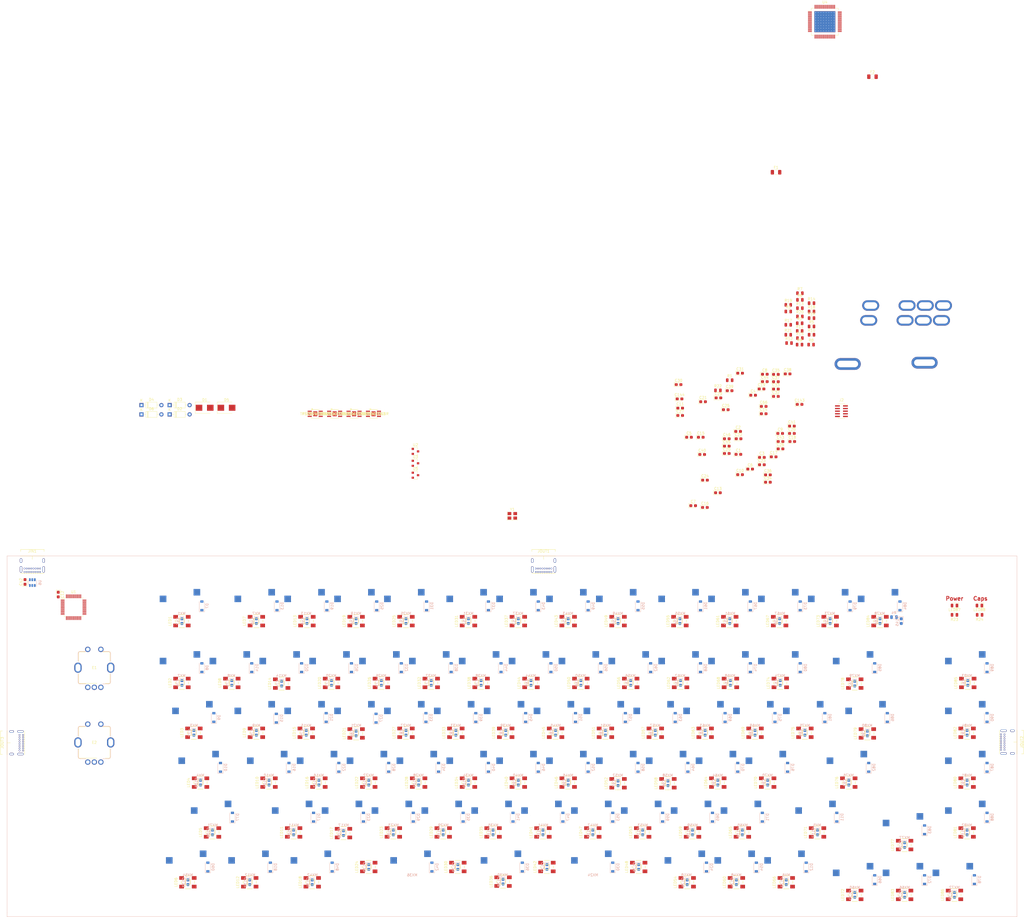
<source format=kicad_pcb>
(kicad_pcb (version 20171130) (host pcbnew "(5.1.5)-3")
  (layers (0 F.Cu signal) (31 B.Cu signal) (34 B.Paste user) (35 F.Paste user) (36 B.SilkS user) (37 F.SilkS user) (38 B.Mask user hide) (39 F.Mask user hide) (44 Edge.Cuts user hide))
  (net 0 "")
  (net 1 GND)
  (net 2 5V)
  (net 3 3.3V)
  (net 4 Case)
  (net 5 "Net-(C20-Pad1)")
  (net 6 1.2V)
  (net 7 5V_1000u)
  (net 8 Keeb_3.3V)
  (net 9 VBUS)
  (net 10 OUT1VBUS)
  (net 11 "Net-(JIN1-PadA5)")
  (net 12 DBUS+)
  (net 13 DBUS-)
  (net 14 "Net-(JIN1-PadA8)")
  (net 15 "Net-(JIN1-PadB8)")
  (net 16 "Net-(JIN1-PadB5)")
  (net 17 "Net-(C11-Pad1)")
  (net 18 "Net-(JOUT1-PadA5)")
  (net 19 DOUT1+)
  (net 20 DOUT1-)
  (net 21 "Net-(JOUT1-PadA8)")
  (net 22 "Net-(JOUT1-PadB8)")
  (net 23 "Net-(JOUT1-PadB5)")
  (net 24 "Net-(C14-Pad1)")
  (net 25 "Net-(JOUT2-PadA5)")
  (net 26 OUT2VBUS)
  (net 27 DOUT2+)
  (net 28 DOUT2-)
  (net 29 "Net-(JOUT2-PadA8)")
  (net 30 "Net-(JOUT2-PadB8)")
  (net 31 "Net-(JOUT2-PadB5)")
  (net 32 "Net-(C13-Pad1)")
  (net 33 "Net-(JOUT3-PadA5)")
  (net 34 OUT3VBUS)
  (net 35 DOUT3+)
  (net 36 DOUT3-)
  (net 37 "Net-(JOUT3-PadA8)")
  (net 38 "Net-(JOUT3-PadB8)")
  (net 39 "Net-(JOUT3-PadB5)")
  (net 40 "Net-(C15-Pad1)")
  (net 41 "Net-(LED1-Pad4)")
  (net 42 "Net-(LED1-Pad2)")
  (net 43 "Net-(LED2-Pad4)")
  (net 44 "Net-(LED2-Pad2)")
  (net 45 "Net-(LED3-Pad4)")
  (net 46 "Net-(LED3-Pad2)")
  (net 47 "Net-(LED10-Pad2)")
  (net 48 "Net-(LED4-Pad2)")
  (net 49 "Net-(LED11-Pad2)")
  (net 50 "Net-(LED5-Pad2)")
  (net 51 "Net-(LED12-Pad2)")
  (net 52 "Net-(LED6-Pad2)")
  (net 53 "Net-(LED13-Pad2)")
  (net 54 "Net-(LED14-Pad2)")
  (net 55 "Net-(LED15-Pad2)")
  (net 56 "Net-(LED10-Pad4)")
  (net 57 "Net-(LED11-Pad4)")
  (net 58 "Net-(LED12-Pad4)")
  (net 59 "Net-(LED13-Pad4)")
  (net 60 "Net-(LED14-Pad4)")
  (net 61 "Net-(LED15-Pad4)")
  (net 62 "Net-(LED16-Pad4)")
  (net 63 "Net-(LED17-Pad4)")
  (net 64 "Net-(LED18-Pad4)")
  (net 65 "Net-(LED19-Pad4)")
  (net 66 "Net-(LED20-Pad4)")
  (net 67 "Net-(LED21-Pad4)")
  (net 68 "Net-(LED22-Pad4)")
  (net 69 "Net-(LED23-Pad4)")
  (net 70 "Net-(LED24-Pad4)")
  (net 71 "Net-(LED25-Pad4)")
  (net 72 "Net-(LED26-Pad4)")
  (net 73 "Net-(LED27-Pad4)")
  (net 74 "Net-(LED28-Pad4)")
  (net 75 "Net-(LED29-Pad4)")
  (net 76 "Net-(LED30-Pad4)")
  (net 77 "Net-(LED31-Pad4)")
  (net 78 "Net-(LED32-Pad4)")
  (net 79 "Net-(LED33-Pad4)")
  (net 80 "Net-(LED34-Pad4)")
  (net 81 "Net-(LED35-Pad4)")
  (net 82 "Net-(LED36-Pad4)")
  (net 83 "Net-(LED37-Pad4)")
  (net 84 "Net-(LED38-Pad4)")
  (net 85 "Net-(LED39-Pad4)")
  (net 86 "Net-(LED40-Pad4)")
  (net 87 "Net-(LED41-Pad4)")
  (net 88 "Net-(LED42-Pad4)")
  (net 89 "Net-(LED43-Pad4)")
  (net 90 "Net-(LED44-Pad4)")
  (net 91 "Net-(LED45-Pad4)")
  (net 92 "Net-(LED46-Pad4)")
  (net 93 "Net-(LED47-Pad4)")
  (net 94 "Net-(LED48-Pad4)")
  (net 95 "Net-(LED49-Pad4)")
  (net 96 "Net-(LED50-Pad4)")
  (net 97 "Net-(LED51-Pad4)")
  (net 98 "Net-(LED52-Pad4)")
  (net 99 "Net-(LED53-Pad4)")
  (net 100 "Net-(LED54-Pad4)")
  (net 101 "Net-(LED55-Pad4)")
  (net 102 "Net-(LED56-Pad4)")
  (net 103 "Net-(LED57-Pad4)")
  (net 104 "Net-(LED58-Pad4)")
  (net 105 "Net-(LED59-Pad4)")
  (net 106 "Net-(LED60-Pad4)")
  (net 107 "Net-(LED61-Pad4)")
  (net 108 "Net-(LED62-Pad4)")
  (net 109 "Net-(LED63-Pad4)")
  (net 110 "Net-(LED64-Pad4)")
  (net 111 "Net-(LED65-Pad4)")
  (net 112 "Net-(LED66-Pad4)")
  (net 113 "Net-(LED67-Pad4)")
  (net 114 "Net-(LED68-Pad4)")
  (net 115 "Net-(LED69-Pad4)")
  (net 116 "Net-(LED70-Pad4)")
  (net 117 "Net-(LED71-Pad4)")
  (net 118 "Net-(LED73-Pad4)")
  (net 119 "Net-(LED74-Pad4)")
  (net 120 "Net-(LED75-Pad4)")
  (net 121 "Net-(LED76-Pad4)")
  (net 122 "Net-(LED77-Pad4)")
  (net 123 "Net-(LED79-Pad4)")
  (net 124 "Net-(D7-Pad2)")
  (net 125 col1)
  (net 126 "Net-(D8-Pad2)")
  (net 127 "Net-(D9-Pad2)")
  (net 128 "Net-(D10-Pad2)")
  (net 129 "Net-(D11-Pad2)")
  (net 130 "Net-(D12-Pad2)")
  (net 131 "Net-(D13-Pad2)")
  (net 132 "Net-(D14-Pad2)")
  (net 133 "Net-(D15-Pad2)")
  (net 134 "Net-(D16-Pad2)")
  (net 135 "Net-(D17-Pad2)")
  (net 136 "Net-(D18-Pad2)")
  (net 137 "Net-(D19-Pad2)")
  (net 138 col2)
  (net 139 "Net-(D20-Pad2)")
  (net 140 "Net-(D21-Pad2)")
  (net 141 "Net-(D22-Pad2)")
  (net 142 "Net-(D23-Pad2)")
  (net 143 "Net-(D24-Pad2)")
  (net 144 "Net-(D25-Pad2)")
  (net 145 "Net-(D26-Pad2)")
  (net 146 "Net-(D27-Pad2)")
  (net 147 "Net-(D28-Pad2)")
  (net 148 "Net-(D29-Pad2)")
  (net 149 "Net-(D30-Pad2)")
  (net 150 "Net-(D31-Pad2)")
  (net 151 col3)
  (net 152 "Net-(D32-Pad2)")
  (net 153 "Net-(D33-Pad2)")
  (net 154 "Net-(D34-Pad2)")
  (net 155 "Net-(D35-Pad2)")
  (net 156 "Net-(D37-Pad2)")
  (net 157 "Net-(D38-Pad2)")
  (net 158 "Net-(D39-Pad2)")
  (net 159 "Net-(D40-Pad2)")
  (net 160 "Net-(D41-Pad2)")
  (net 161 "Net-(D42-Pad2)")
  (net 162 "Net-(D43-Pad2)")
  (net 163 col4)
  (net 164 "Net-(D44-Pad2)")
  (net 165 "Net-(D45-Pad2)")
  (net 166 "Net-(D46-Pad2)")
  (net 167 "Net-(D47-Pad2)")
  (net 168 "Net-(D48-Pad2)")
  (net 169 "Net-(D49-Pad2)")
  (net 170 "Net-(D50-Pad2)")
  (net 171 "Net-(D51-Pad2)")
  (net 172 "Net-(D52-Pad2)")
  (net 173 "Net-(D53-Pad2)")
  (net 174 "Net-(D54-Pad2)")
  (net 175 "Net-(D55-Pad2)")
  (net 176 col5)
  (net 177 "Net-(D56-Pad2)")
  (net 178 "Net-(D57-Pad2)")
  (net 179 "Net-(D58-Pad2)")
  (net 180 "Net-(D59-Pad2)")
  (net 181 "Net-(D60-Pad2)")
  (net 182 "Net-(D61-Pad2)")
  (net 183 "Net-(D62-Pad2)")
  (net 184 "Net-(D63-Pad2)")
  (net 185 "Net-(D64-Pad2)")
  (net 186 "Net-(D65-Pad2)")
  (net 187 "Net-(D66-Pad2)")
  (net 188 "Net-(D67-Pad2)")
  (net 189 col6)
  (net 190 "Net-(D68-Pad2)")
  (net 191 "Net-(D69-Pad2)")
  (net 192 "Net-(D70-Pad2)")
  (net 193 "Net-(D71-Pad2)")
  (net 194 "Net-(D72-Pad2)")
  (net 195 "Net-(D73-Pad2)")
  (net 196 "Net-(D74-Pad2)")
  (net 197 "Net-(D75-Pad2)")
  (net 198 "Net-(D76-Pad2)")
  (net 199 "Net-(D77-Pad2)")
  (net 200 "Net-(D78-Pad2)")
  (net 201 "Net-(D79-Pad2)")
  (net 202 col7)
  (net 203 "Net-(D80-Pad2)")
  (net 204 "Net-(D81-Pad2)")
  (net 205 "Net-(D82-Pad2)")
  (net 206 "Net-(D83-Pad2)")
  (net 207 "Net-(D84-Pad2)")
  (net 208 "Net-(D85-Pad2)")
  (net 209 "Net-(D86-Pad2)")
  (net 210 "Net-(D87-Pad2)")
  (net 211 "Net-(D88-Pad2)")
  (net 212 RGB_LED)
  (net 213 "Net-(C18-Pad2)")
  (net 214 "Net-(C17-Pad2)")
  (net 215 "Net-(R15-Pad2)")
  (net 216 "Net-(R16-Pad1)")
  (net 217 OVERCUR1)
  (net 218 OVERCUR2)
  (net 219 OVERCUR3)
  (net 220 OVERCUR4)
  (net 221 row10)
  (net 222 row9)
  (net 223 BOOT0)
  (net 224 row8)
  (net 225 row7)
  (net 226 row6)
  (net 227 row5)
  (net 228 row4)
  (net 229 SWCLK)
  (net 230 SWDIO)
  (net 231 Keeb_D+)
  (net 232 Keeb_D-)
  (net 233 E_Button)
  (net 234 E_CCW)
  (net 235 row12)
  (net 236 row11)
  (net 237 row3)
  (net 238 row2)
  (net 239 row1)
  (net 240 E_CW)
  (net 241 NRST)
  (net 242 "Net-(U1-Pad6)")
  (net 243 "Net-(U1-Pad5)")
  (net 244 "Net-(U1-Pad4)")
  (net 245 "Net-(U1-Pad3)")
  (net 246 PWRCTL4)
  (net 247 "Net-(U4-Pad62)")
  (net 248 "Net-(U4-Pad61)")
  (net 249 "Net-(U4-Pad59)")
  (net 250 "Net-(U4-Pad58)")
  (net 251 "Net-(U4-Pad55)")
  (net 252 "Net-(U4-Pad54)")
  (net 253 "Net-(U4-Pad52)")
  (net 254 "Net-(U4-Pad51)")
  (net 255 "Net-(U4-Pad47)")
  (net 256 "Net-(U4-Pad46)")
  (net 257 "Net-(U4-Pad44)")
  (net 258 "Net-(U4-Pad43)")
  (net 259 "Net-(U4-Pad40)")
  (net 260 "Net-(U4-Pad39)")
  (net 261 "Net-(U4-Pad38)")
  (net 262 "Net-(U4-Pad36)")
  (net 263 "Net-(U4-Pad35)")
  (net 264 "Net-(U4-Pad28)")
  (net 265 "Net-(U4-Pad27)")
  (net 266 "Net-(U4-Pad26)")
  (net 267 "Net-(U4-Pad24)")
  (net 268 "Net-(U4-Pad23)")
  (net 269 D-)
  (net 270 D+)
  (net 271 "Net-(U4-Pad18)")
  (net 272 "Net-(U4-Pad17)")
  (net 273 "Net-(U4-Pad13)")
  (net 274 "Net-(U4-Pad10)")
  (net 275 "Net-(U4-Pad9)")
  (net 276 "Net-(U4-Pad8)")
  (net 277 "Net-(U4-Pad7)")
  (net 278 "Net-(U4-Pad6)")
  (net 279 "Net-(U4-Pad5)")
  (net 280 PWRCTL1)
  (net 281 PWRCTL2)
  (net 282 PWRCTL3)
  (net 283 E_CW2)
  (net 284 E_CCW2)
  (net 285 E_Button2)
  (net 286 "Net-(D36-Pad2)")
  (net 287 "Net-(D89-Pad2)")
  (net 288 "Net-(D90-Pad2)")
  (net 289 "Net-(LED72-Pad4)")
  (net 290 "Net-(LED84-Pad4)")
  (net 291 col8)
  (net 292 "Net-(LED83-Pad4)")
  (net 293 "Net-(LED78-Pad4)")
  (net 294 IndicatorLED)
  (net 295 "Net-(LED87-Pad1)")
  (net 296 "Net-(J2-Pad8)")
  (net 297 "Net-(J2-Pad7)")
  (net 298 "Net-(J2-Pad6)")
  (net 299 CASE)
  (net 300 capsLockLED)
  (net 301 "Net-(LED88-Pad1)")
  (module Resistor_SMD:R_0805_2012Metric (layer F.Cu) (at 320.7535 241.681)
    (fp_text reference R24 (at 0 1.778) (layer F.SilkS))
    (fp_text value 68)
    (pad 2 smd roundrect (at 0.9375 0) (size 0.975 1.4) (layers F.Cu F.Paste F.Mask) (net 301 "Net-(LED88-Pad1)"))
    (pad 1 smd roundrect (at -0.9375 0) (size 0.975 1.4) (layers F.Cu F.Paste F.Mask) (net 1 GND))
  )
  (module LED_SMD:LED_0805_2012Metric (layer F.Cu) (at 320.675 238.125 180)
    (fp_text reference LED88 (at 0 -1.65) (layer F.SilkS))
    (fp_text value LED)
    (pad 2 smd roundrect (at 0.9375 0 180) (size 0.975 1.4) (layers F.Cu F.Paste F.Mask) (net 300 capsLockLED))
    (pad 1 smd roundrect (at -0.9375 0 180) (size 0.975 1.4) (layers F.Cu F.Paste F.Mask) (net 301 "Net-(LED88-Pad1)"))
  )
  (module LED_SMD:LED_0805_2012Metric (layer F.Cu) (at 311.15 238.125 180)
    (fp_text reference LED87 (at 0 -1.65) (layer F.SilkS))
    (fp_text value LED)
    (pad 2 smd roundrect (at 0.9375 0 180) (size 0.975 1.4) (layers F.Cu F.Paste F.Mask) (net 294 IndicatorLED))
    (pad 1 smd roundrect (at -0.9375 0 180) (size 0.975 1.4) (layers F.Cu F.Paste F.Mask) (net 295 "Net-(LED87-Pad1)"))
  )
  (module acheron_Hardware:ALPS_EC11E (layer F.Cu) (at -17.4625 290.4625)
    (fp_text reference E2 (at 0 0) (layer F.SilkS))
    (fp_text value Rotary_Encoder_Switch_Chassis)
    (pad B thru_hole circle (at 2.5 7.5) (size 2.032 2.032) (drill 1.27) (layers *.Cu F.Mask) (net 240 E_CW))
    (pad A thru_hole circle (at -2.5 7.5) (size 2.032 2.032) (drill 1.27) (layers *.Cu F.Mask) (net 234 E_CCW))
    (pad C thru_hole circle (at 0 7.5) (size 2.032 2.032) (drill 1.27) (layers *.Cu F.Mask) (net 1 GND))
    (pad S1 thru_hole circle (at -2.5 -7) (size 2.032 2.032) (drill 1.27) (layers *.Cu F.Mask) (net 233 E_Button))
    (pad S2 thru_hole circle (at 2.5 -7) (size 2.032 2.032) (drill 1.27) (layers *.Cu F.Mask) (net 1 GND))
    (pad "" thru_hole oval (at -6.25 0) (size 2.799999 3.9) (drill oval 1.8 2.899999) (layers *.Cu F.Mask))
    (pad "" thru_hole oval (at 6.25 0) (size 2.799999 3.9) (drill oval 1.8 2.899999) (layers *.Cu F.Mask))
  )
  (module acheron_Hardware:ALPS_EC11E (layer F.Cu) (at -17.4625 261.8875)
    (fp_text reference E1 (at 0 0) (layer F.SilkS))
    (fp_text value Rotary_Encoder_Switch_Chassis)
    (pad B thru_hole circle (at 2.5 7.5) (size 2.032 2.032) (drill 1.27) (layers *.Cu F.Mask) (net 283 E_CW2))
    (pad A thru_hole circle (at -2.5 7.5) (size 2.032 2.032) (drill 1.27) (layers *.Cu F.Mask) (net 284 E_CCW2))
    (pad C thru_hole circle (at 0 7.5) (size 2.032 2.032) (drill 1.27) (layers *.Cu F.Mask) (net 1 GND))
    (pad S1 thru_hole circle (at -2.5 -7) (size 2.032 2.032) (drill 1.27) (layers *.Cu F.Mask) (net 285 E_Button2))
    (pad S2 thru_hole circle (at 2.5 -7) (size 2.032 2.032) (drill 1.27) (layers *.Cu F.Mask) (net 1 GND))
    (pad "" thru_hole oval (at -6.25 0) (size 2.799999 3.9) (drill oval 1.8 2.899999) (layers *.Cu F.Mask))
    (pad "" thru_hole oval (at 6.25 0) (size 2.799999 3.9) (drill oval 1.8 2.899999) (layers *.Cu F.Mask))
  )
  (module acheron_MountingHoles:MoutingHole_Oval_7mm_5.0x2.5mm (layer F.Cu) (at 306.184 129.124)
    (fp_text reference H10 hide)
    (fp_text value MountingHole hide)
    (pad 1 thru_hole oval (at 0 0) (size 6.5 4) (drill oval 5 2.5) (layers *.Cu *.Mask))
  )
  (module acheron_MountingHoles:MoutingHole_Oval_7mm_5.0x2.5mm (layer F.Cu) (at 306.946 123.444)
    (fp_text reference H9 hide)
    (fp_text value MountingHole hide)
    (pad 1 thru_hole oval (at 0 0) (size 6.5 4) (drill oval 5 2.5) (layers *.Cu *.Mask))
  )
  (module acheron_MountingHoles:MoutingHole_Oval_7mm_5.0x2.5mm (layer F.Cu) (at 299.234 129.124)
    (fp_text reference H8 hide)
    (fp_text value MountingHole hide)
    (pad 1 thru_hole oval (at 0 0) (size 6.5 4) (drill oval 5 2.5) (layers *.Cu *.Mask))
  )
  (module acheron_MountingHoles:MoutingHole_Oval_7mm_5.0x2.5mm (layer F.Cu) (at 299.996 123.444)
    (fp_text reference H7 hide)
    (fp_text value MountingHole hide)
    (pad 1 thru_hole oval (at 0 0) (size 6.5 4) (drill oval 5 2.5) (layers *.Cu *.Mask))
  )
  (module acheron_MountingHoles:MoutingHole_Oval_7mm_5.0x2.5mm (layer F.Cu) (at 292.284 129.124)
    (fp_text reference H6 hide)
    (fp_text value MountingHole hide)
    (pad 1 thru_hole oval (at 0 0) (size 6.5 4) (drill oval 5 2.5) (layers *.Cu *.Mask))
  )
  (module acheron_MountingHoles:MoutingHole_Oval_7mm_5.0x2.5mm (layer F.Cu) (at 293.046 123.444)
    (fp_text reference H5 hide)
    (fp_text value MountingHole hide)
    (pad 1 thru_hole oval (at 0 0) (size 6.5 4) (drill oval 5 2.5) (layers *.Cu *.Mask))
  )
  (module acheron_MountingHoles:halfSideHole (layer F.Cu) (at 299.72 145.288)
    (fp_text reference H4 hide)
    (fp_text value MountingHole hide)
    (pad "" thru_hole oval (at 0 0) (size 10 4.5) (drill oval 8 2.5) (layers *.Cu *.Mask))
  )
  (module acheron_MountingHoles:halfSideHole (layer F.Cu) (at 270.348 145.796)
    (fp_text reference H3 hide)
    (fp_text value MountingHole hide)
    (pad "" thru_hole oval (at 0 0) (size 10 4.5) (drill oval 8 2.5) (layers *.Cu *.Mask))
  )
  (module acheron_MountingHoles:MoutingHole_Oval_7mm_5.0x2.5mm (layer F.Cu) (at 278.384 129.124)
    (fp_text reference H2 hide)
    (fp_text value MountingHole hide)
    (pad 1 thru_hole oval (at 0 0) (size 6.5 4) (drill oval 5 2.5) (layers *.Cu *.Mask))
  )
  (module acheron_MountingHoles:MoutingHole_Oval_7mm_5.0x2.5mm (layer F.Cu) (at 279.146 123.444)
    (fp_text reference H1 hide)
    (fp_text value MountingHole_Pad hide)
    (pad 1 thru_hole oval (at 0 0) (size 6.5 4) (drill oval 5 2.5) (layers *.Cu *.Mask) (net 299 CASE))
  )
  (module Connector_PinSocket_1.00mm:PinSocket_2x05_P1.00mm_Vertical_SMD (layer F.Cu) (at 267.97 163.83)
    (fp_text reference J2 (at 0 -4.25) (layer F.SilkS))
    (fp_text value Conn_ARM_JTAG_SWD_10)
    (pad 10 smd rect (at -1.525 2) (size 1.85 0.5) (layers F.Cu F.Paste F.Mask) (net 241 NRST))
    (pad 9 smd rect (at 1.525 2) (size 1.85 0.5) (layers F.Cu F.Paste F.Mask) (net 1 GND))
    (pad 8 smd rect (at -1.525 1) (size 1.85 0.5) (layers F.Cu F.Paste F.Mask) (net 296 "Net-(J2-Pad8)"))
    (pad 7 smd rect (at 1.525 1) (size 1.85 0.5) (layers F.Cu F.Paste F.Mask) (net 297 "Net-(J2-Pad7)"))
    (pad 6 smd rect (at -1.525 0) (size 1.85 0.5) (layers F.Cu F.Paste F.Mask) (net 298 "Net-(J2-Pad6)"))
    (pad 5 smd rect (at 1.525 0) (size 1.85 0.5) (layers F.Cu F.Paste F.Mask) (net 1 GND))
    (pad 4 smd rect (at -1.525 -1) (size 1.85 0.5) (layers F.Cu F.Paste F.Mask) (net 229 SWCLK))
    (pad 3 smd rect (at 1.525 -1) (size 1.85 0.5) (layers F.Cu F.Paste F.Mask) (net 1 GND))
    (pad 2 smd rect (at -1.525 -2) (size 1.85 0.5) (layers F.Cu F.Paste F.Mask) (net 230 SWDIO))
    (pad 1 smd rect (at 1.525 -2) (size 1.85 0.5) (layers F.Cu F.Paste F.Mask) (net 8 Keeb_3.3V))
  )
  (module Resistor_SMD:R_0805_2012Metric (layer F.Cu) (at 311.15 241.681)
    (fp_text reference R23 (at 0 1.778) (layer F.SilkS))
    (fp_text value 68)
    (pad 2 smd roundrect (at 0.9375 0) (size 0.975 1.4) (layers F.Cu F.Paste F.Mask) (net 295 "Net-(LED87-Pad1)"))
    (pad 1 smd roundrect (at -0.9375 0) (size 0.975 1.4) (layers F.Cu F.Paste F.Mask) (net 1 GND))
  )
  (module MX_Only:MXOnly-1U-Hotswap (layer F.Cu) (at 246.85625 338.0875)
    (fp_text reference MX6)
    (fp_text value "Right Ctrl")
    (fp_text user %R (at 0 3.048) (layer B.SilkS) (effects (justify mirror)))
    (pad 2 smd rect (at 5.842 -5.08) (size 2.55 2.5) (layers B.Cu B.Paste B.Mask) (net 130 "Net-(D12-Pad2)"))
    (pad 1 smd rect (at -7.085 -2.54) (size 2.55 2.5) (layers B.Cu B.Paste B.Mask) (net 125 col1))
    (pad "" np_thru_hole circle (at 5.08 0 48.0996) (size 1.75 1.75) (drill 1.75) (layers *.Cu *.Mask))
    (pad "" np_thru_hole circle (at -5.08 0 48.0996) (size 1.75 1.75) (drill 1.75) (layers *.Cu *.Mask))
    (pad "" np_thru_hole circle (at -3.81 -2.54) (size 3 3) (drill 3) (layers *.Cu *.Mask))
    (pad "" np_thru_hole circle (at 0 0) (size 3.9878 3.9878) (drill 3.9878) (layers *.Cu *.Mask))
    (pad "" np_thru_hole circle (at 2.54 -5.08) (size 3 3) (drill 3) (layers *.Cu *.Mask))
  )
  (module MX_Only:MXOnly-1U-Hotswap (layer F.Cu) (at 315.9125 280.9375)
    (fp_text reference MX84)
    (fp_text value End)
    (fp_text user %R (at 0 3.048) (layer B.SilkS) (effects (justify mirror)))
    (pad 2 smd rect (at 5.842 -5.08) (size 2.55 2.5) (layers B.Cu B.Paste B.Mask) (net 288 "Net-(D90-Pad2)"))
    (pad 1 smd rect (at -7.085 -2.54) (size 2.55 2.5) (layers B.Cu B.Paste B.Mask) (net 291 col8))
    (pad "" np_thru_hole circle (at 5.08 0 48.0996) (size 1.75 1.75) (drill 1.75) (layers *.Cu *.Mask))
    (pad "" np_thru_hole circle (at -5.08 0 48.0996) (size 1.75 1.75) (drill 1.75) (layers *.Cu *.Mask))
    (pad "" np_thru_hole circle (at -3.81 -2.54) (size 3 3) (drill 3) (layers *.Cu *.Mask))
    (pad "" np_thru_hole circle (at 0 0) (size 3.9878 3.9878) (drill 3.9878) (layers *.Cu *.Mask))
    (pad "" np_thru_hole circle (at 2.54 -5.08) (size 3 3) (drill 3) (layers *.Cu *.Mask))
  )
  (module MX_Only:MXOnly-1U-Hotswap (layer F.Cu) (at 315.9125 261.8875)
    (fp_text reference MX83)
    (fp_text value Home)
    (fp_text user %R (at 0 3.048) (layer B.SilkS) (effects (justify mirror)))
    (pad 2 smd rect (at 5.842 -5.08) (size 2.55 2.5) (layers B.Cu B.Paste B.Mask) (net 287 "Net-(D89-Pad2)"))
    (pad 1 smd rect (at -7.085 -2.54) (size 2.55 2.5) (layers B.Cu B.Paste B.Mask) (net 291 col8))
    (pad "" np_thru_hole circle (at 5.08 0 48.0996) (size 1.75 1.75) (drill 1.75) (layers *.Cu *.Mask))
    (pad "" np_thru_hole circle (at -5.08 0 48.0996) (size 1.75 1.75) (drill 1.75) (layers *.Cu *.Mask))
    (pad "" np_thru_hole circle (at -3.81 -2.54) (size 3 3) (drill 3) (layers *.Cu *.Mask))
    (pad "" np_thru_hole circle (at 0 0) (size 3.9878 3.9878) (drill 3.9878) (layers *.Cu *.Mask))
    (pad "" np_thru_hole circle (at 2.54 -5.08) (size 3 3) (drill 3) (layers *.Cu *.Mask))
  )
  (module MX_Only:MXOnly-1U-Hotswap (layer F.Cu) (at 315.9125 319.0375)
    (fp_text reference MX82)
    (fp_text value "Page Down")
    (fp_text user %R (at 0 3.048) (layer B.SilkS) (effects (justify mirror)))
    (pad 2 smd rect (at 5.842 -5.08) (size 2.55 2.5) (layers B.Cu B.Paste B.Mask) (net 211 "Net-(D88-Pad2)"))
    (pad 1 smd rect (at -7.085 -2.54) (size 2.55 2.5) (layers B.Cu B.Paste B.Mask) (net 202 col7))
    (pad "" np_thru_hole circle (at 5.08 0 48.0996) (size 1.75 1.75) (drill 1.75) (layers *.Cu *.Mask))
    (pad "" np_thru_hole circle (at -5.08 0 48.0996) (size 1.75 1.75) (drill 1.75) (layers *.Cu *.Mask))
    (pad "" np_thru_hole circle (at -3.81 -2.54) (size 3 3) (drill 3) (layers *.Cu *.Mask))
    (pad "" np_thru_hole circle (at 0 0) (size 3.9878 3.9878) (drill 3.9878) (layers *.Cu *.Mask))
    (pad "" np_thru_hole circle (at 2.54 -5.08) (size 3 3) (drill 3) (layers *.Cu *.Mask))
  )
  (module MX_Only:MXOnly-1U-Hotswap (layer F.Cu) (at 315.9125 299.9875)
    (fp_text reference MX81)
    (fp_text value "Page Up")
    (fp_text user %R (at 0 3.048) (layer B.SilkS) (effects (justify mirror)))
    (pad 2 smd rect (at 5.842 -5.08) (size 2.55 2.5) (layers B.Cu B.Paste B.Mask) (net 210 "Net-(D87-Pad2)"))
    (pad 1 smd rect (at -7.085 -2.54) (size 2.55 2.5) (layers B.Cu B.Paste B.Mask) (net 202 col7))
    (pad "" np_thru_hole circle (at 5.08 0 48.0996) (size 1.75 1.75) (drill 1.75) (layers *.Cu *.Mask))
    (pad "" np_thru_hole circle (at -5.08 0 48.0996) (size 1.75 1.75) (drill 1.75) (layers *.Cu *.Mask))
    (pad "" np_thru_hole circle (at -3.81 -2.54) (size 3 3) (drill 3) (layers *.Cu *.Mask))
    (pad "" np_thru_hole circle (at 0 0) (size 3.9878 3.9878) (drill 3.9878) (layers *.Cu *.Mask))
    (pad "" np_thru_hole circle (at 2.54 -5.08) (size 3 3) (drill 3) (layers *.Cu *.Mask))
  )
  (module MX_Only:MXOnly-1U-Hotswap (layer F.Cu) (at 282.575 238.125)
    (fp_text reference MX78)
    (fp_text value Delete)
    (fp_text user %R (at 0 3.048) (layer B.SilkS) (effects (justify mirror)))
    (pad 2 smd rect (at 5.842 -5.08) (size 2.55 2.5) (layers B.Cu B.Paste B.Mask) (net 207 "Net-(D84-Pad2)"))
    (pad 1 smd rect (at -7.085 -2.54) (size 2.55 2.5) (layers B.Cu B.Paste B.Mask) (net 202 col7))
    (pad "" np_thru_hole circle (at 5.08 0 48.0996) (size 1.75 1.75) (drill 1.75) (layers *.Cu *.Mask))
    (pad "" np_thru_hole circle (at -5.08 0 48.0996) (size 1.75 1.75) (drill 1.75) (layers *.Cu *.Mask))
    (pad "" np_thru_hole circle (at -3.81 -2.54) (size 3 3) (drill 3) (layers *.Cu *.Mask))
    (pad "" np_thru_hole circle (at 0 0) (size 3.9878 3.9878) (drill 3.9878) (layers *.Cu *.Mask))
    (pad "" np_thru_hole circle (at 2.54 -5.08) (size 3 3) (drill 3) (layers *.Cu *.Mask))
  )
  (module MX_Only:MXOnly-1U-Hotswap (layer F.Cu) (at 292.1 323.8)
    (fp_text reference MX77)
    (fp_text value Up)
    (fp_text user %R (at 0 3.048) (layer B.SilkS) (effects (justify mirror)))
    (pad 2 smd rect (at 5.842 -5.08) (size 2.55 2.5) (layers B.Cu B.Paste B.Mask) (net 206 "Net-(D83-Pad2)"))
    (pad 1 smd rect (at -7.085 -2.54) (size 2.55 2.5) (layers B.Cu B.Paste B.Mask) (net 202 col7))
    (pad "" np_thru_hole circle (at 5.08 0 48.0996) (size 1.75 1.75) (drill 1.75) (layers *.Cu *.Mask))
    (pad "" np_thru_hole circle (at -5.08 0 48.0996) (size 1.75 1.75) (drill 1.75) (layers *.Cu *.Mask))
    (pad "" np_thru_hole circle (at -3.81 -2.54) (size 3 3) (drill 3) (layers *.Cu *.Mask))
    (pad "" np_thru_hole circle (at 0 0) (size 3.9878 3.9878) (drill 3.9878) (layers *.Cu *.Mask))
    (pad "" np_thru_hole circle (at 2.54 -5.08) (size 3 3) (drill 3) (layers *.Cu *.Mask))
  )
  (module MX_Only:MXOnly-1U-Hotswap (layer F.Cu) (at 254 280.9375)
    (fp_text reference MX75)
    (fp_text value ])
    (fp_text user %R (at 0 3.048) (layer B.SilkS) (effects (justify mirror)))
    (pad 2 smd rect (at 5.842 -5.08) (size 2.55 2.5) (layers B.Cu B.Paste B.Mask) (net 204 "Net-(D81-Pad2)"))
    (pad 1 smd rect (at -7.085 -2.54) (size 2.55 2.5) (layers B.Cu B.Paste B.Mask) (net 202 col7))
    (pad "" np_thru_hole circle (at 5.08 0 48.0996) (size 1.75 1.75) (drill 1.75) (layers *.Cu *.Mask))
    (pad "" np_thru_hole circle (at -5.08 0 48.0996) (size 1.75 1.75) (drill 1.75) (layers *.Cu *.Mask))
    (pad "" np_thru_hole circle (at -3.81 -2.54) (size 3 3) (drill 3) (layers *.Cu *.Mask))
    (pad "" np_thru_hole circle (at 0 0) (size 3.9878 3.9878) (drill 3.9878) (layers *.Cu *.Mask))
    (pad "" np_thru_hole circle (at 2.54 -5.08) (size 3 3) (drill 3) (layers *.Cu *.Mask))
  )
  (module MX_Only:MXOnly-1U-Hotswap (layer F.Cu) (at 244.475 261.8875)
    (fp_text reference MX74)
    (fp_text value =)
    (fp_text user %R (at 0 3.048) (layer B.SilkS) (effects (justify mirror)))
    (pad 2 smd rect (at 5.842 -5.08) (size 2.55 2.5) (layers B.Cu B.Paste B.Mask) (net 203 "Net-(D80-Pad2)"))
    (pad 1 smd rect (at -7.085 -2.54) (size 2.55 2.5) (layers B.Cu B.Paste B.Mask) (net 202 col7))
    (pad "" np_thru_hole circle (at 5.08 0 48.0996) (size 1.75 1.75) (drill 1.75) (layers *.Cu *.Mask))
    (pad "" np_thru_hole circle (at -5.08 0 48.0996) (size 1.75 1.75) (drill 1.75) (layers *.Cu *.Mask))
    (pad "" np_thru_hole circle (at -3.81 -2.54) (size 3 3) (drill 3) (layers *.Cu *.Mask))
    (pad "" np_thru_hole circle (at 0 0) (size 3.9878 3.9878) (drill 3.9878) (layers *.Cu *.Mask))
    (pad "" np_thru_hole circle (at 2.54 -5.08) (size 3 3) (drill 3) (layers *.Cu *.Mask))
  )
  (module MX_Only:MXOnly-1U-Hotswap (layer F.Cu) (at 263.525 238.125)
    (fp_text reference MX73)
    (fp_text value F12)
    (fp_text user %R (at 0 3.048) (layer B.SilkS) (effects (justify mirror)))
    (pad 2 smd rect (at 5.842 -5.08) (size 2.55 2.5) (layers B.Cu B.Paste B.Mask) (net 201 "Net-(D79-Pad2)"))
    (pad 1 smd rect (at -7.085 -2.54) (size 2.55 2.5) (layers B.Cu B.Paste B.Mask) (net 202 col7))
    (pad "" np_thru_hole circle (at 5.08 0 48.0996) (size 1.75 1.75) (drill 1.75) (layers *.Cu *.Mask))
    (pad "" np_thru_hole circle (at -5.08 0 48.0996) (size 1.75 1.75) (drill 1.75) (layers *.Cu *.Mask))
    (pad "" np_thru_hole circle (at -3.81 -2.54) (size 3 3) (drill 3) (layers *.Cu *.Mask))
    (pad "" np_thru_hole circle (at 0 0) (size 3.9878 3.9878) (drill 3.9878) (layers *.Cu *.Mask))
    (pad "" np_thru_hole circle (at 2.54 -5.08) (size 3 3) (drill 3) (layers *.Cu *.Mask))
  )
  (module MX_Only:MXOnly-1U-Hotswap (layer F.Cu) (at 311.15 342.85)
    (fp_text reference MX72)
    (fp_text value Right)
    (fp_text user %R (at 0 3.048) (layer B.SilkS) (effects (justify mirror)))
    (pad 2 smd rect (at 5.842 -5.08) (size 2.55 2.5) (layers B.Cu B.Paste B.Mask) (net 200 "Net-(D78-Pad2)"))
    (pad 1 smd rect (at -7.085 -2.54) (size 2.55 2.5) (layers B.Cu B.Paste B.Mask) (net 189 col6))
    (pad "" np_thru_hole circle (at 5.08 0 48.0996) (size 1.75 1.75) (drill 1.75) (layers *.Cu *.Mask))
    (pad "" np_thru_hole circle (at -5.08 0 48.0996) (size 1.75 1.75) (drill 1.75) (layers *.Cu *.Mask))
    (pad "" np_thru_hole circle (at -3.81 -2.54) (size 3 3) (drill 3) (layers *.Cu *.Mask))
    (pad "" np_thru_hole circle (at 0 0) (size 3.9878 3.9878) (drill 3.9878) (layers *.Cu *.Mask))
    (pad "" np_thru_hole circle (at 2.54 -5.08) (size 3 3) (drill 3) (layers *.Cu *.Mask))
  )
  (module MX_Only:MXOnly-1U-Hotswap (layer F.Cu) (at 239.7125 299.9875)
    (fp_text reference MX70)
    (fp_text value ')
    (fp_text user %R (at 0 3.048) (layer B.SilkS) (effects (justify mirror)))
    (pad 2 smd rect (at 5.842 -5.08) (size 2.55 2.5) (layers B.Cu B.Paste B.Mask) (net 198 "Net-(D76-Pad2)"))
    (pad 1 smd rect (at -7.085 -2.54) (size 2.55 2.5) (layers B.Cu B.Paste B.Mask) (net 189 col6))
    (pad "" np_thru_hole circle (at 5.08 0 48.0996) (size 1.75 1.75) (drill 1.75) (layers *.Cu *.Mask))
    (pad "" np_thru_hole circle (at -5.08 0 48.0996) (size 1.75 1.75) (drill 1.75) (layers *.Cu *.Mask))
    (pad "" np_thru_hole circle (at -3.81 -2.54) (size 3 3) (drill 3) (layers *.Cu *.Mask))
    (pad "" np_thru_hole circle (at 0 0) (size 3.9878 3.9878) (drill 3.9878) (layers *.Cu *.Mask))
    (pad "" np_thru_hole circle (at 2.54 -5.08) (size 3 3) (drill 3) (layers *.Cu *.Mask))
  )
  (module MX_Only:MXOnly-1U-Hotswap (layer F.Cu) (at 234.95 280.9375)
    (fp_text reference MX69)
    (fp_text value [)
    (fp_text user %R (at 0 3.048) (layer B.SilkS) (effects (justify mirror)))
    (pad 2 smd rect (at 5.842 -5.08) (size 2.55 2.5) (layers B.Cu B.Paste B.Mask) (net 197 "Net-(D75-Pad2)"))
    (pad 1 smd rect (at -7.085 -2.54) (size 2.55 2.5) (layers B.Cu B.Paste B.Mask) (net 189 col6))
    (pad "" np_thru_hole circle (at 5.08 0 48.0996) (size 1.75 1.75) (drill 1.75) (layers *.Cu *.Mask))
    (pad "" np_thru_hole circle (at -5.08 0 48.0996) (size 1.75 1.75) (drill 1.75) (layers *.Cu *.Mask))
    (pad "" np_thru_hole circle (at -3.81 -2.54) (size 3 3) (drill 3) (layers *.Cu *.Mask))
    (pad "" np_thru_hole circle (at 0 0) (size 3.9878 3.9878) (drill 3.9878) (layers *.Cu *.Mask))
    (pad "" np_thru_hole circle (at 2.54 -5.08) (size 3 3) (drill 3) (layers *.Cu *.Mask))
  )
  (module MX_Only:MXOnly-1U-Hotswap (layer F.Cu) (at 225.425 261.8875)
    (fp_text reference MX68)
    (fp_text value -)
    (fp_text user %R (at 0 3.048) (layer B.SilkS) (effects (justify mirror)))
    (pad 2 smd rect (at 5.842 -5.08) (size 2.55 2.5) (layers B.Cu B.Paste B.Mask) (net 196 "Net-(D74-Pad2)"))
    (pad 1 smd rect (at -7.085 -2.54) (size 2.55 2.5) (layers B.Cu B.Paste B.Mask) (net 189 col6))
    (pad "" np_thru_hole circle (at 5.08 0 48.0996) (size 1.75 1.75) (drill 1.75) (layers *.Cu *.Mask))
    (pad "" np_thru_hole circle (at -5.08 0 48.0996) (size 1.75 1.75) (drill 1.75) (layers *.Cu *.Mask))
    (pad "" np_thru_hole circle (at -3.81 -2.54) (size 3 3) (drill 3) (layers *.Cu *.Mask))
    (pad "" np_thru_hole circle (at 0 0) (size 3.9878 3.9878) (drill 3.9878) (layers *.Cu *.Mask))
    (pad "" np_thru_hole circle (at 2.54 -5.08) (size 3 3) (drill 3) (layers *.Cu *.Mask))
  )
  (module MX_Only:MXOnly-1U-Hotswap (layer F.Cu) (at 244.475 238.125)
    (fp_text reference MX67)
    (fp_text value F11)
    (fp_text user %R (at 0 3.048) (layer B.SilkS) (effects (justify mirror)))
    (pad 2 smd rect (at 5.842 -5.08) (size 2.55 2.5) (layers B.Cu B.Paste B.Mask) (net 195 "Net-(D73-Pad2)"))
    (pad 1 smd rect (at -7.085 -2.54) (size 2.55 2.5) (layers B.Cu B.Paste B.Mask) (net 189 col6))
    (pad "" np_thru_hole circle (at 5.08 0 48.0996) (size 1.75 1.75) (drill 1.75) (layers *.Cu *.Mask))
    (pad "" np_thru_hole circle (at -5.08 0 48.0996) (size 1.75 1.75) (drill 1.75) (layers *.Cu *.Mask))
    (pad "" np_thru_hole circle (at -3.81 -2.54) (size 3 3) (drill 3) (layers *.Cu *.Mask))
    (pad "" np_thru_hole circle (at 0 0) (size 3.9878 3.9878) (drill 3.9878) (layers *.Cu *.Mask))
    (pad "" np_thru_hole circle (at 2.54 -5.08) (size 3 3) (drill 3) (layers *.Cu *.Mask))
  )
  (module MX_Only:MXOnly-1U-Hotswap (layer F.Cu) (at 292.1 342.85)
    (fp_text reference MX66)
    (fp_text value Down)
    (fp_text user %R (at 0 3.048) (layer B.SilkS) (effects (justify mirror)))
    (pad 2 smd rect (at 5.842 -5.08) (size 2.55 2.5) (layers B.Cu B.Paste B.Mask) (net 194 "Net-(D72-Pad2)"))
    (pad 1 smd rect (at -7.085 -2.54) (size 2.55 2.5) (layers B.Cu B.Paste B.Mask) (net 189 col6))
    (pad "" np_thru_hole circle (at 5.08 0 48.0996) (size 1.75 1.75) (drill 1.75) (layers *.Cu *.Mask))
    (pad "" np_thru_hole circle (at -5.08 0 48.0996) (size 1.75 1.75) (drill 1.75) (layers *.Cu *.Mask))
    (pad "" np_thru_hole circle (at -3.81 -2.54) (size 3 3) (drill 3) (layers *.Cu *.Mask))
    (pad "" np_thru_hole circle (at 0 0) (size 3.9878 3.9878) (drill 3.9878) (layers *.Cu *.Mask))
    (pad "" np_thru_hole circle (at 2.54 -5.08) (size 3 3) (drill 3) (layers *.Cu *.Mask))
  )
  (module MX_Only:MXOnly-1U-Hotswap (layer F.Cu) (at 230.1875 319.0375)
    (fp_text reference MX65)
    (fp_text value /)
    (fp_text user %R (at 0 3.048) (layer B.SilkS) (effects (justify mirror)))
    (pad 2 smd rect (at 5.842 -5.08) (size 2.55 2.5) (layers B.Cu B.Paste B.Mask) (net 193 "Net-(D71-Pad2)"))
    (pad 1 smd rect (at -7.085 -2.54) (size 2.55 2.5) (layers B.Cu B.Paste B.Mask) (net 189 col6))
    (pad "" np_thru_hole circle (at 5.08 0 48.0996) (size 1.75 1.75) (drill 1.75) (layers *.Cu *.Mask))
    (pad "" np_thru_hole circle (at -5.08 0 48.0996) (size 1.75 1.75) (drill 1.75) (layers *.Cu *.Mask))
    (pad "" np_thru_hole circle (at -3.81 -2.54) (size 3 3) (drill 3) (layers *.Cu *.Mask))
    (pad "" np_thru_hole circle (at 0 0) (size 3.9878 3.9878) (drill 3.9878) (layers *.Cu *.Mask))
    (pad "" np_thru_hole circle (at 2.54 -5.08) (size 3 3) (drill 3) (layers *.Cu *.Mask))
  )
  (module MX_Only:MXOnly-1U-Hotswap (layer F.Cu) (at 220.6625 299.9875)
    (fp_text reference MX64)
    (fp_text value ;)
    (fp_text user %R (at 0 3.048) (layer B.SilkS) (effects (justify mirror)))
    (pad 2 smd rect (at 5.842 -5.08) (size 2.55 2.5) (layers B.Cu B.Paste B.Mask) (net 192 "Net-(D70-Pad2)"))
    (pad 1 smd rect (at -7.085 -2.54) (size 2.55 2.5) (layers B.Cu B.Paste B.Mask) (net 189 col6))
    (pad "" np_thru_hole circle (at 5.08 0 48.0996) (size 1.75 1.75) (drill 1.75) (layers *.Cu *.Mask))
    (pad "" np_thru_hole circle (at -5.08 0 48.0996) (size 1.75 1.75) (drill 1.75) (layers *.Cu *.Mask))
    (pad "" np_thru_hole circle (at -3.81 -2.54) (size 3 3) (drill 3) (layers *.Cu *.Mask))
    (pad "" np_thru_hole circle (at 0 0) (size 3.9878 3.9878) (drill 3.9878) (layers *.Cu *.Mask))
    (pad "" np_thru_hole circle (at 2.54 -5.08) (size 3 3) (drill 3) (layers *.Cu *.Mask))
  )
  (module MX_Only:MXOnly-1U-Hotswap (layer F.Cu) (at 215.9 280.9375)
    (fp_text reference MX63)
    (fp_text value P)
    (fp_text user %R (at 0 3.048) (layer B.SilkS) (effects (justify mirror)))
    (pad 2 smd rect (at 5.842 -5.08) (size 2.55 2.5) (layers B.Cu B.Paste B.Mask) (net 191 "Net-(D69-Pad2)"))
    (pad 1 smd rect (at -7.085 -2.54) (size 2.55 2.5) (layers B.Cu B.Paste B.Mask) (net 189 col6))
    (pad "" np_thru_hole circle (at 5.08 0 48.0996) (size 1.75 1.75) (drill 1.75) (layers *.Cu *.Mask))
    (pad "" np_thru_hole circle (at -5.08 0 48.0996) (size 1.75 1.75) (drill 1.75) (layers *.Cu *.Mask))
    (pad "" np_thru_hole circle (at -3.81 -2.54) (size 3 3) (drill 3) (layers *.Cu *.Mask))
    (pad "" np_thru_hole circle (at 0 0) (size 3.9878 3.9878) (drill 3.9878) (layers *.Cu *.Mask))
    (pad "" np_thru_hole circle (at 2.54 -5.08) (size 3 3) (drill 3) (layers *.Cu *.Mask))
  )
  (module MX_Only:MXOnly-1U-Hotswap (layer F.Cu) (at 206.375 261.8875)
    (fp_text reference MX62)
    (fp_text value 0)
    (fp_text user %R (at 0 3.048) (layer B.SilkS) (effects (justify mirror)))
    (pad 2 smd rect (at 5.842 -5.08) (size 2.55 2.5) (layers B.Cu B.Paste B.Mask) (net 190 "Net-(D68-Pad2)"))
    (pad 1 smd rect (at -7.085 -2.54) (size 2.55 2.5) (layers B.Cu B.Paste B.Mask) (net 189 col6))
    (pad "" np_thru_hole circle (at 5.08 0 48.0996) (size 1.75 1.75) (drill 1.75) (layers *.Cu *.Mask))
    (pad "" np_thru_hole circle (at -5.08 0 48.0996) (size 1.75 1.75) (drill 1.75) (layers *.Cu *.Mask))
    (pad "" np_thru_hole circle (at -3.81 -2.54) (size 3 3) (drill 3) (layers *.Cu *.Mask))
    (pad "" np_thru_hole circle (at 0 0) (size 3.9878 3.9878) (drill 3.9878) (layers *.Cu *.Mask))
    (pad "" np_thru_hole circle (at 2.54 -5.08) (size 3 3) (drill 3) (layers *.Cu *.Mask))
  )
  (module MX_Only:MXOnly-1U-Hotswap (layer F.Cu) (at 225.425 238.125)
    (fp_text reference MX61)
    (fp_text value F10)
    (fp_text user %R (at 0 3.048) (layer B.SilkS) (effects (justify mirror)))
    (pad 2 smd rect (at 5.842 -5.08) (size 2.55 2.5) (layers B.Cu B.Paste B.Mask) (net 188 "Net-(D67-Pad2)"))
    (pad 1 smd rect (at -7.085 -2.54) (size 2.55 2.5) (layers B.Cu B.Paste B.Mask) (net 189 col6))
    (pad "" np_thru_hole circle (at 5.08 0 48.0996) (size 1.75 1.75) (drill 1.75) (layers *.Cu *.Mask))
    (pad "" np_thru_hole circle (at -5.08 0 48.0996) (size 1.75 1.75) (drill 1.75) (layers *.Cu *.Mask))
    (pad "" np_thru_hole circle (at -3.81 -2.54) (size 3 3) (drill 3) (layers *.Cu *.Mask))
    (pad "" np_thru_hole circle (at 0 0) (size 3.9878 3.9878) (drill 3.9878) (layers *.Cu *.Mask))
    (pad "" np_thru_hole circle (at 2.54 -5.08) (size 3 3) (drill 3) (layers *.Cu *.Mask))
  )
  (module MX_Only:MXOnly-1U-Hotswap (layer F.Cu) (at 273.05 342.85)
    (fp_text reference MX60)
    (fp_text value Left)
    (fp_text user %R (at 0 3.048) (layer B.SilkS) (effects (justify mirror)))
    (pad 2 smd rect (at 5.842 -5.08) (size 2.55 2.5) (layers B.Cu B.Paste B.Mask) (net 187 "Net-(D66-Pad2)"))
    (pad 1 smd rect (at -7.085 -2.54) (size 2.55 2.5) (layers B.Cu B.Paste B.Mask) (net 176 col5))
    (pad "" np_thru_hole circle (at 5.08 0 48.0996) (size 1.75 1.75) (drill 1.75) (layers *.Cu *.Mask))
    (pad "" np_thru_hole circle (at -5.08 0 48.0996) (size 1.75 1.75) (drill 1.75) (layers *.Cu *.Mask))
    (pad "" np_thru_hole circle (at -3.81 -2.54) (size 3 3) (drill 3) (layers *.Cu *.Mask))
    (pad "" np_thru_hole circle (at 0 0) (size 3.9878 3.9878) (drill 3.9878) (layers *.Cu *.Mask))
    (pad "" np_thru_hole circle (at 2.54 -5.08) (size 3 3) (drill 3) (layers *.Cu *.Mask))
  )
  (module MX_Only:MXOnly-1U-Hotswap (layer F.Cu) (at 211.1375 319.0375)
    (fp_text reference MX59)
    (fp_text value .)
    (fp_text user %R (at 0 3.048) (layer B.SilkS) (effects (justify mirror)))
    (pad 2 smd rect (at 5.842 -5.08) (size 2.55 2.5) (layers B.Cu B.Paste B.Mask) (net 186 "Net-(D65-Pad2)"))
    (pad 1 smd rect (at -7.085 -2.54) (size 2.55 2.5) (layers B.Cu B.Paste B.Mask) (net 176 col5))
    (pad "" np_thru_hole circle (at 5.08 0 48.0996) (size 1.75 1.75) (drill 1.75) (layers *.Cu *.Mask))
    (pad "" np_thru_hole circle (at -5.08 0 48.0996) (size 1.75 1.75) (drill 1.75) (layers *.Cu *.Mask))
    (pad "" np_thru_hole circle (at -3.81 -2.54) (size 3 3) (drill 3) (layers *.Cu *.Mask))
    (pad "" np_thru_hole circle (at 0 0) (size 3.9878 3.9878) (drill 3.9878) (layers *.Cu *.Mask))
    (pad "" np_thru_hole circle (at 2.54 -5.08) (size 3 3) (drill 3) (layers *.Cu *.Mask))
  )
  (module MX_Only:MXOnly-1U-Hotswap (layer F.Cu) (at 201.6125 299.9875)
    (fp_text reference MX58)
    (fp_text value L)
    (fp_text user %R (at 0 3.048) (layer B.SilkS) (effects (justify mirror)))
    (pad 2 smd rect (at 5.842 -5.08) (size 2.55 2.5) (layers B.Cu B.Paste B.Mask) (net 185 "Net-(D64-Pad2)"))
    (pad 1 smd rect (at -7.085 -2.54) (size 2.55 2.5) (layers B.Cu B.Paste B.Mask) (net 176 col5))
    (pad "" np_thru_hole circle (at 5.08 0 48.0996) (size 1.75 1.75) (drill 1.75) (layers *.Cu *.Mask))
    (pad "" np_thru_hole circle (at -5.08 0 48.0996) (size 1.75 1.75) (drill 1.75) (layers *.Cu *.Mask))
    (pad "" np_thru_hole circle (at -3.81 -2.54) (size 3 3) (drill 3) (layers *.Cu *.Mask))
    (pad "" np_thru_hole circle (at 0 0) (size 3.9878 3.9878) (drill 3.9878) (layers *.Cu *.Mask))
    (pad "" np_thru_hole circle (at 2.54 -5.08) (size 3 3) (drill 3) (layers *.Cu *.Mask))
  )
  (module MX_Only:MXOnly-1U-Hotswap (layer F.Cu) (at 196.85 280.9375)
    (fp_text reference MX57)
    (fp_text value O)
    (fp_text user %R (at 0 3.048) (layer B.SilkS) (effects (justify mirror)))
    (pad 2 smd rect (at 5.842 -5.08) (size 2.55 2.5) (layers B.Cu B.Paste B.Mask) (net 184 "Net-(D63-Pad2)"))
    (pad 1 smd rect (at -7.085 -2.54) (size 2.55 2.5) (layers B.Cu B.Paste B.Mask) (net 176 col5))
    (pad "" np_thru_hole circle (at 5.08 0 48.0996) (size 1.75 1.75) (drill 1.75) (layers *.Cu *.Mask))
    (pad "" np_thru_hole circle (at -5.08 0 48.0996) (size 1.75 1.75) (drill 1.75) (layers *.Cu *.Mask))
    (pad "" np_thru_hole circle (at -3.81 -2.54) (size 3 3) (drill 3) (layers *.Cu *.Mask))
    (pad "" np_thru_hole circle (at 0 0) (size 3.9878 3.9878) (drill 3.9878) (layers *.Cu *.Mask))
    (pad "" np_thru_hole circle (at 2.54 -5.08) (size 3 3) (drill 3) (layers *.Cu *.Mask))
  )
  (module MX_Only:MXOnly-1U-Hotswap (layer F.Cu) (at 187.325 261.8875)
    (fp_text reference MX56)
    (fp_text value 9)
    (fp_text user %R (at 0 3.048) (layer B.SilkS) (effects (justify mirror)))
    (pad 2 smd rect (at 5.842 -5.08) (size 2.55 2.5) (layers B.Cu B.Paste B.Mask) (net 183 "Net-(D62-Pad2)"))
    (pad 1 smd rect (at -7.085 -2.54) (size 2.55 2.5) (layers B.Cu B.Paste B.Mask) (net 176 col5))
    (pad "" np_thru_hole circle (at 5.08 0 48.0996) (size 1.75 1.75) (drill 1.75) (layers *.Cu *.Mask))
    (pad "" np_thru_hole circle (at -5.08 0 48.0996) (size 1.75 1.75) (drill 1.75) (layers *.Cu *.Mask))
    (pad "" np_thru_hole circle (at -3.81 -2.54) (size 3 3) (drill 3) (layers *.Cu *.Mask))
    (pad "" np_thru_hole circle (at 0 0) (size 3.9878 3.9878) (drill 3.9878) (layers *.Cu *.Mask))
    (pad "" np_thru_hole circle (at 2.54 -5.08) (size 3 3) (drill 3) (layers *.Cu *.Mask))
  )
  (module MX_Only:MXOnly-1U-Hotswap (layer F.Cu) (at 206.375 238.125)
    (fp_text reference MX55)
    (fp_text value F9)
    (fp_text user %R (at 0 3.048) (layer B.SilkS) (effects (justify mirror)))
    (pad 2 smd rect (at 5.842 -5.08) (size 2.55 2.5) (layers B.Cu B.Paste B.Mask) (net 182 "Net-(D61-Pad2)"))
    (pad 1 smd rect (at -7.085 -2.54) (size 2.55 2.5) (layers B.Cu B.Paste B.Mask) (net 176 col5))
    (pad "" np_thru_hole circle (at 5.08 0 48.0996) (size 1.75 1.75) (drill 1.75) (layers *.Cu *.Mask))
    (pad "" np_thru_hole circle (at -5.08 0 48.0996) (size 1.75 1.75) (drill 1.75) (layers *.Cu *.Mask))
    (pad "" np_thru_hole circle (at -3.81 -2.54) (size 3 3) (drill 3) (layers *.Cu *.Mask))
    (pad "" np_thru_hole circle (at 0 0) (size 3.9878 3.9878) (drill 3.9878) (layers *.Cu *.Mask))
    (pad "" np_thru_hole circle (at 2.54 -5.08) (size 3 3) (drill 3) (layers *.Cu *.Mask))
  )
  (module MX_Only:MXOnly-1U-Hotswap (layer F.Cu) (at 192.0875 319.0375)
    (fp_text reference MX53)
    (fp_text value ,)
    (fp_text user %R (at 0 3.048) (layer B.SilkS) (effects (justify mirror)))
    (pad 2 smd rect (at 5.842 -5.08) (size 2.55 2.5) (layers B.Cu B.Paste B.Mask) (net 180 "Net-(D59-Pad2)"))
    (pad 1 smd rect (at -7.085 -2.54) (size 2.55 2.5) (layers B.Cu B.Paste B.Mask) (net 176 col5))
    (pad "" np_thru_hole circle (at 5.08 0 48.0996) (size 1.75 1.75) (drill 1.75) (layers *.Cu *.Mask))
    (pad "" np_thru_hole circle (at -5.08 0 48.0996) (size 1.75 1.75) (drill 1.75) (layers *.Cu *.Mask))
    (pad "" np_thru_hole circle (at -3.81 -2.54) (size 3 3) (drill 3) (layers *.Cu *.Mask))
    (pad "" np_thru_hole circle (at 0 0) (size 3.9878 3.9878) (drill 3.9878) (layers *.Cu *.Mask))
    (pad "" np_thru_hole circle (at 2.54 -5.08) (size 3 3) (drill 3) (layers *.Cu *.Mask))
  )
  (module MX_Only:MXOnly-1U-Hotswap (layer F.Cu) (at 182.5625 299.9875)
    (fp_text reference MX52)
    (fp_text value K)
    (fp_text user %R (at 0 3.048) (layer B.SilkS) (effects (justify mirror)))
    (pad 2 smd rect (at 5.842 -5.08) (size 2.55 2.5) (layers B.Cu B.Paste B.Mask) (net 179 "Net-(D58-Pad2)"))
    (pad 1 smd rect (at -7.085 -2.54) (size 2.55 2.5) (layers B.Cu B.Paste B.Mask) (net 176 col5))
    (pad "" np_thru_hole circle (at 5.08 0 48.0996) (size 1.75 1.75) (drill 1.75) (layers *.Cu *.Mask))
    (pad "" np_thru_hole circle (at -5.08 0 48.0996) (size 1.75 1.75) (drill 1.75) (layers *.Cu *.Mask))
    (pad "" np_thru_hole circle (at -3.81 -2.54) (size 3 3) (drill 3) (layers *.Cu *.Mask))
    (pad "" np_thru_hole circle (at 0 0) (size 3.9878 3.9878) (drill 3.9878) (layers *.Cu *.Mask))
    (pad "" np_thru_hole circle (at 2.54 -5.08) (size 3 3) (drill 3) (layers *.Cu *.Mask))
  )
  (module MX_Only:MXOnly-1U-Hotswap (layer F.Cu) (at 177.8 280.9375)
    (fp_text reference MX51)
    (fp_text value I)
    (fp_text user %R (at 0 3.048) (layer B.SilkS) (effects (justify mirror)))
    (pad 2 smd rect (at 5.842 -5.08) (size 2.55 2.5) (layers B.Cu B.Paste B.Mask) (net 178 "Net-(D57-Pad2)"))
    (pad 1 smd rect (at -7.085 -2.54) (size 2.55 2.5) (layers B.Cu B.Paste B.Mask) (net 176 col5))
    (pad "" np_thru_hole circle (at 5.08 0 48.0996) (size 1.75 1.75) (drill 1.75) (layers *.Cu *.Mask))
    (pad "" np_thru_hole circle (at -5.08 0 48.0996) (size 1.75 1.75) (drill 1.75) (layers *.Cu *.Mask))
    (pad "" np_thru_hole circle (at -3.81 -2.54) (size 3 3) (drill 3) (layers *.Cu *.Mask))
    (pad "" np_thru_hole circle (at 0 0) (size 3.9878 3.9878) (drill 3.9878) (layers *.Cu *.Mask))
    (pad "" np_thru_hole circle (at 2.54 -5.08) (size 3 3) (drill 3) (layers *.Cu *.Mask))
  )
  (module MX_Only:MXOnly-1U-Hotswap (layer F.Cu) (at 168.275 261.8875)
    (fp_text reference MX50)
    (fp_text value 8)
    (fp_text user %R (at 0 3.048) (layer B.SilkS) (effects (justify mirror)))
    (pad 2 smd rect (at 5.842 -5.08) (size 2.55 2.5) (layers B.Cu B.Paste B.Mask) (net 177 "Net-(D56-Pad2)"))
    (pad 1 smd rect (at -7.085 -2.54) (size 2.55 2.5) (layers B.Cu B.Paste B.Mask) (net 176 col5))
    (pad "" np_thru_hole circle (at 5.08 0 48.0996) (size 1.75 1.75) (drill 1.75) (layers *.Cu *.Mask))
    (pad "" np_thru_hole circle (at -5.08 0 48.0996) (size 1.75 1.75) (drill 1.75) (layers *.Cu *.Mask))
    (pad "" np_thru_hole circle (at -3.81 -2.54) (size 3 3) (drill 3) (layers *.Cu *.Mask))
    (pad "" np_thru_hole circle (at 0 0) (size 3.9878 3.9878) (drill 3.9878) (layers *.Cu *.Mask))
    (pad "" np_thru_hole circle (at 2.54 -5.08) (size 3 3) (drill 3) (layers *.Cu *.Mask))
  )
  (module MX_Only:MXOnly-1U-Hotswap (layer F.Cu) (at 182.5625 238.125)
    (fp_text reference MX49)
    (fp_text value F8)
    (fp_text user %R (at 0 3.048) (layer B.SilkS) (effects (justify mirror)))
    (pad 2 smd rect (at 5.842 -5.08) (size 2.55 2.5) (layers B.Cu B.Paste B.Mask) (net 175 "Net-(D55-Pad2)"))
    (pad 1 smd rect (at -7.085 -2.54) (size 2.55 2.5) (layers B.Cu B.Paste B.Mask) (net 176 col5))
    (pad "" np_thru_hole circle (at 5.08 0 48.0996) (size 1.75 1.75) (drill 1.75) (layers *.Cu *.Mask))
    (pad "" np_thru_hole circle (at -5.08 0 48.0996) (size 1.75 1.75) (drill 1.75) (layers *.Cu *.Mask))
    (pad "" np_thru_hole circle (at -3.81 -2.54) (size 3 3) (drill 3) (layers *.Cu *.Mask))
    (pad "" np_thru_hole circle (at 0 0) (size 3.9878 3.9878) (drill 3.9878) (layers *.Cu *.Mask))
    (pad "" np_thru_hole circle (at 2.54 -5.08) (size 3 3) (drill 3) (layers *.Cu *.Mask))
  )
  (module MX_Only:MXOnly-1U-Hotswap (layer F.Cu) (at 227.80625 338.0875)
    (fp_text reference MX48)
    (fp_text value Fn)
    (fp_text user %R (at 0 3.048) (layer B.SilkS) (effects (justify mirror)))
    (pad 2 smd rect (at 5.842 -5.08) (size 2.55 2.5) (layers B.Cu B.Paste B.Mask) (net 174 "Net-(D54-Pad2)"))
    (pad 1 smd rect (at -7.085 -2.54) (size 2.55 2.5) (layers B.Cu B.Paste B.Mask) (net 163 col4))
    (pad "" np_thru_hole circle (at 5.08 0 48.0996) (size 1.75 1.75) (drill 1.75) (layers *.Cu *.Mask))
    (pad "" np_thru_hole circle (at -5.08 0 48.0996) (size 1.75 1.75) (drill 1.75) (layers *.Cu *.Mask))
    (pad "" np_thru_hole circle (at -3.81 -2.54) (size 3 3) (drill 3) (layers *.Cu *.Mask))
    (pad "" np_thru_hole circle (at 0 0) (size 3.9878 3.9878) (drill 3.9878) (layers *.Cu *.Mask))
    (pad "" np_thru_hole circle (at 2.54 -5.08) (size 3 3) (drill 3) (layers *.Cu *.Mask))
  )
  (module MX_Only:MXOnly-1U-Hotswap (layer F.Cu) (at 173.0375 319.0375)
    (fp_text reference MX47)
    (fp_text value M)
    (fp_text user %R (at 0 3.048) (layer B.SilkS) (effects (justify mirror)))
    (pad 2 smd rect (at 5.842 -5.08) (size 2.55 2.5) (layers B.Cu B.Paste B.Mask) (net 173 "Net-(D53-Pad2)"))
    (pad 1 smd rect (at -7.085 -2.54) (size 2.55 2.5) (layers B.Cu B.Paste B.Mask) (net 163 col4))
    (pad "" np_thru_hole circle (at 5.08 0 48.0996) (size 1.75 1.75) (drill 1.75) (layers *.Cu *.Mask))
    (pad "" np_thru_hole circle (at -5.08 0 48.0996) (size 1.75 1.75) (drill 1.75) (layers *.Cu *.Mask))
    (pad "" np_thru_hole circle (at -3.81 -2.54) (size 3 3) (drill 3) (layers *.Cu *.Mask))
    (pad "" np_thru_hole circle (at 0 0) (size 3.9878 3.9878) (drill 3.9878) (layers *.Cu *.Mask))
    (pad "" np_thru_hole circle (at 2.54 -5.08) (size 3 3) (drill 3) (layers *.Cu *.Mask))
  )
  (module MX_Only:MXOnly-1U-Hotswap (layer F.Cu) (at 163.5125 299.9875)
    (fp_text reference MX46)
    (fp_text value J)
    (fp_text user %R (at 0 3.048) (layer B.SilkS) (effects (justify mirror)))
    (pad 2 smd rect (at 5.842 -5.08) (size 2.55 2.5) (layers B.Cu B.Paste B.Mask) (net 172 "Net-(D52-Pad2)"))
    (pad 1 smd rect (at -7.085 -2.54) (size 2.55 2.5) (layers B.Cu B.Paste B.Mask) (net 163 col4))
    (pad "" np_thru_hole circle (at 5.08 0 48.0996) (size 1.75 1.75) (drill 1.75) (layers *.Cu *.Mask))
    (pad "" np_thru_hole circle (at -5.08 0 48.0996) (size 1.75 1.75) (drill 1.75) (layers *.Cu *.Mask))
    (pad "" np_thru_hole circle (at -3.81 -2.54) (size 3 3) (drill 3) (layers *.Cu *.Mask))
    (pad "" np_thru_hole circle (at 0 0) (size 3.9878 3.9878) (drill 3.9878) (layers *.Cu *.Mask))
    (pad "" np_thru_hole circle (at 2.54 -5.08) (size 3 3) (drill 3) (layers *.Cu *.Mask))
  )
  (module MX_Only:MXOnly-1U-Hotswap (layer F.Cu) (at 158.75 280.9375)
    (fp_text reference MX45)
    (fp_text value U)
    (fp_text user %R (at 0 3.048) (layer B.SilkS) (effects (justify mirror)))
    (pad 2 smd rect (at 5.842 -5.08) (size 2.55 2.5) (layers B.Cu B.Paste B.Mask) (net 171 "Net-(D51-Pad2)"))
    (pad 1 smd rect (at -7.085 -2.54) (size 2.55 2.5) (layers B.Cu B.Paste B.Mask) (net 163 col4))
    (pad "" np_thru_hole circle (at 5.08 0 48.0996) (size 1.75 1.75) (drill 1.75) (layers *.Cu *.Mask))
    (pad "" np_thru_hole circle (at -5.08 0 48.0996) (size 1.75 1.75) (drill 1.75) (layers *.Cu *.Mask))
    (pad "" np_thru_hole circle (at -3.81 -2.54) (size 3 3) (drill 3) (layers *.Cu *.Mask))
    (pad "" np_thru_hole circle (at 0 0) (size 3.9878 3.9878) (drill 3.9878) (layers *.Cu *.Mask))
    (pad "" np_thru_hole circle (at 2.54 -5.08) (size 3 3) (drill 3) (layers *.Cu *.Mask))
  )
  (module MX_Only:MXOnly-1U-Hotswap (layer F.Cu) (at 149.225 261.8875)
    (fp_text reference MX44)
    (fp_text value 7)
    (fp_text user %R (at 0 3.048) (layer B.SilkS) (effects (justify mirror)))
    (pad 2 smd rect (at 5.842 -5.08) (size 2.55 2.5) (layers B.Cu B.Paste B.Mask) (net 170 "Net-(D50-Pad2)"))
    (pad 1 smd rect (at -7.085 -2.54) (size 2.55 2.5) (layers B.Cu B.Paste B.Mask) (net 163 col4))
    (pad "" np_thru_hole circle (at 5.08 0 48.0996) (size 1.75 1.75) (drill 1.75) (layers *.Cu *.Mask))
    (pad "" np_thru_hole circle (at -5.08 0 48.0996) (size 1.75 1.75) (drill 1.75) (layers *.Cu *.Mask))
    (pad "" np_thru_hole circle (at -3.81 -2.54) (size 3 3) (drill 3) (layers *.Cu *.Mask))
    (pad "" np_thru_hole circle (at 0 0) (size 3.9878 3.9878) (drill 3.9878) (layers *.Cu *.Mask))
    (pad "" np_thru_hole circle (at 2.54 -5.08) (size 3 3) (drill 3) (layers *.Cu *.Mask))
  )
  (module MX_Only:MXOnly-1U-Hotswap (layer F.Cu) (at 163.5125 238.125)
    (fp_text reference MX43)
    (fp_text value F7)
    (fp_text user %R (at 0 3.048) (layer B.SilkS) (effects (justify mirror)))
    (pad 2 smd rect (at 5.842 -5.08) (size 2.55 2.5) (layers B.Cu B.Paste B.Mask) (net 169 "Net-(D49-Pad2)"))
    (pad 1 smd rect (at -7.085 -2.54) (size 2.55 2.5) (layers B.Cu B.Paste B.Mask) (net 163 col4))
    (pad "" np_thru_hole circle (at 5.08 0 48.0996) (size 1.75 1.75) (drill 1.75) (layers *.Cu *.Mask))
    (pad "" np_thru_hole circle (at -5.08 0 48.0996) (size 1.75 1.75) (drill 1.75) (layers *.Cu *.Mask))
    (pad "" np_thru_hole circle (at -3.81 -2.54) (size 3 3) (drill 3) (layers *.Cu *.Mask))
    (pad "" np_thru_hole circle (at 0 0) (size 3.9878 3.9878) (drill 3.9878) (layers *.Cu *.Mask))
    (pad "" np_thru_hole circle (at 2.54 -5.08) (size 3 3) (drill 3) (layers *.Cu *.Mask))
  )
  (module MX_Only:MXOnly-1U-Hotswap (layer F.Cu) (at 153.9875 319.0375)
    (fp_text reference MX41)
    (fp_text value N)
    (fp_text user %R (at 0 3.048) (layer B.SilkS) (effects (justify mirror)))
    (pad 2 smd rect (at 5.842 -5.08) (size 2.55 2.5) (layers B.Cu B.Paste B.Mask) (net 167 "Net-(D47-Pad2)"))
    (pad 1 smd rect (at -7.085 -2.54) (size 2.55 2.5) (layers B.Cu B.Paste B.Mask) (net 163 col4))
    (pad "" np_thru_hole circle (at 5.08 0 48.0996) (size 1.75 1.75) (drill 1.75) (layers *.Cu *.Mask))
    (pad "" np_thru_hole circle (at -5.08 0 48.0996) (size 1.75 1.75) (drill 1.75) (layers *.Cu *.Mask))
    (pad "" np_thru_hole circle (at -3.81 -2.54) (size 3 3) (drill 3) (layers *.Cu *.Mask))
    (pad "" np_thru_hole circle (at 0 0) (size 3.9878 3.9878) (drill 3.9878) (layers *.Cu *.Mask))
    (pad "" np_thru_hole circle (at 2.54 -5.08) (size 3 3) (drill 3) (layers *.Cu *.Mask))
  )
  (module MX_Only:MXOnly-1U-Hotswap (layer F.Cu) (at 144.4625 299.9875)
    (fp_text reference MX40)
    (fp_text value H)
    (fp_text user %R (at 0 3.048) (layer B.SilkS) (effects (justify mirror)))
    (pad 2 smd rect (at 5.842 -5.08) (size 2.55 2.5) (layers B.Cu B.Paste B.Mask) (net 166 "Net-(D46-Pad2)"))
    (pad 1 smd rect (at -7.085 -2.54) (size 2.55 2.5) (layers B.Cu B.Paste B.Mask) (net 163 col4))
    (pad "" np_thru_hole circle (at 5.08 0 48.0996) (size 1.75 1.75) (drill 1.75) (layers *.Cu *.Mask))
    (pad "" np_thru_hole circle (at -5.08 0 48.0996) (size 1.75 1.75) (drill 1.75) (layers *.Cu *.Mask))
    (pad "" np_thru_hole circle (at -3.81 -2.54) (size 3 3) (drill 3) (layers *.Cu *.Mask))
    (pad "" np_thru_hole circle (at 0 0) (size 3.9878 3.9878) (drill 3.9878) (layers *.Cu *.Mask))
    (pad "" np_thru_hole circle (at 2.54 -5.08) (size 3 3) (drill 3) (layers *.Cu *.Mask))
  )
  (module MX_Only:MXOnly-1U-Hotswap (layer F.Cu) (at 139.7 280.9375)
    (fp_text reference MX39)
    (fp_text value Y)
    (fp_text user %R (at 0 3.048) (layer B.SilkS) (effects (justify mirror)))
    (pad 2 smd rect (at 5.842 -5.08) (size 2.55 2.5) (layers B.Cu B.Paste B.Mask) (net 165 "Net-(D45-Pad2)"))
    (pad 1 smd rect (at -7.085 -2.54) (size 2.55 2.5) (layers B.Cu B.Paste B.Mask) (net 163 col4))
    (pad "" np_thru_hole circle (at 5.08 0 48.0996) (size 1.75 1.75) (drill 1.75) (layers *.Cu *.Mask))
    (pad "" np_thru_hole circle (at -5.08 0 48.0996) (size 1.75 1.75) (drill 1.75) (layers *.Cu *.Mask))
    (pad "" np_thru_hole circle (at -3.81 -2.54) (size 3 3) (drill 3) (layers *.Cu *.Mask))
    (pad "" np_thru_hole circle (at 0 0) (size 3.9878 3.9878) (drill 3.9878) (layers *.Cu *.Mask))
    (pad "" np_thru_hole circle (at 2.54 -5.08) (size 3 3) (drill 3) (layers *.Cu *.Mask))
  )
  (module MX_Only:MXOnly-1U-Hotswap (layer F.Cu) (at 130.175 261.8875)
    (fp_text reference MX38)
    (fp_text value 6)
    (fp_text user %R (at 0 3.048) (layer B.SilkS) (effects (justify mirror)))
    (pad 2 smd rect (at 5.842 -5.08) (size 2.55 2.5) (layers B.Cu B.Paste B.Mask) (net 164 "Net-(D44-Pad2)"))
    (pad 1 smd rect (at -7.085 -2.54) (size 2.55 2.5) (layers B.Cu B.Paste B.Mask) (net 163 col4))
    (pad "" np_thru_hole circle (at 5.08 0 48.0996) (size 1.75 1.75) (drill 1.75) (layers *.Cu *.Mask))
    (pad "" np_thru_hole circle (at -5.08 0 48.0996) (size 1.75 1.75) (drill 1.75) (layers *.Cu *.Mask))
    (pad "" np_thru_hole circle (at -3.81 -2.54) (size 3 3) (drill 3) (layers *.Cu *.Mask))
    (pad "" np_thru_hole circle (at 0 0) (size 3.9878 3.9878) (drill 3.9878) (layers *.Cu *.Mask))
    (pad "" np_thru_hole circle (at 2.54 -5.08) (size 3 3) (drill 3) (layers *.Cu *.Mask))
  )
  (module MX_Only:MXOnly-1U-Hotswap (layer F.Cu) (at 144.4625 238.125)
    (fp_text reference MX37)
    (fp_text value F6)
    (fp_text user %R (at 0 3.048) (layer B.SilkS) (effects (justify mirror)))
    (pad 2 smd rect (at 5.842 -5.08) (size 2.55 2.5) (layers B.Cu B.Paste B.Mask) (net 162 "Net-(D43-Pad2)"))
    (pad 1 smd rect (at -7.085 -2.54) (size 2.55 2.5) (layers B.Cu B.Paste B.Mask) (net 163 col4))
    (pad "" np_thru_hole circle (at 5.08 0 48.0996) (size 1.75 1.75) (drill 1.75) (layers *.Cu *.Mask))
    (pad "" np_thru_hole circle (at -5.08 0 48.0996) (size 1.75 1.75) (drill 1.75) (layers *.Cu *.Mask))
    (pad "" np_thru_hole circle (at -3.81 -2.54) (size 3 3) (drill 3) (layers *.Cu *.Mask))
    (pad "" np_thru_hole circle (at 0 0) (size 3.9878 3.9878) (drill 3.9878) (layers *.Cu *.Mask))
    (pad "" np_thru_hole circle (at 2.54 -5.08) (size 3 3) (drill 3) (layers *.Cu *.Mask))
  )
  (module MX_Only:MXOnly-1U-Hotswap (layer F.Cu) (at 134.9375 319.0375)
    (fp_text reference MX35)
    (fp_text value B)
    (fp_text user %R (at 0 3.048) (layer B.SilkS) (effects (justify mirror)))
    (pad 2 smd rect (at 5.842 -5.08) (size 2.55 2.5) (layers B.Cu B.Paste B.Mask) (net 160 "Net-(D41-Pad2)"))
    (pad 1 smd rect (at -7.085 -2.54) (size 2.55 2.5) (layers B.Cu B.Paste B.Mask) (net 151 col3))
    (pad "" np_thru_hole circle (at 5.08 0 48.0996) (size 1.75 1.75) (drill 1.75) (layers *.Cu *.Mask))
    (pad "" np_thru_hole circle (at -5.08 0 48.0996) (size 1.75 1.75) (drill 1.75) (layers *.Cu *.Mask))
    (pad "" np_thru_hole circle (at -3.81 -2.54) (size 3 3) (drill 3) (layers *.Cu *.Mask))
    (pad "" np_thru_hole circle (at 0 0) (size 3.9878 3.9878) (drill 3.9878) (layers *.Cu *.Mask))
    (pad "" np_thru_hole circle (at 2.54 -5.08) (size 3 3) (drill 3) (layers *.Cu *.Mask))
  )
  (module MX_Only:MXOnly-1U-Hotswap (layer F.Cu) (at 125.4125 299.9875)
    (fp_text reference MX34)
    (fp_text value G)
    (fp_text user %R (at 0 3.048) (layer B.SilkS) (effects (justify mirror)))
    (pad 2 smd rect (at 5.842 -5.08) (size 2.55 2.5) (layers B.Cu B.Paste B.Mask) (net 159 "Net-(D40-Pad2)"))
    (pad 1 smd rect (at -7.085 -2.54) (size 2.55 2.5) (layers B.Cu B.Paste B.Mask) (net 151 col3))
    (pad "" np_thru_hole circle (at 5.08 0 48.0996) (size 1.75 1.75) (drill 1.75) (layers *.Cu *.Mask))
    (pad "" np_thru_hole circle (at -5.08 0 48.0996) (size 1.75 1.75) (drill 1.75) (layers *.Cu *.Mask))
    (pad "" np_thru_hole circle (at -3.81 -2.54) (size 3 3) (drill 3) (layers *.Cu *.Mask))
    (pad "" np_thru_hole circle (at 0 0) (size 3.9878 3.9878) (drill 3.9878) (layers *.Cu *.Mask))
    (pad "" np_thru_hole circle (at 2.54 -5.08) (size 3 3) (drill 3) (layers *.Cu *.Mask))
  )
  (module MX_Only:MXOnly-1U-Hotswap (layer F.Cu) (at 120.65 280.9375)
    (fp_text reference MX33)
    (fp_text value T)
    (fp_text user %R (at 0 3.048) (layer B.SilkS) (effects (justify mirror)))
    (pad 2 smd rect (at 5.842 -5.08) (size 2.55 2.5) (layers B.Cu B.Paste B.Mask) (net 158 "Net-(D39-Pad2)"))
    (pad 1 smd rect (at -7.085 -2.54) (size 2.55 2.5) (layers B.Cu B.Paste B.Mask) (net 151 col3))
    (pad "" np_thru_hole circle (at 5.08 0 48.0996) (size 1.75 1.75) (drill 1.75) (layers *.Cu *.Mask))
    (pad "" np_thru_hole circle (at -5.08 0 48.0996) (size 1.75 1.75) (drill 1.75) (layers *.Cu *.Mask))
    (pad "" np_thru_hole circle (at -3.81 -2.54) (size 3 3) (drill 3) (layers *.Cu *.Mask))
    (pad "" np_thru_hole circle (at 0 0) (size 3.9878 3.9878) (drill 3.9878) (layers *.Cu *.Mask))
    (pad "" np_thru_hole circle (at 2.54 -5.08) (size 3 3) (drill 3) (layers *.Cu *.Mask))
  )
  (module MX_Only:MXOnly-1U-Hotswap (layer F.Cu) (at 111.125 261.8875)
    (fp_text reference MX32)
    (fp_text value 5)
    (fp_text user %R (at 0 3.048) (layer B.SilkS) (effects (justify mirror)))
    (pad 2 smd rect (at 5.842 -5.08) (size 2.55 2.5) (layers B.Cu B.Paste B.Mask) (net 157 "Net-(D38-Pad2)"))
    (pad 1 smd rect (at -7.085 -2.54) (size 2.55 2.5) (layers B.Cu B.Paste B.Mask) (net 151 col3))
    (pad "" np_thru_hole circle (at 5.08 0 48.0996) (size 1.75 1.75) (drill 1.75) (layers *.Cu *.Mask))
    (pad "" np_thru_hole circle (at -5.08 0 48.0996) (size 1.75 1.75) (drill 1.75) (layers *.Cu *.Mask))
    (pad "" np_thru_hole circle (at -3.81 -2.54) (size 3 3) (drill 3) (layers *.Cu *.Mask))
    (pad "" np_thru_hole circle (at 0 0) (size 3.9878 3.9878) (drill 3.9878) (layers *.Cu *.Mask))
    (pad "" np_thru_hole circle (at 2.54 -5.08) (size 3 3) (drill 3) (layers *.Cu *.Mask))
  )
  (module MX_Only:MXOnly-1U-Hotswap (layer F.Cu) (at 125.4125 238.125)
    (fp_text reference MX31)
    (fp_text value F5)
    (fp_text user %R (at 0 3.048) (layer B.SilkS) (effects (justify mirror)))
    (pad 2 smd rect (at 5.842 -5.08) (size 2.55 2.5) (layers B.Cu B.Paste B.Mask) (net 156 "Net-(D37-Pad2)"))
    (pad 1 smd rect (at -7.085 -2.54) (size 2.55 2.5) (layers B.Cu B.Paste B.Mask) (net 151 col3))
    (pad "" np_thru_hole circle (at 5.08 0 48.0996) (size 1.75 1.75) (drill 1.75) (layers *.Cu *.Mask))
    (pad "" np_thru_hole circle (at -5.08 0 48.0996) (size 1.75 1.75) (drill 1.75) (layers *.Cu *.Mask))
    (pad "" np_thru_hole circle (at -3.81 -2.54) (size 3 3) (drill 3) (layers *.Cu *.Mask))
    (pad "" np_thru_hole circle (at 0 0) (size 3.9878 3.9878) (drill 3.9878) (layers *.Cu *.Mask))
    (pad "" np_thru_hole circle (at 2.54 -5.08) (size 3 3) (drill 3) (layers *.Cu *.Mask))
  )
  (module MX_Only:MXOnly-1U-Hotswap (layer F.Cu) (at 115.8875 319.0375)
    (fp_text reference MX29)
    (fp_text value V)
    (fp_text user %R (at 0 3.048) (layer B.SilkS) (effects (justify mirror)))
    (pad 2 smd rect (at 5.842 -5.08) (size 2.55 2.5) (layers B.Cu B.Paste B.Mask) (net 155 "Net-(D35-Pad2)"))
    (pad 1 smd rect (at -7.085 -2.54) (size 2.55 2.5) (layers B.Cu B.Paste B.Mask) (net 151 col3))
    (pad "" np_thru_hole circle (at 5.08 0 48.0996) (size 1.75 1.75) (drill 1.75) (layers *.Cu *.Mask))
    (pad "" np_thru_hole circle (at -5.08 0 48.0996) (size 1.75 1.75) (drill 1.75) (layers *.Cu *.Mask))
    (pad "" np_thru_hole circle (at -3.81 -2.54) (size 3 3) (drill 3) (layers *.Cu *.Mask))
    (pad "" np_thru_hole circle (at 0 0) (size 3.9878 3.9878) (drill 3.9878) (layers *.Cu *.Mask))
    (pad "" np_thru_hole circle (at 2.54 -5.08) (size 3 3) (drill 3) (layers *.Cu *.Mask))
  )
  (module MX_Only:MXOnly-1U-Hotswap (layer F.Cu) (at 106.3625 299.9875)
    (fp_text reference MX28)
    (fp_text value F)
    (fp_text user %R (at 0 3.048) (layer B.SilkS) (effects (justify mirror)))
    (pad 2 smd rect (at 5.842 -5.08) (size 2.55 2.5) (layers B.Cu B.Paste B.Mask) (net 154 "Net-(D34-Pad2)"))
    (pad 1 smd rect (at -7.085 -2.54) (size 2.55 2.5) (layers B.Cu B.Paste B.Mask) (net 151 col3))
    (pad "" np_thru_hole circle (at 5.08 0 48.0996) (size 1.75 1.75) (drill 1.75) (layers *.Cu *.Mask))
    (pad "" np_thru_hole circle (at -5.08 0 48.0996) (size 1.75 1.75) (drill 1.75) (layers *.Cu *.Mask))
    (pad "" np_thru_hole circle (at -3.81 -2.54) (size 3 3) (drill 3) (layers *.Cu *.Mask))
    (pad "" np_thru_hole circle (at 0 0) (size 3.9878 3.9878) (drill 3.9878) (layers *.Cu *.Mask))
    (pad "" np_thru_hole circle (at 2.54 -5.08) (size 3 3) (drill 3) (layers *.Cu *.Mask))
  )
  (module MX_Only:MXOnly-1U-Hotswap (layer F.Cu) (at 101.6 280.9375)
    (fp_text reference MX27)
    (fp_text value R)
    (fp_text user %R (at 0 3.048) (layer B.SilkS) (effects (justify mirror)))
    (pad 2 smd rect (at 5.842 -5.08) (size 2.55 2.5) (layers B.Cu B.Paste B.Mask) (net 153 "Net-(D33-Pad2)"))
    (pad 1 smd rect (at -7.085 -2.54) (size 2.55 2.5) (layers B.Cu B.Paste B.Mask) (net 151 col3))
    (pad "" np_thru_hole circle (at 5.08 0 48.0996) (size 1.75 1.75) (drill 1.75) (layers *.Cu *.Mask))
    (pad "" np_thru_hole circle (at -5.08 0 48.0996) (size 1.75 1.75) (drill 1.75) (layers *.Cu *.Mask))
    (pad "" np_thru_hole circle (at -3.81 -2.54) (size 3 3) (drill 3) (layers *.Cu *.Mask))
    (pad "" np_thru_hole circle (at 0 0) (size 3.9878 3.9878) (drill 3.9878) (layers *.Cu *.Mask))
    (pad "" np_thru_hole circle (at 2.54 -5.08) (size 3 3) (drill 3) (layers *.Cu *.Mask))
  )
  (module MX_Only:MXOnly-1U-Hotswap (layer F.Cu) (at 92.075 261.8875)
    (fp_text reference MX26)
    (fp_text value 4)
    (fp_text user %R (at 0 3.048) (layer B.SilkS) (effects (justify mirror)))
    (pad 2 smd rect (at 5.842 -5.08) (size 2.55 2.5) (layers B.Cu B.Paste B.Mask) (net 152 "Net-(D32-Pad2)"))
    (pad 1 smd rect (at -7.085 -2.54) (size 2.55 2.5) (layers B.Cu B.Paste B.Mask) (net 151 col3))
    (pad "" np_thru_hole circle (at 5.08 0 48.0996) (size 1.75 1.75) (drill 1.75) (layers *.Cu *.Mask))
    (pad "" np_thru_hole circle (at -5.08 0 48.0996) (size 1.75 1.75) (drill 1.75) (layers *.Cu *.Mask))
    (pad "" np_thru_hole circle (at -3.81 -2.54) (size 3 3) (drill 3) (layers *.Cu *.Mask))
    (pad "" np_thru_hole circle (at 0 0) (size 3.9878 3.9878) (drill 3.9878) (layers *.Cu *.Mask))
    (pad "" np_thru_hole circle (at 2.54 -5.08) (size 3 3) (drill 3) (layers *.Cu *.Mask))
  )
  (module MX_Only:MXOnly-1U-Hotswap (layer F.Cu) (at 101.6 238.125)
    (fp_text reference MX25)
    (fp_text value F4)
    (fp_text user %R (at 0 3.048) (layer B.SilkS) (effects (justify mirror)))
    (pad 2 smd rect (at 5.842 -5.08) (size 2.55 2.5) (layers B.Cu B.Paste B.Mask) (net 150 "Net-(D31-Pad2)"))
    (pad 1 smd rect (at -7.085 -2.54) (size 2.55 2.5) (layers B.Cu B.Paste B.Mask) (net 151 col3))
    (pad "" np_thru_hole circle (at 5.08 0 48.0996) (size 1.75 1.75) (drill 1.75) (layers *.Cu *.Mask))
    (pad "" np_thru_hole circle (at -5.08 0 48.0996) (size 1.75 1.75) (drill 1.75) (layers *.Cu *.Mask))
    (pad "" np_thru_hole circle (at -3.81 -2.54) (size 3 3) (drill 3) (layers *.Cu *.Mask))
    (pad "" np_thru_hole circle (at 0 0) (size 3.9878 3.9878) (drill 3.9878) (layers *.Cu *.Mask))
    (pad "" np_thru_hole circle (at 2.54 -5.08) (size 3 3) (drill 3) (layers *.Cu *.Mask))
  )
  (module MX_Only:MXOnly-1U-Hotswap (layer F.Cu) (at 96.8375 319.0375)
    (fp_text reference MX23)
    (fp_text value C)
    (fp_text user %R (at 0 3.048) (layer B.SilkS) (effects (justify mirror)))
    (pad 2 smd rect (at 5.842 -5.08) (size 2.55 2.5) (layers B.Cu B.Paste B.Mask) (net 148 "Net-(D29-Pad2)"))
    (pad 1 smd rect (at -7.085 -2.54) (size 2.55 2.5) (layers B.Cu B.Paste B.Mask) (net 138 col2))
    (pad "" np_thru_hole circle (at 5.08 0 48.0996) (size 1.75 1.75) (drill 1.75) (layers *.Cu *.Mask))
    (pad "" np_thru_hole circle (at -5.08 0 48.0996) (size 1.75 1.75) (drill 1.75) (layers *.Cu *.Mask))
    (pad "" np_thru_hole circle (at -3.81 -2.54) (size 3 3) (drill 3) (layers *.Cu *.Mask))
    (pad "" np_thru_hole circle (at 0 0) (size 3.9878 3.9878) (drill 3.9878) (layers *.Cu *.Mask))
    (pad "" np_thru_hole circle (at 2.54 -5.08) (size 3 3) (drill 3) (layers *.Cu *.Mask))
  )
  (module MX_Only:MXOnly-1U-Hotswap (layer F.Cu) (at 87.3125 299.9875)
    (fp_text reference MX22)
    (fp_text value D)
    (fp_text user %R (at 0 3.048) (layer B.SilkS) (effects (justify mirror)))
    (pad 2 smd rect (at 5.842 -5.08) (size 2.55 2.5) (layers B.Cu B.Paste B.Mask) (net 147 "Net-(D28-Pad2)"))
    (pad 1 smd rect (at -7.085 -2.54) (size 2.55 2.5) (layers B.Cu B.Paste B.Mask) (net 138 col2))
    (pad "" np_thru_hole circle (at 5.08 0 48.0996) (size 1.75 1.75) (drill 1.75) (layers *.Cu *.Mask))
    (pad "" np_thru_hole circle (at -5.08 0 48.0996) (size 1.75 1.75) (drill 1.75) (layers *.Cu *.Mask))
    (pad "" np_thru_hole circle (at -3.81 -2.54) (size 3 3) (drill 3) (layers *.Cu *.Mask))
    (pad "" np_thru_hole circle (at 0 0) (size 3.9878 3.9878) (drill 3.9878) (layers *.Cu *.Mask))
    (pad "" np_thru_hole circle (at 2.54 -5.08) (size 3 3) (drill 3) (layers *.Cu *.Mask))
  )
  (module MX_Only:MXOnly-1U-Hotswap (layer F.Cu) (at 82.55 280.9375)
    (fp_text reference MX21)
    (fp_text value E)
    (fp_text user %R (at 0 3.048) (layer B.SilkS) (effects (justify mirror)))
    (pad 2 smd rect (at 5.842 -5.08) (size 2.55 2.5) (layers B.Cu B.Paste B.Mask) (net 146 "Net-(D27-Pad2)"))
    (pad 1 smd rect (at -7.085 -2.54) (size 2.55 2.5) (layers B.Cu B.Paste B.Mask) (net 138 col2))
    (pad "" np_thru_hole circle (at 5.08 0 48.0996) (size 1.75 1.75) (drill 1.75) (layers *.Cu *.Mask))
    (pad "" np_thru_hole circle (at -5.08 0 48.0996) (size 1.75 1.75) (drill 1.75) (layers *.Cu *.Mask))
    (pad "" np_thru_hole circle (at -3.81 -2.54) (size 3 3) (drill 3) (layers *.Cu *.Mask))
    (pad "" np_thru_hole circle (at 0 0) (size 3.9878 3.9878) (drill 3.9878) (layers *.Cu *.Mask))
    (pad "" np_thru_hole circle (at 2.54 -5.08) (size 3 3) (drill 3) (layers *.Cu *.Mask))
  )
  (module MX_Only:MXOnly-1U-Hotswap (layer F.Cu) (at 73.025 261.8875)
    (fp_text reference MX20)
    (fp_text value 3)
    (fp_text user %R (at 0 3.048) (layer B.SilkS) (effects (justify mirror)))
    (pad 2 smd rect (at 5.842 -5.08) (size 2.55 2.5) (layers B.Cu B.Paste B.Mask) (net 145 "Net-(D26-Pad2)"))
    (pad 1 smd rect (at -7.085 -2.54) (size 2.55 2.5) (layers B.Cu B.Paste B.Mask) (net 138 col2))
    (pad "" np_thru_hole circle (at 5.08 0 48.0996) (size 1.75 1.75) (drill 1.75) (layers *.Cu *.Mask))
    (pad "" np_thru_hole circle (at -5.08 0 48.0996) (size 1.75 1.75) (drill 1.75) (layers *.Cu *.Mask))
    (pad "" np_thru_hole circle (at -3.81 -2.54) (size 3 3) (drill 3) (layers *.Cu *.Mask))
    (pad "" np_thru_hole circle (at 0 0) (size 3.9878 3.9878) (drill 3.9878) (layers *.Cu *.Mask))
    (pad "" np_thru_hole circle (at 2.54 -5.08) (size 3 3) (drill 3) (layers *.Cu *.Mask))
  )
  (module MX_Only:MXOnly-1U-Hotswap (layer F.Cu) (at 82.55 238.125)
    (fp_text reference MX19)
    (fp_text value F3)
    (fp_text user %R (at 0 3.048) (layer B.SilkS) (effects (justify mirror)))
    (pad 2 smd rect (at 5.842 -5.08) (size 2.55 2.5) (layers B.Cu B.Paste B.Mask) (net 144 "Net-(D25-Pad2)"))
    (pad 1 smd rect (at -7.085 -2.54) (size 2.55 2.5) (layers B.Cu B.Paste B.Mask) (net 138 col2))
    (pad "" np_thru_hole circle (at 5.08 0 48.0996) (size 1.75 1.75) (drill 1.75) (layers *.Cu *.Mask))
    (pad "" np_thru_hole circle (at -5.08 0 48.0996) (size 1.75 1.75) (drill 1.75) (layers *.Cu *.Mask))
    (pad "" np_thru_hole circle (at -3.81 -2.54) (size 3 3) (drill 3) (layers *.Cu *.Mask))
    (pad "" np_thru_hole circle (at 0 0) (size 3.9878 3.9878) (drill 3.9878) (layers *.Cu *.Mask))
    (pad "" np_thru_hole circle (at 2.54 -5.08) (size 3 3) (drill 3) (layers *.Cu *.Mask))
  )
  (module MX_Only:MXOnly-1U-Hotswap (layer F.Cu) (at 208.75625 338.0875)
    (fp_text reference MX18)
    (fp_text value "Right Alt")
    (fp_text user %R (at 0 3.048) (layer B.SilkS) (effects (justify mirror)))
    (pad 2 smd rect (at 5.842 -5.08) (size 2.55 2.5) (layers B.Cu B.Paste B.Mask) (net 143 "Net-(D24-Pad2)"))
    (pad 1 smd rect (at -7.085 -2.54) (size 2.55 2.5) (layers B.Cu B.Paste B.Mask) (net 138 col2))
    (pad "" np_thru_hole circle (at 5.08 0 48.0996) (size 1.75 1.75) (drill 1.75) (layers *.Cu *.Mask))
    (pad "" np_thru_hole circle (at -5.08 0 48.0996) (size 1.75 1.75) (drill 1.75) (layers *.Cu *.Mask))
    (pad "" np_thru_hole circle (at -3.81 -2.54) (size 3 3) (drill 3) (layers *.Cu *.Mask))
    (pad "" np_thru_hole circle (at 0 0) (size 3.9878 3.9878) (drill 3.9878) (layers *.Cu *.Mask))
    (pad "" np_thru_hole circle (at 2.54 -5.08) (size 3 3) (drill 3) (layers *.Cu *.Mask))
  )
  (module MX_Only:MXOnly-1U-Hotswap (layer F.Cu) (at 77.7875 319.0375)
    (fp_text reference MX17)
    (fp_text value X)
    (fp_text user %R (at 0 3.048) (layer B.SilkS) (effects (justify mirror)))
    (pad 2 smd rect (at 5.842 -5.08) (size 2.55 2.5) (layers B.Cu B.Paste B.Mask) (net 142 "Net-(D23-Pad2)"))
    (pad 1 smd rect (at -7.085 -2.54) (size 2.55 2.5) (layers B.Cu B.Paste B.Mask) (net 138 col2))
    (pad "" np_thru_hole circle (at 5.08 0 48.0996) (size 1.75 1.75) (drill 1.75) (layers *.Cu *.Mask))
    (pad "" np_thru_hole circle (at -5.08 0 48.0996) (size 1.75 1.75) (drill 1.75) (layers *.Cu *.Mask))
    (pad "" np_thru_hole circle (at -3.81 -2.54) (size 3 3) (drill 3) (layers *.Cu *.Mask))
    (pad "" np_thru_hole circle (at 0 0) (size 3.9878 3.9878) (drill 3.9878) (layers *.Cu *.Mask))
    (pad "" np_thru_hole circle (at 2.54 -5.08) (size 3 3) (drill 3) (layers *.Cu *.Mask))
  )
  (module MX_Only:MXOnly-1U-Hotswap (layer F.Cu) (at 68.2625 299.9875)
    (fp_text reference MX16)
    (fp_text value S)
    (fp_text user %R (at 0 3.048) (layer B.SilkS) (effects (justify mirror)))
    (pad 2 smd rect (at 5.842 -5.08) (size 2.55 2.5) (layers B.Cu B.Paste B.Mask) (net 141 "Net-(D22-Pad2)"))
    (pad 1 smd rect (at -7.085 -2.54) (size 2.55 2.5) (layers B.Cu B.Paste B.Mask) (net 138 col2))
    (pad "" np_thru_hole circle (at 5.08 0 48.0996) (size 1.75 1.75) (drill 1.75) (layers *.Cu *.Mask))
    (pad "" np_thru_hole circle (at -5.08 0 48.0996) (size 1.75 1.75) (drill 1.75) (layers *.Cu *.Mask))
    (pad "" np_thru_hole circle (at -3.81 -2.54) (size 3 3) (drill 3) (layers *.Cu *.Mask))
    (pad "" np_thru_hole circle (at 0 0) (size 3.9878 3.9878) (drill 3.9878) (layers *.Cu *.Mask))
    (pad "" np_thru_hole circle (at 2.54 -5.08) (size 3 3) (drill 3) (layers *.Cu *.Mask))
  )
  (module MX_Only:MXOnly-1U-Hotswap (layer F.Cu) (at 63.5 280.9375)
    (fp_text reference MX15)
    (fp_text value W)
    (fp_text user %R (at 0 3.048) (layer B.SilkS) (effects (justify mirror)))
    (pad 2 smd rect (at 5.842 -5.08) (size 2.55 2.5) (layers B.Cu B.Paste B.Mask) (net 140 "Net-(D21-Pad2)"))
    (pad 1 smd rect (at -7.085 -2.54) (size 2.55 2.5) (layers B.Cu B.Paste B.Mask) (net 138 col2))
    (pad "" np_thru_hole circle (at 5.08 0 48.0996) (size 1.75 1.75) (drill 1.75) (layers *.Cu *.Mask))
    (pad "" np_thru_hole circle (at -5.08 0 48.0996) (size 1.75 1.75) (drill 1.75) (layers *.Cu *.Mask))
    (pad "" np_thru_hole circle (at -3.81 -2.54) (size 3 3) (drill 3) (layers *.Cu *.Mask))
    (pad "" np_thru_hole circle (at 0 0) (size 3.9878 3.9878) (drill 3.9878) (layers *.Cu *.Mask))
    (pad "" np_thru_hole circle (at 2.54 -5.08) (size 3 3) (drill 3) (layers *.Cu *.Mask))
  )
  (module MX_Only:MXOnly-1U-Hotswap (layer F.Cu) (at 53.975 261.8875)
    (fp_text reference MX14)
    (fp_text value 2)
    (fp_text user %R (at 0 3.048) (layer B.SilkS) (effects (justify mirror)))
    (pad 2 smd rect (at 5.842 -5.08) (size 2.55 2.5) (layers B.Cu B.Paste B.Mask) (net 139 "Net-(D20-Pad2)"))
    (pad 1 smd rect (at -7.085 -2.54) (size 2.55 2.5) (layers B.Cu B.Paste B.Mask) (net 138 col2))
    (pad "" np_thru_hole circle (at 5.08 0 48.0996) (size 1.75 1.75) (drill 1.75) (layers *.Cu *.Mask))
    (pad "" np_thru_hole circle (at -5.08 0 48.0996) (size 1.75 1.75) (drill 1.75) (layers *.Cu *.Mask))
    (pad "" np_thru_hole circle (at -3.81 -2.54) (size 3 3) (drill 3) (layers *.Cu *.Mask))
    (pad "" np_thru_hole circle (at 0 0) (size 3.9878 3.9878) (drill 3.9878) (layers *.Cu *.Mask))
    (pad "" np_thru_hole circle (at 2.54 -5.08) (size 3 3) (drill 3) (layers *.Cu *.Mask))
  )
  (module MX_Only:MXOnly-1U-Hotswap (layer F.Cu) (at 63.5 238.125)
    (fp_text reference MX13)
    (fp_text value F2)
    (fp_text user %R (at 0 3.048) (layer B.SilkS) (effects (justify mirror)))
    (pad 2 smd rect (at 5.842 -5.08) (size 2.55 2.5) (layers B.Cu B.Paste B.Mask) (net 137 "Net-(D19-Pad2)"))
    (pad 1 smd rect (at -7.085 -2.54) (size 2.55 2.5) (layers B.Cu B.Paste B.Mask) (net 138 col2))
    (pad "" np_thru_hole circle (at 5.08 0 48.0996) (size 1.75 1.75) (drill 1.75) (layers *.Cu *.Mask))
    (pad "" np_thru_hole circle (at -5.08 0 48.0996) (size 1.75 1.75) (drill 1.75) (layers *.Cu *.Mask))
    (pad "" np_thru_hole circle (at -3.81 -2.54) (size 3 3) (drill 3) (layers *.Cu *.Mask))
    (pad "" np_thru_hole circle (at 0 0) (size 3.9878 3.9878) (drill 3.9878) (layers *.Cu *.Mask))
    (pad "" np_thru_hole circle (at 2.54 -5.08) (size 3 3) (drill 3) (layers *.Cu *.Mask))
  )
  (module MX_Only:MXOnly-1U-Hotswap (layer F.Cu) (at 58.7375 319.0375)
    (fp_text reference MX11)
    (fp_text value Z)
    (fp_text user %R (at 0 3.048) (layer B.SilkS) (effects (justify mirror)))
    (pad 2 smd rect (at 5.842 -5.08) (size 2.55 2.5) (layers B.Cu B.Paste B.Mask) (net 135 "Net-(D17-Pad2)"))
    (pad 1 smd rect (at -7.085 -2.54) (size 2.55 2.5) (layers B.Cu B.Paste B.Mask) (net 125 col1))
    (pad "" np_thru_hole circle (at 5.08 0 48.0996) (size 1.75 1.75) (drill 1.75) (layers *.Cu *.Mask))
    (pad "" np_thru_hole circle (at -5.08 0 48.0996) (size 1.75 1.75) (drill 1.75) (layers *.Cu *.Mask))
    (pad "" np_thru_hole circle (at -3.81 -2.54) (size 3 3) (drill 3) (layers *.Cu *.Mask))
    (pad "" np_thru_hole circle (at 0 0) (size 3.9878 3.9878) (drill 3.9878) (layers *.Cu *.Mask))
    (pad "" np_thru_hole circle (at 2.54 -5.08) (size 3 3) (drill 3) (layers *.Cu *.Mask))
  )
  (module MX_Only:MXOnly-1U-Hotswap (layer F.Cu) (at 49.2125 299.9875)
    (fp_text reference MX10)
    (fp_text value A)
    (fp_text user %R (at 0 3.048) (layer B.SilkS) (effects (justify mirror)))
    (pad 2 smd rect (at 5.842 -5.08) (size 2.55 2.5) (layers B.Cu B.Paste B.Mask) (net 134 "Net-(D16-Pad2)"))
    (pad 1 smd rect (at -7.085 -2.54) (size 2.55 2.5) (layers B.Cu B.Paste B.Mask) (net 125 col1))
    (pad "" np_thru_hole circle (at 5.08 0 48.0996) (size 1.75 1.75) (drill 1.75) (layers *.Cu *.Mask))
    (pad "" np_thru_hole circle (at -5.08 0 48.0996) (size 1.75 1.75) (drill 1.75) (layers *.Cu *.Mask))
    (pad "" np_thru_hole circle (at -3.81 -2.54) (size 3 3) (drill 3) (layers *.Cu *.Mask))
    (pad "" np_thru_hole circle (at 0 0) (size 3.9878 3.9878) (drill 3.9878) (layers *.Cu *.Mask))
    (pad "" np_thru_hole circle (at 2.54 -5.08) (size 3 3) (drill 3) (layers *.Cu *.Mask))
  )
  (module MX_Only:MXOnly-1U-Hotswap (layer F.Cu) (at 44.45 280.9375)
    (fp_text reference MX9)
    (fp_text value Q)
    (fp_text user %R (at 0 3.048) (layer B.SilkS) (effects (justify mirror)))
    (pad 2 smd rect (at 5.842 -5.08) (size 2.55 2.5) (layers B.Cu B.Paste B.Mask) (net 133 "Net-(D15-Pad2)"))
    (pad 1 smd rect (at -7.085 -2.54) (size 2.55 2.5) (layers B.Cu B.Paste B.Mask) (net 125 col1))
    (pad "" np_thru_hole circle (at 5.08 0 48.0996) (size 1.75 1.75) (drill 1.75) (layers *.Cu *.Mask))
    (pad "" np_thru_hole circle (at -5.08 0 48.0996) (size 1.75 1.75) (drill 1.75) (layers *.Cu *.Mask))
    (pad "" np_thru_hole circle (at -3.81 -2.54) (size 3 3) (drill 3) (layers *.Cu *.Mask))
    (pad "" np_thru_hole circle (at 0 0) (size 3.9878 3.9878) (drill 3.9878) (layers *.Cu *.Mask))
    (pad "" np_thru_hole circle (at 2.54 -5.08) (size 3 3) (drill 3) (layers *.Cu *.Mask))
  )
  (module MX_Only:MXOnly-1U-Hotswap (layer F.Cu) (at 34.925 261.8875)
    (fp_text reference MX8)
    (fp_text value 1)
    (fp_text user %R (at 0 3.048) (layer B.SilkS) (effects (justify mirror)))
    (pad 2 smd rect (at 5.842 -5.08) (size 2.55 2.5) (layers B.Cu B.Paste B.Mask) (net 132 "Net-(D14-Pad2)"))
    (pad 1 smd rect (at -7.085 -2.54) (size 2.55 2.5) (layers B.Cu B.Paste B.Mask) (net 125 col1))
    (pad "" np_thru_hole circle (at 5.08 0 48.0996) (size 1.75 1.75) (drill 1.75) (layers *.Cu *.Mask))
    (pad "" np_thru_hole circle (at -5.08 0 48.0996) (size 1.75 1.75) (drill 1.75) (layers *.Cu *.Mask))
    (pad "" np_thru_hole circle (at -3.81 -2.54) (size 3 3) (drill 3) (layers *.Cu *.Mask))
    (pad "" np_thru_hole circle (at 0 0) (size 3.9878 3.9878) (drill 3.9878) (layers *.Cu *.Mask))
    (pad "" np_thru_hole circle (at 2.54 -5.08) (size 3 3) (drill 3) (layers *.Cu *.Mask))
  )
  (module MX_Only:MXOnly-1U-Hotswap (layer F.Cu) (at 44.45 238.125)
    (fp_text reference MX7)
    (fp_text value F1)
    (fp_text user %R (at 0 3.048) (layer B.SilkS) (effects (justify mirror)))
    (pad 2 smd rect (at 5.842 -5.08) (size 2.55 2.5) (layers B.Cu B.Paste B.Mask) (net 131 "Net-(D13-Pad2)"))
    (pad 1 smd rect (at -7.085 -2.54) (size 2.55 2.5) (layers B.Cu B.Paste B.Mask) (net 125 col1))
    (pad "" np_thru_hole circle (at 5.08 0 48.0996) (size 1.75 1.75) (drill 1.75) (layers *.Cu *.Mask))
    (pad "" np_thru_hole circle (at -5.08 0 48.0996) (size 1.75 1.75) (drill 1.75) (layers *.Cu *.Mask))
    (pad "" np_thru_hole circle (at -3.81 -2.54) (size 3 3) (drill 3) (layers *.Cu *.Mask))
    (pad "" np_thru_hole circle (at 0 0) (size 3.9878 3.9878) (drill 3.9878) (layers *.Cu *.Mask))
    (pad "" np_thru_hole circle (at 2.54 -5.08) (size 3 3) (drill 3) (layers *.Cu *.Mask))
  )
  (module MX_Only:MXOnly-1U-Hotswap (layer F.Cu) (at 15.875 261.8875)
    (fp_text reference MX2)
    (fp_text value `)
    (fp_text user %R (at 0 3.048) (layer B.SilkS) (effects (justify mirror)))
    (pad 2 smd rect (at 5.842 -5.08) (size 2.55 2.5) (layers B.Cu B.Paste B.Mask) (net 126 "Net-(D8-Pad2)"))
    (pad 1 smd rect (at -7.085 -2.54) (size 2.55 2.5) (layers B.Cu B.Paste B.Mask) (net 125 col1))
    (pad "" np_thru_hole circle (at 5.08 0 48.0996) (size 1.75 1.75) (drill 1.75) (layers *.Cu *.Mask))
    (pad "" np_thru_hole circle (at -5.08 0 48.0996) (size 1.75 1.75) (drill 1.75) (layers *.Cu *.Mask))
    (pad "" np_thru_hole circle (at -3.81 -2.54) (size 3 3) (drill 3) (layers *.Cu *.Mask))
    (pad "" np_thru_hole circle (at 0 0) (size 3.9878 3.9878) (drill 3.9878) (layers *.Cu *.Mask))
    (pad "" np_thru_hole circle (at 2.54 -5.08) (size 3 3) (drill 3) (layers *.Cu *.Mask))
  )
  (module MX_Only:MXOnly-1U-Hotswap (layer F.Cu) (at 15.875 238.125)
    (fp_text reference MX1)
    (fp_text value ESC)
    (fp_text user %R (at 0 3.048) (layer B.SilkS) (effects (justify mirror)))
    (pad 2 smd rect (at 5.842 -5.08) (size 2.55 2.5) (layers B.Cu B.Paste B.Mask) (net 124 "Net-(D7-Pad2)"))
    (pad 1 smd rect (at -7.085 -2.54) (size 2.55 2.5) (layers B.Cu B.Paste B.Mask) (net 125 col1))
    (pad "" np_thru_hole circle (at 5.08 0 48.0996) (size 1.75 1.75) (drill 1.75) (layers *.Cu *.Mask))
    (pad "" np_thru_hole circle (at -5.08 0 48.0996) (size 1.75 1.75) (drill 1.75) (layers *.Cu *.Mask))
    (pad "" np_thru_hole circle (at -3.81 -2.54) (size 3 3) (drill 3) (layers *.Cu *.Mask))
    (pad "" np_thru_hole circle (at 0 0) (size 3.9878 3.9878) (drill 3.9878) (layers *.Cu *.Mask))
    (pad "" np_thru_hole circle (at 2.54 -5.08) (size 3 3) (drill 3) (layers *.Cu *.Mask))
  )
  (module WS2812B:WS2812B (layer F.Cu) (at 311.15 348.742 90)
    (fp_text reference LED86 (at 0 -4.572 90) (layer F.SilkS))
    (fp_text value right hide)
    (pad 4 smd rect (at 1.65 2.4 90) (size 1.4 1.8) (layers F.Cu F.Paste F.Mask) (net 50 "Net-(LED5-Pad2)"))
    (pad 3 smd rect (at -1.65 2.4 90) (size 1.4 1.8) (layers F.Cu F.Paste F.Mask) (net 1 GND))
    (pad 2 smd rect (at -1.65 -2.4 90) (size 1.4 1.8) (layers F.Cu F.Paste F.Mask) (net 292 "Net-(LED83-Pad4)"))
    (pad 1 smd rect (at 1.65 -2.4 90) (size 1.4 1.8) (layers F.Cu F.Paste F.Mask) (net 7 5V_1000u))
  )
  (module WS2812B:WS2812B (layer F.Cu) (at 316.23 267.716 90)
    (fp_text reference LED85 (at 0 -4.572 90) (layer F.SilkS))
    (fp_text value Home hide)
    (pad 4 smd rect (at 1.65 2.4 90) (size 1.4 1.8) (layers F.Cu F.Paste F.Mask) (net 42 "Net-(LED1-Pad2)"))
    (pad 3 smd rect (at -1.65 2.4 90) (size 1.4 1.8) (layers F.Cu F.Paste F.Mask) (net 1 GND))
    (pad 2 smd rect (at -1.65 -2.4 90) (size 1.4 1.8) (layers F.Cu F.Paste F.Mask) (net 293 "Net-(LED78-Pad4)"))
    (pad 1 smd rect (at 1.65 -2.4 90) (size 1.4 1.8) (layers F.Cu F.Paste F.Mask) (net 7 5V_1000u))
  )
  (module WS2812B:WS2812B (layer F.Cu) (at 282.702 244.094 90)
    (fp_text reference LED84 (at 0 -4.572 90) (layer F.SilkS))
    (fp_text value DEL hide)
    (pad 4 smd rect (at 1.65 2.4 90) (size 1.4 1.8) (layers F.Cu F.Paste F.Mask) (net 290 "Net-(LED84-Pad4)"))
    (pad 3 smd rect (at -1.65 2.4 90) (size 1.4 1.8) (layers F.Cu F.Paste F.Mask) (net 1 GND))
    (pad 2 smd rect (at -1.65 -2.4 90) (size 1.4 1.8) (layers F.Cu F.Paste F.Mask) (net 118 "Net-(LED73-Pad4)"))
    (pad 1 smd rect (at 1.65 -2.4 90) (size 1.4 1.8) (layers F.Cu F.Paste F.Mask) (net 7 5V_1000u))
  )
  (module WS2812B:WS2812B (layer F.Cu) (at 292.1 348.742 90)
    (fp_text reference LED83 (at 0 -4.572 90) (layer F.SilkS))
    (fp_text value down hide)
    (pad 4 smd rect (at 1.65 2.4 90) (size 1.4 1.8) (layers F.Cu F.Paste F.Mask) (net 292 "Net-(LED83-Pad4)"))
    (pad 3 smd rect (at -1.65 2.4 90) (size 1.4 1.8) (layers F.Cu F.Paste F.Mask) (net 1 GND))
    (pad 2 smd rect (at -1.65 -2.4 90) (size 1.4 1.8) (layers F.Cu F.Paste F.Mask) (net 289 "Net-(LED72-Pad4)"))
    (pad 1 smd rect (at 1.65 -2.4 90) (size 1.4 1.8) (layers F.Cu F.Paste F.Mask) (net 7 5V_1000u))
  )
  (module Diode_SMD:D_SOD-123 (layer B.Cu) (at 323.596 280.924 90)
    (fp_text reference D90 (at 0 2 90) (layer B.SilkS) (effects (justify mirror)))
    (fp_text value D)
    (pad 2 smd rect (at 1.65 0 90) (size 0.9 1.2) (layers B.Cu B.Paste B.Mask) (net 288 "Net-(D90-Pad2)"))
    (pad 1 smd rect (at -1.65 0 90) (size 0.9 1.2) (layers B.Cu B.Paste B.Mask) (net 227 row5))
  )
  (module Diode_SMD:D_SOD-123 (layer B.Cu) (at 323.596 261.874 90)
    (fp_text reference D89 (at 0 2 270) (layer B.SilkS) (effects (justify mirror)))
    (fp_text value D)
    (pad 2 smd rect (at 1.65 0 90) (size 0.9 1.2) (layers B.Cu B.Paste B.Mask) (net 287 "Net-(D89-Pad2)"))
    (pad 1 smd rect (at -1.65 0 90) (size 0.9 1.2) (layers B.Cu B.Paste B.Mask) (net 237 row3))
  )
  (module MX_Only:MXOnly-6.25U-Hotswap (layer F.Cu) (at 138.509375 338.0875)
    (fp_text reference MX30)
    (fp_text value Space)
    (fp_text user %R (at 0 3.048) (layer B.SilkS) (effects (justify mirror)))
    (pad "" np_thru_hole circle (at -49.9999 8.255) (size 3.9878 3.9878) (drill 3.9878) (layers *.Cu *.Mask))
    (pad "" np_thru_hole circle (at 49.9999 8.255) (size 3.9878 3.9878) (drill 3.9878) (layers *.Cu *.Mask))
    (pad "" np_thru_hole circle (at -49.9999 -6.985) (size 3.048 3.048) (drill 3.048) (layers *.Cu *.Mask))
    (pad "" np_thru_hole circle (at 49.9999 -6.985) (size 3.048 3.048) (drill 3.048) (layers *.Cu *.Mask))
    (pad 2 smd rect (at 5.842 -5.08) (size 2.55 2.5) (layers B.Cu B.Paste B.Mask) (net 286 "Net-(D36-Pad2)"))
    (pad 1 smd rect (at -7.085 -2.54) (size 2.55 2.5) (layers B.Cu B.Paste B.Mask) (net 151 col3))
    (pad "" np_thru_hole circle (at 5.08 0 48.0996) (size 1.75 1.75) (drill 1.75) (layers *.Cu *.Mask))
    (pad "" np_thru_hole circle (at -5.08 0 48.0996) (size 1.75 1.75) (drill 1.75) (layers *.Cu *.Mask))
    (pad "" np_thru_hole circle (at -3.81 -2.54) (size 3 3) (drill 3) (layers *.Cu *.Mask))
    (pad "" np_thru_hole circle (at 0 0) (size 3.9878 3.9878) (drill 3.9878) (layers *.Cu *.Mask))
    (pad "" np_thru_hole circle (at 2.54 -5.08) (size 3 3) (drill 3) (layers *.Cu *.Mask))
  )
  (module Diode_SMD:D_SOD-123 (layer B.Cu) (at 146.05 338.074 90)
    (fp_text reference D36 (at 0 2 90) (layer B.SilkS) (effects (justify mirror)))
    (fp_text value D)
    (pad 2 smd rect (at 1.65 0 90) (size 0.9 1.2) (layers B.Cu B.Paste B.Mask) (net 286 "Net-(D36-Pad2)"))
    (pad 1 smd rect (at -1.65 0 90) (size 0.9 1.2) (layers B.Cu B.Paste B.Mask) (net 236 row11))
  )
  (module Crystal:Crystal_SMD_3225-4Pin_3.2x2.5mm (layer F.Cu) (at 142.24 203.835)
    (fp_text reference Y1 (at 0 -2.45) (layer F.SilkS))
    (fp_text value 24MHz)
    (pad 4 smd rect (at -1.1 -0.85) (size 1.4 1.2) (layers F.Cu F.Paste F.Mask))
    (pad 3 smd rect (at 1.1 -0.85) (size 1.4 1.2) (layers F.Cu F.Paste F.Mask))
    (pad 2 smd rect (at 1.1 0.85) (size 1.4 1.2) (layers F.Cu F.Paste F.Mask) (net 214 "Net-(C17-Pad2)"))
    (pad 1 smd rect (at -1.1 0.85) (size 1.4 1.2) (layers F.Cu F.Paste F.Mask) (net 213 "Net-(C18-Pad2)"))
  )
  (module Package_TO_SOT_SMD:SOT-23-6 (layer B.Cu) (at -41.148 229.362 90)
    (fp_text reference U6 (at 0 2.9 270) (layer B.SilkS) (effects (justify mirror)))
    (fp_text value USBLC6-2SC6)
    (pad 5 smd rect (at 1.1 0 90) (size 1.06 0.65) (layers B.Cu B.Paste B.Mask) (net 9 VBUS))
    (pad 6 smd rect (at 1.1 0.95 90) (size 1.06 0.65) (layers B.Cu B.Paste B.Mask) (net 13 DBUS-))
    (pad 4 smd rect (at 1.1 -0.95 90) (size 1.06 0.65) (layers B.Cu B.Paste B.Mask) (net 12 DBUS+))
    (pad 3 smd rect (at -1.1 -0.95 90) (size 1.06 0.65) (layers B.Cu B.Paste B.Mask) (net 270 D+))
    (pad 2 smd rect (at -1.1 0 90) (size 1.06 0.65) (layers B.Cu B.Paste B.Mask) (net 1 GND))
    (pad 1 smd rect (at -1.1 0.95 90) (size 1.06 0.65) (layers B.Cu B.Paste B.Mask) (net 269 D-))
  )
  (module Package_TO_SOT_SMD:SOT-23 (layer F.Cu) (at 105.215 188.31)
    (fp_text reference U5 (at 0 -2.5) (layer F.SilkS))
    (fp_text value MCP1700-3302E_SOT23)
    (pad 3 smd rect (at 1 0) (size 0.9 0.8) (layers F.Cu F.Paste F.Mask) (net 7 5V_1000u))
    (pad 2 smd rect (at -1 0.95) (size 0.9 0.8) (layers F.Cu F.Paste F.Mask) (net 8 Keeb_3.3V))
    (pad 1 smd rect (at -1 -0.95) (size 0.9 0.8) (layers F.Cu F.Paste F.Mask) (net 1 GND))
  )
  (module Package_QFP:HTQFP-64-1EP_10x10mm_P0.5mm_EP8x8mm_Mask4.4x4.4mm_ThermalVias (layer F.Cu) (at 261.625 14.96)
    (fp_text reference U4 (at 0 -7.45) (layer F.SilkS))
    (fp_text value TUSB4041I)
    (pad 65 smd rect (at 0 0 180) (size 8 8) (layers B.Cu) (net 1 GND))
    (pad 65 thru_hole circle (at 3.5 2.5 90) (size 0.5 0.5) (drill 0.2) (layers *.Cu) (net 1 GND))
    (pad 65 thru_hole circle (at 3.5 3.5 90) (size 0.5 0.5) (drill 0.2) (layers *.Cu) (net 1 GND))
    (pad 65 thru_hole circle (at 2.5 3.5 90) (size 0.5 0.5) (drill 0.2) (layers *.Cu) (net 1 GND))
    (pad 65 thru_hole circle (at 2.5 2.5 90) (size 0.5 0.5) (drill 0.2) (layers *.Cu) (net 1 GND))
    (pad 65 thru_hole circle (at -0.5 3.5 90) (size 0.5 0.5) (drill 0.2) (layers *.Cu) (net 1 GND))
    (pad 65 thru_hole circle (at -1.5 3.5 90) (size 0.5 0.5) (drill 0.2) (layers *.Cu) (net 1 GND))
    (pad 65 thru_hole circle (at -0.5 2.5 90) (size 0.5 0.5) (drill 0.2) (layers *.Cu) (net 1 GND))
    (pad 65 thru_hole circle (at -1.5 2.5 90) (size 0.5 0.5) (drill 0.2) (layers *.Cu) (net 1 GND))
    (pad 65 thru_hole circle (at -3.5 3.5 90) (size 0.5 0.5) (drill 0.2) (layers *.Cu) (net 1 GND))
    (pad 65 thru_hole circle (at -3.5 2.5 90) (size 0.5 0.5) (drill 0.2) (layers *.Cu) (net 1 GND))
    (pad 65 thru_hole circle (at -2.5 2.5 90) (size 0.5 0.5) (drill 0.2) (layers *.Cu) (net 1 GND))
    (pad 65 thru_hole circle (at -2.5 3.5 90) (size 0.5 0.5) (drill 0.2) (layers *.Cu) (net 1 GND))
    (pad 65 thru_hole circle (at 1.5 2.5 90) (size 0.5 0.5) (drill 0.2) (layers *.Cu) (net 1 GND))
    (pad 65 thru_hole circle (at 0.5 3.5 90) (size 0.5 0.5) (drill 0.2) (layers *.Cu) (net 1 GND))
    (pad 65 thru_hole circle (at 0.5 2.5 90) (size 0.5 0.5) (drill 0.2) (layers *.Cu) (net 1 GND))
    (pad 65 thru_hole circle (at 1.5 3.5 90) (size 0.5 0.5) (drill 0.2) (layers *.Cu) (net 1 GND))
    (pad 65 thru_hole circle (at 3.5 0.5 90) (size 0.5 0.5) (drill 0.2) (layers *.Cu) (net 1 GND))
    (pad 65 thru_hole circle (at 3.5 1.5 90) (size 0.5 0.5) (drill 0.2) (layers *.Cu) (net 1 GND))
    (pad 65 thru_hole circle (at 2.5 1.5 90) (size 0.5 0.5) (drill 0.2) (layers *.Cu) (net 1 GND))
    (pad 65 thru_hole circle (at 2.5 0.5 90) (size 0.5 0.5) (drill 0.2) (layers *.Cu) (net 1 GND))
    (pad 65 thru_hole circle (at -0.5 1.5 90) (size 0.5 0.5) (drill 0.2) (layers *.Cu) (net 1 GND))
    (pad 65 thru_hole circle (at -1.5 1.5 90) (size 0.5 0.5) (drill 0.2) (layers *.Cu) (net 1 GND))
    (pad 65 thru_hole circle (at -0.5 0.5 90) (size 0.5 0.5) (drill 0.2) (layers *.Cu) (net 1 GND))
    (pad 65 thru_hole circle (at -1.5 0.5 90) (size 0.5 0.5) (drill 0.2) (layers *.Cu) (net 1 GND))
    (pad 65 thru_hole circle (at -3.5 1.5 90) (size 0.5 0.5) (drill 0.2) (layers *.Cu) (net 1 GND))
    (pad 65 thru_hole circle (at -3.5 0.5 90) (size 0.5 0.5) (drill 0.2) (layers *.Cu) (net 1 GND))
    (pad 65 thru_hole circle (at -2.5 0.5 90) (size 0.5 0.5) (drill 0.2) (layers *.Cu) (net 1 GND))
    (pad 65 thru_hole circle (at -2.5 1.5 90) (size 0.5 0.5) (drill 0.2) (layers *.Cu) (net 1 GND))
    (pad 65 thru_hole circle (at 1.5 0.5 90) (size 0.5 0.5) (drill 0.2) (layers *.Cu) (net 1 GND))
    (pad 65 thru_hole circle (at 0.5 1.5 90) (size 0.5 0.5) (drill 0.2) (layers *.Cu) (net 1 GND))
    (pad 65 thru_hole circle (at 0.5 0.5 90) (size 0.5 0.5) (drill 0.2) (layers *.Cu) (net 1 GND))
    (pad 65 thru_hole circle (at 1.5 1.5 90) (size 0.5 0.5) (drill 0.2) (layers *.Cu) (net 1 GND))
    (pad 65 thru_hole circle (at 1.5 -0.5 90) (size 0.5 0.5) (drill 0.2) (layers *.Cu) (net 1 GND))
    (pad 65 thru_hole circle (at 0.5 -1.5 90) (size 0.5 0.5) (drill 0.2) (layers *.Cu) (net 1 GND))
    (pad 65 thru_hole circle (at 0.5 -0.5 90) (size 0.5 0.5) (drill 0.2) (layers *.Cu) (net 1 GND))
    (pad 65 thru_hole circle (at 1.5 -1.5 90) (size 0.5 0.5) (drill 0.2) (layers *.Cu) (net 1 GND))
    (pad 65 thru_hole circle (at 2.5 -1.5 90) (size 0.5 0.5) (drill 0.2) (layers *.Cu) (net 1 GND))
    (pad 65 thru_hole circle (at 3.5 -1.5 90) (size 0.5 0.5) (drill 0.2) (layers *.Cu) (net 1 GND))
    (pad 65 thru_hole circle (at 3.5 -0.5 90) (size 0.5 0.5) (drill 0.2) (layers *.Cu) (net 1 GND))
    (pad 65 thru_hole circle (at 2.5 -0.5 90) (size 0.5 0.5) (drill 0.2) (layers *.Cu) (net 1 GND))
    (pad 65 thru_hole circle (at 1.5 -2.5 90) (size 0.5 0.5) (drill 0.2) (layers *.Cu) (net 1 GND))
    (pad 65 thru_hole circle (at 0.5 -3.5 90) (size 0.5 0.5) (drill 0.2) (layers *.Cu) (net 1 GND))
    (pad 65 thru_hole circle (at 0.5 -2.5 90) (size 0.5 0.5) (drill 0.2) (layers *.Cu) (net 1 GND))
    (pad 65 thru_hole circle (at 1.5 -3.5 90) (size 0.5 0.5) (drill 0.2) (layers *.Cu) (net 1 GND))
    (pad 65 thru_hole circle (at 2.5 -3.5 90) (size 0.5 0.5) (drill 0.2) (layers *.Cu) (net 1 GND))
    (pad 65 thru_hole circle (at 3.5 -3.5 90) (size 0.5 0.5) (drill 0.2) (layers *.Cu) (net 1 GND))
    (pad 65 thru_hole circle (at 3.5 -2.5 90) (size 0.5 0.5) (drill 0.2) (layers *.Cu) (net 1 GND))
    (pad 65 thru_hole circle (at 2.5 -2.5 90) (size 0.5 0.5) (drill 0.2) (layers *.Cu) (net 1 GND))
    (pad 65 thru_hole circle (at -0.5 -3.5 90) (size 0.5 0.5) (drill 0.2) (layers *.Cu) (net 1 GND))
    (pad 65 thru_hole circle (at -1.5 -3.5 90) (size 0.5 0.5) (drill 0.2) (layers *.Cu) (net 1 GND))
    (pad 65 thru_hole circle (at -1.5 -0.5 90) (size 0.5 0.5) (drill 0.2) (layers *.Cu) (net 1 GND))
    (pad 65 thru_hole circle (at -1.5 -1.5 90) (size 0.5 0.5) (drill 0.2) (layers *.Cu) (net 1 GND))
    (pad 65 thru_hole circle (at -0.5 -0.5 90) (size 0.5 0.5) (drill 0.2) (layers *.Cu) (net 1 GND))
    (pad 65 thru_hole circle (at -0.5 -1.5 90) (size 0.5 0.5) (drill 0.2) (layers *.Cu) (net 1 GND))
    (pad 65 thru_hole circle (at -0.5 -2.5 90) (size 0.5 0.5) (drill 0.2) (layers *.Cu) (net 1 GND))
    (pad 65 thru_hole circle (at -1.5 -2.5 90) (size 0.5 0.5) (drill 0.2) (layers *.Cu) (net 1 GND))
    (pad 65 thru_hole circle (at -2.5 -3.5 90) (size 0.5 0.5) (drill 0.2) (layers *.Cu) (net 1 GND))
    (pad 65 thru_hole circle (at -2.5 -0.5 90) (size 0.5 0.5) (drill 0.2) (layers *.Cu) (net 1 GND))
    (pad 65 thru_hole circle (at -2.5 -2.5 90) (size 0.5 0.5) (drill 0.2) (layers *.Cu) (net 1 GND))
    (pad 65 thru_hole circle (at -2.5 -1.5 90) (size 0.5 0.5) (drill 0.2) (layers *.Cu) (net 1 GND))
    (pad 65 thru_hole circle (at -3.5 -3.5 90) (size 0.5 0.5) (drill 0.2) (layers *.Cu) (net 1 GND))
    (pad 65 thru_hole circle (at -3.5 -0.5 90) (size 0.5 0.5) (drill 0.2) (layers *.Cu) (net 1 GND))
    (pad 65 thru_hole circle (at -3.5 -1.5 90) (size 0.5 0.5) (drill 0.2) (layers *.Cu) (net 1 GND))
    (pad 65 thru_hole circle (at -3.5 -2.5 90) (size 0.5 0.5) (drill 0.2) (layers *.Cu) (net 1 GND))
    (pad 65 smd rect (at 0 0 180) (size 8 8) (layers F.Cu) (net 1 GND))
    (pad 64 smd rect (at -3.75 -5.7 90) (size 1.5 0.3) (layers F.Cu F.Paste F.Mask) (net 246 PWRCTL4))
    (pad 63 smd rect (at -3.25 -5.7 90) (size 1.5 0.3) (layers F.Cu F.Paste F.Mask) (net 6 1.2V))
    (pad 62 smd rect (at -2.75 -5.7 90) (size 1.5 0.3) (layers F.Cu F.Paste F.Mask) (net 247 "Net-(U4-Pad62)"))
    (pad 61 smd rect (at -2.25 -5.7 90) (size 1.5 0.3) (layers F.Cu F.Paste F.Mask) (net 248 "Net-(U4-Pad61)"))
    (pad 60 smd rect (at -1.75 -5.7 90) (size 1.5 0.3) (layers F.Cu F.Paste F.Mask) (net 6 1.2V))
    (pad 59 smd rect (at -1.25 -5.7 90) (size 1.5 0.3) (layers F.Cu F.Paste F.Mask) (net 249 "Net-(U4-Pad59)"))
    (pad 58 smd rect (at -0.75 -5.7 90) (size 1.5 0.3) (layers F.Cu F.Paste F.Mask) (net 250 "Net-(U4-Pad58)"))
    (pad 57 smd rect (at -0.25 -5.7 90) (size 1.5 0.3) (layers F.Cu F.Paste F.Mask) (net 35 DOUT3+))
    (pad 56 smd rect (at 0.25 -5.7 90) (size 1.5 0.3) (layers F.Cu F.Paste F.Mask) (net 36 DOUT3-))
    (pad 55 smd rect (at 0.75 -5.7 90) (size 1.5 0.3) (layers F.Cu F.Paste F.Mask) (net 251 "Net-(U4-Pad55)"))
    (pad 54 smd rect (at 1.25 -5.7 90) (size 1.5 0.3) (layers F.Cu F.Paste F.Mask) (net 252 "Net-(U4-Pad54)"))
    (pad 53 smd rect (at 1.75 -5.7 90) (size 1.5 0.3) (layers F.Cu F.Paste F.Mask) (net 6 1.2V))
    (pad 52 smd rect (at 2.25 -5.7 90) (size 1.5 0.3) (layers F.Cu F.Paste F.Mask) (net 253 "Net-(U4-Pad52)"))
    (pad 51 smd rect (at 2.75 -5.7 90) (size 1.5 0.3) (layers F.Cu F.Paste F.Mask) (net 254 "Net-(U4-Pad51)"))
    (pad 50 smd rect (at 3.25 -5.7 90) (size 1.5 0.3) (layers F.Cu F.Paste F.Mask) (net 27 DOUT2+))
    (pad 49 smd rect (at 3.75 -5.7 90) (size 1.5 0.3) (layers F.Cu F.Paste F.Mask) (net 28 DOUT2-))
    (pad 48 smd rect (at 5.7 -3.75) (size 1.5 0.3) (layers F.Cu F.Paste F.Mask) (net 3 3.3V))
    (pad 47 smd rect (at 5.7 -3.25) (size 1.5 0.3) (layers F.Cu F.Paste F.Mask) (net 255 "Net-(U4-Pad47)"))
    (pad 46 smd rect (at 5.7 -2.75) (size 1.5 0.3) (layers F.Cu F.Paste F.Mask) (net 256 "Net-(U4-Pad46)"))
    (pad 45 smd rect (at 5.7 -2.25) (size 1.5 0.3) (layers F.Cu F.Paste F.Mask) (net 6 1.2V))
    (pad 44 smd rect (at 5.7 -1.75) (size 1.5 0.3) (layers F.Cu F.Paste F.Mask) (net 257 "Net-(U4-Pad44)"))
    (pad 43 smd rect (at 5.7 -1.25) (size 1.5 0.3) (layers F.Cu F.Paste F.Mask) (net 258 "Net-(U4-Pad43)"))
    (pad 42 smd rect (at 5.7 -0.75) (size 1.5 0.3) (layers F.Cu F.Paste F.Mask) (net 19 DOUT1+))
    (pad 41 smd rect (at 5.7 -0.25) (size 1.5 0.3) (layers F.Cu F.Paste F.Mask) (net 20 DOUT1-))
    (pad 40 smd rect (at 5.7 0.25) (size 1.5 0.3) (layers F.Cu F.Paste F.Mask) (net 259 "Net-(U4-Pad40)"))
    (pad 39 smd rect (at 5.7 0.75) (size 1.5 0.3) (layers F.Cu F.Paste F.Mask) (net 260 "Net-(U4-Pad39)"))
    (pad 38 smd rect (at 5.7 1.25) (size 1.5 0.3) (layers F.Cu F.Paste F.Mask) (net 261 "Net-(U4-Pad38)"))
    (pad 37 smd rect (at 5.7 1.75) (size 1.5 0.3) (layers F.Cu F.Paste F.Mask) (net 6 1.2V))
    (pad 36 smd rect (at 5.7 2.25) (size 1.5 0.3) (layers F.Cu F.Paste F.Mask) (net 262 "Net-(U4-Pad36)"))
    (pad 35 smd rect (at 5.7 2.75) (size 1.5 0.3) (layers F.Cu F.Paste F.Mask) (net 263 "Net-(U4-Pad35)"))
    (pad 34 smd rect (at 5.7 3.25) (size 1.5 0.3) (layers F.Cu F.Paste F.Mask) (net 231 Keeb_D+))
    (pad 33 smd rect (at 5.7 3.75) (size 1.5 0.3) (layers F.Cu F.Paste F.Mask) (net 232 Keeb_D-))
    (pad 32 smd rect (at 3.75 5.7 90) (size 1.5 0.3) (layers F.Cu F.Paste F.Mask) (net 216 "Net-(R16-Pad1)"))
    (pad 31 smd rect (at 3.25 5.7 90) (size 1.5 0.3) (layers F.Cu F.Paste F.Mask) (net 3 3.3V))
    (pad 30 smd rect (at 2.75 5.7 90) (size 1.5 0.3) (layers F.Cu F.Paste F.Mask) (net 214 "Net-(C17-Pad2)"))
    (pad 29 smd rect (at 2.25 5.7 90) (size 1.5 0.3) (layers F.Cu F.Paste F.Mask) (net 213 "Net-(C18-Pad2)"))
    (pad 28 smd rect (at 1.75 5.7 90) (size 1.5 0.3) (layers F.Cu F.Paste F.Mask) (net 264 "Net-(U4-Pad28)"))
    (pad 27 smd rect (at 1.25 5.7 90) (size 1.5 0.3) (layers F.Cu F.Paste F.Mask) (net 265 "Net-(U4-Pad27)"))
    (pad 26 smd rect (at 0.75 5.7 90) (size 1.5 0.3) (layers F.Cu F.Paste F.Mask) (net 266 "Net-(U4-Pad26)"))
    (pad 25 smd rect (at 0.25 5.7 90) (size 1.5 0.3) (layers F.Cu F.Paste F.Mask) (net 6 1.2V))
    (pad 24 smd rect (at -0.25 5.7 90) (size 1.5 0.3) (layers F.Cu F.Paste F.Mask) (net 267 "Net-(U4-Pad24)"))
    (pad 23 smd rect (at -0.75 5.7 90) (size 1.5 0.3) (layers F.Cu F.Paste F.Mask) (net 268 "Net-(U4-Pad23)"))
    (pad 22 smd rect (at -1.25 5.7 90) (size 1.5 0.3) (layers F.Cu F.Paste F.Mask) (net 269 D-))
    (pad 21 smd rect (at -1.75 5.7 90) (size 1.5 0.3) (layers F.Cu F.Paste F.Mask) (net 270 D+))
    (pad 20 smd rect (at -2.25 5.7 90) (size 1.5 0.3) (layers F.Cu F.Paste F.Mask) (net 3 3.3V))
    (pad 19 smd rect (at -2.75 5.7 90) (size 1.5 0.3) (layers F.Cu F.Paste F.Mask) (net 6 1.2V))
    (pad 18 smd rect (at -3.25 5.7 90) (size 1.5 0.3) (layers F.Cu F.Paste F.Mask) (net 271 "Net-(U4-Pad18)"))
    (pad 17 smd rect (at -3.75 5.7 90) (size 1.5 0.3) (layers F.Cu F.Paste F.Mask) (net 272 "Net-(U4-Pad17)"))
    (pad 16 smd rect (at -5.7 3.75) (size 1.5 0.3) (layers F.Cu F.Paste F.Mask) (net 215 "Net-(R15-Pad2)"))
    (pad 15 smd rect (at -5.7 3.25) (size 1.5 0.3) (layers F.Cu F.Paste F.Mask) (net 218 OVERCUR2))
    (pad 14 smd rect (at -5.7 2.75) (size 1.5 0.3) (layers F.Cu F.Paste F.Mask) (net 217 OVERCUR1))
    (pad 13 smd rect (at -5.7 2.25) (size 1.5 0.3) (layers F.Cu F.Paste F.Mask) (net 273 "Net-(U4-Pad13)"))
    (pad 12 smd rect (at -5.7 1.75) (size 1.5 0.3) (layers F.Cu F.Paste F.Mask) (net 219 OVERCUR3))
    (pad 11 smd rect (at -5.7 1.25) (size 1.5 0.3) (layers F.Cu F.Paste F.Mask) (net 220 OVERCUR4))
    (pad 10 smd rect (at -5.7 0.75) (size 1.5 0.3) (layers F.Cu F.Paste F.Mask) (net 274 "Net-(U4-Pad10)"))
    (pad 9 smd rect (at -5.7 0.25) (size 1.5 0.3) (layers F.Cu F.Paste F.Mask) (net 275 "Net-(U4-Pad9)"))
    (pad 8 smd rect (at -5.7 -0.25) (size 1.5 0.3) (layers F.Cu F.Paste F.Mask) (net 276 "Net-(U4-Pad8)"))
    (pad 7 smd rect (at -5.7 -0.75) (size 1.5 0.3) (layers F.Cu F.Paste F.Mask) (net 277 "Net-(U4-Pad7)"))
    (pad 6 smd rect (at -5.7 -1.25) (size 1.5 0.3) (layers F.Cu F.Paste F.Mask) (net 278 "Net-(U4-Pad6)"))
    (pad 5 smd rect (at -5.7 -1.75) (size 1.5 0.3) (layers F.Cu F.Paste F.Mask) (net 279 "Net-(U4-Pad5)"))
    (pad 4 smd rect (at -5.7 -2.25) (size 1.5 0.3) (layers F.Cu F.Paste F.Mask) (net 280 PWRCTL1))
    (pad 3 smd rect (at -5.7 -2.75) (size 1.5 0.3) (layers F.Cu F.Paste F.Mask) (net 281 PWRCTL2))
    (pad 2 smd rect (at -5.7 -3.25) (size 1.5 0.3) (layers F.Cu F.Paste F.Mask) (net 3 3.3V))
    (pad 1 smd rect (at -5.7 -3.75) (size 1.5 0.3) (layers F.Cu F.Paste F.Mask) (net 282 PWRCTL3))
  )
  (module Package_TO_SOT_SMD:SOT-23 (layer F.Cu) (at 105.215 183.76)
    (fp_text reference U3 (at 0 -2.5) (layer F.SilkS))
    (fp_text value MCP1700-1202E_SOT23)
    (pad 3 smd rect (at 1 0) (size 0.9 0.8) (layers F.Cu F.Paste F.Mask) (net 3 3.3V))
    (pad 2 smd rect (at -1 0.95) (size 0.9 0.8) (layers F.Cu F.Paste F.Mask) (net 6 1.2V))
    (pad 1 smd rect (at -1 -0.95) (size 0.9 0.8) (layers F.Cu F.Paste F.Mask) (net 1 GND))
  )
  (module Package_TO_SOT_SMD:SOT-23 (layer F.Cu) (at 105.215 179.21)
    (fp_text reference U2 (at 0 -2.5) (layer F.SilkS))
    (fp_text value MCP1700-3302E_SOT23)
    (pad 3 smd rect (at 1 0) (size 0.9 0.8) (layers F.Cu F.Paste F.Mask) (net 2 5V))
    (pad 2 smd rect (at -1 0.95) (size 0.9 0.8) (layers F.Cu F.Paste F.Mask) (net 3 3.3V))
    (pad 1 smd rect (at -1 -0.95) (size 0.9 0.8) (layers F.Cu F.Paste F.Mask) (net 1 GND))
  )
  (module Package_QFP:LQFP-48_7x7mm_P0.5mm (layer F.Cu) (at -25.4 238.76)
    (fp_text reference U1 (at 0 -5.85) (layer F.SilkS))
    (fp_text value STM32F072CBTx)
    (pad 48 smd roundrect (at -2.75 -4.1625) (size 0.3 1.475) (layers F.Cu F.Paste F.Mask) (net 8 Keeb_3.3V))
    (pad 47 smd roundrect (at -2.25 -4.1625) (size 0.3 1.475) (layers F.Cu F.Paste F.Mask) (net 1 GND))
    (pad 46 smd roundrect (at -1.75 -4.1625) (size 0.3 1.475) (layers F.Cu F.Paste F.Mask) (net 221 row10))
    (pad 45 smd roundrect (at -1.25 -4.1625) (size 0.3 1.475) (layers F.Cu F.Paste F.Mask) (net 222 row9))
    (pad 44 smd roundrect (at -0.75 -4.1625) (size 0.3 1.475) (layers F.Cu F.Paste F.Mask) (net 223 BOOT0))
    (pad 43 smd roundrect (at -0.25 -4.1625) (size 0.3 1.475) (layers F.Cu F.Paste F.Mask) (net 224 row8))
    (pad 42 smd roundrect (at 0.25 -4.1625) (size 0.3 1.475) (layers F.Cu F.Paste F.Mask) (net 225 row7))
    (pad 41 smd roundrect (at 0.75 -4.1625) (size 0.3 1.475) (layers F.Cu F.Paste F.Mask) (net 226 row6))
    (pad 40 smd roundrect (at 1.25 -4.1625) (size 0.3 1.475) (layers F.Cu F.Paste F.Mask) (net 227 row5))
    (pad 39 smd roundrect (at 1.75 -4.1625) (size 0.3 1.475) (layers F.Cu F.Paste F.Mask) (net 228 row4))
    (pad 38 smd roundrect (at 2.25 -4.1625) (size 0.3 1.475) (layers F.Cu F.Paste F.Mask) (net 294 IndicatorLED))
    (pad 37 smd roundrect (at 2.75 -4.1625) (size 0.3 1.475) (layers F.Cu F.Paste F.Mask) (net 229 SWCLK))
    (pad 36 smd roundrect (at 4.1625 -2.75) (size 1.475 0.3) (layers F.Cu F.Paste F.Mask) (net 8 Keeb_3.3V))
    (pad 35 smd roundrect (at 4.1625 -2.25) (size 1.475 0.3) (layers F.Cu F.Paste F.Mask) (net 1 GND))
    (pad 34 smd roundrect (at 4.1625 -1.75) (size 1.475 0.3) (layers F.Cu F.Paste F.Mask) (net 230 SWDIO))
    (pad 33 smd roundrect (at 4.1625 -1.25) (size 1.475 0.3) (layers F.Cu F.Paste F.Mask) (net 231 Keeb_D+))
    (pad 32 smd roundrect (at 4.1625 -0.75) (size 1.475 0.3) (layers F.Cu F.Paste F.Mask) (net 232 Keeb_D-))
    (pad 31 smd roundrect (at 4.1625 -0.25) (size 1.475 0.3) (layers F.Cu F.Paste F.Mask) (net 233 E_Button))
    (pad 30 smd roundrect (at 4.1625 0.25) (size 1.475 0.3) (layers F.Cu F.Paste F.Mask) (net 234 E_CCW))
    (pad 29 smd roundrect (at 4.1625 0.75) (size 1.475 0.3) (layers F.Cu F.Paste F.Mask) (net 240 E_CW))
    (pad 28 smd roundrect (at 4.1625 1.25) (size 1.475 0.3) (layers F.Cu F.Paste F.Mask) (net 283 E_CW2))
    (pad 27 smd roundrect (at 4.1625 1.75) (size 1.475 0.3) (layers F.Cu F.Paste F.Mask) (net 284 E_CCW2))
    (pad 26 smd roundrect (at 4.1625 2.25) (size 1.475 0.3) (layers F.Cu F.Paste F.Mask) (net 285 E_Button2))
    (pad 25 smd roundrect (at 4.1625 2.75) (size 1.475 0.3) (layers F.Cu F.Paste F.Mask) (net 212 RGB_LED))
    (pad 24 smd roundrect (at 2.75 4.1625) (size 0.3 1.475) (layers F.Cu F.Paste F.Mask) (net 8 Keeb_3.3V))
    (pad 23 smd roundrect (at 2.25 4.1625) (size 0.3 1.475) (layers F.Cu F.Paste F.Mask) (net 1 GND))
    (pad 22 smd roundrect (at 1.75 4.1625) (size 0.3 1.475) (layers F.Cu F.Paste F.Mask) (net 235 row12))
    (pad 21 smd roundrect (at 1.25 4.1625) (size 0.3 1.475) (layers F.Cu F.Paste F.Mask) (net 236 row11))
    (pad 20 smd roundrect (at 0.75 4.1625) (size 0.3 1.475) (layers F.Cu F.Paste F.Mask) (net 237 row3))
    (pad 19 smd roundrect (at 0.25 4.1625) (size 0.3 1.475) (layers F.Cu F.Paste F.Mask) (net 238 row2))
    (pad 18 smd roundrect (at -0.25 4.1625) (size 0.3 1.475) (layers F.Cu F.Paste F.Mask) (net 239 row1))
    (pad 17 smd roundrect (at -0.75 4.1625) (size 0.3 1.475) (layers F.Cu F.Paste F.Mask) (net 291 col8))
    (pad 16 smd roundrect (at -1.25 4.1625) (size 0.3 1.475) (layers F.Cu F.Paste F.Mask) (net 202 col7))
    (pad 15 smd roundrect (at -1.75 4.1625) (size 0.3 1.475) (layers F.Cu F.Paste F.Mask) (net 189 col6))
    (pad 14 smd roundrect (at -2.25 4.1625) (size 0.3 1.475) (layers F.Cu F.Paste F.Mask) (net 176 col5))
    (pad 13 smd roundrect (at -2.75 4.1625) (size 0.3 1.475) (layers F.Cu F.Paste F.Mask) (net 163 col4))
    (pad 12 smd roundrect (at -4.1625 2.75) (size 1.475 0.3) (layers F.Cu F.Paste F.Mask) (net 151 col3))
    (pad 11 smd roundrect (at -4.1625 2.25) (size 1.475 0.3) (layers F.Cu F.Paste F.Mask) (net 138 col2))
    (pad 10 smd roundrect (at -4.1625 1.75) (size 1.475 0.3) (layers F.Cu F.Paste F.Mask) (net 125 col1))
    (pad 9 smd roundrect (at -4.1625 1.25) (size 1.475 0.3) (layers F.Cu F.Paste F.Mask) (net 8 Keeb_3.3V))
    (pad 8 smd roundrect (at -4.1625 0.75) (size 1.475 0.3) (layers F.Cu F.Paste F.Mask) (net 1 GND))
    (pad 7 smd roundrect (at -4.1625 0.25) (size 1.475 0.3) (layers F.Cu F.Paste F.Mask) (net 241 NRST))
    (pad 6 smd roundrect (at -4.1625 -0.25) (size 1.475 0.3) (layers F.Cu F.Paste F.Mask) (net 242 "Net-(U1-Pad6)"))
    (pad 5 smd roundrect (at -4.1625 -0.75) (size 1.475 0.3) (layers F.Cu F.Paste F.Mask) (net 243 "Net-(U1-Pad5)"))
    (pad 4 smd roundrect (at -4.1625 -1.25) (size 1.475 0.3) (layers F.Cu F.Paste F.Mask) (net 244 "Net-(U1-Pad4)"))
    (pad 3 smd roundrect (at -4.1625 -1.75) (size 1.475 0.3) (layers F.Cu F.Paste F.Mask) (net 245 "Net-(U1-Pad3)"))
    (pad 2 smd roundrect (at -4.1625 -2.25) (size 1.475 0.3) (layers F.Cu F.Paste F.Mask) (net 300 capsLockLED))
    (pad 1 smd roundrect (at -4.1625 -2.75) (size 1.475 0.3) (layers F.Cu F.Paste F.Mask) (net 8 Keeb_3.3V))
  )
  (module Resistor_SMD:R_0805_2012Metric (layer F.Cu) (at 220.785 155.89)
    (fp_text reference R22 (at 0 -1.65) (layer F.SilkS))
    (fp_text value 10k)
    (pad 2 smd roundrect (at 0.9375 0) (size 0.975 1.4) (layers F.Cu F.Paste F.Mask) (net 3 3.3V))
    (pad 1 smd roundrect (at -0.9375 0) (size 0.975 1.4) (layers F.Cu F.Paste F.Mask) (net 220 OVERCUR4))
  )
  (module Resistor_SMD:R_0805_2012Metric (layer F.Cu) (at 247.65 134.62)
    (fp_text reference R21 (at 0 -1.65) (layer F.SilkS))
    (fp_text value 10k)
    (pad 2 smd roundrect (at 0.9375 0) (size 0.975 1.4) (layers F.Cu F.Paste F.Mask) (net 3 3.3V))
    (pad 1 smd roundrect (at -0.9375 0) (size 0.975 1.4) (layers F.Cu F.Paste F.Mask) (net 219 OVERCUR3))
  )
  (module Resistor_SMD:R_0805_2012Metric (layer F.Cu) (at 252.095 127.635)
    (fp_text reference R20 (at 0 -1.65) (layer F.SilkS))
    (fp_text value 10k)
    (pad 2 smd roundrect (at 0.9375 0) (size 0.975 1.4) (layers F.Cu F.Paste F.Mask) (net 3 3.3V))
    (pad 1 smd roundrect (at -0.9375 0) (size 0.975 1.4) (layers F.Cu F.Paste F.Mask) (net 218 OVERCUR2))
  )
  (module Resistor_SMD:R_0805_2012Metric (layer F.Cu) (at 247.65 123.19)
    (fp_text reference R19 (at 0 -1.65) (layer F.SilkS))
    (fp_text value 10k)
    (pad 2 smd roundrect (at 0.9375 0) (size 0.975 1.4) (layers F.Cu F.Paste F.Mask) (net 3 3.3V))
    (pad 1 smd roundrect (at -0.9375 0) (size 0.975 1.4) (layers F.Cu F.Paste F.Mask) (net 217 OVERCUR1))
  )
  (module Resistor_SMD:R_0805_2012Metric (layer F.Cu) (at 256.54 125.73)
    (fp_text reference R18 (at 0 -1.65) (layer F.SilkS))
    (fp_text value 1M)
    (pad 2 smd roundrect (at 0.9375 0) (size 0.975 1.4) (layers F.Cu F.Paste F.Mask) (net 1 GND))
    (pad 1 smd roundrect (at -0.9375 0) (size 0.975 1.4) (layers F.Cu F.Paste F.Mask) (net 5 "Net-(C20-Pad1)"))
  )
  (module Resistor_SMD:R_0805_2012Metric (layer F.Cu) (at 247.65 130.81)
    (fp_text reference R17 (at 0 -1.65) (layer F.SilkS))
    (fp_text value 90.9k)
    (pad 2 smd roundrect (at 0.9375 0) (size 0.975 1.4) (layers F.Cu F.Paste F.Mask) (net 215 "Net-(R15-Pad2)"))
    (pad 1 smd roundrect (at -0.9375 0) (size 0.975 1.4) (layers F.Cu F.Paste F.Mask) (net 2 5V))
  )
  (module Resistor_SMD:R_0805_2012Metric (layer F.Cu) (at 256.54 128.27)
    (fp_text reference R16 (at 0 -1.65) (layer F.SilkS))
    (fp_text value 9.53k)
    (pad 2 smd roundrect (at 0.9375 0) (size 0.975 1.4) (layers F.Cu F.Paste F.Mask) (net 1 GND))
    (pad 1 smd roundrect (at -0.9375 0) (size 0.975 1.4) (layers F.Cu F.Paste F.Mask) (net 216 "Net-(R16-Pad1)"))
  )
  (module Resistor_SMD:R_0805_2012Metric (layer F.Cu) (at 252.095 135.89)
    (fp_text reference R15 (at 0 -1.65) (layer F.SilkS))
    (fp_text value 10k)
    (pad 2 smd roundrect (at 0.9375 0) (size 0.975 1.4) (layers F.Cu F.Paste F.Mask) (net 215 "Net-(R15-Pad2)"))
    (pad 1 smd roundrect (at -0.9375 0) (size 0.975 1.4) (layers F.Cu F.Paste F.Mask) (net 1 GND))
  )
  (module Resistor_SMD:R_0805_2012Metric (layer F.Cu) (at 256.54 122.555)
    (fp_text reference R14 (at 0 -1.65) (layer F.SilkS))
    (fp_text value 10M)
    (pad 2 smd roundrect (at 0.9375 0) (size 0.975 1.4) (layers F.Cu F.Paste F.Mask) (net 213 "Net-(C18-Pad2)"))
    (pad 1 smd roundrect (at -0.9375 0) (size 0.975 1.4) (layers F.Cu F.Paste F.Mask) (net 214 "Net-(C17-Pad2)"))
  )
  (module Resistor_SMD:R_0805_2012Metric (layer F.Cu) (at 252.095 124.46)
    (fp_text reference R13 (at 0 -1.65) (layer F.SilkS))
    (fp_text value 5.1k)
    (pad 2 smd roundrect (at 0.9375 0) (size 0.975 1.4) (layers F.Cu F.Paste F.Mask) (net 39 "Net-(JOUT3-PadB5)"))
    (pad 1 smd roundrect (at -0.9375 0) (size 0.975 1.4) (layers F.Cu F.Paste F.Mask) (net 1 GND))
  )
  (module Resistor_SMD:R_0805_2012Metric (layer F.Cu) (at 247.9525 137.795)
    (fp_text reference R12 (at 0 -1.65) (layer F.SilkS))
    (fp_text value 5.1k)
    (pad 2 smd roundrect (at 0.9375 0) (size 0.975 1.4) (layers F.Cu F.Paste F.Mask) (net 33 "Net-(JOUT3-PadA5)"))
    (pad 1 smd roundrect (at -0.9375 0) (size 0.975 1.4) (layers F.Cu F.Paste F.Mask) (net 1 GND))
  )
  (module Resistor_SMD:R_0805_2012Metric (layer F.Cu) (at 252.015 133.18)
    (fp_text reference R11 (at 0 -1.65) (layer F.SilkS))
    (fp_text value 5.1k)
    (pad 2 smd roundrect (at 0.9375 0) (size 0.975 1.4) (layers F.Cu F.Paste F.Mask) (net 23 "Net-(JOUT1-PadB5)"))
    (pad 1 smd roundrect (at -0.9375 0) (size 0.975 1.4) (layers F.Cu F.Paste F.Mask) (net 1 GND))
  )
  (module Resistor_SMD:R_0805_2012Metric (layer F.Cu) (at 256.54 134.62)
    (fp_text reference R10 (at 0 -1.65) (layer F.SilkS))
    (fp_text value 5.1k)
    (pad 2 smd roundrect (at 0.9375 0) (size 0.975 1.4) (layers F.Cu F.Paste F.Mask) (net 18 "Net-(JOUT1-PadA5)"))
    (pad 1 smd roundrect (at -0.9375 0) (size 0.975 1.4) (layers F.Cu F.Paste F.Mask) (net 1 GND))
  )
  (module Resistor_SMD:R_0805_2012Metric (layer F.Cu) (at 251.965 138.395)
    (fp_text reference R9 (at 0 -1.65) (layer F.SilkS))
    (fp_text value 5.1k)
    (pad 2 smd roundrect (at 0.9375 0) (size 0.975 1.4) (layers F.Cu F.Paste F.Mask) (net 31 "Net-(JOUT2-PadB5)"))
    (pad 1 smd roundrect (at -0.9375 0) (size 0.975 1.4) (layers F.Cu F.Paste F.Mask) (net 1 GND))
  )
  (module Resistor_SMD:R_0805_2012Metric (layer F.Cu) (at 256.375 138.395)
    (fp_text reference R8 (at 0 -1.65) (layer F.SilkS))
    (fp_text value 5.1k)
    (pad 2 smd roundrect (at 0.9375 0) (size 0.975 1.4) (layers F.Cu F.Paste F.Mask) (net 25 "Net-(JOUT2-PadA5)"))
    (pad 1 smd roundrect (at -0.9375 0) (size 0.975 1.4) (layers F.Cu F.Paste F.Mask) (net 1 GND))
  )
  (module Resistor_SMD:R_0805_2012Metric (layer F.Cu) (at 252.095 118.745)
    (fp_text reference R7 (at 0 -1.65) (layer F.SilkS))
    (fp_text value 22k)
    (pad 2 smd roundrect (at 0.9375 0) (size 0.975 1.4) (layers F.Cu F.Paste F.Mask) (net 1 GND))
    (pad 1 smd roundrect (at -0.9375 0) (size 0.975 1.4) (layers F.Cu F.Paste F.Mask) (net 40 "Net-(C15-Pad1)"))
  )
  (module Resistor_SMD:R_0805_2012Metric (layer F.Cu) (at 252.095 121.285)
    (fp_text reference R6 (at 0 -1.65) (layer F.SilkS))
    (fp_text value 22k)
    (pad 2 smd roundrect (at 0.9375 0) (size 0.975 1.4) (layers F.Cu F.Paste F.Mask) (net 1 GND))
    (pad 1 smd roundrect (at -0.9375 0) (size 0.975 1.4) (layers F.Cu F.Paste F.Mask) (net 24 "Net-(C14-Pad1)"))
  )
  (module Resistor_SMD:R_0805_2012Metric (layer F.Cu) (at 256.54 131.445)
    (fp_text reference R5 (at 0 -1.65) (layer F.SilkS))
    (fp_text value 22k)
    (pad 2 smd roundrect (at 0.9375 0) (size 0.975 1.4) (layers F.Cu F.Paste F.Mask) (net 1 GND))
    (pad 1 smd roundrect (at -0.9375 0) (size 0.975 1.4) (layers F.Cu F.Paste F.Mask) (net 32 "Net-(C13-Pad1)"))
  )
  (module Resistor_SMD:R_0805_2012Metric (layer B.Cu) (at 288.036 242.57 180)
    (fp_text reference R4 (at 0 1.65) (layer B.SilkS) (effects (justify mirror)))
    (fp_text value 500)
    (pad 2 smd roundrect (at 0.9375 0 180) (size 0.975 1.4) (layers B.Cu B.Paste B.Mask) (net 290 "Net-(LED84-Pad4)"))
    (pad 1 smd roundrect (at -0.9375 0 180) (size 0.975 1.4) (layers B.Cu B.Paste B.Mask) (net 212 RGB_LED))
  )
  (module Resistor_SMD:R_0805_2012Metric (layer F.Cu) (at 247.65 125.73)
    (fp_text reference R3 (at 0 -1.65) (layer F.SilkS))
    (fp_text value 22k)
    (pad 2 smd roundrect (at 0.9375 0) (size 0.975 1.4) (layers F.Cu F.Paste F.Mask) (net 1 GND))
    (pad 1 smd roundrect (at -0.9375 0) (size 0.975 1.4) (layers F.Cu F.Paste F.Mask) (net 17 "Net-(C11-Pad1)"))
  )
  (module Resistor_SMD:R_0805_2012Metric (layer F.Cu) (at 252.015 130.23)
    (fp_text reference R2 (at 0 -1.65) (layer F.SilkS))
    (fp_text value 5.1k)
    (pad 2 smd roundrect (at 0.9375 0) (size 0.975 1.4) (layers F.Cu F.Paste F.Mask) (net 16 "Net-(JIN1-PadB5)"))
    (pad 1 smd roundrect (at -0.9375 0) (size 0.975 1.4) (layers F.Cu F.Paste F.Mask) (net 1 GND))
  )
  (module Resistor_SMD:R_0805_2012Metric (layer F.Cu) (at 225.275 152)
    (fp_text reference R1 (at 0 -1.65) (layer F.SilkS))
    (fp_text value 5.1k)
    (pad 2 smd roundrect (at 0.9375 0) (size 0.975 1.4) (layers F.Cu F.Paste F.Mask) (net 11 "Net-(JIN1-PadA5)"))
    (pad 1 smd roundrect (at -0.9375 0) (size 0.975 1.4) (layers F.Cu F.Paste F.Mask) (net 1 GND))
  )
  (module TPS2001CDGNR:TPS2001CDGNR (layer F.Cu) (at 89.1831 164.8446)
    (fp_text reference OUTSWITCH3 (at 0 0) (layer F.SilkS))
    (fp_text value TPS2001CDGNR (at 0 0) (layer F.SilkS))
    (fp_text user * (at -1.1684 -1.4732) (layer F.SilkS))
    (fp_text user * (at -1.1684 -1.4732) (layer F.SilkS))
    (pad EPAD smd rect (at 0 0) (size 1.57 1.89) (layers F.Cu F.Paste F.Mask) (net 1 GND))
    (pad 8 smd rect (at 2.0955 -0.974999) (size 1.5748 0.4318) (layers F.Cu F.Paste F.Mask) (net 10 OUT1VBUS))
    (pad 7 smd rect (at 2.0955 -0.325001) (size 1.5748 0.4318) (layers F.Cu F.Paste F.Mask) (net 10 OUT1VBUS))
    (pad 6 smd rect (at 2.0955 0.325001) (size 1.5748 0.4318) (layers F.Cu F.Paste F.Mask) (net 10 OUT1VBUS))
    (pad 5 smd rect (at 2.0955 0.974999) (size 1.5748 0.4318) (layers F.Cu F.Paste F.Mask) (net 220 OVERCUR4))
    (pad 4 smd rect (at -2.0955 0.974999) (size 1.5748 0.4318) (layers F.Cu F.Paste F.Mask) (net 246 PWRCTL4))
    (pad 3 smd rect (at -2.0955 0.325001) (size 1.5748 0.4318) (layers F.Cu F.Paste F.Mask) (net 2 5V))
    (pad 2 smd rect (at -2.0955 -0.325001) (size 1.5748 0.4318) (layers F.Cu F.Paste F.Mask) (net 2 5V))
    (pad 1 smd rect (at -2.0955 -0.974999) (size 1.5748 0.4318) (layers F.Cu F.Paste F.Mask) (net 1 GND))
  )
  (module TPS2001CDGNR:TPS2001CDGNR (layer F.Cu) (at 81.7631 164.8446)
    (fp_text reference OUTSWITCH2 (at 0 0) (layer F.SilkS))
    (fp_text value TPS2001CDGNR (at 0 0) (layer F.SilkS))
    (fp_text user * (at -1.1684 -1.4732) (layer F.SilkS))
    (fp_text user * (at -1.1684 -1.4732) (layer F.SilkS))
    (pad EPAD smd rect (at 0 0) (size 1.57 1.89) (layers F.Cu F.Paste F.Mask) (net 1 GND))
    (pad 8 smd rect (at 2.0955 -0.974999) (size 1.5748 0.4318) (layers F.Cu F.Paste F.Mask) (net 10 OUT1VBUS))
    (pad 7 smd rect (at 2.0955 -0.325001) (size 1.5748 0.4318) (layers F.Cu F.Paste F.Mask) (net 10 OUT1VBUS))
    (pad 6 smd rect (at 2.0955 0.325001) (size 1.5748 0.4318) (layers F.Cu F.Paste F.Mask) (net 10 OUT1VBUS))
    (pad 5 smd rect (at 2.0955 0.974999) (size 1.5748 0.4318) (layers F.Cu F.Paste F.Mask) (net 219 OVERCUR3))
    (pad 4 smd rect (at -2.0955 0.974999) (size 1.5748 0.4318) (layers F.Cu F.Paste F.Mask) (net 282 PWRCTL3))
    (pad 3 smd rect (at -2.0955 0.325001) (size 1.5748 0.4318) (layers F.Cu F.Paste F.Mask) (net 2 5V))
    (pad 2 smd rect (at -2.0955 -0.325001) (size 1.5748 0.4318) (layers F.Cu F.Paste F.Mask) (net 2 5V))
    (pad 1 smd rect (at -2.0955 -0.974999) (size 1.5748 0.4318) (layers F.Cu F.Paste F.Mask) (net 1 GND))
  )
  (module TPS2001CDGNR:TPS2001CDGNR (layer F.Cu) (at 74.3431 164.8446)
    (fp_text reference OUTSWITCH1 (at 0 0) (layer F.SilkS))
    (fp_text value TPS2001CDGNR (at 0 0) (layer F.SilkS))
    (fp_text user * (at -1.1684 -1.4732) (layer F.SilkS))
    (fp_text user * (at -1.1684 -1.4732) (layer F.SilkS))
    (pad EPAD smd rect (at 0 0) (size 1.57 1.89) (layers F.Cu F.Paste F.Mask) (net 1 GND))
    (pad 8 smd rect (at 2.0955 -0.974999) (size 1.5748 0.4318) (layers F.Cu F.Paste F.Mask) (net 10 OUT1VBUS))
    (pad 7 smd rect (at 2.0955 -0.325001) (size 1.5748 0.4318) (layers F.Cu F.Paste F.Mask) (net 10 OUT1VBUS))
    (pad 6 smd rect (at 2.0955 0.325001) (size 1.5748 0.4318) (layers F.Cu F.Paste F.Mask) (net 10 OUT1VBUS))
    (pad 5 smd rect (at 2.0955 0.974999) (size 1.5748 0.4318) (layers F.Cu F.Paste F.Mask) (net 218 OVERCUR2))
    (pad 4 smd rect (at -2.0955 0.974999) (size 1.5748 0.4318) (layers F.Cu F.Paste F.Mask) (net 281 PWRCTL2))
    (pad 3 smd rect (at -2.0955 0.325001) (size 1.5748 0.4318) (layers F.Cu F.Paste F.Mask) (net 2 5V))
    (pad 2 smd rect (at -2.0955 -0.325001) (size 1.5748 0.4318) (layers F.Cu F.Paste F.Mask) (net 2 5V))
    (pad 1 smd rect (at -2.0955 -0.974999) (size 1.5748 0.4318) (layers F.Cu F.Paste F.Mask) (net 1 GND))
  )
  (module MX_Only:MXOnly-1.5U-Hotswap (layer F.Cu) (at 277.8125 280.9375)
    (fp_text reference MX80)
    (fp_text value \)
    (fp_text user %R (at 0 3.048) (layer B.SilkS) (effects (justify mirror)))
    (pad 2 smd rect (at 5.842 -5.08) (size 2.55 2.5) (layers B.Cu B.Paste B.Mask) (net 209 "Net-(D86-Pad2)"))
    (pad 1 smd rect (at -7.085 -2.54) (size 2.55 2.5) (layers B.Cu B.Paste B.Mask) (net 202 col7))
    (pad "" np_thru_hole circle (at 5.08 0 48.0996) (size 1.75 1.75) (drill 1.75) (layers *.Cu *.Mask))
    (pad "" np_thru_hole circle (at -5.08 0 48.0996) (size 1.75 1.75) (drill 1.75) (layers *.Cu *.Mask))
    (pad "" np_thru_hole circle (at -3.81 -2.54) (size 3 3) (drill 3) (layers *.Cu *.Mask))
    (pad "" np_thru_hole circle (at 0 0) (size 3.9878 3.9878) (drill 3.9878) (layers *.Cu *.Mask))
    (pad "" np_thru_hole circle (at 2.54 -5.08) (size 3 3) (drill 3) (layers *.Cu *.Mask))
  )
  (module MX_Only:MXOnly-2U-Hotswap (layer F.Cu) (at 273.05 261.8875)
    (fp_text reference MX79)
    (fp_text value Backspace)
    (fp_text user %R (at 0 3.048) (layer B.SilkS) (effects (justify mirror)))
    (pad "" np_thru_hole circle (at -11.938 8.255) (size 3.9878 3.9878) (drill 3.9878) (layers *.Cu *.Mask))
    (pad "" np_thru_hole circle (at 11.938 8.255) (size 3.9878 3.9878) (drill 3.9878) (layers *.Cu *.Mask))
    (pad "" np_thru_hole circle (at -11.938 -6.985) (size 3.048 3.048) (drill 3.048) (layers *.Cu *.Mask))
    (pad "" np_thru_hole circle (at 11.938 -6.985) (size 3.048 3.048) (drill 3.048) (layers *.Cu *.Mask))
    (pad 2 smd rect (at 5.842 -5.08) (size 2.55 2.5) (layers B.Cu B.Paste B.Mask) (net 208 "Net-(D85-Pad2)"))
    (pad 1 smd rect (at -7.085 -2.54) (size 2.55 2.5) (layers B.Cu B.Paste B.Mask) (net 202 col7))
    (pad "" np_thru_hole circle (at 5.08 0 48.0996) (size 1.75 1.75) (drill 1.75) (layers *.Cu *.Mask))
    (pad "" np_thru_hole circle (at -5.08 0 48.0996) (size 1.75 1.75) (drill 1.75) (layers *.Cu *.Mask))
    (pad "" np_thru_hole circle (at -3.81 -2.54) (size 3 3) (drill 3) (layers *.Cu *.Mask))
    (pad "" np_thru_hole circle (at 0 0) (size 3.9878 3.9878) (drill 3.9878) (layers *.Cu *.Mask))
    (pad "" np_thru_hole circle (at 2.54 -5.08) (size 3 3) (drill 3) (layers *.Cu *.Mask))
  )
  (module MX_Only:MXOnly-2.25U-Hotswap (layer F.Cu) (at 270.66875 299.9875)
    (fp_text reference MX76)
    (fp_text value Enter)
    (fp_text user %R (at 0 3.048) (layer B.SilkS) (effects (justify mirror)))
    (pad "" np_thru_hole circle (at -11.938 8.255) (size 3.9878 3.9878) (drill 3.9878) (layers *.Cu *.Mask))
    (pad "" np_thru_hole circle (at 11.938 8.255) (size 3.9878 3.9878) (drill 3.9878) (layers *.Cu *.Mask))
    (pad "" np_thru_hole circle (at -11.938 -6.985) (size 3.048 3.048) (drill 3.048) (layers *.Cu *.Mask))
    (pad "" np_thru_hole circle (at 11.938 -6.985) (size 3.048 3.048) (drill 3.048) (layers *.Cu *.Mask))
    (pad 2 smd rect (at 5.842 -5.08) (size 2.55 2.5) (layers B.Cu B.Paste B.Mask) (net 205 "Net-(D82-Pad2)"))
    (pad 1 smd rect (at -7.085 -2.54) (size 2.55 2.5) (layers B.Cu B.Paste B.Mask) (net 202 col7))
    (pad "" np_thru_hole circle (at 5.08 0 48.0996) (size 1.75 1.75) (drill 1.75) (layers *.Cu *.Mask))
    (pad "" np_thru_hole circle (at -5.08 0 48.0996) (size 1.75 1.75) (drill 1.75) (layers *.Cu *.Mask))
    (pad "" np_thru_hole circle (at -3.81 -2.54) (size 3 3) (drill 3) (layers *.Cu *.Mask))
    (pad "" np_thru_hole circle (at 0 0) (size 3.9878 3.9878) (drill 3.9878) (layers *.Cu *.Mask))
    (pad "" np_thru_hole circle (at 2.54 -5.08) (size 3 3) (drill 3) (layers *.Cu *.Mask))
  )
  (module MX_Only:MXOnly-2.25U-Hotswap (layer F.Cu) (at 27.78125 319.0375)
    (fp_text reference MX71)
    (fp_text value "Left Shift")
    (fp_text user %R (at 0 3.048) (layer B.SilkS) (effects (justify mirror)))
    (pad "" np_thru_hole circle (at -11.938 8.255) (size 3.9878 3.9878) (drill 3.9878) (layers *.Cu *.Mask))
    (pad "" np_thru_hole circle (at 11.938 8.255) (size 3.9878 3.9878) (drill 3.9878) (layers *.Cu *.Mask))
    (pad "" np_thru_hole circle (at -11.938 -6.985) (size 3.048 3.048) (drill 3.048) (layers *.Cu *.Mask))
    (pad "" np_thru_hole circle (at 11.938 -6.985) (size 3.048 3.048) (drill 3.048) (layers *.Cu *.Mask))
    (pad 2 smd rect (at 5.842 -5.08) (size 2.55 2.5) (layers B.Cu B.Paste B.Mask) (net 199 "Net-(D77-Pad2)"))
    (pad 1 smd rect (at -7.085 -2.54) (size 2.55 2.5) (layers B.Cu B.Paste B.Mask) (net 189 col6))
    (pad "" np_thru_hole circle (at 5.08 0 48.0996) (size 1.75 1.75) (drill 1.75) (layers *.Cu *.Mask))
    (pad "" np_thru_hole circle (at -5.08 0 48.0996) (size 1.75 1.75) (drill 1.75) (layers *.Cu *.Mask))
    (pad "" np_thru_hole circle (at -3.81 -2.54) (size 3 3) (drill 3) (layers *.Cu *.Mask))
    (pad "" np_thru_hole circle (at 0 0) (size 3.9878 3.9878) (drill 3.9878) (layers *.Cu *.Mask))
    (pad "" np_thru_hole circle (at 2.54 -5.08) (size 3 3) (drill 3) (layers *.Cu *.Mask))
  )
  (module MX_Only:MXOnly-1.25U-Hotswap (layer F.Cu) (at 18.25625 338.0875)
    (fp_text reference MX54)
    (fp_text value "Left Ctrl")
    (fp_text user %R (at 0 3.048) (layer B.SilkS) (effects (justify mirror)))
    (pad 2 smd rect (at 5.842 -5.08) (size 2.55 2.5) (layers B.Cu B.Paste B.Mask) (net 181 "Net-(D60-Pad2)"))
    (pad 1 smd rect (at -7.085 -2.54) (size 2.55 2.5) (layers B.Cu B.Paste B.Mask) (net 176 col5))
    (pad "" np_thru_hole circle (at 5.08 0 48.0996) (size 1.75 1.75) (drill 1.75) (layers *.Cu *.Mask))
    (pad "" np_thru_hole circle (at -5.08 0 48.0996) (size 1.75 1.75) (drill 1.75) (layers *.Cu *.Mask))
    (pad "" np_thru_hole circle (at -3.81 -2.54) (size 3 3) (drill 3) (layers *.Cu *.Mask))
    (pad "" np_thru_hole circle (at 0 0) (size 3.9878 3.9878) (drill 3.9878) (layers *.Cu *.Mask))
    (pad "" np_thru_hole circle (at 2.54 -5.08) (size 3 3) (drill 3) (layers *.Cu *.Mask))
  )
  (module MX_Only:MXOnly-1.25U-Hotswap (layer F.Cu) (at 65.88125 338.0875)
    (fp_text reference MX42)
    (fp_text value "Left Alt")
    (fp_text user %R (at 0 3.048) (layer B.SilkS) (effects (justify mirror)))
    (pad 2 smd rect (at 5.842 -5.08) (size 2.55 2.5) (layers B.Cu B.Paste B.Mask) (net 168 "Net-(D48-Pad2)"))
    (pad 1 smd rect (at -7.085 -2.54) (size 2.55 2.5) (layers B.Cu B.Paste B.Mask) (net 163 col4))
    (pad "" np_thru_hole circle (at 5.08 0 48.0996) (size 1.75 1.75) (drill 1.75) (layers *.Cu *.Mask))
    (pad "" np_thru_hole circle (at -5.08 0 48.0996) (size 1.75 1.75) (drill 1.75) (layers *.Cu *.Mask))
    (pad "" np_thru_hole circle (at -3.81 -2.54) (size 3 3) (drill 3) (layers *.Cu *.Mask))
    (pad "" np_thru_hole circle (at 0 0) (size 3.9878 3.9878) (drill 3.9878) (layers *.Cu *.Mask))
    (pad "" np_thru_hole circle (at 2.54 -5.08) (size 3 3) (drill 3) (layers *.Cu *.Mask))
  )
  (module MX_Only:MXOnly-2.75U-Hotswap (layer F.Cu) (at 103.98125 338.0875)
    (fp_text reference MX36)
    (fp_text value "Left Space")
    (fp_text user %R (at 0 3.048) (layer B.SilkS) (effects (justify mirror)))
    (pad "" np_thru_hole circle (at -11.938 8.255) (size 3.9878 3.9878) (drill 3.9878) (layers *.Cu *.Mask))
    (pad "" np_thru_hole circle (at 11.938 8.255) (size 3.9878 3.9878) (drill 3.9878) (layers *.Cu *.Mask))
    (pad "" np_thru_hole circle (at -11.938 -6.985) (size 3.048 3.048) (drill 3.048) (layers *.Cu *.Mask))
    (pad "" np_thru_hole circle (at 11.938 -6.985) (size 3.048 3.048) (drill 3.048) (layers *.Cu *.Mask))
    (pad 2 smd rect (at 5.842 -5.08) (size 2.55 2.5) (layers B.Cu B.Paste B.Mask) (net 161 "Net-(D42-Pad2)"))
    (pad 1 smd rect (at -7.085 -2.54) (size 2.55 2.5) (layers B.Cu B.Paste B.Mask) (net 151 col3))
    (pad "" np_thru_hole circle (at 5.08 0 48.0996) (size 1.75 1.75) (drill 1.75) (layers *.Cu *.Mask))
    (pad "" np_thru_hole circle (at -5.08 0 48.0996) (size 1.75 1.75) (drill 1.75) (layers *.Cu *.Mask))
    (pad "" np_thru_hole circle (at -3.81 -2.54) (size 3 3) (drill 3) (layers *.Cu *.Mask))
    (pad "" np_thru_hole circle (at 0 0) (size 3.9878 3.9878) (drill 3.9878) (layers *.Cu *.Mask))
    (pad "" np_thru_hole circle (at 2.54 -5.08) (size 3 3) (drill 3) (layers *.Cu *.Mask))
  )
  (module MX_Only:MXOnly-2.75U-Hotswap (layer F.Cu) (at 173.0375 338.0875)
    (fp_text reference MX24)
    (fp_text value "Right Space")
    (fp_text user %R (at 0 3.048) (layer B.SilkS) (effects (justify mirror)))
    (pad "" np_thru_hole circle (at -11.938 8.255) (size 3.9878 3.9878) (drill 3.9878) (layers *.Cu *.Mask))
    (pad "" np_thru_hole circle (at 11.938 8.255) (size 3.9878 3.9878) (drill 3.9878) (layers *.Cu *.Mask))
    (pad "" np_thru_hole circle (at -11.938 -6.985) (size 3.048 3.048) (drill 3.048) (layers *.Cu *.Mask))
    (pad "" np_thru_hole circle (at 11.938 -6.985) (size 3.048 3.048) (drill 3.048) (layers *.Cu *.Mask))
    (pad 2 smd rect (at 5.842 -5.08) (size 2.55 2.5) (layers B.Cu B.Paste B.Mask) (net 149 "Net-(D30-Pad2)"))
    (pad 1 smd rect (at -7.085 -2.54) (size 2.55 2.5) (layers B.Cu B.Paste B.Mask) (net 138 col2))
    (pad "" np_thru_hole circle (at 5.08 0 48.0996) (size 1.75 1.75) (drill 1.75) (layers *.Cu *.Mask))
    (pad "" np_thru_hole circle (at -5.08 0 48.0996) (size 1.75 1.75) (drill 1.75) (layers *.Cu *.Mask))
    (pad "" np_thru_hole circle (at -3.81 -2.54) (size 3 3) (drill 3) (layers *.Cu *.Mask))
    (pad "" np_thru_hole circle (at 0 0) (size 3.9878 3.9878) (drill 3.9878) (layers *.Cu *.Mask))
    (pad "" np_thru_hole circle (at 2.54 -5.08) (size 3 3) (drill 3) (layers *.Cu *.Mask))
  )
  (module MX_Only:MXOnly-1.25U-Hotswap (layer F.Cu) (at 42.06875 338.0875)
    (fp_text reference MX12)
    (fp_text value Super)
    (fp_text user %R (at 0 3.048) (layer B.SilkS) (effects (justify mirror)))
    (pad 2 smd rect (at 5.842 -5.08) (size 2.55 2.5) (layers B.Cu B.Paste B.Mask) (net 136 "Net-(D18-Pad2)"))
    (pad 1 smd rect (at -7.085 -2.54) (size 2.55 2.5) (layers B.Cu B.Paste B.Mask) (net 125 col1))
    (pad "" np_thru_hole circle (at 5.08 0 48.0996) (size 1.75 1.75) (drill 1.75) (layers *.Cu *.Mask))
    (pad "" np_thru_hole circle (at -5.08 0 48.0996) (size 1.75 1.75) (drill 1.75) (layers *.Cu *.Mask))
    (pad "" np_thru_hole circle (at -3.81 -2.54) (size 3 3) (drill 3) (layers *.Cu *.Mask))
    (pad "" np_thru_hole circle (at 0 0) (size 3.9878 3.9878) (drill 3.9878) (layers *.Cu *.Mask))
    (pad "" np_thru_hole circle (at 2.54 -5.08) (size 3 3) (drill 3) (layers *.Cu *.Mask))
  )
  (module MX_Only:MXOnly-2U-Hotswap (layer F.Cu) (at 258.7025 319.0375)
    (fp_text reference MX5)
    (fp_text value "Right Shift")
    (fp_text user %R (at 0 3.048) (layer B.SilkS) (effects (justify mirror)))
    (pad "" np_thru_hole circle (at -11.938 8.255) (size 3.9878 3.9878) (drill 3.9878) (layers *.Cu *.Mask))
    (pad "" np_thru_hole circle (at 11.938 8.255) (size 3.9878 3.9878) (drill 3.9878) (layers *.Cu *.Mask))
    (pad "" np_thru_hole circle (at -11.938 -6.985) (size 3.048 3.048) (drill 3.048) (layers *.Cu *.Mask))
    (pad "" np_thru_hole circle (at 11.938 -6.985) (size 3.048 3.048) (drill 3.048) (layers *.Cu *.Mask))
    (pad 2 smd rect (at 5.842 -5.08) (size 2.55 2.5) (layers B.Cu B.Paste B.Mask) (net 129 "Net-(D11-Pad2)"))
    (pad 1 smd rect (at -7.085 -2.54) (size 2.55 2.5) (layers B.Cu B.Paste B.Mask) (net 125 col1))
    (pad "" np_thru_hole circle (at 5.08 0 48.0996) (size 1.75 1.75) (drill 1.75) (layers *.Cu *.Mask))
    (pad "" np_thru_hole circle (at -5.08 0 48.0996) (size 1.75 1.75) (drill 1.75) (layers *.Cu *.Mask))
    (pad "" np_thru_hole circle (at -3.81 -2.54) (size 3 3) (drill 3) (layers *.Cu *.Mask))
    (pad "" np_thru_hole circle (at 0 0) (size 3.9878 3.9878) (drill 3.9878) (layers *.Cu *.Mask))
    (pad "" np_thru_hole circle (at 2.54 -5.08) (size 3 3) (drill 3) (layers *.Cu *.Mask))
  )
  (module MX_Only:MXOnly-1.75U-Hotswap (layer F.Cu) (at 23.01875 299.9875)
    (fp_text reference MX4)
    (fp_text value Caps)
    (fp_text user %R (at 0 3.048) (layer B.SilkS) (effects (justify mirror)))
    (pad 2 smd rect (at 5.842 -5.08) (size 2.55 2.5) (layers B.Cu B.Paste B.Mask) (net 128 "Net-(D10-Pad2)"))
    (pad 1 smd rect (at -7.085 -2.54) (size 2.55 2.5) (layers B.Cu B.Paste B.Mask) (net 125 col1))
    (pad "" np_thru_hole circle (at 5.08 0 48.0996) (size 1.75 1.75) (drill 1.75) (layers *.Cu *.Mask))
    (pad "" np_thru_hole circle (at -5.08 0 48.0996) (size 1.75 1.75) (drill 1.75) (layers *.Cu *.Mask))
    (pad "" np_thru_hole circle (at -3.81 -2.54) (size 3 3) (drill 3) (layers *.Cu *.Mask))
    (pad "" np_thru_hole circle (at 0 0) (size 3.9878 3.9878) (drill 3.9878) (layers *.Cu *.Mask))
    (pad "" np_thru_hole circle (at 2.54 -5.08) (size 3 3) (drill 3) (layers *.Cu *.Mask))
  )
  (module MX_Only:MXOnly-1.5U-Hotswap (layer F.Cu) (at 20.6375 280.9375)
    (fp_text reference MX3)
    (fp_text value Tab)
    (fp_text user %R (at 0 3.048) (layer B.SilkS) (effects (justify mirror)))
    (pad 2 smd rect (at 5.842 -5.08) (size 2.55 2.5) (layers B.Cu B.Paste B.Mask) (net 127 "Net-(D9-Pad2)"))
    (pad 1 smd rect (at -7.085 -2.54) (size 2.55 2.5) (layers B.Cu B.Paste B.Mask) (net 125 col1))
    (pad "" np_thru_hole circle (at 5.08 0 48.0996) (size 1.75 1.75) (drill 1.75) (layers *.Cu *.Mask))
    (pad "" np_thru_hole circle (at -5.08 0 48.0996) (size 1.75 1.75) (drill 1.75) (layers *.Cu *.Mask))
    (pad "" np_thru_hole circle (at -3.81 -2.54) (size 3 3) (drill 3) (layers *.Cu *.Mask))
    (pad "" np_thru_hole circle (at 0 0) (size 3.9878 3.9878) (drill 3.9878) (layers *.Cu *.Mask))
    (pad "" np_thru_hole circle (at 2.54 -5.08) (size 3 3) (drill 3) (layers *.Cu *.Mask))
  )
  (module WS2812B:WS2812B (layer F.Cu) (at 315.976 286.766 90)
    (fp_text reference LED82 (at 0 -4.572 90) (layer F.SilkS))
    (fp_text value End hide)
    (pad 4 smd rect (at 1.65 2.4 90) (size 1.4 1.8) (layers F.Cu F.Paste F.Mask) (net 44 "Net-(LED2-Pad2)"))
    (pad 3 smd rect (at -1.65 2.4 90) (size 1.4 1.8) (layers F.Cu F.Paste F.Mask) (net 1 GND))
    (pad 2 smd rect (at -1.65 -2.4 90) (size 1.4 1.8) (layers F.Cu F.Paste F.Mask) (net 123 "Net-(LED79-Pad4)"))
    (pad 1 smd rect (at 1.65 -2.4 90) (size 1.4 1.8) (layers F.Cu F.Paste F.Mask) (net 7 5V_1000u))
  )
  (module WS2812B:WS2812B (layer F.Cu) (at 315.976 324.866 90)
    (fp_text reference LED81 (at 0 -4.572 90) (layer F.SilkS))
    (fp_text value "page down" hide)
    (pad 4 smd rect (at 1.65 2.4 90) (size 1.4 1.8) (layers F.Cu F.Paste F.Mask) (net 48 "Net-(LED4-Pad2)"))
    (pad 3 smd rect (at -1.65 2.4 90) (size 1.4 1.8) (layers F.Cu F.Paste F.Mask) (net 1 GND))
    (pad 2 smd rect (at -1.65 -2.4 90) (size 1.4 1.8) (layers F.Cu F.Paste F.Mask) (net 122 "Net-(LED77-Pad4)"))
    (pad 1 smd rect (at 1.65 -2.4 90) (size 1.4 1.8) (layers F.Cu F.Paste F.Mask) (net 7 5V_1000u))
  )
  (module WS2812B:WS2812B (layer F.Cu) (at 315.976 305.816 90)
    (fp_text reference LED80 (at 0 -4.572 90) (layer F.SilkS))
    (fp_text value "page up" hide)
    (pad 4 smd rect (at 1.65 2.4 90) (size 1.4 1.8) (layers F.Cu F.Paste F.Mask) (net 46 "Net-(LED3-Pad2)"))
    (pad 3 smd rect (at -1.65 2.4 90) (size 1.4 1.8) (layers F.Cu F.Paste F.Mask) (net 1 GND))
    (pad 2 smd rect (at -1.65 -2.4 90) (size 1.4 1.8) (layers F.Cu F.Paste F.Mask) (net 121 "Net-(LED76-Pad4)"))
    (pad 1 smd rect (at 1.65 -2.4 90) (size 1.4 1.8) (layers F.Cu F.Paste F.Mask) (net 7 5V_1000u))
  )
  (module WS2812B:WS2812B (layer F.Cu) (at 277.876 287.02 90)
    (fp_text reference LED79 (at 0 -4.572 90) (layer F.SilkS))
    (fp_text value \ hide)
    (pad 4 smd rect (at 1.65 2.4 90) (size 1.4 1.8) (layers F.Cu F.Paste F.Mask) (net 123 "Net-(LED79-Pad4)"))
    (pad 3 smd rect (at -1.65 2.4 90) (size 1.4 1.8) (layers F.Cu F.Paste F.Mask) (net 1 GND))
    (pad 2 smd rect (at -1.65 -2.4 90) (size 1.4 1.8) (layers F.Cu F.Paste F.Mask) (net 120 "Net-(LED75-Pad4)"))
    (pad 1 smd rect (at 1.65 -2.4 90) (size 1.4 1.8) (layers F.Cu F.Paste F.Mask) (net 7 5V_1000u))
  )
  (module WS2812B:WS2812B (layer F.Cu) (at 273.05 267.97 90)
    (fp_text reference LED78 (at 0 -4.572 90) (layer F.SilkS))
    (fp_text value Backspace hide)
    (pad 4 smd rect (at 1.65 2.4 90) (size 1.4 1.8) (layers F.Cu F.Paste F.Mask) (net 293 "Net-(LED78-Pad4)"))
    (pad 3 smd rect (at -1.65 2.4 90) (size 1.4 1.8) (layers F.Cu F.Paste F.Mask) (net 1 GND))
    (pad 2 smd rect (at -1.65 -2.4 90) (size 1.4 1.8) (layers F.Cu F.Paste F.Mask) (net 119 "Net-(LED74-Pad4)"))
    (pad 1 smd rect (at 1.65 -2.4 90) (size 1.4 1.8) (layers F.Cu F.Paste F.Mask) (net 7 5V_1000u))
  )
  (module WS2812B:WS2812B (layer F.Cu) (at 292.1 329.692 90)
    (fp_text reference LED77 (at 0 -4.572 90) (layer F.SilkS))
    (fp_text value up hide)
    (pad 4 smd rect (at 1.65 2.4 90) (size 1.4 1.8) (layers F.Cu F.Paste F.Mask) (net 122 "Net-(LED77-Pad4)"))
    (pad 3 smd rect (at -1.65 2.4 90) (size 1.4 1.8) (layers F.Cu F.Paste F.Mask) (net 1 GND))
    (pad 2 smd rect (at -1.65 -2.4 90) (size 1.4 1.8) (layers F.Cu F.Paste F.Mask) (net 117 "Net-(LED71-Pad4)"))
    (pad 1 smd rect (at 1.65 -2.4 90) (size 1.4 1.8) (layers F.Cu F.Paste F.Mask) (net 7 5V_1000u))
  )
  (module WS2812B:WS2812B (layer F.Cu) (at 270.764 305.816 90)
    (fp_text reference LED76 (at 0 -4.572 90) (layer F.SilkS))
    (fp_text value enter hide)
    (pad 4 smd rect (at 1.65 2.4 90) (size 1.4 1.8) (layers F.Cu F.Paste F.Mask) (net 121 "Net-(LED76-Pad4)"))
    (pad 3 smd rect (at -1.65 2.4 90) (size 1.4 1.8) (layers F.Cu F.Paste F.Mask) (net 1 GND))
    (pad 2 smd rect (at -1.65 -2.4 90) (size 1.4 1.8) (layers F.Cu F.Paste F.Mask) (net 116 "Net-(LED70-Pad4)"))
    (pad 1 smd rect (at 1.65 -2.4 90) (size 1.4 1.8) (layers F.Cu F.Paste F.Mask) (net 7 5V_1000u))
  )
  (module WS2812B:WS2812B (layer F.Cu) (at 254 286.766 90)
    (fp_text reference LED75 (at 0 -4.572 90) (layer F.SilkS))
    (fp_text value ] hide)
    (pad 4 smd rect (at 1.65 2.4 90) (size 1.4 1.8) (layers F.Cu F.Paste F.Mask) (net 120 "Net-(LED75-Pad4)"))
    (pad 3 smd rect (at -1.65 2.4 90) (size 1.4 1.8) (layers F.Cu F.Paste F.Mask) (net 1 GND))
    (pad 2 smd rect (at -1.65 -2.4 90) (size 1.4 1.8) (layers F.Cu F.Paste F.Mask) (net 115 "Net-(LED69-Pad4)"))
    (pad 1 smd rect (at 1.65 -2.4 90) (size 1.4 1.8) (layers F.Cu F.Paste F.Mask) (net 7 5V_1000u))
  )
  (module WS2812B:WS2812B (layer F.Cu) (at 244.602 267.716 90)
    (fp_text reference LED74 (at 0 -4.572 90) (layer F.SilkS))
    (fp_text value = hide)
    (pad 4 smd rect (at 1.65 2.4 90) (size 1.4 1.8) (layers F.Cu F.Paste F.Mask) (net 119 "Net-(LED74-Pad4)"))
    (pad 3 smd rect (at -1.65 2.4 90) (size 1.4 1.8) (layers F.Cu F.Paste F.Mask) (net 1 GND))
    (pad 2 smd rect (at -1.65 -2.4 90) (size 1.4 1.8) (layers F.Cu F.Paste F.Mask) (net 114 "Net-(LED68-Pad4)"))
    (pad 1 smd rect (at 1.65 -2.4 90) (size 1.4 1.8) (layers F.Cu F.Paste F.Mask) (net 7 5V_1000u))
  )
  (module WS2812B:WS2812B (layer F.Cu) (at 263.652 244.094 90)
    (fp_text reference LED73 (at 0 -4.572 90) (layer F.SilkS))
    (fp_text value F12 hide)
    (pad 4 smd rect (at 1.65 2.4 90) (size 1.4 1.8) (layers F.Cu F.Paste F.Mask) (net 118 "Net-(LED73-Pad4)"))
    (pad 3 smd rect (at -1.65 2.4 90) (size 1.4 1.8) (layers F.Cu F.Paste F.Mask) (net 1 GND))
    (pad 2 smd rect (at -1.65 -2.4 90) (size 1.4 1.8) (layers F.Cu F.Paste F.Mask) (net 113 "Net-(LED67-Pad4)"))
    (pad 1 smd rect (at 1.65 -2.4 90) (size 1.4 1.8) (layers F.Cu F.Paste F.Mask) (net 7 5V_1000u))
  )
  (module WS2812B:WS2812B (layer F.Cu) (at 273.05 348.742 90)
    (fp_text reference LED72 (at 0 -4.572 90) (layer F.SilkS))
    (fp_text value left hide)
    (pad 4 smd rect (at 1.65 2.4 90) (size 1.4 1.8) (layers F.Cu F.Paste F.Mask) (net 289 "Net-(LED72-Pad4)"))
    (pad 3 smd rect (at -1.65 2.4 90) (size 1.4 1.8) (layers F.Cu F.Paste F.Mask) (net 1 GND))
    (pad 2 smd rect (at -1.65 -2.4 90) (size 1.4 1.8) (layers F.Cu F.Paste F.Mask) (net 112 "Net-(LED66-Pad4)"))
    (pad 1 smd rect (at 1.65 -2.4 90) (size 1.4 1.8) (layers F.Cu F.Paste F.Mask) (net 7 5V_1000u))
  )
  (module WS2812B:WS2812B (layer F.Cu) (at 258.826 324.866 90)
    (fp_text reference LED71 (at 0 -4.572 90) (layer F.SilkS))
    (fp_text value "right shift" hide)
    (pad 4 smd rect (at 1.65 2.4 90) (size 1.4 1.8) (layers F.Cu F.Paste F.Mask) (net 117 "Net-(LED71-Pad4)"))
    (pad 3 smd rect (at -1.65 2.4 90) (size 1.4 1.8) (layers F.Cu F.Paste F.Mask) (net 1 GND))
    (pad 2 smd rect (at -1.65 -2.4 90) (size 1.4 1.8) (layers F.Cu F.Paste F.Mask) (net 111 "Net-(LED65-Pad4)"))
    (pad 1 smd rect (at 1.65 -2.4 90) (size 1.4 1.8) (layers F.Cu F.Paste F.Mask) (net 7 5V_1000u))
  )
  (module WS2812B:WS2812B (layer F.Cu) (at 239.776 305.816 90)
    (fp_text reference LED70 (at 0 -4.572 90) (layer F.SilkS))
    (fp_text value ' hide)
    (pad 4 smd rect (at 1.65 2.4 90) (size 1.4 1.8) (layers F.Cu F.Paste F.Mask) (net 116 "Net-(LED70-Pad4)"))
    (pad 3 smd rect (at -1.65 2.4 90) (size 1.4 1.8) (layers F.Cu F.Paste F.Mask) (net 1 GND))
    (pad 2 smd rect (at -1.65 -2.4 90) (size 1.4 1.8) (layers F.Cu F.Paste F.Mask) (net 110 "Net-(LED64-Pad4)"))
    (pad 1 smd rect (at 1.65 -2.4 90) (size 1.4 1.8) (layers F.Cu F.Paste F.Mask) (net 7 5V_1000u))
  )
  (module WS2812B:WS2812B (layer F.Cu) (at 234.95 286.766 90)
    (fp_text reference LED69 (at 0 -4.572 90) (layer F.SilkS))
    (fp_text value [ hide)
    (pad 4 smd rect (at 1.65 2.4 90) (size 1.4 1.8) (layers F.Cu F.Paste F.Mask) (net 115 "Net-(LED69-Pad4)"))
    (pad 3 smd rect (at -1.65 2.4 90) (size 1.4 1.8) (layers F.Cu F.Paste F.Mask) (net 1 GND))
    (pad 2 smd rect (at -1.65 -2.4 90) (size 1.4 1.8) (layers F.Cu F.Paste F.Mask) (net 109 "Net-(LED63-Pad4)"))
    (pad 1 smd rect (at 1.65 -2.4 90) (size 1.4 1.8) (layers F.Cu F.Paste F.Mask) (net 7 5V_1000u))
  )
  (module WS2812B:WS2812B (layer F.Cu) (at 225.552 267.716 90)
    (fp_text reference LED68 (at 0 -4.572 90) (layer F.SilkS))
    (fp_text value - hide)
    (pad 4 smd rect (at 1.65 2.4 90) (size 1.4 1.8) (layers F.Cu F.Paste F.Mask) (net 114 "Net-(LED68-Pad4)"))
    (pad 3 smd rect (at -1.65 2.4 90) (size 1.4 1.8) (layers F.Cu F.Paste F.Mask) (net 1 GND))
    (pad 2 smd rect (at -1.65 -2.4 90) (size 1.4 1.8) (layers F.Cu F.Paste F.Mask) (net 108 "Net-(LED62-Pad4)"))
    (pad 1 smd rect (at 1.65 -2.4 90) (size 1.4 1.8) (layers F.Cu F.Paste F.Mask) (net 7 5V_1000u))
  )
  (module WS2812B:WS2812B (layer F.Cu) (at 244.348 244.094 90)
    (fp_text reference LED67 (at 0 -4.572 90) (layer F.SilkS))
    (fp_text value F11 hide)
    (pad 4 smd rect (at 1.65 2.4 90) (size 1.4 1.8) (layers F.Cu F.Paste F.Mask) (net 113 "Net-(LED67-Pad4)"))
    (pad 3 smd rect (at -1.65 2.4 90) (size 1.4 1.8) (layers F.Cu F.Paste F.Mask) (net 1 GND))
    (pad 2 smd rect (at -1.65 -2.4 90) (size 1.4 1.8) (layers F.Cu F.Paste F.Mask) (net 107 "Net-(LED61-Pad4)"))
    (pad 1 smd rect (at 1.65 -2.4 90) (size 1.4 1.8) (layers F.Cu F.Paste F.Mask) (net 7 5V_1000u))
  )
  (module WS2812B:WS2812B (layer F.Cu) (at 246.888 343.916 90)
    (fp_text reference LED66 (at 0 -4.572 90) (layer F.SilkS))
    (fp_text value "right ctrl" hide)
    (pad 4 smd rect (at 1.65 2.4 90) (size 1.4 1.8) (layers F.Cu F.Paste F.Mask) (net 112 "Net-(LED66-Pad4)"))
    (pad 3 smd rect (at -1.65 2.4 90) (size 1.4 1.8) (layers F.Cu F.Paste F.Mask) (net 1 GND))
    (pad 2 smd rect (at -1.65 -2.4 90) (size 1.4 1.8) (layers F.Cu F.Paste F.Mask) (net 106 "Net-(LED60-Pad4)"))
    (pad 1 smd rect (at 1.65 -2.4 90) (size 1.4 1.8) (layers F.Cu F.Paste F.Mask) (net 7 5V_1000u))
  )
  (module WS2812B:WS2812B (layer F.Cu) (at 230.124 324.866 90)
    (fp_text reference LED65 (at 0 -4.572 90) (layer F.SilkS))
    (fp_text value / hide)
    (pad 4 smd rect (at 1.65 2.4 90) (size 1.4 1.8) (layers F.Cu F.Paste F.Mask) (net 111 "Net-(LED65-Pad4)"))
    (pad 3 smd rect (at -1.65 2.4 90) (size 1.4 1.8) (layers F.Cu F.Paste F.Mask) (net 1 GND))
    (pad 2 smd rect (at -1.65 -2.4 90) (size 1.4 1.8) (layers F.Cu F.Paste F.Mask) (net 105 "Net-(LED59-Pad4)"))
    (pad 1 smd rect (at 1.65 -2.4 90) (size 1.4 1.8) (layers F.Cu F.Paste F.Mask) (net 7 5V_1000u))
  )
  (module WS2812B:WS2812B (layer F.Cu) (at 220.726 305.816 90)
    (fp_text reference LED64 (at 0 -4.572 90) (layer F.SilkS))
    (fp_text value ; hide)
    (pad 4 smd rect (at 1.65 2.4 90) (size 1.4 1.8) (layers F.Cu F.Paste F.Mask) (net 110 "Net-(LED64-Pad4)"))
    (pad 3 smd rect (at -1.65 2.4 90) (size 1.4 1.8) (layers F.Cu F.Paste F.Mask) (net 1 GND))
    (pad 2 smd rect (at -1.65 -2.4 90) (size 1.4 1.8) (layers F.Cu F.Paste F.Mask) (net 104 "Net-(LED58-Pad4)"))
    (pad 1 smd rect (at 1.65 -2.4 90) (size 1.4 1.8) (layers F.Cu F.Paste F.Mask) (net 7 5V_1000u))
  )
  (module WS2812B:WS2812B (layer F.Cu) (at 215.9 286.766 90)
    (fp_text reference LED63 (at 0 -4.572 90) (layer F.SilkS))
    (fp_text value p hide)
    (pad 4 smd rect (at 1.65 2.4 90) (size 1.4 1.8) (layers F.Cu F.Paste F.Mask) (net 109 "Net-(LED63-Pad4)"))
    (pad 3 smd rect (at -1.65 2.4 90) (size 1.4 1.8) (layers F.Cu F.Paste F.Mask) (net 1 GND))
    (pad 2 smd rect (at -1.65 -2.4 90) (size 1.4 1.8) (layers F.Cu F.Paste F.Mask) (net 103 "Net-(LED57-Pad4)"))
    (pad 1 smd rect (at 1.65 -2.4 90) (size 1.4 1.8) (layers F.Cu F.Paste F.Mask) (net 7 5V_1000u))
  )
  (module WS2812B:WS2812B (layer F.Cu) (at 206.502 267.716 90)
    (fp_text reference LED62 (at 0 -4.572 90) (layer F.SilkS))
    (fp_text value 0 hide)
    (pad 4 smd rect (at 1.65 2.4 90) (size 1.4 1.8) (layers F.Cu F.Paste F.Mask) (net 108 "Net-(LED62-Pad4)"))
    (pad 3 smd rect (at -1.65 2.4 90) (size 1.4 1.8) (layers F.Cu F.Paste F.Mask) (net 1 GND))
    (pad 2 smd rect (at -1.65 -2.4 90) (size 1.4 1.8) (layers F.Cu F.Paste F.Mask) (net 102 "Net-(LED56-Pad4)"))
    (pad 1 smd rect (at 1.65 -2.4 90) (size 1.4 1.8) (layers F.Cu F.Paste F.Mask) (net 7 5V_1000u))
  )
  (module WS2812B:WS2812B (layer F.Cu) (at 225.298 244.094 90)
    (fp_text reference LED61 (at 0 -4.572 90) (layer F.SilkS))
    (fp_text value F10 hide)
    (pad 4 smd rect (at 1.65 2.4 90) (size 1.4 1.8) (layers F.Cu F.Paste F.Mask) (net 107 "Net-(LED61-Pad4)"))
    (pad 3 smd rect (at -1.65 2.4 90) (size 1.4 1.8) (layers F.Cu F.Paste F.Mask) (net 1 GND))
    (pad 2 smd rect (at -1.65 -2.4 90) (size 1.4 1.8) (layers F.Cu F.Paste F.Mask) (net 101 "Net-(LED55-Pad4)"))
    (pad 1 smd rect (at 1.65 -2.4 90) (size 1.4 1.8) (layers F.Cu F.Paste F.Mask) (net 7 5V_1000u))
  )
  (module WS2812B:WS2812B (layer F.Cu) (at 227.838 343.916 90)
    (fp_text reference LED60 (at 0 -4.572 90) (layer F.SilkS))
    (fp_text value fn hide)
    (pad 4 smd rect (at 1.65 2.4 90) (size 1.4 1.8) (layers F.Cu F.Paste F.Mask) (net 106 "Net-(LED60-Pad4)"))
    (pad 3 smd rect (at -1.65 2.4 90) (size 1.4 1.8) (layers F.Cu F.Paste F.Mask) (net 1 GND))
    (pad 2 smd rect (at -1.65 -2.4 90) (size 1.4 1.8) (layers F.Cu F.Paste F.Mask) (net 100 "Net-(LED54-Pad4)"))
    (pad 1 smd rect (at 1.65 -2.4 90) (size 1.4 1.8) (layers F.Cu F.Paste F.Mask) (net 7 5V_1000u))
  )
  (module WS2812B:WS2812B (layer F.Cu) (at 211.074 324.866 90)
    (fp_text reference LED59 (at 0 -4.572 90) (layer F.SilkS))
    (fp_text value . hide)
    (pad 4 smd rect (at 1.65 2.4 90) (size 1.4 1.8) (layers F.Cu F.Paste F.Mask) (net 105 "Net-(LED59-Pad4)"))
    (pad 3 smd rect (at -1.65 2.4 90) (size 1.4 1.8) (layers F.Cu F.Paste F.Mask) (net 1 GND))
    (pad 2 smd rect (at -1.65 -2.4 90) (size 1.4 1.8) (layers F.Cu F.Paste F.Mask) (net 99 "Net-(LED53-Pad4)"))
    (pad 1 smd rect (at 1.65 -2.4 90) (size 1.4 1.8) (layers F.Cu F.Paste F.Mask) (net 7 5V_1000u))
  )
  (module WS2812B:WS2812B (layer F.Cu) (at 201.676 306.07 90)
    (fp_text reference LED58 (at 0 -4.572 90) (layer F.SilkS))
    (fp_text value l hide)
    (pad 4 smd rect (at 1.65 2.4 90) (size 1.4 1.8) (layers F.Cu F.Paste F.Mask) (net 104 "Net-(LED58-Pad4)"))
    (pad 3 smd rect (at -1.65 2.4 90) (size 1.4 1.8) (layers F.Cu F.Paste F.Mask) (net 1 GND))
    (pad 2 smd rect (at -1.65 -2.4 90) (size 1.4 1.8) (layers F.Cu F.Paste F.Mask) (net 98 "Net-(LED52-Pad4)"))
    (pad 1 smd rect (at 1.65 -2.4 90) (size 1.4 1.8) (layers F.Cu F.Paste F.Mask) (net 7 5V_1000u))
  )
  (module WS2812B:WS2812B (layer F.Cu) (at 196.85 286.766 90)
    (fp_text reference LED57 (at 0 -4.572 90) (layer F.SilkS))
    (fp_text value o hide)
    (pad 4 smd rect (at 1.65 2.4 90) (size 1.4 1.8) (layers F.Cu F.Paste F.Mask) (net 103 "Net-(LED57-Pad4)"))
    (pad 3 smd rect (at -1.65 2.4 90) (size 1.4 1.8) (layers F.Cu F.Paste F.Mask) (net 1 GND))
    (pad 2 smd rect (at -1.65 -2.4 90) (size 1.4 1.8) (layers F.Cu F.Paste F.Mask) (net 97 "Net-(LED51-Pad4)"))
    (pad 1 smd rect (at 1.65 -2.4 90) (size 1.4 1.8) (layers F.Cu F.Paste F.Mask) (net 7 5V_1000u))
  )
  (module WS2812B:WS2812B (layer F.Cu) (at 187.452 267.716 90)
    (fp_text reference LED56 (at 0 -4.572 90) (layer F.SilkS))
    (fp_text value 9 hide)
    (pad 4 smd rect (at 1.65 2.4 90) (size 1.4 1.8) (layers F.Cu F.Paste F.Mask) (net 102 "Net-(LED56-Pad4)"))
    (pad 3 smd rect (at -1.65 2.4 90) (size 1.4 1.8) (layers F.Cu F.Paste F.Mask) (net 1 GND))
    (pad 2 smd rect (at -1.65 -2.4 90) (size 1.4 1.8) (layers F.Cu F.Paste F.Mask) (net 96 "Net-(LED50-Pad4)"))
    (pad 1 smd rect (at 1.65 -2.4 90) (size 1.4 1.8) (layers F.Cu F.Paste F.Mask) (net 7 5V_1000u))
  )
  (module WS2812B:WS2812B (layer F.Cu) (at 206.248 244.094 90)
    (fp_text reference LED55 (at 0 -4.572 90) (layer F.SilkS))
    (fp_text value F9 hide)
    (pad 4 smd rect (at 1.65 2.4 90) (size 1.4 1.8) (layers F.Cu F.Paste F.Mask) (net 101 "Net-(LED55-Pad4)"))
    (pad 3 smd rect (at -1.65 2.4 90) (size 1.4 1.8) (layers F.Cu F.Paste F.Mask) (net 1 GND))
    (pad 2 smd rect (at -1.65 -2.4 90) (size 1.4 1.8) (layers F.Cu F.Paste F.Mask) (net 95 "Net-(LED49-Pad4)"))
    (pad 1 smd rect (at 1.65 -2.4 90) (size 1.4 1.8) (layers F.Cu F.Paste F.Mask) (net 7 5V_1000u))
  )
  (module WS2812B:WS2812B (layer F.Cu) (at 209.042 343.916 90)
    (fp_text reference LED54 (at 0 -4.572 90) (layer F.SilkS))
    (fp_text value "right alt" hide)
    (pad 4 smd rect (at 1.65 2.4 90) (size 1.4 1.8) (layers F.Cu F.Paste F.Mask) (net 100 "Net-(LED54-Pad4)"))
    (pad 3 smd rect (at -1.65 2.4 90) (size 1.4 1.8) (layers F.Cu F.Paste F.Mask) (net 1 GND))
    (pad 2 smd rect (at -1.65 -2.4 90) (size 1.4 1.8) (layers F.Cu F.Paste F.Mask) (net 94 "Net-(LED48-Pad4)"))
    (pad 1 smd rect (at 1.65 -2.4 90) (size 1.4 1.8) (layers F.Cu F.Paste F.Mask) (net 7 5V_1000u))
  )
  (module WS2812B:WS2812B (layer F.Cu) (at 192.024 324.866 90)
    (fp_text reference LED53 (at 0 -4.572 90) (layer F.SilkS))
    (fp_text value , hide)
    (pad 4 smd rect (at 1.65 2.4 90) (size 1.4 1.8) (layers F.Cu F.Paste F.Mask) (net 99 "Net-(LED53-Pad4)"))
    (pad 3 smd rect (at -1.65 2.4 90) (size 1.4 1.8) (layers F.Cu F.Paste F.Mask) (net 1 GND))
    (pad 2 smd rect (at -1.65 -2.4 90) (size 1.4 1.8) (layers F.Cu F.Paste F.Mask) (net 93 "Net-(LED47-Pad4)"))
    (pad 1 smd rect (at 1.65 -2.4 90) (size 1.4 1.8) (layers F.Cu F.Paste F.Mask) (net 7 5V_1000u))
  )
  (module WS2812B:WS2812B (layer F.Cu) (at 182.626 306.07 90)
    (fp_text reference LED52 (at 0 -4.572 90) (layer F.SilkS))
    (fp_text value k hide)
    (pad 4 smd rect (at 1.65 2.4 90) (size 1.4 1.8) (layers F.Cu F.Paste F.Mask) (net 98 "Net-(LED52-Pad4)"))
    (pad 3 smd rect (at -1.65 2.4 90) (size 1.4 1.8) (layers F.Cu F.Paste F.Mask) (net 1 GND))
    (pad 2 smd rect (at -1.65 -2.4 90) (size 1.4 1.8) (layers F.Cu F.Paste F.Mask) (net 92 "Net-(LED46-Pad4)"))
    (pad 1 smd rect (at 1.65 -2.4 90) (size 1.4 1.8) (layers F.Cu F.Paste F.Mask) (net 7 5V_1000u))
  )
  (module WS2812B:WS2812B (layer F.Cu) (at 177.8 286.766 90)
    (fp_text reference LED51 (at 0 -4.572 90) (layer F.SilkS))
    (fp_text value i hide)
    (pad 4 smd rect (at 1.65 2.4 90) (size 1.4 1.8) (layers F.Cu F.Paste F.Mask) (net 97 "Net-(LED51-Pad4)"))
    (pad 3 smd rect (at -1.65 2.4 90) (size 1.4 1.8) (layers F.Cu F.Paste F.Mask) (net 1 GND))
    (pad 2 smd rect (at -1.65 -2.4 90) (size 1.4 1.8) (layers F.Cu F.Paste F.Mask) (net 91 "Net-(LED45-Pad4)"))
    (pad 1 smd rect (at 1.65 -2.4 90) (size 1.4 1.8) (layers F.Cu F.Paste F.Mask) (net 7 5V_1000u))
  )
  (module WS2812B:WS2812B (layer F.Cu) (at 168.402 267.716 90)
    (fp_text reference LED50 (at 0 -4.572 90) (layer F.SilkS))
    (fp_text value 8 hide)
    (pad 4 smd rect (at 1.65 2.4 90) (size 1.4 1.8) (layers F.Cu F.Paste F.Mask) (net 96 "Net-(LED50-Pad4)"))
    (pad 3 smd rect (at -1.65 2.4 90) (size 1.4 1.8) (layers F.Cu F.Paste F.Mask) (net 1 GND))
    (pad 2 smd rect (at -1.65 -2.4 90) (size 1.4 1.8) (layers F.Cu F.Paste F.Mask) (net 90 "Net-(LED44-Pad4)"))
    (pad 1 smd rect (at 1.65 -2.4 90) (size 1.4 1.8) (layers F.Cu F.Paste F.Mask) (net 7 5V_1000u))
  )
  (module WS2812B:WS2812B (layer F.Cu) (at 182.626 244.094 90)
    (fp_text reference LED49 (at 0 -4.572 90) (layer F.SilkS))
    (fp_text value F8 hide)
    (pad 4 smd rect (at 1.65 2.4 90) (size 1.4 1.8) (layers F.Cu F.Paste F.Mask) (net 95 "Net-(LED49-Pad4)"))
    (pad 3 smd rect (at -1.65 2.4 90) (size 1.4 1.8) (layers F.Cu F.Paste F.Mask) (net 1 GND))
    (pad 2 smd rect (at -1.65 -2.4 90) (size 1.4 1.8) (layers F.Cu F.Paste F.Mask) (net 89 "Net-(LED43-Pad4)"))
    (pad 1 smd rect (at 1.65 -2.4 90) (size 1.4 1.8) (layers F.Cu F.Paste F.Mask) (net 7 5V_1000u))
  )
  (module WS2812B:WS2812B (layer F.Cu) (at 190.5 338.074 90)
    (fp_text reference LED48 (at 0 -4.572 90) (layer F.SilkS))
    (fp_text value "space 5" hide)
    (pad 4 smd rect (at 1.65 2.4 90) (size 1.4 1.8) (layers F.Cu F.Paste F.Mask) (net 94 "Net-(LED48-Pad4)"))
    (pad 3 smd rect (at -1.65 2.4 90) (size 1.4 1.8) (layers F.Cu F.Paste F.Mask) (net 1 GND))
    (pad 2 smd rect (at -1.65 -2.4 90) (size 1.4 1.8) (layers F.Cu F.Paste F.Mask) (net 88 "Net-(LED42-Pad4)"))
    (pad 1 smd rect (at 1.65 -2.4 90) (size 1.4 1.8) (layers F.Cu F.Paste F.Mask) (net 7 5V_1000u))
  )
  (module WS2812B:WS2812B (layer F.Cu) (at 172.974 324.866 90)
    (fp_text reference LED47 (at 0 -4.572 90) (layer F.SilkS))
    (fp_text value m hide)
    (pad 4 smd rect (at 1.65 2.4 90) (size 1.4 1.8) (layers F.Cu F.Paste F.Mask) (net 93 "Net-(LED47-Pad4)"))
    (pad 3 smd rect (at -1.65 2.4 90) (size 1.4 1.8) (layers F.Cu F.Paste F.Mask) (net 1 GND))
    (pad 2 smd rect (at -1.65 -2.4 90) (size 1.4 1.8) (layers F.Cu F.Paste F.Mask) (net 87 "Net-(LED41-Pad4)"))
    (pad 1 smd rect (at 1.65 -2.4 90) (size 1.4 1.8) (layers F.Cu F.Paste F.Mask) (net 7 5V_1000u))
  )
  (module WS2812B:WS2812B (layer F.Cu) (at 163.576 305.816 90)
    (fp_text reference LED46 (at 0 -4.572 90) (layer F.SilkS))
    (fp_text value j hide)
    (pad 4 smd rect (at 1.65 2.4 90) (size 1.4 1.8) (layers F.Cu F.Paste F.Mask) (net 92 "Net-(LED46-Pad4)"))
    (pad 3 smd rect (at -1.65 2.4 90) (size 1.4 1.8) (layers F.Cu F.Paste F.Mask) (net 1 GND))
    (pad 2 smd rect (at -1.65 -2.4 90) (size 1.4 1.8) (layers F.Cu F.Paste F.Mask) (net 86 "Net-(LED40-Pad4)"))
    (pad 1 smd rect (at 1.65 -2.4 90) (size 1.4 1.8) (layers F.Cu F.Paste F.Mask) (net 7 5V_1000u))
  )
  (module WS2812B:WS2812B (layer F.Cu) (at 158.75 286.766 90)
    (fp_text reference LED45 (at 0 -4.572 90) (layer F.SilkS))
    (fp_text value u hide)
    (pad 4 smd rect (at 1.65 2.4 90) (size 1.4 1.8) (layers F.Cu F.Paste F.Mask) (net 91 "Net-(LED45-Pad4)"))
    (pad 3 smd rect (at -1.65 2.4 90) (size 1.4 1.8) (layers F.Cu F.Paste F.Mask) (net 1 GND))
    (pad 2 smd rect (at -1.65 -2.4 90) (size 1.4 1.8) (layers F.Cu F.Paste F.Mask) (net 85 "Net-(LED39-Pad4)"))
    (pad 1 smd rect (at 1.65 -2.4 90) (size 1.4 1.8) (layers F.Cu F.Paste F.Mask) (net 7 5V_1000u))
  )
  (module WS2812B:WS2812B (layer F.Cu) (at 149.352 267.716 90)
    (fp_text reference LED44 (at 0 -4.572 90) (layer F.SilkS))
    (fp_text value 7 hide)
    (pad 4 smd rect (at 1.65 2.4 90) (size 1.4 1.8) (layers F.Cu F.Paste F.Mask) (net 90 "Net-(LED44-Pad4)"))
    (pad 3 smd rect (at -1.65 2.4 90) (size 1.4 1.8) (layers F.Cu F.Paste F.Mask) (net 1 GND))
    (pad 2 smd rect (at -1.65 -2.4 90) (size 1.4 1.8) (layers F.Cu F.Paste F.Mask) (net 84 "Net-(LED38-Pad4)"))
    (pad 1 smd rect (at 1.65 -2.4 90) (size 1.4 1.8) (layers F.Cu F.Paste F.Mask) (net 7 5V_1000u))
  )
  (module WS2812B:WS2812B (layer F.Cu) (at 163.576 244.094 90)
    (fp_text reference LED43 (at 0 -4.572 90) (layer F.SilkS))
    (fp_text value F7 hide)
    (pad 4 smd rect (at 1.65 2.4 90) (size 1.4 1.8) (layers F.Cu F.Paste F.Mask) (net 89 "Net-(LED43-Pad4)"))
    (pad 3 smd rect (at -1.65 2.4 90) (size 1.4 1.8) (layers F.Cu F.Paste F.Mask) (net 1 GND))
    (pad 2 smd rect (at -1.65 -2.4 90) (size 1.4 1.8) (layers F.Cu F.Paste F.Mask) (net 83 "Net-(LED37-Pad4)"))
    (pad 1 smd rect (at 1.65 -2.4 90) (size 1.4 1.8) (layers F.Cu F.Paste F.Mask) (net 7 5V_1000u))
  )
  (module WS2812B:WS2812B (layer F.Cu) (at 155.448 338.074 90)
    (fp_text reference LED42 (at 0 -4.572 90) (layer F.SilkS))
    (fp_text value "space 4" hide)
    (pad 4 smd rect (at 1.65 2.4 90) (size 1.4 1.8) (layers F.Cu F.Paste F.Mask) (net 88 "Net-(LED42-Pad4)"))
    (pad 3 smd rect (at -1.65 2.4 90) (size 1.4 1.8) (layers F.Cu F.Paste F.Mask) (net 1 GND))
    (pad 2 smd rect (at -1.65 -2.4 90) (size 1.4 1.8) (layers F.Cu F.Paste F.Mask) (net 82 "Net-(LED36-Pad4)"))
    (pad 1 smd rect (at 1.65 -2.4 90) (size 1.4 1.8) (layers F.Cu F.Paste F.Mask) (net 7 5V_1000u))
  )
  (module WS2812B:WS2812B (layer F.Cu) (at 153.924 324.866 90)
    (fp_text reference LED41 (at 0 -4.572 90) (layer F.SilkS))
    (fp_text value n hide)
    (pad 4 smd rect (at 1.65 2.4 90) (size 1.4 1.8) (layers F.Cu F.Paste F.Mask) (net 87 "Net-(LED41-Pad4)"))
    (pad 3 smd rect (at -1.65 2.4 90) (size 1.4 1.8) (layers F.Cu F.Paste F.Mask) (net 1 GND))
    (pad 2 smd rect (at -1.65 -2.4 90) (size 1.4 1.8) (layers F.Cu F.Paste F.Mask) (net 81 "Net-(LED35-Pad4)"))
    (pad 1 smd rect (at 1.65 -2.4 90) (size 1.4 1.8) (layers F.Cu F.Paste F.Mask) (net 7 5V_1000u))
  )
  (module WS2812B:WS2812B (layer F.Cu) (at 144.526 305.816 90)
    (fp_text reference LED40 (at 0 -4.572 90) (layer F.SilkS))
    (fp_text value h hide)
    (pad 4 smd rect (at 1.65 2.4 90) (size 1.4 1.8) (layers F.Cu F.Paste F.Mask) (net 86 "Net-(LED40-Pad4)"))
    (pad 3 smd rect (at -1.65 2.4 90) (size 1.4 1.8) (layers F.Cu F.Paste F.Mask) (net 1 GND))
    (pad 2 smd rect (at -1.65 -2.4 90) (size 1.4 1.8) (layers F.Cu F.Paste F.Mask) (net 80 "Net-(LED34-Pad4)"))
    (pad 1 smd rect (at 1.65 -2.4 90) (size 1.4 1.8) (layers F.Cu F.Paste F.Mask) (net 7 5V_1000u))
  )
  (module WS2812B:WS2812B (layer F.Cu) (at 139.7 286.766 90)
    (fp_text reference LED39 (at 0 -4.572 90) (layer F.SilkS))
    (fp_text value y hide)
    (pad 4 smd rect (at 1.65 2.4 90) (size 1.4 1.8) (layers F.Cu F.Paste F.Mask) (net 85 "Net-(LED39-Pad4)"))
    (pad 3 smd rect (at -1.65 2.4 90) (size 1.4 1.8) (layers F.Cu F.Paste F.Mask) (net 1 GND))
    (pad 2 smd rect (at -1.65 -2.4 90) (size 1.4 1.8) (layers F.Cu F.Paste F.Mask) (net 79 "Net-(LED33-Pad4)"))
    (pad 1 smd rect (at 1.65 -2.4 90) (size 1.4 1.8) (layers F.Cu F.Paste F.Mask) (net 7 5V_1000u))
  )
  (module WS2812B:WS2812B (layer F.Cu) (at 130.302 267.716 90)
    (fp_text reference LED38 (at 0 -4.572 90) (layer F.SilkS))
    (fp_text value 6 hide)
    (pad 4 smd rect (at 1.65 2.4 90) (size 1.4 1.8) (layers F.Cu F.Paste F.Mask) (net 84 "Net-(LED38-Pad4)"))
    (pad 3 smd rect (at -1.65 2.4 90) (size 1.4 1.8) (layers F.Cu F.Paste F.Mask) (net 1 GND))
    (pad 2 smd rect (at -1.65 -2.4 90) (size 1.4 1.8) (layers F.Cu F.Paste F.Mask) (net 78 "Net-(LED32-Pad4)"))
    (pad 1 smd rect (at 1.65 -2.4 90) (size 1.4 1.8) (layers F.Cu F.Paste F.Mask) (net 7 5V_1000u))
  )
  (module WS2812B:WS2812B (layer F.Cu) (at 144.526 244.094 90)
    (fp_text reference LED37 (at 0 -4.572 90) (layer F.SilkS))
    (fp_text value F6 hide)
    (pad 4 smd rect (at 1.65 2.4 90) (size 1.4 1.8) (layers F.Cu F.Paste F.Mask) (net 83 "Net-(LED37-Pad4)"))
    (pad 3 smd rect (at -1.65 2.4 90) (size 1.4 1.8) (layers F.Cu F.Paste F.Mask) (net 1 GND))
    (pad 2 smd rect (at -1.65 -2.4 90) (size 1.4 1.8) (layers F.Cu F.Paste F.Mask) (net 77 "Net-(LED31-Pad4)"))
    (pad 1 smd rect (at 1.65 -2.4 90) (size 1.4 1.8) (layers F.Cu F.Paste F.Mask) (net 7 5V_1000u))
  )
  (module WS2812B:WS2812B (layer F.Cu) (at 138.684 343.662 90)
    (fp_text reference LED36 (at 0 -4.572 90) (layer F.SilkS))
    (fp_text value "space 3" hide)
    (pad 4 smd rect (at 1.65 2.4 90) (size 1.4 1.8) (layers F.Cu F.Paste F.Mask) (net 82 "Net-(LED36-Pad4)"))
    (pad 3 smd rect (at -1.65 2.4 90) (size 1.4 1.8) (layers F.Cu F.Paste F.Mask) (net 1 GND))
    (pad 2 smd rect (at -1.65 -2.4 90) (size 1.4 1.8) (layers F.Cu F.Paste F.Mask) (net 76 "Net-(LED30-Pad4)"))
    (pad 1 smd rect (at 1.65 -2.4 90) (size 1.4 1.8) (layers F.Cu F.Paste F.Mask) (net 7 5V_1000u))
  )
  (module WS2812B:WS2812B (layer F.Cu) (at 134.874 324.866 90)
    (fp_text reference LED35 (at 0 -4.572 90) (layer F.SilkS))
    (fp_text value b hide)
    (pad 4 smd rect (at 1.65 2.4 90) (size 1.4 1.8) (layers F.Cu F.Paste F.Mask) (net 81 "Net-(LED35-Pad4)"))
    (pad 3 smd rect (at -1.65 2.4 90) (size 1.4 1.8) (layers F.Cu F.Paste F.Mask) (net 1 GND))
    (pad 2 smd rect (at -1.65 -2.4 90) (size 1.4 1.8) (layers F.Cu F.Paste F.Mask) (net 75 "Net-(LED29-Pad4)"))
    (pad 1 smd rect (at 1.65 -2.4 90) (size 1.4 1.8) (layers F.Cu F.Paste F.Mask) (net 7 5V_1000u))
  )
  (module WS2812B:WS2812B (layer F.Cu) (at 125.476 305.816 90)
    (fp_text reference LED34 (at 0 -4.572 90) (layer F.SilkS))
    (fp_text value g hide)
    (pad 4 smd rect (at 1.65 2.4 90) (size 1.4 1.8) (layers F.Cu F.Paste F.Mask) (net 80 "Net-(LED34-Pad4)"))
    (pad 3 smd rect (at -1.65 2.4 90) (size 1.4 1.8) (layers F.Cu F.Paste F.Mask) (net 1 GND))
    (pad 2 smd rect (at -1.65 -2.4 90) (size 1.4 1.8) (layers F.Cu F.Paste F.Mask) (net 74 "Net-(LED28-Pad4)"))
    (pad 1 smd rect (at 1.65 -2.4 90) (size 1.4 1.8) (layers F.Cu F.Paste F.Mask) (net 7 5V_1000u))
  )
  (module WS2812B:WS2812B (layer F.Cu) (at 120.65 286.766 90)
    (fp_text reference LED33 (at 0 -4.572 90) (layer F.SilkS))
    (fp_text value t hide)
    (pad 4 smd rect (at 1.65 2.4 90) (size 1.4 1.8) (layers F.Cu F.Paste F.Mask) (net 79 "Net-(LED33-Pad4)"))
    (pad 3 smd rect (at -1.65 2.4 90) (size 1.4 1.8) (layers F.Cu F.Paste F.Mask) (net 1 GND))
    (pad 2 smd rect (at -1.65 -2.4 90) (size 1.4 1.8) (layers F.Cu F.Paste F.Mask) (net 73 "Net-(LED27-Pad4)"))
    (pad 1 smd rect (at 1.65 -2.4 90) (size 1.4 1.8) (layers F.Cu F.Paste F.Mask) (net 7 5V_1000u))
  )
  (module WS2812B:WS2812B (layer F.Cu) (at 111.252 267.716 90)
    (fp_text reference LED32 (at 0 -4.572 90) (layer F.SilkS))
    (fp_text value 5 hide)
    (pad 4 smd rect (at 1.65 2.4 90) (size 1.4 1.8) (layers F.Cu F.Paste F.Mask) (net 78 "Net-(LED32-Pad4)"))
    (pad 3 smd rect (at -1.65 2.4 90) (size 1.4 1.8) (layers F.Cu F.Paste F.Mask) (net 1 GND))
    (pad 2 smd rect (at -1.65 -2.4 90) (size 1.4 1.8) (layers F.Cu F.Paste F.Mask) (net 72 "Net-(LED26-Pad4)"))
    (pad 1 smd rect (at 1.65 -2.4 90) (size 1.4 1.8) (layers F.Cu F.Paste F.Mask) (net 7 5V_1000u))
  )
  (module WS2812B:WS2812B (layer F.Cu) (at 125.476 244.094 90)
    (fp_text reference LED31 (at 0 -4.572 90) (layer F.SilkS))
    (fp_text value F5 hide)
    (pad 4 smd rect (at 1.65 2.4 90) (size 1.4 1.8) (layers F.Cu F.Paste F.Mask) (net 77 "Net-(LED31-Pad4)"))
    (pad 3 smd rect (at -1.65 2.4 90) (size 1.4 1.8) (layers F.Cu F.Paste F.Mask) (net 1 GND))
    (pad 2 smd rect (at -1.65 -2.4 90) (size 1.4 1.8) (layers F.Cu F.Paste F.Mask) (net 71 "Net-(LED25-Pad4)"))
    (pad 1 smd rect (at 1.65 -2.4 90) (size 1.4 1.8) (layers F.Cu F.Paste F.Mask) (net 7 5V_1000u))
  )
  (module WS2812B:WS2812B (layer F.Cu) (at 121.412 338.074 90)
    (fp_text reference LED30 (at 0 -4.572 90) (layer F.SilkS))
    (fp_text value "space 2" hide)
    (pad 4 smd rect (at 1.65 2.4 90) (size 1.4 1.8) (layers F.Cu F.Paste F.Mask) (net 76 "Net-(LED30-Pad4)"))
    (pad 3 smd rect (at -1.65 2.4 90) (size 1.4 1.8) (layers F.Cu F.Paste F.Mask) (net 1 GND))
    (pad 2 smd rect (at -1.65 -2.4 90) (size 1.4 1.8) (layers F.Cu F.Paste F.Mask) (net 70 "Net-(LED24-Pad4)"))
    (pad 1 smd rect (at 1.65 -2.4 90) (size 1.4 1.8) (layers F.Cu F.Paste F.Mask) (net 7 5V_1000u))
  )
  (module WS2812B:WS2812B (layer F.Cu) (at 115.824 324.866 90)
    (fp_text reference LED29 (at 0 -4.572 90) (layer F.SilkS))
    (fp_text value v hide)
    (pad 4 smd rect (at 1.65 2.4 90) (size 1.4 1.8) (layers F.Cu F.Paste F.Mask) (net 75 "Net-(LED29-Pad4)"))
    (pad 3 smd rect (at -1.65 2.4 90) (size 1.4 1.8) (layers F.Cu F.Paste F.Mask) (net 1 GND))
    (pad 2 smd rect (at -1.65 -2.4 90) (size 1.4 1.8) (layers F.Cu F.Paste F.Mask) (net 69 "Net-(LED23-Pad4)"))
    (pad 1 smd rect (at 1.65 -2.4 90) (size 1.4 1.8) (layers F.Cu F.Paste F.Mask) (net 7 5V_1000u))
  )
  (module WS2812B:WS2812B (layer F.Cu) (at 106.426 305.816 90)
    (fp_text reference LED28 (at 0 -4.572 90) (layer F.SilkS))
    (fp_text value f hide)
    (pad 4 smd rect (at 1.65 2.4 90) (size 1.4 1.8) (layers F.Cu F.Paste F.Mask) (net 74 "Net-(LED28-Pad4)"))
    (pad 3 smd rect (at -1.65 2.4 90) (size 1.4 1.8) (layers F.Cu F.Paste F.Mask) (net 1 GND))
    (pad 2 smd rect (at -1.65 -2.4 90) (size 1.4 1.8) (layers F.Cu F.Paste F.Mask) (net 68 "Net-(LED22-Pad4)"))
    (pad 1 smd rect (at 1.65 -2.4 90) (size 1.4 1.8) (layers F.Cu F.Paste F.Mask) (net 7 5V_1000u))
  )
  (module WS2812B:WS2812B (layer F.Cu) (at 101.6 286.766 90)
    (fp_text reference LED27 (at 0 -4.572 90) (layer F.SilkS))
    (fp_text value r hide)
    (pad 4 smd rect (at 1.65 2.4 90) (size 1.4 1.8) (layers F.Cu F.Paste F.Mask) (net 73 "Net-(LED27-Pad4)"))
    (pad 3 smd rect (at -1.65 2.4 90) (size 1.4 1.8) (layers F.Cu F.Paste F.Mask) (net 1 GND))
    (pad 2 smd rect (at -1.65 -2.4 90) (size 1.4 1.8) (layers F.Cu F.Paste F.Mask) (net 67 "Net-(LED21-Pad4)"))
    (pad 1 smd rect (at 1.65 -2.4 90) (size 1.4 1.8) (layers F.Cu F.Paste F.Mask) (net 7 5V_1000u))
  )
  (module WS2812B:WS2812B (layer F.Cu) (at 92.202 267.716 90)
    (fp_text reference LED26 (at 0 -4.572 90) (layer F.SilkS))
    (fp_text value 4 hide)
    (pad 4 smd rect (at 1.65 2.4 90) (size 1.4 1.8) (layers F.Cu F.Paste F.Mask) (net 72 "Net-(LED26-Pad4)"))
    (pad 3 smd rect (at -1.65 2.4 90) (size 1.4 1.8) (layers F.Cu F.Paste F.Mask) (net 1 GND))
    (pad 2 smd rect (at -1.65 -2.4 90) (size 1.4 1.8) (layers F.Cu F.Paste F.Mask) (net 66 "Net-(LED20-Pad4)"))
    (pad 1 smd rect (at 1.65 -2.4 90) (size 1.4 1.8) (layers F.Cu F.Paste F.Mask) (net 7 5V_1000u))
  )
  (module WS2812B:WS2812B (layer F.Cu) (at 101.6 244.094 90)
    (fp_text reference LED25 (at 0 -4.572 90) (layer F.SilkS))
    (fp_text value F4 hide)
    (pad 4 smd rect (at 1.65 2.4 90) (size 1.4 1.8) (layers F.Cu F.Paste F.Mask) (net 71 "Net-(LED25-Pad4)"))
    (pad 3 smd rect (at -1.65 2.4 90) (size 1.4 1.8) (layers F.Cu F.Paste F.Mask) (net 1 GND))
    (pad 2 smd rect (at -1.65 -2.4 90) (size 1.4 1.8) (layers F.Cu F.Paste F.Mask) (net 65 "Net-(LED19-Pad4)"))
    (pad 1 smd rect (at 1.65 -2.4 90) (size 1.4 1.8) (layers F.Cu F.Paste F.Mask) (net 7 5V_1000u))
  )
  (module WS2812B:WS2812B (layer F.Cu) (at 87.376 338.074 90)
    (fp_text reference LED24 (at 0 -4.572 90) (layer F.SilkS))
    (fp_text value "space 1" hide)
    (pad 4 smd rect (at 1.65 2.4 90) (size 1.4 1.8) (layers F.Cu F.Paste F.Mask) (net 70 "Net-(LED24-Pad4)"))
    (pad 3 smd rect (at -1.65 2.4 90) (size 1.4 1.8) (layers F.Cu F.Paste F.Mask) (net 1 GND))
    (pad 2 smd rect (at -1.65 -2.4 90) (size 1.4 1.8) (layers F.Cu F.Paste F.Mask) (net 64 "Net-(LED18-Pad4)"))
    (pad 1 smd rect (at 1.65 -2.4 90) (size 1.4 1.8) (layers F.Cu F.Paste F.Mask) (net 7 5V_1000u))
  )
  (module WS2812B:WS2812B (layer F.Cu) (at 96.774 324.866 90)
    (fp_text reference LED23 (at 0 -4.572 90) (layer F.SilkS))
    (fp_text value c hide)
    (pad 4 smd rect (at 1.65 2.4 90) (size 1.4 1.8) (layers F.Cu F.Paste F.Mask) (net 69 "Net-(LED23-Pad4)"))
    (pad 3 smd rect (at -1.65 2.4 90) (size 1.4 1.8) (layers F.Cu F.Paste F.Mask) (net 1 GND))
    (pad 2 smd rect (at -1.65 -2.4 90) (size 1.4 1.8) (layers F.Cu F.Paste F.Mask) (net 63 "Net-(LED17-Pad4)"))
    (pad 1 smd rect (at 1.65 -2.4 90) (size 1.4 1.8) (layers F.Cu F.Paste F.Mask) (net 7 5V_1000u))
  )
  (module WS2812B:WS2812B (layer F.Cu) (at 87.376 305.816 90)
    (fp_text reference LED22 (at 0 -4.572 90) (layer F.SilkS))
    (fp_text value d hide)
    (pad 4 smd rect (at 1.65 2.4 90) (size 1.4 1.8) (layers F.Cu F.Paste F.Mask) (net 68 "Net-(LED22-Pad4)"))
    (pad 3 smd rect (at -1.65 2.4 90) (size 1.4 1.8) (layers F.Cu F.Paste F.Mask) (net 1 GND))
    (pad 2 smd rect (at -1.65 -2.4 90) (size 1.4 1.8) (layers F.Cu F.Paste F.Mask) (net 62 "Net-(LED16-Pad4)"))
    (pad 1 smd rect (at 1.65 -2.4 90) (size 1.4 1.8) (layers F.Cu F.Paste F.Mask) (net 7 5V_1000u))
  )
  (module WS2812B:WS2812B (layer F.Cu) (at 82.55 287.02 90)
    (fp_text reference LED21 (at 0 -4.572 90) (layer F.SilkS))
    (fp_text value e hide)
    (pad 4 smd rect (at 1.65 2.4 90) (size 1.4 1.8) (layers F.Cu F.Paste F.Mask) (net 67 "Net-(LED21-Pad4)"))
    (pad 3 smd rect (at -1.65 2.4 90) (size 1.4 1.8) (layers F.Cu F.Paste F.Mask) (net 1 GND))
    (pad 2 smd rect (at -1.65 -2.4 90) (size 1.4 1.8) (layers F.Cu F.Paste F.Mask) (net 61 "Net-(LED15-Pad4)"))
    (pad 1 smd rect (at 1.65 -2.4 90) (size 1.4 1.8) (layers F.Cu F.Paste F.Mask) (net 7 5V_1000u))
  )
  (module WS2812B:WS2812B (layer F.Cu) (at 73.152 267.716 90)
    (fp_text reference LED20 (at 0 -4.572 90) (layer F.SilkS))
    (fp_text value 3 hide)
    (pad 4 smd rect (at 1.65 2.4 90) (size 1.4 1.8) (layers F.Cu F.Paste F.Mask) (net 66 "Net-(LED20-Pad4)"))
    (pad 3 smd rect (at -1.65 2.4 90) (size 1.4 1.8) (layers F.Cu F.Paste F.Mask) (net 1 GND))
    (pad 2 smd rect (at -1.65 -2.4 90) (size 1.4 1.8) (layers F.Cu F.Paste F.Mask) (net 60 "Net-(LED14-Pad4)"))
    (pad 1 smd rect (at 1.65 -2.4 90) (size 1.4 1.8) (layers F.Cu F.Paste F.Mask) (net 7 5V_1000u))
  )
  (module WS2812B:WS2812B (layer F.Cu) (at 82.55 244.094 90)
    (fp_text reference LED19 (at 0 -4.572 90) (layer F.SilkS))
    (fp_text value F3 hide)
    (pad 4 smd rect (at 1.65 2.4 90) (size 1.4 1.8) (layers F.Cu F.Paste F.Mask) (net 65 "Net-(LED19-Pad4)"))
    (pad 3 smd rect (at -1.65 2.4 90) (size 1.4 1.8) (layers F.Cu F.Paste F.Mask) (net 1 GND))
    (pad 2 smd rect (at -1.65 -2.4 90) (size 1.4 1.8) (layers F.Cu F.Paste F.Mask) (net 59 "Net-(LED13-Pad4)"))
    (pad 1 smd rect (at 1.65 -2.4 90) (size 1.4 1.8) (layers F.Cu F.Paste F.Mask) (net 7 5V_1000u))
  )
  (module WS2812B:WS2812B (layer F.Cu) (at 65.786 343.916 90)
    (fp_text reference LED18 (at 0 -4.572 90) (layer F.SilkS))
    (fp_text value "left alt" hide)
    (pad 1 smd rect (at 1.65 -2.4 90) (size 1.4 1.8) (layers F.Cu F.Paste F.Mask) (net 7 5V_1000u))
    (pad 2 smd rect (at -1.65 -2.4 90) (size 1.4 1.8) (layers F.Cu F.Paste F.Mask) (net 58 "Net-(LED12-Pad4)"))
    (pad 3 smd rect (at -1.65 2.4 90) (size 1.4 1.8) (layers F.Cu F.Paste F.Mask) (net 1 GND))
    (pad 4 smd rect (at 1.65 2.4 90) (size 1.4 1.8) (layers F.Cu F.Paste F.Mask) (net 64 "Net-(LED18-Pad4)"))
  )
  (module WS2812B:WS2812B (layer F.Cu) (at 77.724 325.12 90)
    (fp_text reference LED17 (at 0 -4.572 90) (layer F.SilkS))
    (fp_text value x hide)
    (pad 4 smd rect (at 1.65 2.4 90) (size 1.4 1.8) (layers F.Cu F.Paste F.Mask) (net 63 "Net-(LED17-Pad4)"))
    (pad 3 smd rect (at -1.65 2.4 90) (size 1.4 1.8) (layers F.Cu F.Paste F.Mask) (net 1 GND))
    (pad 2 smd rect (at -1.65 -2.4 90) (size 1.4 1.8) (layers F.Cu F.Paste F.Mask) (net 57 "Net-(LED11-Pad4)"))
    (pad 1 smd rect (at 1.65 -2.4 90) (size 1.4 1.8) (layers F.Cu F.Paste F.Mask) (net 7 5V_1000u))
  )
  (module WS2812B:WS2812B (layer F.Cu) (at 68.326 305.816 90)
    (fp_text reference LED16 (at 0 -4.572 90) (layer F.SilkS))
    (fp_text value s hide)
    (pad 4 smd rect (at 1.65 2.4 90) (size 1.4 1.8) (layers F.Cu F.Paste F.Mask) (net 62 "Net-(LED16-Pad4)"))
    (pad 3 smd rect (at -1.65 2.4 90) (size 1.4 1.8) (layers F.Cu F.Paste F.Mask) (net 1 GND))
    (pad 2 smd rect (at -1.65 -2.4 90) (size 1.4 1.8) (layers F.Cu F.Paste F.Mask) (net 56 "Net-(LED10-Pad4)"))
    (pad 1 smd rect (at 1.65 -2.4 90) (size 1.4 1.8) (layers F.Cu F.Paste F.Mask) (net 7 5V_1000u))
  )
  (module WS2812B:WS2812B (layer F.Cu) (at 63.5 286.766 90)
    (fp_text reference LED15 (at 0 -4.572 90) (layer F.SilkS))
    (fp_text value w hide)
    (pad 4 smd rect (at 1.65 2.4 90) (size 1.4 1.8) (layers F.Cu F.Paste F.Mask) (net 61 "Net-(LED15-Pad4)"))
    (pad 3 smd rect (at -1.65 2.4 90) (size 1.4 1.8) (layers F.Cu F.Paste F.Mask) (net 1 GND))
    (pad 2 smd rect (at -1.65 -2.4 90) (size 1.4 1.8) (layers F.Cu F.Paste F.Mask) (net 55 "Net-(LED15-Pad2)"))
    (pad 1 smd rect (at 1.65 -2.4 90) (size 1.4 1.8) (layers F.Cu F.Paste F.Mask) (net 7 5V_1000u))
  )
  (module WS2812B:WS2812B (layer F.Cu) (at 54.102 267.97 90)
    (fp_text reference LED14 (at 0 -4.572 90) (layer F.SilkS))
    (fp_text value 2 hide)
    (pad 4 smd rect (at 1.65 2.4 90) (size 1.4 1.8) (layers F.Cu F.Paste F.Mask) (net 60 "Net-(LED14-Pad4)"))
    (pad 3 smd rect (at -1.65 2.4 90) (size 1.4 1.8) (layers F.Cu F.Paste F.Mask) (net 1 GND))
    (pad 2 smd rect (at -1.65 -2.4 90) (size 1.4 1.8) (layers F.Cu F.Paste F.Mask) (net 54 "Net-(LED14-Pad2)"))
    (pad 1 smd rect (at 1.65 -2.4 90) (size 1.4 1.8) (layers F.Cu F.Paste F.Mask) (net 7 5V_1000u))
  )
  (module WS2812B:WS2812B (layer F.Cu) (at 63.754 244.094 90)
    (fp_text reference LED13 (at 0 -4.572 90) (layer F.SilkS))
    (fp_text value F2 hide)
    (pad 4 smd rect (at 1.65 2.4 90) (size 1.4 1.8) (layers F.Cu F.Paste F.Mask) (net 59 "Net-(LED13-Pad4)"))
    (pad 3 smd rect (at -1.65 2.4 90) (size 1.4 1.8) (layers F.Cu F.Paste F.Mask) (net 1 GND))
    (pad 2 smd rect (at -1.65 -2.4 90) (size 1.4 1.8) (layers F.Cu F.Paste F.Mask) (net 53 "Net-(LED13-Pad2)"))
    (pad 1 smd rect (at 1.65 -2.4 90) (size 1.4 1.8) (layers F.Cu F.Paste F.Mask) (net 7 5V_1000u))
  )
  (module WS2812B:WS2812B (layer F.Cu) (at 41.91 343.916 90)
    (fp_text reference LED12 (at 0 -4.572 90) (layer F.SilkS))
    (fp_text value super hide)
    (pad 4 smd rect (at 1.65 2.4 90) (size 1.4 1.8) (layers F.Cu F.Paste F.Mask) (net 58 "Net-(LED12-Pad4)"))
    (pad 3 smd rect (at -1.65 2.4 90) (size 1.4 1.8) (layers F.Cu F.Paste F.Mask) (net 1 GND))
    (pad 2 smd rect (at -1.65 -2.4 90) (size 1.4 1.8) (layers F.Cu F.Paste F.Mask) (net 51 "Net-(LED12-Pad2)"))
    (pad 1 smd rect (at 1.65 -2.4 90) (size 1.4 1.8) (layers F.Cu F.Paste F.Mask) (net 7 5V_1000u))
  )
  (module WS2812B:WS2812B (layer F.Cu) (at 58.674 324.866 90)
    (fp_text reference LED11 (at 0 -4.572 90) (layer F.SilkS))
    (fp_text value z hide)
    (pad 4 smd rect (at 1.65 2.4 90) (size 1.4 1.8) (layers F.Cu F.Paste F.Mask) (net 57 "Net-(LED11-Pad4)"))
    (pad 3 smd rect (at -1.65 2.4 90) (size 1.4 1.8) (layers F.Cu F.Paste F.Mask) (net 1 GND))
    (pad 2 smd rect (at -1.65 -2.4 90) (size 1.4 1.8) (layers F.Cu F.Paste F.Mask) (net 49 "Net-(LED11-Pad2)"))
    (pad 1 smd rect (at 1.65 -2.4 90) (size 1.4 1.8) (layers F.Cu F.Paste F.Mask) (net 7 5V_1000u))
  )
  (module WS2812B:WS2812B (layer F.Cu) (at 49.276 305.816 90)
    (fp_text reference LED10 (at 0 -4.572 90) (layer F.SilkS))
    (fp_text value a hide)
    (pad 4 smd rect (at 1.65 2.4 90) (size 1.4 1.8) (layers F.Cu F.Paste F.Mask) (net 56 "Net-(LED10-Pad4)"))
    (pad 3 smd rect (at -1.65 2.4 90) (size 1.4 1.8) (layers F.Cu F.Paste F.Mask) (net 1 GND))
    (pad 2 smd rect (at -1.65 -2.4 90) (size 1.4 1.8) (layers F.Cu F.Paste F.Mask) (net 47 "Net-(LED10-Pad2)"))
    (pad 1 smd rect (at 1.65 -2.4 90) (size 1.4 1.8) (layers F.Cu F.Paste F.Mask) (net 7 5V_1000u))
  )
  (module WS2812B:WS2812B (layer F.Cu) (at 44.45 286.766 90)
    (fp_text reference LED9 (at 0 -4.572 90) (layer F.SilkS))
    (fp_text value q hide)
    (pad 4 smd rect (at 1.65 2.4 90) (size 1.4 1.8) (layers F.Cu F.Paste F.Mask) (net 55 "Net-(LED15-Pad2)"))
    (pad 3 smd rect (at -1.65 2.4 90) (size 1.4 1.8) (layers F.Cu F.Paste F.Mask) (net 1 GND))
    (pad 2 smd rect (at -1.65 -2.4 90) (size 1.4 1.8) (layers F.Cu F.Paste F.Mask) (net 45 "Net-(LED3-Pad4)"))
    (pad 1 smd rect (at 1.65 -2.4 90) (size 1.4 1.8) (layers F.Cu F.Paste F.Mask) (net 7 5V_1000u))
  )
  (module WS2812B:WS2812B (layer F.Cu) (at 35.052 267.716 90)
    (fp_text reference LED8 (at 0 -4.572 90) (layer F.SilkS))
    (fp_text value 1 hide)
    (pad 4 smd rect (at 1.65 2.4 90) (size 1.4 1.8) (layers F.Cu F.Paste F.Mask) (net 54 "Net-(LED14-Pad2)"))
    (pad 3 smd rect (at -1.65 2.4 90) (size 1.4 1.8) (layers F.Cu F.Paste F.Mask) (net 1 GND))
    (pad 2 smd rect (at -1.65 -2.4 90) (size 1.4 1.8) (layers F.Cu F.Paste F.Mask) (net 43 "Net-(LED2-Pad4)"))
    (pad 1 smd rect (at 1.65 -2.4 90) (size 1.4 1.8) (layers F.Cu F.Paste F.Mask) (net 7 5V_1000u))
  )
  (module WS2812B:WS2812B (layer F.Cu) (at 44.45 244.094 90)
    (fp_text reference LED7 (at 0 -4.572 90) (layer F.SilkS))
    (fp_text value F1 hide)
    (pad 4 smd rect (at 1.65 2.4 90) (size 1.4 1.8) (layers F.Cu F.Paste F.Mask) (net 53 "Net-(LED13-Pad2)"))
    (pad 3 smd rect (at -1.65 2.4 90) (size 1.4 1.8) (layers F.Cu F.Paste F.Mask) (net 1 GND))
    (pad 2 smd rect (at -1.65 -2.4 90) (size 1.4 1.8) (layers F.Cu F.Paste F.Mask) (net 41 "Net-(LED1-Pad4)"))
    (pad 1 smd rect (at 1.65 -2.4 90) (size 1.4 1.8) (layers F.Cu F.Paste F.Mask) (net 7 5V_1000u))
  )
  (module WS2812B:WS2812B (layer F.Cu) (at 18.288 343.916 90)
    (fp_text reference LED6 (at 0 -4.572 90) (layer F.SilkS))
    (fp_text value "left ctrl" hide)
    (pad 4 smd rect (at 1.65 2.4 90) (size 1.4 1.8) (layers F.Cu F.Paste F.Mask) (net 51 "Net-(LED12-Pad2)"))
    (pad 3 smd rect (at -1.65 2.4 90) (size 1.4 1.8) (layers F.Cu F.Paste F.Mask) (net 1 GND))
    (pad 2 smd rect (at -1.65 -2.4 90) (size 1.4 1.8) (layers F.Cu F.Paste F.Mask) (net 52 "Net-(LED6-Pad2)"))
    (pad 1 smd rect (at 1.65 -2.4 90) (size 1.4 1.8) (layers F.Cu F.Paste F.Mask) (net 7 5V_1000u))
  )
  (module WS2812B:WS2812B (layer F.Cu) (at 27.686 324.866 90)
    (fp_text reference LED5 (at 0 -4.572 90) (layer F.SilkS))
    (fp_text value "left shift" hide)
    (pad 4 smd rect (at 1.65 2.4 90) (size 1.4 1.8) (layers F.Cu F.Paste F.Mask) (net 49 "Net-(LED11-Pad2)"))
    (pad 3 smd rect (at -1.65 2.4 90) (size 1.4 1.8) (layers F.Cu F.Paste F.Mask) (net 1 GND))
    (pad 2 smd rect (at -1.65 -2.4 90) (size 1.4 1.8) (layers F.Cu F.Paste F.Mask) (net 50 "Net-(LED5-Pad2)"))
    (pad 1 smd rect (at 1.65 -2.4 90) (size 1.4 1.8) (layers F.Cu F.Paste F.Mask) (net 7 5V_1000u))
  )
  (module WS2812B:WS2812B (layer F.Cu) (at 23.114 305.816 90)
    (fp_text reference LED4 (at 0 -4.572 90) (layer F.SilkS))
    (fp_text value caps hide)
    (pad 4 smd rect (at 1.65 2.4 90) (size 1.4 1.8) (layers F.Cu F.Paste F.Mask) (net 47 "Net-(LED10-Pad2)"))
    (pad 3 smd rect (at -1.65 2.4 90) (size 1.4 1.8) (layers F.Cu F.Paste F.Mask) (net 1 GND))
    (pad 2 smd rect (at -1.65 -2.4 90) (size 1.4 1.8) (layers F.Cu F.Paste F.Mask) (net 48 "Net-(LED4-Pad2)"))
    (pad 1 smd rect (at 1.65 -2.4 90) (size 1.4 1.8) (layers F.Cu F.Paste F.Mask) (net 7 5V_1000u))
  )
  (module WS2812B:WS2812B (layer F.Cu) (at 20.574 286.766 90)
    (fp_text reference LED3 (at 0 -4.572 90) (layer F.SilkS))
    (fp_text value tab hide)
    (pad 4 smd rect (at 1.65 2.4 90) (size 1.4 1.8) (layers F.Cu F.Paste F.Mask) (net 45 "Net-(LED3-Pad4)"))
    (pad 3 smd rect (at -1.65 2.4 90) (size 1.4 1.8) (layers F.Cu F.Paste F.Mask) (net 1 GND))
    (pad 2 smd rect (at -1.65 -2.4 90) (size 1.4 1.8) (layers F.Cu F.Paste F.Mask) (net 46 "Net-(LED3-Pad2)"))
    (pad 1 smd rect (at 1.65 -2.4 90) (size 1.4 1.8) (layers F.Cu F.Paste F.Mask) (net 7 5V_1000u))
  )
  (module WS2812B:WS2812B (layer F.Cu) (at 16.002 267.716 90)
    (fp_text reference LED2 (at 0 -4.572 90) (layer F.SilkS))
    (fp_text value ` hide)
    (pad 4 smd rect (at 1.65 2.4 90) (size 1.4 1.8) (layers F.Cu F.Paste F.Mask) (net 43 "Net-(LED2-Pad4)"))
    (pad 3 smd rect (at -1.65 2.4 90) (size 1.4 1.8) (layers F.Cu F.Paste F.Mask) (net 1 GND))
    (pad 2 smd rect (at -1.65 -2.4 90) (size 1.4 1.8) (layers F.Cu F.Paste F.Mask) (net 44 "Net-(LED2-Pad2)"))
    (pad 1 smd rect (at 1.65 -2.4 90) (size 1.4 1.8) (layers F.Cu F.Paste F.Mask) (net 7 5V_1000u))
  )
  (module WS2812B:WS2812B (layer F.Cu) (at 16.002 244.094 90)
    (fp_text reference LED1 (at 0 -4.572 90) (layer F.SilkS))
    (fp_text value ESC hide)
    (pad 4 smd rect (at 1.65 2.4 90) (size 1.4 1.8) (layers F.Cu F.Paste F.Mask) (net 41 "Net-(LED1-Pad4)"))
    (pad 3 smd rect (at -1.65 2.4 90) (size 1.4 1.8) (layers F.Cu F.Paste F.Mask) (net 1 GND))
    (pad 2 smd rect (at -1.65 -2.4 90) (size 1.4 1.8) (layers F.Cu F.Paste F.Mask) (net 42 "Net-(LED1-Pad2)"))
    (pad 1 smd rect (at 1.65 -2.4 90) (size 1.4 1.8) (layers F.Cu F.Paste F.Mask) (net 7 5V_1000u))
  )
  (module TPS2001CDGNR:TPS2001CDGNR (layer F.Cu) (at 66.9231 164.8446)
    (fp_text reference KEEBSWITCH1 (at 0 0) (layer F.SilkS))
    (fp_text value TPS2001CDGNR (at 0 0) (layer F.SilkS))
    (fp_text user * (at -1.1684 -1.4732) (layer F.SilkS))
    (fp_text user * (at -1.1684 -1.4732) (layer F.SilkS))
    (pad EPAD smd rect (at 0 0) (size 1.57 1.89) (layers F.Cu F.Paste F.Mask) (net 1 GND))
    (pad 8 smd rect (at 2.0955 -0.974999) (size 1.5748 0.4318) (layers F.Cu F.Paste F.Mask) (net 10 OUT1VBUS))
    (pad 7 smd rect (at 2.0955 -0.325001) (size 1.5748 0.4318) (layers F.Cu F.Paste F.Mask) (net 10 OUT1VBUS))
    (pad 6 smd rect (at 2.0955 0.325001) (size 1.5748 0.4318) (layers F.Cu F.Paste F.Mask) (net 10 OUT1VBUS))
    (pad 5 smd rect (at 2.0955 0.974999) (size 1.5748 0.4318) (layers F.Cu F.Paste F.Mask) (net 217 OVERCUR1))
    (pad 4 smd rect (at -2.0955 0.974999) (size 1.5748 0.4318) (layers F.Cu F.Paste F.Mask) (net 280 PWRCTL1))
    (pad 3 smd rect (at -2.0955 0.325001) (size 1.5748 0.4318) (layers F.Cu F.Paste F.Mask) (net 2 5V))
    (pad 2 smd rect (at -2.0955 -0.325001) (size 1.5748 0.4318) (layers F.Cu F.Paste F.Mask) (net 2 5V))
    (pad 1 smd rect (at -2.0955 -0.974999) (size 1.5748 0.4318) (layers F.Cu F.Paste F.Mask) (net 1 GND))
  )
  (module Type-C:USB_C_GCT_USB4085 (layer F.Cu) (at -50.8 290.576 270)
    (fp_text reference JOUT3 (at 0 1.85 90) (layer F.SilkS))
    (fp_text value USB_C_Receptacle_USB2.0)
    (pad A5 thru_hole circle (at -1.275 -6.1 270) (size 0.65 0.65) (drill 0.4) (layers *.Cu *.Mask) (net 33 "Net-(JOUT3-PadA5)"))
    (pad A1 thru_hole circle (at -2.975 -6.1 270) (size 0.65 0.65) (drill 0.4) (layers *.Cu *.Mask) (net 1 GND))
    (pad A4 thru_hole circle (at -2.125 -6.1 270) (size 0.65 0.65) (drill 0.4) (layers *.Cu *.Mask) (net 34 OUT3VBUS))
    (pad A6 thru_hole circle (at -0.425 -6.1 270) (size 0.65 0.65) (drill 0.4) (layers *.Cu *.Mask) (net 35 DOUT3+))
    (pad A7 thru_hole circle (at 0.425 -6.1 270) (size 0.65 0.65) (drill 0.4) (layers *.Cu *.Mask) (net 36 DOUT3-))
    (pad A8 thru_hole circle (at 1.275 -6.1 270) (size 0.65 0.65) (drill 0.4) (layers *.Cu *.Mask) (net 37 "Net-(JOUT3-PadA8)"))
    (pad A9 thru_hole circle (at 2.125 -6.1 270) (size 0.65 0.65) (drill 0.4) (layers *.Cu *.Mask) (net 34 OUT3VBUS))
    (pad A12 thru_hole circle (at 2.975 -6.1 270) (size 0.65 0.65) (drill 0.4) (layers *.Cu *.Mask) (net 1 GND))
    (pad B12 thru_hole circle (at -2.975 -4.775 270) (size 0.65 0.65) (drill 0.4) (layers *.Cu *.Mask) (net 1 GND))
    (pad B9 thru_hole circle (at -2.12 -4.775 270) (size 0.65 0.65) (drill 0.4) (layers *.Cu *.Mask) (net 34 OUT3VBUS))
    (pad B8 thru_hole circle (at -1.27 -4.775 270) (size 0.65 0.65) (drill 0.4) (layers *.Cu *.Mask) (net 38 "Net-(JOUT3-PadB8)"))
    (pad B7 thru_hole circle (at -0.42 -4.775 270) (size 0.65 0.65) (drill 0.4) (layers *.Cu *.Mask) (net 36 DOUT3-))
    (pad B6 thru_hole circle (at 0.43 -4.775 270) (size 0.65 0.65) (drill 0.4) (layers *.Cu *.Mask) (net 35 DOUT3+))
    (pad B5 thru_hole circle (at 1.28 -4.775 270) (size 0.65 0.65) (drill 0.4) (layers *.Cu *.Mask) (net 39 "Net-(JOUT3-PadB5)"))
    (pad B4 thru_hole circle (at 2.13 -4.775 270) (size 0.65 0.65) (drill 0.4) (layers *.Cu *.Mask) (net 34 OUT3VBUS))
    (pad B1 thru_hole circle (at 2.98 -4.775 270) (size 0.65 0.65) (drill 0.4) (layers *.Cu *.Mask) (net 1 GND))
    (pad S1 thru_hole oval (at -4.325 -5.12 270) (size 0.9 2.4) (drill oval 0.6 2.1) (layers *.Cu *.Mask) (net 40 "Net-(C15-Pad1)"))
    (pad S1 thru_hole oval (at 4.325 -5.12 270) (size 0.9 2.4) (drill oval 0.6 2.1) (layers *.Cu *.Mask) (net 40 "Net-(C15-Pad1)"))
    (pad S1 thru_hole oval (at -4.325 -1.74 270) (size 0.9 1.7) (drill oval 0.6 1.4) (layers *.Cu *.Mask) (net 40 "Net-(C15-Pad1)"))
    (pad S1 thru_hole oval (at 4.325 -1.74 270) (size 0.9 1.7) (drill oval 0.6 1.4) (layers *.Cu *.Mask) (net 40 "Net-(C15-Pad1)"))
  )
  (module Type-C:USB_C_GCT_USB4085 (layer F.Cu) (at 335.026 290.322 90)
    (fp_text reference JOUT2 (at 0 1.85 90) (layer F.SilkS))
    (fp_text value USB_C_Receptacle_USB2.0)
    (pad A5 thru_hole circle (at -1.275 -6.1 90) (size 0.65 0.65) (drill 0.4) (layers *.Cu *.Mask) (net 25 "Net-(JOUT2-PadA5)"))
    (pad A1 thru_hole circle (at -2.975 -6.1 90) (size 0.65 0.65) (drill 0.4) (layers *.Cu *.Mask) (net 1 GND))
    (pad A4 thru_hole circle (at -2.125 -6.1 90) (size 0.65 0.65) (drill 0.4) (layers *.Cu *.Mask) (net 26 OUT2VBUS))
    (pad A6 thru_hole circle (at -0.425 -6.1 90) (size 0.65 0.65) (drill 0.4) (layers *.Cu *.Mask) (net 27 DOUT2+))
    (pad A7 thru_hole circle (at 0.425 -6.1 90) (size 0.65 0.65) (drill 0.4) (layers *.Cu *.Mask) (net 28 DOUT2-))
    (pad A8 thru_hole circle (at 1.275 -6.1 90) (size 0.65 0.65) (drill 0.4) (layers *.Cu *.Mask) (net 29 "Net-(JOUT2-PadA8)"))
    (pad A9 thru_hole circle (at 2.125 -6.1 90) (size 0.65 0.65) (drill 0.4) (layers *.Cu *.Mask) (net 26 OUT2VBUS))
    (pad A12 thru_hole circle (at 2.975 -6.1 90) (size 0.65 0.65) (drill 0.4) (layers *.Cu *.Mask) (net 1 GND))
    (pad B12 thru_hole circle (at -2.975 -4.775 90) (size 0.65 0.65) (drill 0.4) (layers *.Cu *.Mask) (net 1 GND))
    (pad B9 thru_hole circle (at -2.12 -4.775 90) (size 0.65 0.65) (drill 0.4) (layers *.Cu *.Mask) (net 26 OUT2VBUS))
    (pad B8 thru_hole circle (at -1.27 -4.775 90) (size 0.65 0.65) (drill 0.4) (layers *.Cu *.Mask) (net 30 "Net-(JOUT2-PadB8)"))
    (pad B7 thru_hole circle (at -0.42 -4.775 90) (size 0.65 0.65) (drill 0.4) (layers *.Cu *.Mask) (net 28 DOUT2-))
    (pad B6 thru_hole circle (at 0.43 -4.775 90) (size 0.65 0.65) (drill 0.4) (layers *.Cu *.Mask) (net 27 DOUT2+))
    (pad B5 thru_hole circle (at 1.28 -4.775 90) (size 0.65 0.65) (drill 0.4) (layers *.Cu *.Mask) (net 31 "Net-(JOUT2-PadB5)"))
    (pad B4 thru_hole circle (at 2.13 -4.775 90) (size 0.65 0.65) (drill 0.4) (layers *.Cu *.Mask) (net 26 OUT2VBUS))
    (pad B1 thru_hole circle (at 2.98 -4.775 90) (size 0.65 0.65) (drill 0.4) (layers *.Cu *.Mask) (net 1 GND))
    (pad S1 thru_hole oval (at -4.325 -5.12 90) (size 0.9 2.4) (drill oval 0.6 2.1) (layers *.Cu *.Mask) (net 32 "Net-(C13-Pad1)"))
    (pad S1 thru_hole oval (at 4.325 -5.12 90) (size 0.9 2.4) (drill oval 0.6 2.1) (layers *.Cu *.Mask) (net 32 "Net-(C13-Pad1)"))
    (pad S1 thru_hole oval (at -4.325 -1.74 90) (size 0.9 1.7) (drill oval 0.6 1.4) (layers *.Cu *.Mask) (net 32 "Net-(C13-Pad1)"))
    (pad S1 thru_hole oval (at 4.325 -1.74 90) (size 0.9 1.7) (drill oval 0.6 1.4) (layers *.Cu *.Mask) (net 32 "Net-(C13-Pad1)"))
  )
  (module Type-C:USB_C_GCT_USB4085 (layer F.Cu) (at 154.178 219.202 180)
    (fp_text reference JOUT1 (at 0 1.85) (layer F.SilkS))
    (fp_text value USB_C_Receptacle_USB2.0)
    (pad A5 thru_hole circle (at -1.275 -6.1 180) (size 0.65 0.65) (drill 0.4) (layers *.Cu *.Mask) (net 18 "Net-(JOUT1-PadA5)"))
    (pad A1 thru_hole circle (at -2.975 -6.1 180) (size 0.65 0.65) (drill 0.4) (layers *.Cu *.Mask) (net 1 GND))
    (pad A4 thru_hole circle (at -2.125 -6.1 180) (size 0.65 0.65) (drill 0.4) (layers *.Cu *.Mask) (net 10 OUT1VBUS))
    (pad A6 thru_hole circle (at -0.425 -6.1 180) (size 0.65 0.65) (drill 0.4) (layers *.Cu *.Mask) (net 19 DOUT1+))
    (pad A7 thru_hole circle (at 0.425 -6.1 180) (size 0.65 0.65) (drill 0.4) (layers *.Cu *.Mask) (net 20 DOUT1-))
    (pad A8 thru_hole circle (at 1.275 -6.1 180) (size 0.65 0.65) (drill 0.4) (layers *.Cu *.Mask) (net 21 "Net-(JOUT1-PadA8)"))
    (pad A9 thru_hole circle (at 2.125 -6.1 180) (size 0.65 0.65) (drill 0.4) (layers *.Cu *.Mask) (net 10 OUT1VBUS))
    (pad A12 thru_hole circle (at 2.975 -6.1 180) (size 0.65 0.65) (drill 0.4) (layers *.Cu *.Mask) (net 1 GND))
    (pad B12 thru_hole circle (at -2.975 -4.775 180) (size 0.65 0.65) (drill 0.4) (layers *.Cu *.Mask) (net 1 GND))
    (pad B9 thru_hole circle (at -2.12 -4.775 180) (size 0.65 0.65) (drill 0.4) (layers *.Cu *.Mask) (net 10 OUT1VBUS))
    (pad B8 thru_hole circle (at -1.27 -4.775 180) (size 0.65 0.65) (drill 0.4) (layers *.Cu *.Mask) (net 22 "Net-(JOUT1-PadB8)"))
    (pad B7 thru_hole circle (at -0.42 -4.775 180) (size 0.65 0.65) (drill 0.4) (layers *.Cu *.Mask) (net 20 DOUT1-))
    (pad B6 thru_hole circle (at 0.43 -4.775 180) (size 0.65 0.65) (drill 0.4) (layers *.Cu *.Mask) (net 19 DOUT1+))
    (pad B5 thru_hole circle (at 1.28 -4.775 180) (size 0.65 0.65) (drill 0.4) (layers *.Cu *.Mask) (net 23 "Net-(JOUT1-PadB5)"))
    (pad B4 thru_hole circle (at 2.13 -4.775 180) (size 0.65 0.65) (drill 0.4) (layers *.Cu *.Mask) (net 10 OUT1VBUS))
    (pad B1 thru_hole circle (at 2.98 -4.775 180) (size 0.65 0.65) (drill 0.4) (layers *.Cu *.Mask) (net 1 GND))
    (pad S1 thru_hole oval (at -4.325 -5.12 180) (size 0.9 2.4) (drill oval 0.6 2.1) (layers *.Cu *.Mask) (net 24 "Net-(C14-Pad1)"))
    (pad S1 thru_hole oval (at 4.325 -5.12 180) (size 0.9 2.4) (drill oval 0.6 2.1) (layers *.Cu *.Mask) (net 24 "Net-(C14-Pad1)"))
    (pad S1 thru_hole oval (at -4.325 -1.74 180) (size 0.9 1.7) (drill oval 0.6 1.4) (layers *.Cu *.Mask) (net 24 "Net-(C14-Pad1)"))
    (pad S1 thru_hole oval (at 4.325 -1.74 180) (size 0.9 1.7) (drill oval 0.6 1.4) (layers *.Cu *.Mask) (net 24 "Net-(C14-Pad1)"))
  )
  (module Type-C:USB_C_GCT_USB4085 (layer F.Cu) (at -41.148 219.202 180)
    (fp_text reference JIN1 (at 0 1.85) (layer F.SilkS))
    (fp_text value USB_C_Receptacle_USB2.0)
    (pad A5 thru_hole circle (at -1.275 -6.1 180) (size 0.65 0.65) (drill 0.4) (layers *.Cu *.Mask) (net 11 "Net-(JIN1-PadA5)"))
    (pad A1 thru_hole circle (at -2.975 -6.1 180) (size 0.65 0.65) (drill 0.4) (layers *.Cu *.Mask) (net 1 GND))
    (pad A4 thru_hole circle (at -2.125 -6.1 180) (size 0.65 0.65) (drill 0.4) (layers *.Cu *.Mask) (net 9 VBUS))
    (pad A6 thru_hole circle (at -0.425 -6.1 180) (size 0.65 0.65) (drill 0.4) (layers *.Cu *.Mask) (net 12 DBUS+))
    (pad A7 thru_hole circle (at 0.425 -6.1 180) (size 0.65 0.65) (drill 0.4) (layers *.Cu *.Mask) (net 13 DBUS-))
    (pad A8 thru_hole circle (at 1.275 -6.1 180) (size 0.65 0.65) (drill 0.4) (layers *.Cu *.Mask) (net 14 "Net-(JIN1-PadA8)"))
    (pad A9 thru_hole circle (at 2.125 -6.1 180) (size 0.65 0.65) (drill 0.4) (layers *.Cu *.Mask) (net 9 VBUS))
    (pad A12 thru_hole circle (at 2.975 -6.1 180) (size 0.65 0.65) (drill 0.4) (layers *.Cu *.Mask) (net 1 GND))
    (pad B12 thru_hole circle (at -2.975 -4.775 180) (size 0.65 0.65) (drill 0.4) (layers *.Cu *.Mask) (net 1 GND))
    (pad B9 thru_hole circle (at -2.12 -4.775 180) (size 0.65 0.65) (drill 0.4) (layers *.Cu *.Mask) (net 9 VBUS))
    (pad B8 thru_hole circle (at -1.27 -4.775 180) (size 0.65 0.65) (drill 0.4) (layers *.Cu *.Mask) (net 15 "Net-(JIN1-PadB8)"))
    (pad B7 thru_hole circle (at -0.42 -4.775 180) (size 0.65 0.65) (drill 0.4) (layers *.Cu *.Mask) (net 13 DBUS-))
    (pad B6 thru_hole circle (at 0.43 -4.775 180) (size 0.65 0.65) (drill 0.4) (layers *.Cu *.Mask) (net 12 DBUS+))
    (pad B5 thru_hole circle (at 1.28 -4.775 180) (size 0.65 0.65) (drill 0.4) (layers *.Cu *.Mask) (net 16 "Net-(JIN1-PadB5)"))
    (pad B4 thru_hole circle (at 2.13 -4.775 180) (size 0.65 0.65) (drill 0.4) (layers *.Cu *.Mask) (net 9 VBUS))
    (pad B1 thru_hole circle (at 2.98 -4.775 180) (size 0.65 0.65) (drill 0.4) (layers *.Cu *.Mask) (net 1 GND))
    (pad S1 thru_hole oval (at -4.325 -5.12 180) (size 0.9 2.4) (drill oval 0.6 2.1) (layers *.Cu *.Mask) (net 17 "Net-(C11-Pad1)"))
    (pad S1 thru_hole oval (at 4.325 -5.12 180) (size 0.9 2.4) (drill oval 0.6 2.1) (layers *.Cu *.Mask) (net 17 "Net-(C11-Pad1)"))
    (pad S1 thru_hole oval (at -4.325 -1.74 180) (size 0.9 1.7) (drill oval 0.6 1.4) (layers *.Cu *.Mask) (net 17 "Net-(C11-Pad1)"))
    (pad S1 thru_hole oval (at 4.325 -1.74 180) (size 0.9 1.7) (drill oval 0.6 1.4) (layers *.Cu *.Mask) (net 17 "Net-(C11-Pad1)"))
  )
  (module Fuse:Fuse_1206_3216Metric (layer F.Cu) (at 279.825 35.98)
    (fp_text reference F2 (at 0 -1.82) (layer F.SilkS))
    (fp_text value Polyfuse_Small)
    (pad 2 smd roundrect (at 1.4 0) (size 1.25 1.75) (layers F.Cu F.Paste F.Mask) (roundrect_rratio 0.2) (net 10 OUT1VBUS))
    (pad 1 smd roundrect (at -1.4 0) (size 1.25 1.75) (layers F.Cu F.Paste F.Mask) (roundrect_rratio 0.2) (net 7 5V_1000u))
  )
  (module Fuse:Fuse_1206_3216Metric (layer F.Cu) (at 242.985 72.5)
    (fp_text reference F1 (at 0 -1.82) (layer F.SilkS))
    (fp_text value Polyfuse_Small)
    (pad 2 smd roundrect (at 1.4 0) (size 1.25 1.75) (layers F.Cu F.Paste F.Mask) (roundrect_rratio 0.2) (net 9 VBUS))
    (pad 1 smd roundrect (at -1.4 0) (size 1.25 1.75) (layers F.Cu F.Paste F.Mask) (roundrect_rratio 0.2) (net 2 5V))
  )
  (module Diode_SMD:D_SOD-123 (layer B.Cu) (at 323.596 319.024 90)
    (fp_text reference D88 (at 0 2 90) (layer B.SilkS) (effects (justify mirror)))
    (fp_text value D)
    (pad 2 smd rect (at 1.65 0 90) (size 0.9 1.2) (layers B.Cu B.Paste B.Mask) (net 211 "Net-(D88-Pad2)"))
    (pad 1 smd rect (at -1.65 0 90) (size 0.9 1.2) (layers B.Cu B.Paste B.Mask) (net 221 row10))
  )
  (module Diode_SMD:D_SOD-123 (layer B.Cu) (at 323.596 299.974 90)
    (fp_text reference D87 (at 0 2 90) (layer B.SilkS) (effects (justify mirror)))
    (fp_text value D)
    (pad 2 smd rect (at 1.65 0 90) (size 0.9 1.2) (layers B.Cu B.Paste B.Mask) (net 210 "Net-(D87-Pad2)"))
    (pad 1 smd rect (at -1.65 0 90) (size 0.9 1.2) (layers B.Cu B.Paste B.Mask) (net 224 row8))
  )
  (module Diode_SMD:D_SOD-123 (layer B.Cu) (at 285.496 280.924 90)
    (fp_text reference D86 (at 0 2 90) (layer B.SilkS) (effects (justify mirror)))
    (fp_text value D)
    (pad 2 smd rect (at 1.65 0 90) (size 0.9 1.2) (layers B.Cu B.Paste B.Mask) (net 209 "Net-(D86-Pad2)"))
    (pad 1 smd rect (at -1.65 0 90) (size 0.9 1.2) (layers B.Cu B.Paste B.Mask) (net 226 row6))
  )
  (module Diode_SMD:D_SOD-123 (layer B.Cu) (at 280.67 261.874 90)
    (fp_text reference D85 (at 0 2 90) (layer B.SilkS) (effects (justify mirror)))
    (fp_text value D)
    (pad 2 smd rect (at 1.65 0 90) (size 0.9 1.2) (layers B.Cu B.Paste B.Mask) (net 208 "Net-(D85-Pad2)"))
    (pad 1 smd rect (at -1.65 0 90) (size 0.9 1.2) (layers B.Cu B.Paste B.Mask) (net 228 row4))
  )
  (module Diode_SMD:D_SOD-123 (layer B.Cu) (at 290.322 238.252 90)
    (fp_text reference D84 (at 0 2 90) (layer B.SilkS) (effects (justify mirror)))
    (fp_text value D)
    (pad 2 smd rect (at 1.65 0 90) (size 0.9 1.2) (layers B.Cu B.Paste B.Mask) (net 207 "Net-(D84-Pad2)"))
    (pad 1 smd rect (at -1.65 0 90) (size 0.9 1.2) (layers B.Cu B.Paste B.Mask) (net 239 row1))
  )
  (module Diode_SMD:D_SOD-123 (layer B.Cu) (at 299.72 323.85 90)
    (fp_text reference D83 (at 0 2 90) (layer B.SilkS) (effects (justify mirror)))
    (fp_text value D)
    (pad 2 smd rect (at 1.65 0 90) (size 0.9 1.2) (layers B.Cu B.Paste B.Mask) (net 206 "Net-(D83-Pad2)"))
    (pad 1 smd rect (at -1.65 0 90) (size 0.9 1.2) (layers B.Cu B.Paste B.Mask) (net 222 row9))
  )
  (module Diode_SMD:D_SOD-123 (layer B.Cu) (at 278.384 299.974 90)
    (fp_text reference D82 (at 0 2 90) (layer B.SilkS) (effects (justify mirror)))
    (fp_text value D)
    (pad 2 smd rect (at 1.65 0 90) (size 0.9 1.2) (layers B.Cu B.Paste B.Mask) (net 205 "Net-(D82-Pad2)"))
    (pad 1 smd rect (at -1.65 0 90) (size 0.9 1.2) (layers B.Cu B.Paste B.Mask) (net 225 row7))
  )
  (module Diode_SMD:D_SOD-123 (layer B.Cu) (at 261.62 280.924 90)
    (fp_text reference D81 (at 0 2 90) (layer B.SilkS) (effects (justify mirror)))
    (fp_text value D)
    (pad 2 smd rect (at 1.65 0 90) (size 0.9 1.2) (layers B.Cu B.Paste B.Mask) (net 204 "Net-(D81-Pad2)"))
    (pad 1 smd rect (at -1.65 0 90) (size 0.9 1.2) (layers B.Cu B.Paste B.Mask) (net 227 row5))
  )
  (module Diode_SMD:D_SOD-123 (layer B.Cu) (at 252.222 261.874 90)
    (fp_text reference D80 (at 0 2 90) (layer B.SilkS) (effects (justify mirror)))
    (fp_text value D)
    (pad 2 smd rect (at 1.65 0 90) (size 0.9 1.2) (layers B.Cu B.Paste B.Mask) (net 203 "Net-(D80-Pad2)"))
    (pad 1 smd rect (at -1.65 0 90) (size 0.9 1.2) (layers B.Cu B.Paste B.Mask) (net 237 row3))
  )
  (module Diode_SMD:D_SOD-123 (layer B.Cu) (at 271.272 238.252 90)
    (fp_text reference D79 (at 0 2 90) (layer B.SilkS) (effects (justify mirror)))
    (fp_text value D)
    (pad 2 smd rect (at 1.65 0 90) (size 0.9 1.2) (layers B.Cu B.Paste B.Mask) (net 201 "Net-(D79-Pad2)"))
    (pad 1 smd rect (at -1.65 0 90) (size 0.9 1.2) (layers B.Cu B.Paste B.Mask) (net 238 row2))
  )
  (module Diode_SMD:D_SOD-123 (layer B.Cu) (at 318.77 342.9 90)
    (fp_text reference D78 (at 0 2 90) (layer B.SilkS) (effects (justify mirror)))
    (fp_text value D)
    (pad 2 smd rect (at 1.65 0 90) (size 0.9 1.2) (layers B.Cu B.Paste B.Mask) (net 200 "Net-(D78-Pad2)"))
    (pad 1 smd rect (at -1.65 0 90) (size 0.9 1.2) (layers B.Cu B.Paste B.Mask) (net 235 row12))
  )
  (module Diode_SMD:D_SOD-123 (layer B.Cu) (at 35.306 319.024 90)
    (fp_text reference D77 (at 0 2 90) (layer B.SilkS) (effects (justify mirror)))
    (fp_text value D)
    (pad 2 smd rect (at 1.65 0 90) (size 0.9 1.2) (layers B.Cu B.Paste B.Mask) (net 199 "Net-(D77-Pad2)"))
    (pad 1 smd rect (at -1.65 0 90) (size 0.9 1.2) (layers B.Cu B.Paste B.Mask) (net 221 row10))
  )
  (module Diode_SMD:D_SOD-123 (layer B.Cu) (at 247.396 299.974 90)
    (fp_text reference D76 (at 0 2 90) (layer B.SilkS) (effects (justify mirror)))
    (fp_text value D)
    (pad 2 smd rect (at 1.65 0 90) (size 0.9 1.2) (layers B.Cu B.Paste B.Mask) (net 198 "Net-(D76-Pad2)"))
    (pad 1 smd rect (at -1.65 0 90) (size 0.9 1.2) (layers B.Cu B.Paste B.Mask) (net 224 row8))
  )
  (module Diode_SMD:D_SOD-123 (layer B.Cu) (at 242.57 280.924 90)
    (fp_text reference D75 (at 0 2 90) (layer B.SilkS) (effects (justify mirror)))
    (fp_text value D)
    (pad 2 smd rect (at 1.65 0 90) (size 0.9 1.2) (layers B.Cu B.Paste B.Mask) (net 197 "Net-(D75-Pad2)"))
    (pad 1 smd rect (at -1.65 0 90) (size 0.9 1.2) (layers B.Cu B.Paste B.Mask) (net 226 row6))
  )
  (module Diode_SMD:D_SOD-123 (layer B.Cu) (at 233.172 261.874 90)
    (fp_text reference D74 (at 0 2 90) (layer B.SilkS) (effects (justify mirror)))
    (fp_text value D)
    (pad 2 smd rect (at 1.65 0 90) (size 0.9 1.2) (layers B.Cu B.Paste B.Mask) (net 196 "Net-(D74-Pad2)"))
    (pad 1 smd rect (at -1.65 0 90) (size 0.9 1.2) (layers B.Cu B.Paste B.Mask) (net 228 row4))
  )
  (module Diode_SMD:D_SOD-123 (layer B.Cu) (at 252.222 238.252 90)
    (fp_text reference D73 (at 0 2 270) (layer B.SilkS) (effects (justify mirror)))
    (fp_text value D)
    (pad 2 smd rect (at 1.65 0 90) (size 0.9 1.2) (layers B.Cu B.Paste B.Mask) (net 195 "Net-(D73-Pad2)"))
    (pad 1 smd rect (at -1.65 0 90) (size 0.9 1.2) (layers B.Cu B.Paste B.Mask) (net 238 row2))
  )
  (module Diode_SMD:D_SOD-123 (layer B.Cu) (at 299.72 342.9 90)
    (fp_text reference D72 (at 0 2 90) (layer B.SilkS) (effects (justify mirror)))
    (fp_text value D)
    (pad 2 smd rect (at 1.65 0 90) (size 0.9 1.2) (layers B.Cu B.Paste B.Mask) (net 194 "Net-(D72-Pad2)"))
    (pad 1 smd rect (at -1.65 0 90) (size 0.9 1.2) (layers B.Cu B.Paste B.Mask) (net 236 row11))
  )
  (module Diode_SMD:D_SOD-123 (layer B.Cu) (at 237.744 319.024 90)
    (fp_text reference D71 (at 0 2 90) (layer B.SilkS) (effects (justify mirror)))
    (fp_text value D)
    (pad 2 smd rect (at 1.65 0 90) (size 0.9 1.2) (layers B.Cu B.Paste B.Mask) (net 193 "Net-(D71-Pad2)"))
    (pad 1 smd rect (at -1.65 0 90) (size 0.9 1.2) (layers B.Cu B.Paste B.Mask) (net 222 row9))
  )
  (module Diode_SMD:D_SOD-123 (layer B.Cu) (at 228.346 299.974 90)
    (fp_text reference D70 (at 0 2 90) (layer B.SilkS) (effects (justify mirror)))
    (fp_text value D)
    (pad 2 smd rect (at 1.65 0 90) (size 0.9 1.2) (layers B.Cu B.Paste B.Mask) (net 192 "Net-(D70-Pad2)"))
    (pad 1 smd rect (at -1.65 0 90) (size 0.9 1.2) (layers B.Cu B.Paste B.Mask) (net 225 row7))
  )
  (module Diode_SMD:D_SOD-123 (layer B.Cu) (at 223.52 280.924 90)
    (fp_text reference D69 (at 0 2 90) (layer B.SilkS) (effects (justify mirror)))
    (fp_text value D)
    (pad 2 smd rect (at 1.65 0 90) (size 0.9 1.2) (layers B.Cu B.Paste B.Mask) (net 191 "Net-(D69-Pad2)"))
    (pad 1 smd rect (at -1.65 0 90) (size 0.9 1.2) (layers B.Cu B.Paste B.Mask) (net 227 row5))
  )
  (module Diode_SMD:D_SOD-123 (layer B.Cu) (at 214.122 261.874 90)
    (fp_text reference D68 (at 0 2 90) (layer B.SilkS) (effects (justify mirror)))
    (fp_text value D)
    (pad 2 smd rect (at 1.65 0 90) (size 0.9 1.2) (layers B.Cu B.Paste B.Mask) (net 190 "Net-(D68-Pad2)"))
    (pad 1 smd rect (at -1.65 0 90) (size 0.9 1.2) (layers B.Cu B.Paste B.Mask) (net 237 row3))
  )
  (module Diode_SMD:D_SOD-123 (layer B.Cu) (at 233.172 238.252 90)
    (fp_text reference D67 (at 0 2 -90) (layer B.SilkS) (effects (justify mirror)))
    (fp_text value D)
    (pad 2 smd rect (at 1.65 0 90) (size 0.9 1.2) (layers B.Cu B.Paste B.Mask) (net 188 "Net-(D67-Pad2)"))
    (pad 1 smd rect (at -1.65 0 90) (size 0.9 1.2) (layers B.Cu B.Paste B.Mask) (net 239 row1))
  )
  (module Diode_SMD:D_SOD-123 (layer B.Cu) (at 280.67 342.9 90)
    (fp_text reference D66 (at 0 2 90) (layer B.SilkS) (effects (justify mirror)))
    (fp_text value D)
    (pad 2 smd rect (at 1.65 0 90) (size 0.9 1.2) (layers B.Cu B.Paste B.Mask) (net 187 "Net-(D66-Pad2)"))
    (pad 1 smd rect (at -1.65 0 90) (size 0.9 1.2) (layers B.Cu B.Paste B.Mask) (net 235 row12))
  )
  (module Diode_SMD:D_SOD-123 (layer B.Cu) (at 218.694 319.024 90)
    (fp_text reference D65 (at 0 2 90) (layer B.SilkS) (effects (justify mirror)))
    (fp_text value D)
    (pad 2 smd rect (at 1.65 0 90) (size 0.9 1.2) (layers B.Cu B.Paste B.Mask) (net 186 "Net-(D65-Pad2)"))
    (pad 1 smd rect (at -1.65 0 90) (size 0.9 1.2) (layers B.Cu B.Paste B.Mask) (net 221 row10))
  )
  (module Diode_SMD:D_SOD-123 (layer B.Cu) (at 209.296 299.974 90)
    (fp_text reference D64 (at 0 2 90) (layer B.SilkS) (effects (justify mirror)))
    (fp_text value D)
    (pad 2 smd rect (at 1.65 0 90) (size 0.9 1.2) (layers B.Cu B.Paste B.Mask) (net 185 "Net-(D64-Pad2)"))
    (pad 1 smd rect (at -1.65 0 90) (size 0.9 1.2) (layers B.Cu B.Paste B.Mask) (net 224 row8))
  )
  (module Diode_SMD:D_SOD-123 (layer B.Cu) (at 204.47 280.924 90)
    (fp_text reference D63 (at 0 2 90) (layer B.SilkS) (effects (justify mirror)))
    (fp_text value D)
    (pad 2 smd rect (at 1.65 0 90) (size 0.9 1.2) (layers B.Cu B.Paste B.Mask) (net 184 "Net-(D63-Pad2)"))
    (pad 1 smd rect (at -1.65 0 90) (size 0.9 1.2) (layers B.Cu B.Paste B.Mask) (net 226 row6))
  )
  (module Diode_SMD:D_SOD-123 (layer B.Cu) (at 195.072 261.874 90)
    (fp_text reference D62 (at 0 2 90) (layer B.SilkS) (effects (justify mirror)))
    (fp_text value D)
    (pad 2 smd rect (at 1.65 0 90) (size 0.9 1.2) (layers B.Cu B.Paste B.Mask) (net 183 "Net-(D62-Pad2)"))
    (pad 1 smd rect (at -1.65 0 90) (size 0.9 1.2) (layers B.Cu B.Paste B.Mask) (net 228 row4))
  )
  (module Diode_SMD:D_SOD-123 (layer B.Cu) (at 214.122 238.252 90)
    (fp_text reference D61 (at 0 2 270) (layer B.SilkS) (effects (justify mirror)))
    (fp_text value D)
    (pad 2 smd rect (at 1.65 0 90) (size 0.9 1.2) (layers B.Cu B.Paste B.Mask) (net 182 "Net-(D61-Pad2)"))
    (pad 1 smd rect (at -1.65 0 90) (size 0.9 1.2) (layers B.Cu B.Paste B.Mask) (net 238 row2))
  )
  (module Diode_SMD:D_SOD-123 (layer B.Cu) (at 25.908 338.074 90)
    (fp_text reference D60 (at 0 2 90) (layer B.SilkS) (effects (justify mirror)))
    (fp_text value D)
    (pad 2 smd rect (at 1.65 0 90) (size 0.9 1.2) (layers B.Cu B.Paste B.Mask) (net 181 "Net-(D60-Pad2)"))
    (pad 1 smd rect (at -1.65 0 90) (size 0.9 1.2) (layers B.Cu B.Paste B.Mask) (net 236 row11))
  )
  (module Diode_SMD:D_SOD-123 (layer B.Cu) (at 199.644 319.024 90)
    (fp_text reference D59 (at 0 2 90) (layer B.SilkS) (effects (justify mirror)))
    (fp_text value D)
    (pad 2 smd rect (at 1.65 0 90) (size 0.9 1.2) (layers B.Cu B.Paste B.Mask) (net 180 "Net-(D59-Pad2)"))
    (pad 1 smd rect (at -1.65 0 90) (size 0.9 1.2) (layers B.Cu B.Paste B.Mask) (net 222 row9))
  )
  (module Diode_SMD:D_SOD-123 (layer B.Cu) (at 190.246 299.974 90)
    (fp_text reference D58 (at 0 2 90) (layer B.SilkS) (effects (justify mirror)))
    (fp_text value D)
    (pad 2 smd rect (at 1.65 0 90) (size 0.9 1.2) (layers B.Cu B.Paste B.Mask) (net 179 "Net-(D58-Pad2)"))
    (pad 1 smd rect (at -1.65 0 90) (size 0.9 1.2) (layers B.Cu B.Paste B.Mask) (net 225 row7))
  )
  (module Diode_SMD:D_SOD-123 (layer B.Cu) (at 185.42 280.924 90)
    (fp_text reference D57 (at 0 2 90) (layer B.SilkS) (effects (justify mirror)))
    (fp_text value D)
    (pad 2 smd rect (at 1.65 0 90) (size 0.9 1.2) (layers B.Cu B.Paste B.Mask) (net 178 "Net-(D57-Pad2)"))
    (pad 1 smd rect (at -1.65 0 90) (size 0.9 1.2) (layers B.Cu B.Paste B.Mask) (net 227 row5))
  )
  (module Diode_SMD:D_SOD-123 (layer B.Cu) (at 176.022 261.874 90)
    (fp_text reference D56 (at 0 2 270) (layer B.SilkS) (effects (justify mirror)))
    (fp_text value D)
    (pad 2 smd rect (at 1.65 0 90) (size 0.9 1.2) (layers B.Cu B.Paste B.Mask) (net 177 "Net-(D56-Pad2)"))
    (pad 1 smd rect (at -1.65 0 90) (size 0.9 1.2) (layers B.Cu B.Paste B.Mask) (net 237 row3))
  )
  (module Diode_SMD:D_SOD-123 (layer B.Cu) (at 190.246 238.252 90)
    (fp_text reference D55 (at 0 2 90) (layer B.SilkS) (effects (justify mirror)))
    (fp_text value D)
    (pad 2 smd rect (at 1.65 0 90) (size 0.9 1.2) (layers B.Cu B.Paste B.Mask) (net 175 "Net-(D55-Pad2)"))
    (pad 1 smd rect (at -1.65 0 90) (size 0.9 1.2) (layers B.Cu B.Paste B.Mask) (net 239 row1))
  )
  (module Diode_SMD:D_SOD-123 (layer B.Cu) (at 235.458 338.074 90)
    (fp_text reference D54 (at 0 2 90) (layer B.SilkS) (effects (justify mirror)))
    (fp_text value D)
    (pad 2 smd rect (at 1.65 0 90) (size 0.9 1.2) (layers B.Cu B.Paste B.Mask) (net 174 "Net-(D54-Pad2)"))
    (pad 1 smd rect (at -1.65 0 90) (size 0.9 1.2) (layers B.Cu B.Paste B.Mask) (net 235 row12))
  )
  (module Diode_SMD:D_SOD-123 (layer B.Cu) (at 180.594 319.024 90)
    (fp_text reference D53 (at 0 2 90) (layer B.SilkS) (effects (justify mirror)))
    (fp_text value D)
    (pad 2 smd rect (at 1.65 0 90) (size 0.9 1.2) (layers B.Cu B.Paste B.Mask) (net 173 "Net-(D53-Pad2)"))
    (pad 1 smd rect (at -1.65 0 90) (size 0.9 1.2) (layers B.Cu B.Paste B.Mask) (net 221 row10))
  )
  (module Diode_SMD:D_SOD-123 (layer B.Cu) (at 171.196 299.974 90)
    (fp_text reference D52 (at 0 2 90) (layer B.SilkS) (effects (justify mirror)))
    (fp_text value D)
    (pad 2 smd rect (at 1.65 0 90) (size 0.9 1.2) (layers B.Cu B.Paste B.Mask) (net 172 "Net-(D52-Pad2)"))
    (pad 1 smd rect (at -1.65 0 90) (size 0.9 1.2) (layers B.Cu B.Paste B.Mask) (net 224 row8))
  )
  (module Diode_SMD:D_SOD-123 (layer B.Cu) (at 166.37 280.924 90)
    (fp_text reference D51 (at 0 2 90) (layer B.SilkS) (effects (justify mirror)))
    (fp_text value D)
    (pad 2 smd rect (at 1.65 0 90) (size 0.9 1.2) (layers B.Cu B.Paste B.Mask) (net 171 "Net-(D51-Pad2)"))
    (pad 1 smd rect (at -1.65 0 90) (size 0.9 1.2) (layers B.Cu B.Paste B.Mask) (net 226 row6))
  )
  (module Diode_SMD:D_SOD-123 (layer B.Cu) (at 156.972 261.874 90)
    (fp_text reference D50 (at 0 2 90) (layer B.SilkS) (effects (justify mirror)))
    (fp_text value D)
    (pad 2 smd rect (at 1.65 0 90) (size 0.9 1.2) (layers B.Cu B.Paste B.Mask) (net 170 "Net-(D50-Pad2)"))
    (pad 1 smd rect (at -1.65 0 90) (size 0.9 1.2) (layers B.Cu B.Paste B.Mask) (net 228 row4))
  )
  (module Diode_SMD:D_SOD-123 (layer B.Cu) (at 171.196 238.252 90)
    (fp_text reference D49 (at 0 2 270) (layer B.SilkS) (effects (justify mirror)))
    (fp_text value D)
    (pad 2 smd rect (at 1.65 0 90) (size 0.9 1.2) (layers B.Cu B.Paste B.Mask) (net 169 "Net-(D49-Pad2)"))
    (pad 1 smd rect (at -1.65 0 90) (size 0.9 1.2) (layers B.Cu B.Paste B.Mask) (net 238 row2))
  )
  (module Diode_SMD:D_SOD-123 (layer B.Cu) (at 73.406 338.074 90)
    (fp_text reference D48 (at 0 2 90) (layer B.SilkS) (effects (justify mirror)))
    (fp_text value D)
    (pad 2 smd rect (at 1.65 0 90) (size 0.9 1.2) (layers B.Cu B.Paste B.Mask) (net 168 "Net-(D48-Pad2)"))
    (pad 1 smd rect (at -1.65 0 90) (size 0.9 1.2) (layers B.Cu B.Paste B.Mask) (net 236 row11))
  )
  (module Diode_SMD:D_SOD-123 (layer B.Cu) (at 161.544 319.024 90)
    (fp_text reference D47 (at 0 2 90) (layer B.SilkS) (effects (justify mirror)))
    (fp_text value D)
    (pad 2 smd rect (at 1.65 0 90) (size 0.9 1.2) (layers B.Cu B.Paste B.Mask) (net 167 "Net-(D47-Pad2)"))
    (pad 1 smd rect (at -1.65 0 90) (size 0.9 1.2) (layers B.Cu B.Paste B.Mask) (net 222 row9))
  )
  (module Diode_SMD:D_SOD-123 (layer B.Cu) (at 152.146 299.974 90)
    (fp_text reference D46 (at 0 2 90) (layer B.SilkS) (effects (justify mirror)))
    (fp_text value D)
    (pad 2 smd rect (at 1.65 0 90) (size 0.9 1.2) (layers B.Cu B.Paste B.Mask) (net 166 "Net-(D46-Pad2)"))
    (pad 1 smd rect (at -1.65 0 90) (size 0.9 1.2) (layers B.Cu B.Paste B.Mask) (net 225 row7))
  )
  (module Diode_SMD:D_SOD-123 (layer B.Cu) (at 147.32 280.924 90)
    (fp_text reference D45 (at 0 2 90) (layer B.SilkS) (effects (justify mirror)))
    (fp_text value D)
    (pad 2 smd rect (at 1.65 0 90) (size 0.9 1.2) (layers B.Cu B.Paste B.Mask) (net 165 "Net-(D45-Pad2)"))
    (pad 1 smd rect (at -1.65 0 90) (size 0.9 1.2) (layers B.Cu B.Paste B.Mask) (net 227 row5))
  )
  (module Diode_SMD:D_SOD-123 (layer B.Cu) (at 137.922 261.874 90)
    (fp_text reference D44 (at 0 2 270) (layer B.SilkS) (effects (justify mirror)))
    (fp_text value D)
    (pad 2 smd rect (at 1.65 0 90) (size 0.9 1.2) (layers B.Cu B.Paste B.Mask) (net 164 "Net-(D44-Pad2)"))
    (pad 1 smd rect (at -1.65 0 90) (size 0.9 1.2) (layers B.Cu B.Paste B.Mask) (net 237 row3))
  )
  (module Diode_SMD:D_SOD-123 (layer B.Cu) (at 152.146 238.252 90)
    (fp_text reference D43 (at 0 2 270) (layer B.SilkS) (effects (justify mirror)))
    (fp_text value D)
    (pad 2 smd rect (at 1.65 0 90) (size 0.9 1.2) (layers B.Cu B.Paste B.Mask) (net 162 "Net-(D43-Pad2)"))
    (pad 1 smd rect (at -1.65 0 90) (size 0.9 1.2) (layers B.Cu B.Paste B.Mask) (net 239 row1))
  )
  (module Diode_SMD:D_SOD-123 (layer B.Cu) (at 111.506 338.074 90)
    (fp_text reference D42 (at 0 2 90) (layer B.SilkS) (effects (justify mirror)))
    (fp_text value D)
    (pad 2 smd rect (at 1.65 0 90) (size 0.9 1.2) (layers B.Cu B.Paste B.Mask) (net 161 "Net-(D42-Pad2)"))
    (pad 1 smd rect (at -1.65 0 90) (size 0.9 1.2) (layers B.Cu B.Paste B.Mask) (net 235 row12))
  )
  (module Diode_SMD:D_SOD-123 (layer B.Cu) (at 142.494 319.024 90)
    (fp_text reference D41 (at 0 2 90) (layer B.SilkS) (effects (justify mirror)))
    (fp_text value D)
    (pad 2 smd rect (at 1.65 0 90) (size 0.9 1.2) (layers B.Cu B.Paste B.Mask) (net 160 "Net-(D41-Pad2)"))
    (pad 1 smd rect (at -1.65 0 90) (size 0.9 1.2) (layers B.Cu B.Paste B.Mask) (net 221 row10))
  )
  (module Diode_SMD:D_SOD-123 (layer B.Cu) (at 133.096 299.974 90)
    (fp_text reference D40 (at 0 2 90) (layer B.SilkS) (effects (justify mirror)))
    (fp_text value D)
    (pad 2 smd rect (at 1.65 0 90) (size 0.9 1.2) (layers B.Cu B.Paste B.Mask) (net 159 "Net-(D40-Pad2)"))
    (pad 1 smd rect (at -1.65 0 90) (size 0.9 1.2) (layers B.Cu B.Paste B.Mask) (net 224 row8))
  )
  (module Diode_SMD:D_SOD-123 (layer B.Cu) (at 128.27 280.924 90)
    (fp_text reference D39 (at 0 2 90) (layer B.SilkS) (effects (justify mirror)))
    (fp_text value D)
    (pad 2 smd rect (at 1.65 0 90) (size 0.9 1.2) (layers B.Cu B.Paste B.Mask) (net 158 "Net-(D39-Pad2)"))
    (pad 1 smd rect (at -1.65 0 90) (size 0.9 1.2) (layers B.Cu B.Paste B.Mask) (net 226 row6))
  )
  (module Diode_SMD:D_SOD-123 (layer B.Cu) (at 118.872 261.874 90)
    (fp_text reference D38 (at 0 2 90) (layer B.SilkS) (effects (justify mirror)))
    (fp_text value D)
    (pad 2 smd rect (at 1.65 0 90) (size 0.9 1.2) (layers B.Cu B.Paste B.Mask) (net 157 "Net-(D38-Pad2)"))
    (pad 1 smd rect (at -1.65 0 90) (size 0.9 1.2) (layers B.Cu B.Paste B.Mask) (net 228 row4))
  )
  (module Diode_SMD:D_SOD-123 (layer B.Cu) (at 133.096 238.252 90)
    (fp_text reference D37 (at 0 2 270) (layer B.SilkS) (effects (justify mirror)))
    (fp_text value D)
    (pad 2 smd rect (at 1.65 0 90) (size 0.9 1.2) (layers B.Cu B.Paste B.Mask) (net 156 "Net-(D37-Pad2)"))
    (pad 1 smd rect (at -1.65 0 90) (size 0.9 1.2) (layers B.Cu B.Paste B.Mask) (net 238 row2))
  )
  (module Diode_SMD:D_SOD-123 (layer B.Cu) (at 123.444 319.024 90)
    (fp_text reference D35 (at 0 2 90) (layer B.SilkS) (effects (justify mirror)))
    (fp_text value D)
    (pad 2 smd rect (at 1.65 0 90) (size 0.9 1.2) (layers B.Cu B.Paste B.Mask) (net 155 "Net-(D35-Pad2)"))
    (pad 1 smd rect (at -1.65 0 90) (size 0.9 1.2) (layers B.Cu B.Paste B.Mask) (net 222 row9))
  )
  (module Diode_SMD:D_SOD-123 (layer B.Cu) (at 114.046 299.974 90)
    (fp_text reference D34 (at 0 2 90) (layer B.SilkS) (effects (justify mirror)))
    (fp_text value D)
    (pad 2 smd rect (at 1.65 0 90) (size 0.9 1.2) (layers B.Cu B.Paste B.Mask) (net 154 "Net-(D34-Pad2)"))
    (pad 1 smd rect (at -1.65 0 90) (size 0.9 1.2) (layers B.Cu B.Paste B.Mask) (net 225 row7))
  )
  (module Diode_SMD:D_SOD-123 (layer B.Cu) (at 109.22 280.924 90)
    (fp_text reference D33 (at 0 2 90) (layer B.SilkS) (effects (justify mirror)))
    (fp_text value D)
    (pad 2 smd rect (at 1.65 0 90) (size 0.9 1.2) (layers B.Cu B.Paste B.Mask) (net 153 "Net-(D33-Pad2)"))
    (pad 1 smd rect (at -1.65 0 90) (size 0.9 1.2) (layers B.Cu B.Paste B.Mask) (net 227 row5))
  )
  (module Diode_SMD:D_SOD-123 (layer B.Cu) (at 99.822 261.874 90)
    (fp_text reference D32 (at 0 2 90) (layer B.SilkS) (effects (justify mirror)))
    (fp_text value D)
    (pad 2 smd rect (at 1.65 0 90) (size 0.9 1.2) (layers B.Cu B.Paste B.Mask) (net 152 "Net-(D32-Pad2)"))
    (pad 1 smd rect (at -1.65 0 90) (size 0.9 1.2) (layers B.Cu B.Paste B.Mask) (net 237 row3))
  )
  (module Diode_SMD:D_SOD-123 (layer B.Cu) (at 109.474 238.252 90)
    (fp_text reference D31 (at 0 2 90) (layer B.SilkS) (effects (justify mirror)))
    (fp_text value D)
    (pad 2 smd rect (at 1.65 0 90) (size 0.9 1.2) (layers B.Cu B.Paste B.Mask) (net 150 "Net-(D31-Pad2)"))
    (pad 1 smd rect (at -1.65 0 90) (size 0.9 1.2) (layers B.Cu B.Paste B.Mask) (net 239 row1))
  )
  (module Diode_SMD:D_SOD-123 (layer B.Cu) (at 180.594 338.074 90)
    (fp_text reference D30 (at 0 2 90) (layer B.SilkS) (effects (justify mirror)))
    (fp_text value D)
    (pad 2 smd rect (at 1.65 0 90) (size 0.9 1.2) (layers B.Cu B.Paste B.Mask) (net 149 "Net-(D30-Pad2)"))
    (pad 1 smd rect (at -1.65 0 90) (size 0.9 1.2) (layers B.Cu B.Paste B.Mask) (net 235 row12))
  )
  (module Diode_SMD:D_SOD-123 (layer B.Cu) (at 104.394 319.024 90)
    (fp_text reference D29 (at 0 2 90) (layer B.SilkS) (effects (justify mirror)))
    (fp_text value D)
    (pad 2 smd rect (at 1.65 0 90) (size 0.9 1.2) (layers B.Cu B.Paste B.Mask) (net 148 "Net-(D29-Pad2)"))
    (pad 1 smd rect (at -1.65 0 90) (size 0.9 1.2) (layers B.Cu B.Paste B.Mask) (net 221 row10))
  )
  (module Diode_SMD:D_SOD-123 (layer B.Cu) (at 94.996 299.974 90)
    (fp_text reference D28 (at 0 2 90) (layer B.SilkS) (effects (justify mirror)))
    (fp_text value D)
    (pad 2 smd rect (at 1.65 0 90) (size 0.9 1.2) (layers B.Cu B.Paste B.Mask) (net 147 "Net-(D28-Pad2)"))
    (pad 1 smd rect (at -1.65 0 90) (size 0.9 1.2) (layers B.Cu B.Paste B.Mask) (net 224 row8))
  )
  (module Diode_SMD:D_SOD-123 (layer B.Cu) (at 90.17 281.178 90)
    (fp_text reference D27 (at 0 2 90) (layer B.SilkS) (effects (justify mirror)))
    (fp_text value D)
    (pad 2 smd rect (at 1.65 0 90) (size 0.9 1.2) (layers B.Cu B.Paste B.Mask) (net 146 "Net-(D27-Pad2)"))
    (pad 1 smd rect (at -1.65 0 90) (size 0.9 1.2) (layers B.Cu B.Paste B.Mask) (net 226 row6))
  )
  (module Diode_SMD:D_SOD-123 (layer B.Cu) (at 80.772 261.874 90)
    (fp_text reference D26 (at 0 2 90) (layer B.SilkS) (effects (justify mirror)))
    (fp_text value D)
    (pad 2 smd rect (at 1.65 0 90) (size 0.9 1.2) (layers B.Cu B.Paste B.Mask) (net 145 "Net-(D26-Pad2)"))
    (pad 1 smd rect (at -1.65 0 90) (size 0.9 1.2) (layers B.Cu B.Paste B.Mask) (net 228 row4))
  )
  (module Diode_SMD:D_SOD-123 (layer B.Cu) (at 90.424 238.252 90)
    (fp_text reference D25 (at 0 2 270) (layer B.SilkS) (effects (justify mirror)))
    (fp_text value D)
    (pad 2 smd rect (at 1.65 0 90) (size 0.9 1.2) (layers B.Cu B.Paste B.Mask) (net 144 "Net-(D25-Pad2)"))
    (pad 1 smd rect (at -1.65 0 90) (size 0.9 1.2) (layers B.Cu B.Paste B.Mask) (net 238 row2))
  )
  (module Diode_SMD:D_SOD-123 (layer B.Cu) (at 216.408 338.074 90)
    (fp_text reference D24 (at 0 2 90) (layer B.SilkS) (effects (justify mirror)))
    (fp_text value D)
    (pad 2 smd rect (at 1.65 0 90) (size 0.9 1.2) (layers B.Cu B.Paste B.Mask) (net 143 "Net-(D24-Pad2)"))
    (pad 1 smd rect (at -1.65 0 90) (size 0.9 1.2) (layers B.Cu B.Paste B.Mask) (net 236 row11))
  )
  (module Diode_SMD:D_SOD-123 (layer B.Cu) (at 85.344 319.024 90)
    (fp_text reference D23 (at 0 2 90) (layer B.SilkS) (effects (justify mirror)))
    (fp_text value D)
    (pad 2 smd rect (at 1.65 0 90) (size 0.9 1.2) (layers B.Cu B.Paste B.Mask) (net 142 "Net-(D23-Pad2)"))
    (pad 1 smd rect (at -1.65 0 90) (size 0.9 1.2) (layers B.Cu B.Paste B.Mask) (net 222 row9))
  )
  (module Diode_SMD:D_SOD-123 (layer B.Cu) (at 75.946 299.974 90)
    (fp_text reference D22 (at 0 2 90) (layer B.SilkS) (effects (justify mirror)))
    (fp_text value D)
    (pad 2 smd rect (at 1.65 0 90) (size 0.9 1.2) (layers B.Cu B.Paste B.Mask) (net 141 "Net-(D22-Pad2)"))
    (pad 1 smd rect (at -1.65 0 90) (size 0.9 1.2) (layers B.Cu B.Paste B.Mask) (net 225 row7))
  )
  (module Diode_SMD:D_SOD-123 (layer B.Cu) (at 71.12 280.924 90)
    (fp_text reference D21 (at 0 2 90) (layer B.SilkS) (effects (justify mirror)))
    (fp_text value D)
    (pad 2 smd rect (at 1.65 0 90) (size 0.9 1.2) (layers B.Cu B.Paste B.Mask) (net 140 "Net-(D21-Pad2)"))
    (pad 1 smd rect (at -1.65 0 90) (size 0.9 1.2) (layers B.Cu B.Paste B.Mask) (net 227 row5))
  )
  (module Diode_SMD:D_SOD-123 (layer B.Cu) (at 61.722 261.874 90)
    (fp_text reference D20 (at 0 2 90) (layer B.SilkS) (effects (justify mirror)))
    (fp_text value D)
    (pad 2 smd rect (at 1.65 0 90) (size 0.9 1.2) (layers B.Cu B.Paste B.Mask) (net 139 "Net-(D20-Pad2)"))
    (pad 1 smd rect (at -1.65 0 90) (size 0.9 1.2) (layers B.Cu B.Paste B.Mask) (net 237 row3))
  )
  (module Diode_SMD:D_SOD-123 (layer B.Cu) (at 71.374 238.252 90)
    (fp_text reference D19 (at 0 2 270) (layer B.SilkS) (effects (justify mirror)))
    (fp_text value D)
    (pad 2 smd rect (at 1.65 0 90) (size 0.9 1.2) (layers B.Cu B.Paste B.Mask) (net 137 "Net-(D19-Pad2)"))
    (pad 1 smd rect (at -1.65 0 90) (size 0.9 1.2) (layers B.Cu B.Paste B.Mask) (net 239 row1))
  )
  (module Diode_SMD:D_SOD-123 (layer B.Cu) (at 49.784 338.074 90)
    (fp_text reference D18 (at 0 2 90) (layer B.SilkS) (effects (justify mirror)))
    (fp_text value D)
    (pad 2 smd rect (at 1.65 0 90) (size 0.9 1.2) (layers B.Cu B.Paste B.Mask) (net 136 "Net-(D18-Pad2)"))
    (pad 1 smd rect (at -1.65 0 90) (size 0.9 1.2) (layers B.Cu B.Paste B.Mask) (net 235 row12))
  )
  (module Diode_SMD:D_SOD-123 (layer B.Cu) (at 66.294 319.024 90)
    (fp_text reference D17 (at 0 2 90) (layer B.SilkS) (effects (justify mirror)))
    (fp_text value D)
    (pad 2 smd rect (at 1.65 0 90) (size 0.9 1.2) (layers B.Cu B.Paste B.Mask) (net 135 "Net-(D17-Pad2)"))
    (pad 1 smd rect (at -1.65 0 90) (size 0.9 1.2) (layers B.Cu B.Paste B.Mask) (net 221 row10))
  )
  (module Diode_SMD:D_SOD-123 (layer B.Cu) (at 56.896 299.974 90)
    (fp_text reference D16 (at 0 2 90) (layer B.SilkS) (effects (justify mirror)))
    (fp_text value D)
    (pad 2 smd rect (at 1.65 0 90) (size 0.9 1.2) (layers B.Cu B.Paste B.Mask) (net 134 "Net-(D16-Pad2)"))
    (pad 1 smd rect (at -1.65 0 90) (size 0.9 1.2) (layers B.Cu B.Paste B.Mask) (net 224 row8))
  )
  (module Diode_SMD:D_SOD-123 (layer B.Cu) (at 52.07 281.178 90)
    (fp_text reference D15 (at 0 2 90) (layer B.SilkS) (effects (justify mirror)))
    (fp_text value D)
    (pad 2 smd rect (at 1.65 0 90) (size 0.9 1.2) (layers B.Cu B.Paste B.Mask) (net 133 "Net-(D15-Pad2)"))
    (pad 1 smd rect (at -1.65 0 90) (size 0.9 1.2) (layers B.Cu B.Paste B.Mask) (net 226 row6))
  )
  (module Diode_SMD:D_SOD-123 (layer B.Cu) (at 42.672 261.874 90)
    (fp_text reference D14 (at 0 2 90) (layer B.SilkS) (effects (justify mirror)))
    (fp_text value D)
    (pad 2 smd rect (at 1.65 0 90) (size 0.9 1.2) (layers B.Cu B.Paste B.Mask) (net 132 "Net-(D14-Pad2)"))
    (pad 1 smd rect (at -1.65 0 90) (size 0.9 1.2) (layers B.Cu B.Paste B.Mask) (net 228 row4))
  )
  (module Diode_SMD:D_SOD-123 (layer B.Cu) (at 52.324 238.252 90)
    (fp_text reference D13 (at 0 2 270) (layer B.SilkS) (effects (justify mirror)))
    (fp_text value D)
    (pad 2 smd rect (at 1.65 0 90) (size 0.9 1.2) (layers B.Cu B.Paste B.Mask) (net 131 "Net-(D13-Pad2)"))
    (pad 1 smd rect (at -1.65 0 90) (size 0.9 1.2) (layers B.Cu B.Paste B.Mask) (net 238 row2))
  )
  (module Diode_SMD:D_SOD-123 (layer B.Cu) (at 254.508 338.074 90)
    (fp_text reference D12 (at 0 2 90) (layer B.SilkS) (effects (justify mirror)))
    (fp_text value D)
    (pad 2 smd rect (at 1.65 0 90) (size 0.9 1.2) (layers B.Cu B.Paste B.Mask) (net 130 "Net-(D12-Pad2)"))
    (pad 1 smd rect (at -1.65 0 90) (size 0.9 1.2) (layers B.Cu B.Paste B.Mask) (net 236 row11))
  )
  (module Diode_SMD:D_SOD-123 (layer B.Cu) (at 266.192 319.024 90)
    (fp_text reference D11 (at 0 2 90) (layer B.SilkS) (effects (justify mirror)))
    (fp_text value D)
    (pad 2 smd rect (at 1.65 0 90) (size 0.9 1.2) (layers B.Cu B.Paste B.Mask) (net 129 "Net-(D11-Pad2)"))
    (pad 1 smd rect (at -1.65 0 90) (size 0.9 1.2) (layers B.Cu B.Paste B.Mask) (net 222 row9))
  )
  (module Diode_SMD:D_SOD-123 (layer B.Cu) (at 30.734 299.974 90)
    (fp_text reference D10 (at 0 2 90) (layer B.SilkS) (effects (justify mirror)))
    (fp_text value D)
    (pad 2 smd rect (at 1.65 0 90) (size 0.9 1.2) (layers B.Cu B.Paste B.Mask) (net 128 "Net-(D10-Pad2)"))
    (pad 1 smd rect (at -1.65 0 90) (size 0.9 1.2) (layers B.Cu B.Paste B.Mask) (net 225 row7))
  )
  (module Diode_SMD:D_SOD-123 (layer B.Cu) (at 28.194 280.924 90)
    (fp_text reference D9 (at 0 2 90) (layer B.SilkS) (effects (justify mirror)))
    (fp_text value D)
    (pad 2 smd rect (at 1.65 0 90) (size 0.9 1.2) (layers B.Cu B.Paste B.Mask) (net 127 "Net-(D9-Pad2)"))
    (pad 1 smd rect (at -1.65 0 90) (size 0.9 1.2) (layers B.Cu B.Paste B.Mask) (net 227 row5))
  )
  (module Diode_SMD:D_SOD-123 (layer B.Cu) (at 23.622 261.874 90)
    (fp_text reference D8 (at 0 2 90) (layer B.SilkS) (effects (justify mirror)))
    (fp_text value D)
    (pad 2 smd rect (at 1.65 0 90) (size 0.9 1.2) (layers B.Cu B.Paste B.Mask) (net 126 "Net-(D8-Pad2)"))
    (pad 1 smd rect (at -1.65 0 90) (size 0.9 1.2) (layers B.Cu B.Paste B.Mask) (net 237 row3))
  )
  (module Diode_SMD:D_SOD-123 (layer B.Cu) (at 23.622 238.252 90)
    (fp_text reference D7 (at 0 2 270) (layer B.SilkS) (effects (justify mirror)))
    (fp_text value D)
    (pad 2 smd rect (at 1.65 0 90) (size 0.9 1.2) (layers B.Cu B.Paste B.Mask) (net 124 "Net-(D7-Pad2)"))
    (pad 1 smd rect (at -1.65 0 90) (size 0.9 1.2) (layers B.Cu B.Paste B.Mask) (net 239 row1))
  )
  (module Diode_THT:D_DO-35_SOD27_P7.62mm_Horizontal (layer F.Cu) (at 0.545 165.07)
    (fp_text reference D6 (at 3.81 -2.12) (layer F.SilkS))
    (fp_text value 1N914)
    (fp_text user K (at 0 -1.8) (layer F.SilkS))
    (pad 2 thru_hole oval (at 7.62 0) (size 1.6 1.6) (drill 0.8) (layers *.Cu *.Mask) (net 8 Keeb_3.3V))
    (pad 1 thru_hole rect (at 0 0) (size 1.6 1.6) (drill 0.8) (layers *.Cu *.Mask) (net 7 5V_1000u))
  )
  (module Diode_SMD:D_SMB (layer F.Cu) (at 33.035 162.52)
    (fp_text reference D5 (at 0 -3) (layer F.SilkS))
    (fp_text value B260)
    (pad 2 smd rect (at 2.15 0) (size 2.5 2.3) (layers F.Cu F.Paste F.Mask) (net 1 GND))
    (pad 1 smd rect (at -2.15 0) (size 2.5 2.3) (layers F.Cu F.Paste F.Mask) (net 7 5V_1000u))
  )
  (module Diode_THT:D_DO-35_SOD27_P7.62mm_Horizontal (layer F.Cu) (at 0.545 161.52)
    (fp_text reference D4 (at 3.81 -2.12) (layer F.SilkS))
    (fp_text value 1N914)
    (fp_text user K (at 0 -1.8) (layer F.SilkS))
    (pad 2 thru_hole oval (at 7.62 0) (size 1.6 1.6) (drill 0.8) (layers *.Cu *.Mask) (net 6 1.2V))
    (pad 1 thru_hole rect (at 0 0) (size 1.6 1.6) (drill 0.8) (layers *.Cu *.Mask) (net 3 3.3V))
  )
  (module Diode_THT:D_DO-35_SOD27_P7.62mm_Horizontal (layer F.Cu) (at 11.315 161.52)
    (fp_text reference D3 (at 3.81 -2.12) (layer F.SilkS))
    (fp_text value 1N914)
    (fp_text user K (at 0 -1.8) (layer F.SilkS))
    (pad 2 thru_hole oval (at 7.62 0) (size 1.6 1.6) (drill 0.8) (layers *.Cu *.Mask) (net 4 Case))
    (pad 1 thru_hole rect (at 0 0) (size 1.6 1.6) (drill 0.8) (layers *.Cu *.Mask) (net 5 "Net-(C20-Pad1)"))
  )
  (module Diode_THT:D_DO-35_SOD27_P7.62mm_Horizontal (layer F.Cu) (at 11.315 165.07)
    (fp_text reference D2 (at 3.81 -2.12) (layer F.SilkS))
    (fp_text value 1N914)
    (fp_text user K (at 0 -1.8) (layer F.SilkS))
    (pad 2 thru_hole oval (at 7.62 0) (size 1.6 1.6) (drill 0.8) (layers *.Cu *.Mask) (net 3 3.3V))
    (pad 1 thru_hole rect (at 0 0) (size 1.6 1.6) (drill 0.8) (layers *.Cu *.Mask) (net 2 5V))
  )
  (module Diode_SMD:D_SMB (layer F.Cu) (at 24.685 162.52)
    (fp_text reference D1 (at 0 -3) (layer F.SilkS))
    (fp_text value B260)
    (pad 2 smd rect (at 2.15 0) (size 2.5 2.3) (layers F.Cu F.Paste F.Mask) (net 1 GND))
    (pad 1 smd rect (at -2.15 0) (size 2.5 2.3) (layers F.Cu F.Paste F.Mask) (net 2 5V))
  )
  (module Capacitor_Tantalum_SMD:CP_EIA-2012-15_AVX-P (layer B.Cu) (at 290.83 244.094 270)
    (fp_text reference C145 (at 0 1.58 270) (layer B.SilkS) (effects (justify mirror)))
    (fp_text value 1000u)
    (pad 2 smd roundrect (at 0.8875 0 270) (size 1.125 1.05) (layers B.Cu B.Paste B.Mask) (roundrect_rratio 0.238095) (net 1 GND))
    (pad 1 smd roundrect (at -0.8875 0 270) (size 1.125 1.05) (layers B.Cu B.Paste B.Mask) (roundrect_rratio 0.238095) (net 7 5V_1000u))
  )
  (module Capacitor_Tantalum_SMD:CP_EIA-2012-15_AVX-P (layer F.Cu) (at 206.12 159.14)
    (fp_text reference C144 (at 0 -1.58) (layer F.SilkS))
    (fp_text value 100n)
    (pad 2 smd roundrect (at 0.8875 0) (size 1.125 1.05) (layers F.Cu F.Paste F.Mask) (roundrect_rratio 0.238095) (net 1 GND))
    (pad 1 smd roundrect (at -0.8875 0) (size 1.125 1.05) (layers F.Cu F.Paste F.Mask) (roundrect_rratio 0.238095) (net 8 Keeb_3.3V))
  )
  (module Capacitor_Tantalum_SMD:CP_EIA-2012-15_AVX-P (layer F.Cu) (at 251.975 161.24)
    (fp_text reference C143 (at 0 -1.58) (layer F.SilkS))
    (fp_text value 100n)
    (pad 2 smd roundrect (at 0.8875 0) (size 1.125 1.05) (layers F.Cu F.Paste F.Mask) (roundrect_rratio 0.238095) (net 1 GND))
    (pad 1 smd roundrect (at -0.8875 0) (size 1.125 1.05) (layers F.Cu F.Paste F.Mask) (roundrect_rratio 0.238095) (net 7 5V_1000u))
  )
  (module Capacitor_Tantalum_SMD:CP_EIA-2012-15_AVX-P (layer B.Cu) (at 18.288 343.916 270)
    (fp_text reference C133 (at 0 1.58 270) (layer B.SilkS) (effects (justify mirror)))
    (fp_text value 0.1u)
    (pad 2 smd roundrect (at 0.8875 0 270) (size 1.125 1.05) (layers B.Cu B.Paste B.Mask) (roundrect_rratio 0.238095) (net 1 GND))
    (pad 1 smd roundrect (at -0.8875 0 270) (size 1.125 1.05) (layers B.Cu B.Paste B.Mask) (roundrect_rratio 0.238095) (net 7 5V_1000u))
  )
  (module Capacitor_Tantalum_SMD:CP_EIA-2012-15_AVX-P (layer B.Cu) (at 41.91 343.916 270)
    (fp_text reference C132 (at 0 1.58 270) (layer B.SilkS) (effects (justify mirror)))
    (fp_text value 0.1u)
    (pad 2 smd roundrect (at 0.8875 0 270) (size 1.125 1.05) (layers B.Cu B.Paste B.Mask) (roundrect_rratio 0.238095) (net 1 GND))
    (pad 1 smd roundrect (at -0.8875 0 270) (size 1.125 1.05) (layers B.Cu B.Paste B.Mask) (roundrect_rratio 0.238095) (net 7 5V_1000u))
  )
  (module Capacitor_Tantalum_SMD:CP_EIA-2012-15_AVX-P (layer B.Cu) (at 65.786 343.916 270)
    (fp_text reference C131 (at 0 1.58 270) (layer B.SilkS) (effects (justify mirror)))
    (fp_text value 0.1u)
    (pad 2 smd roundrect (at 0.8875 0 270) (size 1.125 1.05) (layers B.Cu B.Paste B.Mask) (roundrect_rratio 0.238095) (net 1 GND))
    (pad 1 smd roundrect (at -0.8875 0 270) (size 1.125 1.05) (layers B.Cu B.Paste B.Mask) (roundrect_rratio 0.238095) (net 7 5V_1000u))
  )
  (module Capacitor_Tantalum_SMD:CP_EIA-2012-15_AVX-P (layer B.Cu) (at 87.376 338.074 270)
    (fp_text reference C130 (at 0 1.58 270) (layer B.SilkS) (effects (justify mirror)))
    (fp_text value 0.1u)
    (pad 2 smd roundrect (at 0.8875 0 270) (size 1.125 1.05) (layers B.Cu B.Paste B.Mask) (roundrect_rratio 0.238095) (net 1 GND))
    (pad 1 smd roundrect (at -0.8875 0 270) (size 1.125 1.05) (layers B.Cu B.Paste B.Mask) (roundrect_rratio 0.238095) (net 7 5V_1000u))
  )
  (module Capacitor_Tantalum_SMD:CP_EIA-2012-15_AVX-P (layer B.Cu) (at 121.412 338.074 270)
    (fp_text reference C129 (at 0 1.58 270) (layer B.SilkS) (effects (justify mirror)))
    (fp_text value 0.1u)
    (pad 2 smd roundrect (at 0.8875 0 270) (size 1.125 1.05) (layers B.Cu B.Paste B.Mask) (roundrect_rratio 0.238095) (net 1 GND))
    (pad 1 smd roundrect (at -0.8875 0 270) (size 1.125 1.05) (layers B.Cu B.Paste B.Mask) (roundrect_rratio 0.238095) (net 7 5V_1000u))
  )
  (module Capacitor_Tantalum_SMD:CP_EIA-2012-15_AVX-P (layer B.Cu) (at 138.684 343.662 270)
    (fp_text reference C128 (at 0 1.58 270) (layer B.SilkS) (effects (justify mirror)))
    (fp_text value 0.1u)
    (pad 2 smd roundrect (at 0.8875 0 270) (size 1.125 1.05) (layers B.Cu B.Paste B.Mask) (roundrect_rratio 0.238095) (net 1 GND))
    (pad 1 smd roundrect (at -0.8875 0 270) (size 1.125 1.05) (layers B.Cu B.Paste B.Mask) (roundrect_rratio 0.238095) (net 7 5V_1000u))
  )
  (module Capacitor_Tantalum_SMD:CP_EIA-2012-15_AVX-P (layer B.Cu) (at 155.448 338.074 270)
    (fp_text reference C127 (at 0 1.58 270) (layer B.SilkS) (effects (justify mirror)))
    (fp_text value 0.1u)
    (pad 2 smd roundrect (at 0.8875 0 270) (size 1.125 1.05) (layers B.Cu B.Paste B.Mask) (roundrect_rratio 0.238095) (net 1 GND))
    (pad 1 smd roundrect (at -0.8875 0 270) (size 1.125 1.05) (layers B.Cu B.Paste B.Mask) (roundrect_rratio 0.238095) (net 7 5V_1000u))
  )
  (module Capacitor_Tantalum_SMD:CP_EIA-2012-15_AVX-P (layer B.Cu) (at 190.5 338.074 270)
    (fp_text reference C126 (at 0 1.58 270) (layer B.SilkS) (effects (justify mirror)))
    (fp_text value 0.1u)
    (pad 2 smd roundrect (at 0.8875 0 270) (size 1.125 1.05) (layers B.Cu B.Paste B.Mask) (roundrect_rratio 0.238095) (net 1 GND))
    (pad 1 smd roundrect (at -0.8875 0 270) (size 1.125 1.05) (layers B.Cu B.Paste B.Mask) (roundrect_rratio 0.238095) (net 7 5V_1000u))
  )
  (module Capacitor_Tantalum_SMD:CP_EIA-2012-15_AVX-P (layer B.Cu) (at 209.042 343.916 270)
    (fp_text reference C125 (at 0 1.58 270) (layer B.SilkS) (effects (justify mirror)))
    (fp_text value 0.1u)
    (pad 2 smd roundrect (at 0.8875 0 270) (size 1.125 1.05) (layers B.Cu B.Paste B.Mask) (roundrect_rratio 0.238095) (net 1 GND))
    (pad 1 smd roundrect (at -0.8875 0 270) (size 1.125 1.05) (layers B.Cu B.Paste B.Mask) (roundrect_rratio 0.238095) (net 7 5V_1000u))
  )
  (module Capacitor_Tantalum_SMD:CP_EIA-2012-15_AVX-P (layer B.Cu) (at 227.838 343.916 270)
    (fp_text reference C124 (at 0 1.58 270) (layer B.SilkS) (effects (justify mirror)))
    (fp_text value 0.1u)
    (pad 2 smd roundrect (at 0.8875 0 270) (size 1.125 1.05) (layers B.Cu B.Paste B.Mask) (roundrect_rratio 0.238095) (net 1 GND))
    (pad 1 smd roundrect (at -0.8875 0 270) (size 1.125 1.05) (layers B.Cu B.Paste B.Mask) (roundrect_rratio 0.238095) (net 7 5V_1000u))
  )
  (module Capacitor_Tantalum_SMD:CP_EIA-2012-15_AVX-P (layer B.Cu) (at 246.888 343.916 270)
    (fp_text reference C123 (at 0 1.58 270) (layer B.SilkS) (effects (justify mirror)))
    (fp_text value 0.1u)
    (pad 2 smd roundrect (at 0.8875 0 270) (size 1.125 1.05) (layers B.Cu B.Paste B.Mask) (roundrect_rratio 0.238095) (net 1 GND))
    (pad 1 smd roundrect (at -0.8875 0 270) (size 1.125 1.05) (layers B.Cu B.Paste B.Mask) (roundrect_rratio 0.238095) (net 7 5V_1000u))
  )
  (module Capacitor_Tantalum_SMD:CP_EIA-2012-15_AVX-P (layer B.Cu) (at 273.05 348.742 270)
    (fp_text reference C122 (at 0 1.58 270) (layer B.SilkS) (effects (justify mirror)))
    (fp_text value 0.1u)
    (pad 2 smd roundrect (at 0.8875 0 270) (size 1.125 1.05) (layers B.Cu B.Paste B.Mask) (roundrect_rratio 0.238095) (net 1 GND))
    (pad 1 smd roundrect (at -0.8875 0 270) (size 1.125 1.05) (layers B.Cu B.Paste B.Mask) (roundrect_rratio 0.238095) (net 7 5V_1000u))
  )
  (module Capacitor_Tantalum_SMD:CP_EIA-2012-15_AVX-P (layer B.Cu) (at 292.1 348.742 270)
    (fp_text reference C121 (at 0 1.58 270) (layer B.SilkS) (effects (justify mirror)))
    (fp_text value 0.1u)
    (pad 2 smd roundrect (at 0.8875 0 270) (size 1.125 1.05) (layers B.Cu B.Paste B.Mask) (roundrect_rratio 0.238095) (net 1 GND))
    (pad 1 smd roundrect (at -0.8875 0 270) (size 1.125 1.05) (layers B.Cu B.Paste B.Mask) (roundrect_rratio 0.238095) (net 7 5V_1000u))
  )
  (module Capacitor_Tantalum_SMD:CP_EIA-2012-15_AVX-P (layer B.Cu) (at 311.15 348.742 270)
    (fp_text reference C120 (at 0 1.58 270) (layer B.SilkS) (effects (justify mirror)))
    (fp_text value 0.1u)
    (pad 2 smd roundrect (at 0.8875 0 270) (size 1.125 1.05) (layers B.Cu B.Paste B.Mask) (roundrect_rratio 0.238095) (net 1 GND))
    (pad 1 smd roundrect (at -0.8875 0 270) (size 1.125 1.05) (layers B.Cu B.Paste B.Mask) (roundrect_rratio 0.238095) (net 7 5V_1000u))
  )
  (module Capacitor_Tantalum_SMD:CP_EIA-2012-15_AVX-P (layer B.Cu) (at 315.976 324.866 270)
    (fp_text reference C119 (at 0 1.58 270) (layer B.SilkS) (effects (justify mirror)))
    (fp_text value 0.1u)
    (pad 2 smd roundrect (at 0.8875 0 270) (size 1.125 1.05) (layers B.Cu B.Paste B.Mask) (roundrect_rratio 0.238095) (net 1 GND))
    (pad 1 smd roundrect (at -0.8875 0 270) (size 1.125 1.05) (layers B.Cu B.Paste B.Mask) (roundrect_rratio 0.238095) (net 7 5V_1000u))
  )
  (module Capacitor_Tantalum_SMD:CP_EIA-2012-15_AVX-P (layer B.Cu) (at 292.1 329.692 270)
    (fp_text reference C118 (at 0 1.58 270) (layer B.SilkS) (effects (justify mirror)))
    (fp_text value 0.1u)
    (pad 2 smd roundrect (at 0.8875 0 270) (size 1.125 1.05) (layers B.Cu B.Paste B.Mask) (roundrect_rratio 0.238095) (net 1 GND))
    (pad 1 smd roundrect (at -0.8875 0 270) (size 1.125 1.05) (layers B.Cu B.Paste B.Mask) (roundrect_rratio 0.238095) (net 7 5V_1000u))
  )
  (module Capacitor_Tantalum_SMD:CP_EIA-2012-15_AVX-P (layer B.Cu) (at 258.826 324.866 270)
    (fp_text reference C117 (at 0 1.58 270) (layer B.SilkS) (effects (justify mirror)))
    (fp_text value 0.1u)
    (pad 2 smd roundrect (at 0.8875 0 270) (size 1.125 1.05) (layers B.Cu B.Paste B.Mask) (roundrect_rratio 0.238095) (net 1 GND))
    (pad 1 smd roundrect (at -0.8875 0 270) (size 1.125 1.05) (layers B.Cu B.Paste B.Mask) (roundrect_rratio 0.238095) (net 7 5V_1000u))
  )
  (module Capacitor_Tantalum_SMD:CP_EIA-2012-15_AVX-P (layer B.Cu) (at 230.124 324.866 270)
    (fp_text reference C116 (at 0 1.58 270) (layer B.SilkS) (effects (justify mirror)))
    (fp_text value 0.1u)
    (pad 2 smd roundrect (at 0.8875 0 270) (size 1.125 1.05) (layers B.Cu B.Paste B.Mask) (roundrect_rratio 0.238095) (net 1 GND))
    (pad 1 smd roundrect (at -0.8875 0 270) (size 1.125 1.05) (layers B.Cu B.Paste B.Mask) (roundrect_rratio 0.238095) (net 7 5V_1000u))
  )
  (module Capacitor_Tantalum_SMD:CP_EIA-2012-15_AVX-P (layer B.Cu) (at 211.074 324.866 270)
    (fp_text reference C115 (at 0 1.58 270) (layer B.SilkS) (effects (justify mirror)))
    (fp_text value 0.1u)
    (pad 2 smd roundrect (at 0.8875 0 270) (size 1.125 1.05) (layers B.Cu B.Paste B.Mask) (roundrect_rratio 0.238095) (net 1 GND))
    (pad 1 smd roundrect (at -0.8875 0 270) (size 1.125 1.05) (layers B.Cu B.Paste B.Mask) (roundrect_rratio 0.238095) (net 7 5V_1000u))
  )
  (module Capacitor_Tantalum_SMD:CP_EIA-2012-15_AVX-P (layer B.Cu) (at 192.024 324.866 270)
    (fp_text reference C114 (at 0 1.58 270) (layer B.SilkS) (effects (justify mirror)))
    (fp_text value 0.1u)
    (pad 2 smd roundrect (at 0.8875 0 270) (size 1.125 1.05) (layers B.Cu B.Paste B.Mask) (roundrect_rratio 0.238095) (net 1 GND))
    (pad 1 smd roundrect (at -0.8875 0 270) (size 1.125 1.05) (layers B.Cu B.Paste B.Mask) (roundrect_rratio 0.238095) (net 7 5V_1000u))
  )
  (module Capacitor_Tantalum_SMD:CP_EIA-2012-15_AVX-P (layer B.Cu) (at 172.974 324.866 270)
    (fp_text reference C113 (at 0 1.58 270) (layer B.SilkS) (effects (justify mirror)))
    (fp_text value 0.1u)
    (pad 2 smd roundrect (at 0.8875 0 270) (size 1.125 1.05) (layers B.Cu B.Paste B.Mask) (roundrect_rratio 0.238095) (net 1 GND))
    (pad 1 smd roundrect (at -0.8875 0 270) (size 1.125 1.05) (layers B.Cu B.Paste B.Mask) (roundrect_rratio 0.238095) (net 7 5V_1000u))
  )
  (module Capacitor_Tantalum_SMD:CP_EIA-2012-15_AVX-P (layer B.Cu) (at 153.924 324.866 270)
    (fp_text reference C112 (at 0 1.58 270) (layer B.SilkS) (effects (justify mirror)))
    (fp_text value 0.1u)
    (pad 2 smd roundrect (at 0.8875 0 270) (size 1.125 1.05) (layers B.Cu B.Paste B.Mask) (roundrect_rratio 0.238095) (net 1 GND))
    (pad 1 smd roundrect (at -0.8875 0 270) (size 1.125 1.05) (layers B.Cu B.Paste B.Mask) (roundrect_rratio 0.238095) (net 7 5V_1000u))
  )
  (module Capacitor_Tantalum_SMD:CP_EIA-2012-15_AVX-P (layer B.Cu) (at 134.874 324.866 270)
    (fp_text reference C111 (at 0 1.58 270) (layer B.SilkS) (effects (justify mirror)))
    (fp_text value 0.1u)
    (pad 2 smd roundrect (at 0.8875 0 270) (size 1.125 1.05) (layers B.Cu B.Paste B.Mask) (roundrect_rratio 0.238095) (net 1 GND))
    (pad 1 smd roundrect (at -0.8875 0 270) (size 1.125 1.05) (layers B.Cu B.Paste B.Mask) (roundrect_rratio 0.238095) (net 7 5V_1000u))
  )
  (module Capacitor_Tantalum_SMD:CP_EIA-2012-15_AVX-P (layer B.Cu) (at 115.824 324.866 270)
    (fp_text reference C110 (at 0 1.58 270) (layer B.SilkS) (effects (justify mirror)))
    (fp_text value 0.1u)
    (pad 2 smd roundrect (at 0.8875 0 270) (size 1.125 1.05) (layers B.Cu B.Paste B.Mask) (roundrect_rratio 0.238095) (net 1 GND))
    (pad 1 smd roundrect (at -0.8875 0 270) (size 1.125 1.05) (layers B.Cu B.Paste B.Mask) (roundrect_rratio 0.238095) (net 7 5V_1000u))
  )
  (module Capacitor_Tantalum_SMD:CP_EIA-2012-15_AVX-P (layer B.Cu) (at 96.774 324.866 270)
    (fp_text reference C109 (at 0 1.58 270) (layer B.SilkS) (effects (justify mirror)))
    (fp_text value 0.1u)
    (pad 2 smd roundrect (at 0.8875 0 270) (size 1.125 1.05) (layers B.Cu B.Paste B.Mask) (roundrect_rratio 0.238095) (net 1 GND))
    (pad 1 smd roundrect (at -0.8875 0 270) (size 1.125 1.05) (layers B.Cu B.Paste B.Mask) (roundrect_rratio 0.238095) (net 7 5V_1000u))
  )
  (module Capacitor_Tantalum_SMD:CP_EIA-2012-15_AVX-P (layer B.Cu) (at 77.724 325.12 270)
    (fp_text reference C108 (at 0 1.58 270) (layer B.SilkS) (effects (justify mirror)))
    (fp_text value 0.1u)
    (pad 2 smd roundrect (at 0.8875 0 270) (size 1.125 1.05) (layers B.Cu B.Paste B.Mask) (roundrect_rratio 0.238095) (net 1 GND))
    (pad 1 smd roundrect (at -0.8875 0 270) (size 1.125 1.05) (layers B.Cu B.Paste B.Mask) (roundrect_rratio 0.238095) (net 7 5V_1000u))
  )
  (module Capacitor_Tantalum_SMD:CP_EIA-2012-15_AVX-P (layer B.Cu) (at 58.674 324.866 270)
    (fp_text reference C107 (at 0 1.58 270) (layer B.SilkS) (effects (justify mirror)))
    (fp_text value 0.1u)
    (pad 2 smd roundrect (at 0.8875 0 270) (size 1.125 1.05) (layers B.Cu B.Paste B.Mask) (roundrect_rratio 0.238095) (net 1 GND))
    (pad 1 smd roundrect (at -0.8875 0 270) (size 1.125 1.05) (layers B.Cu B.Paste B.Mask) (roundrect_rratio 0.238095) (net 7 5V_1000u))
  )
  (module Capacitor_Tantalum_SMD:CP_EIA-2012-15_AVX-P (layer B.Cu) (at 27.686 324.866 270)
    (fp_text reference C106 (at 0 1.58 270) (layer B.SilkS) (effects (justify mirror)))
    (fp_text value 0.1u)
    (pad 2 smd roundrect (at 0.8875 0 270) (size 1.125 1.05) (layers B.Cu B.Paste B.Mask) (roundrect_rratio 0.238095) (net 1 GND))
    (pad 1 smd roundrect (at -0.8875 0 270) (size 1.125 1.05) (layers B.Cu B.Paste B.Mask) (roundrect_rratio 0.238095) (net 7 5V_1000u))
  )
  (module Capacitor_Tantalum_SMD:CP_EIA-2012-15_AVX-P (layer B.Cu) (at 23.114 305.816 270)
    (fp_text reference C105 (at 0 1.58 270) (layer B.SilkS) (effects (justify mirror)))
    (fp_text value 0.1u)
    (pad 2 smd roundrect (at 0.8875 0 270) (size 1.125 1.05) (layers B.Cu B.Paste B.Mask) (roundrect_rratio 0.238095) (net 1 GND))
    (pad 1 smd roundrect (at -0.8875 0 270) (size 1.125 1.05) (layers B.Cu B.Paste B.Mask) (roundrect_rratio 0.238095) (net 7 5V_1000u))
  )
  (module Capacitor_Tantalum_SMD:CP_EIA-2012-15_AVX-P (layer B.Cu) (at 49.276 305.816 270)
    (fp_text reference C104 (at 0 1.58 270) (layer B.SilkS) (effects (justify mirror)))
    (fp_text value 0.1u)
    (pad 2 smd roundrect (at 0.8875 0 270) (size 1.125 1.05) (layers B.Cu B.Paste B.Mask) (roundrect_rratio 0.238095) (net 1 GND))
    (pad 1 smd roundrect (at -0.8875 0 270) (size 1.125 1.05) (layers B.Cu B.Paste B.Mask) (roundrect_rratio 0.238095) (net 7 5V_1000u))
  )
  (module Capacitor_Tantalum_SMD:CP_EIA-2012-15_AVX-P (layer B.Cu) (at 68.326 305.816 270)
    (fp_text reference C103 (at 0 1.58 270) (layer B.SilkS) (effects (justify mirror)))
    (fp_text value 0.1u)
    (pad 2 smd roundrect (at 0.8875 0 270) (size 1.125 1.05) (layers B.Cu B.Paste B.Mask) (roundrect_rratio 0.238095) (net 1 GND))
    (pad 1 smd roundrect (at -0.8875 0 270) (size 1.125 1.05) (layers B.Cu B.Paste B.Mask) (roundrect_rratio 0.238095) (net 7 5V_1000u))
  )
  (module Capacitor_Tantalum_SMD:CP_EIA-2012-15_AVX-P (layer B.Cu) (at 87.376 305.816 270)
    (fp_text reference C102 (at 0 1.58 270) (layer B.SilkS) (effects (justify mirror)))
    (fp_text value 0.1u)
    (pad 2 smd roundrect (at 0.8875 0 270) (size 1.125 1.05) (layers B.Cu B.Paste B.Mask) (roundrect_rratio 0.238095) (net 1 GND))
    (pad 1 smd roundrect (at -0.8875 0 270) (size 1.125 1.05) (layers B.Cu B.Paste B.Mask) (roundrect_rratio 0.238095) (net 7 5V_1000u))
  )
  (module Capacitor_Tantalum_SMD:CP_EIA-2012-15_AVX-P (layer B.Cu) (at 106.426 305.816 270)
    (fp_text reference C101 (at 0 1.58 270) (layer B.SilkS) (effects (justify mirror)))
    (fp_text value 0.1u)
    (pad 2 smd roundrect (at 0.8875 0 270) (size 1.125 1.05) (layers B.Cu B.Paste B.Mask) (roundrect_rratio 0.238095) (net 1 GND))
    (pad 1 smd roundrect (at -0.8875 0 270) (size 1.125 1.05) (layers B.Cu B.Paste B.Mask) (roundrect_rratio 0.238095) (net 7 5V_1000u))
  )
  (module Capacitor_Tantalum_SMD:CP_EIA-2012-15_AVX-P (layer B.Cu) (at 125.476 305.816 270)
    (fp_text reference C100 (at 0 1.58 270) (layer B.SilkS) (effects (justify mirror)))
    (fp_text value 0.1u)
    (pad 2 smd roundrect (at 0.8875 0 270) (size 1.125 1.05) (layers B.Cu B.Paste B.Mask) (roundrect_rratio 0.238095) (net 1 GND))
    (pad 1 smd roundrect (at -0.8875 0 270) (size 1.125 1.05) (layers B.Cu B.Paste B.Mask) (roundrect_rratio 0.238095) (net 7 5V_1000u))
  )
  (module Capacitor_Tantalum_SMD:CP_EIA-2012-15_AVX-P (layer B.Cu) (at 144.526 305.816 270)
    (fp_text reference C99 (at 0 1.58 270) (layer B.SilkS) (effects (justify mirror)))
    (fp_text value 0.1u)
    (pad 2 smd roundrect (at 0.8875 0 270) (size 1.125 1.05) (layers B.Cu B.Paste B.Mask) (roundrect_rratio 0.238095) (net 1 GND))
    (pad 1 smd roundrect (at -0.8875 0 270) (size 1.125 1.05) (layers B.Cu B.Paste B.Mask) (roundrect_rratio 0.238095) (net 7 5V_1000u))
  )
  (module Capacitor_Tantalum_SMD:CP_EIA-2012-15_AVX-P (layer B.Cu) (at 163.576 305.816 270)
    (fp_text reference C98 (at 0 1.58 270) (layer B.SilkS) (effects (justify mirror)))
    (fp_text value 0.1u)
    (pad 2 smd roundrect (at 0.8875 0 270) (size 1.125 1.05) (layers B.Cu B.Paste B.Mask) (roundrect_rratio 0.238095) (net 1 GND))
    (pad 1 smd roundrect (at -0.8875 0 270) (size 1.125 1.05) (layers B.Cu B.Paste B.Mask) (roundrect_rratio 0.238095) (net 7 5V_1000u))
  )
  (module Capacitor_Tantalum_SMD:CP_EIA-2012-15_AVX-P (layer B.Cu) (at 182.626 306.07 270)
    (fp_text reference C97 (at 0 1.58 270) (layer B.SilkS) (effects (justify mirror)))
    (fp_text value 0.1u)
    (pad 2 smd roundrect (at 0.8875 0 270) (size 1.125 1.05) (layers B.Cu B.Paste B.Mask) (roundrect_rratio 0.238095) (net 1 GND))
    (pad 1 smd roundrect (at -0.8875 0 270) (size 1.125 1.05) (layers B.Cu B.Paste B.Mask) (roundrect_rratio 0.238095) (net 7 5V_1000u))
  )
  (module Capacitor_Tantalum_SMD:CP_EIA-2012-15_AVX-P (layer B.Cu) (at 201.676 306.07 270)
    (fp_text reference C96 (at 0 1.58 270) (layer B.SilkS) (effects (justify mirror)))
    (fp_text value 0.1u)
    (pad 2 smd roundrect (at 0.8875 0 270) (size 1.125 1.05) (layers B.Cu B.Paste B.Mask) (roundrect_rratio 0.238095) (net 1 GND))
    (pad 1 smd roundrect (at -0.8875 0 270) (size 1.125 1.05) (layers B.Cu B.Paste B.Mask) (roundrect_rratio 0.238095) (net 7 5V_1000u))
  )
  (module Capacitor_Tantalum_SMD:CP_EIA-2012-15_AVX-P (layer B.Cu) (at 220.726 305.816 270)
    (fp_text reference C95 (at 0 1.58 270) (layer B.SilkS) (effects (justify mirror)))
    (fp_text value 0.1u)
    (pad 2 smd roundrect (at 0.8875 0 270) (size 1.125 1.05) (layers B.Cu B.Paste B.Mask) (roundrect_rratio 0.238095) (net 1 GND))
    (pad 1 smd roundrect (at -0.8875 0 270) (size 1.125 1.05) (layers B.Cu B.Paste B.Mask) (roundrect_rratio 0.238095) (net 7 5V_1000u))
  )
  (module Capacitor_Tantalum_SMD:CP_EIA-2012-15_AVX-P (layer B.Cu) (at 239.776 305.816 270)
    (fp_text reference C94 (at 0 1.58 270) (layer B.SilkS) (effects (justify mirror)))
    (fp_text value 0.1u)
    (pad 2 smd roundrect (at 0.8875 0 270) (size 1.125 1.05) (layers B.Cu B.Paste B.Mask) (roundrect_rratio 0.238095) (net 1 GND))
    (pad 1 smd roundrect (at -0.8875 0 270) (size 1.125 1.05) (layers B.Cu B.Paste B.Mask) (roundrect_rratio 0.238095) (net 7 5V_1000u))
  )
  (module Capacitor_Tantalum_SMD:CP_EIA-2012-15_AVX-P (layer B.Cu) (at 270.764 305.816 270)
    (fp_text reference C93 (at 0 1.58 270) (layer B.SilkS) (effects (justify mirror)))
    (fp_text value 0.1u)
    (pad 2 smd roundrect (at 0.8875 0 270) (size 1.125 1.05) (layers B.Cu B.Paste B.Mask) (roundrect_rratio 0.238095) (net 1 GND))
    (pad 1 smd roundrect (at -0.8875 0 270) (size 1.125 1.05) (layers B.Cu B.Paste B.Mask) (roundrect_rratio 0.238095) (net 7 5V_1000u))
  )
  (module Capacitor_Tantalum_SMD:CP_EIA-2012-15_AVX-P (layer B.Cu) (at 315.976 305.816 270)
    (fp_text reference C92 (at 0 1.58 270) (layer B.SilkS) (effects (justify mirror)))
    (fp_text value 0.1u)
    (pad 2 smd roundrect (at 0.8875 0 270) (size 1.125 1.05) (layers B.Cu B.Paste B.Mask) (roundrect_rratio 0.238095) (net 1 GND))
    (pad 1 smd roundrect (at -0.8875 0 270) (size 1.125 1.05) (layers B.Cu B.Paste B.Mask) (roundrect_rratio 0.238095) (net 7 5V_1000u))
  )
  (module Capacitor_Tantalum_SMD:CP_EIA-2012-15_AVX-P (layer B.Cu) (at 315.976 286.766 270)
    (fp_text reference C91 (at 0 1.58 270) (layer B.SilkS) (effects (justify mirror)))
    (fp_text value 0.1u)
    (pad 2 smd roundrect (at 0.8875 0 270) (size 1.125 1.05) (layers B.Cu B.Paste B.Mask) (roundrect_rratio 0.238095) (net 1 GND))
    (pad 1 smd roundrect (at -0.8875 0 270) (size 1.125 1.05) (layers B.Cu B.Paste B.Mask) (roundrect_rratio 0.238095) (net 7 5V_1000u))
  )
  (module Capacitor_Tantalum_SMD:CP_EIA-2012-15_AVX-P (layer B.Cu) (at 277.876 287.02 270)
    (fp_text reference C90 (at 0 1.58 270) (layer B.SilkS) (effects (justify mirror)))
    (fp_text value 0.1u)
    (pad 2 smd roundrect (at 0.8875 0 270) (size 1.125 1.05) (layers B.Cu B.Paste B.Mask) (roundrect_rratio 0.238095) (net 1 GND))
    (pad 1 smd roundrect (at -0.8875 0 270) (size 1.125 1.05) (layers B.Cu B.Paste B.Mask) (roundrect_rratio 0.238095) (net 7 5V_1000u))
  )
  (module Capacitor_Tantalum_SMD:CP_EIA-2012-15_AVX-P (layer B.Cu) (at 254 286.766 270)
    (fp_text reference C89 (at 0 1.58 270) (layer B.SilkS) (effects (justify mirror)))
    (fp_text value 0.1u)
    (pad 2 smd roundrect (at 0.8875 0 270) (size 1.125 1.05) (layers B.Cu B.Paste B.Mask) (roundrect_rratio 0.238095) (net 1 GND))
    (pad 1 smd roundrect (at -0.8875 0 270) (size 1.125 1.05) (layers B.Cu B.Paste B.Mask) (roundrect_rratio 0.238095) (net 7 5V_1000u))
  )
  (module Capacitor_Tantalum_SMD:CP_EIA-2012-15_AVX-P (layer B.Cu) (at 234.95 286.766 270)
    (fp_text reference C88 (at 0 1.58 270) (layer B.SilkS) (effects (justify mirror)))
    (fp_text value 0.1u)
    (pad 2 smd roundrect (at 0.8875 0 270) (size 1.125 1.05) (layers B.Cu B.Paste B.Mask) (roundrect_rratio 0.238095) (net 1 GND))
    (pad 1 smd roundrect (at -0.8875 0 270) (size 1.125 1.05) (layers B.Cu B.Paste B.Mask) (roundrect_rratio 0.238095) (net 7 5V_1000u))
  )
  (module Capacitor_Tantalum_SMD:CP_EIA-2012-15_AVX-P (layer B.Cu) (at 215.9 286.766 270)
    (fp_text reference C87 (at 0 1.58 270) (layer B.SilkS) (effects (justify mirror)))
    (fp_text value 0.1u)
    (pad 2 smd roundrect (at 0.8875 0 270) (size 1.125 1.05) (layers B.Cu B.Paste B.Mask) (roundrect_rratio 0.238095) (net 1 GND))
    (pad 1 smd roundrect (at -0.8875 0 270) (size 1.125 1.05) (layers B.Cu B.Paste B.Mask) (roundrect_rratio 0.238095) (net 7 5V_1000u))
  )
  (module Capacitor_Tantalum_SMD:CP_EIA-2012-15_AVX-P (layer B.Cu) (at 196.85 286.766 270)
    (fp_text reference C86 (at 0 1.58 270) (layer B.SilkS) (effects (justify mirror)))
    (fp_text value 0.1u)
    (pad 2 smd roundrect (at 0.8875 0 270) (size 1.125 1.05) (layers B.Cu B.Paste B.Mask) (roundrect_rratio 0.238095) (net 1 GND))
    (pad 1 smd roundrect (at -0.8875 0 270) (size 1.125 1.05) (layers B.Cu B.Paste B.Mask) (roundrect_rratio 0.238095) (net 7 5V_1000u))
  )
  (module Capacitor_Tantalum_SMD:CP_EIA-2012-15_AVX-P (layer B.Cu) (at 177.8 286.766 270)
    (fp_text reference C85 (at 0 1.58 270) (layer B.SilkS) (effects (justify mirror)))
    (fp_text value 0.1u)
    (pad 2 smd roundrect (at 0.8875 0 270) (size 1.125 1.05) (layers B.Cu B.Paste B.Mask) (roundrect_rratio 0.238095) (net 1 GND))
    (pad 1 smd roundrect (at -0.8875 0 270) (size 1.125 1.05) (layers B.Cu B.Paste B.Mask) (roundrect_rratio 0.238095) (net 7 5V_1000u))
  )
  (module Capacitor_Tantalum_SMD:CP_EIA-2012-15_AVX-P (layer B.Cu) (at 158.75 286.766 270)
    (fp_text reference C84 (at 0 1.58 270) (layer B.SilkS) (effects (justify mirror)))
    (fp_text value 0.1u)
    (pad 2 smd roundrect (at 0.8875 0 270) (size 1.125 1.05) (layers B.Cu B.Paste B.Mask) (roundrect_rratio 0.238095) (net 1 GND))
    (pad 1 smd roundrect (at -0.8875 0 270) (size 1.125 1.05) (layers B.Cu B.Paste B.Mask) (roundrect_rratio 0.238095) (net 7 5V_1000u))
  )
  (module Capacitor_Tantalum_SMD:CP_EIA-2012-15_AVX-P (layer B.Cu) (at 139.7 286.766 270)
    (fp_text reference C83 (at 0 1.58 90) (layer B.SilkS) (effects (justify mirror)))
    (fp_text value 0.1u)
    (pad 2 smd roundrect (at 0.8875 0 270) (size 1.125 1.05) (layers B.Cu B.Paste B.Mask) (roundrect_rratio 0.238095) (net 1 GND))
    (pad 1 smd roundrect (at -0.8875 0 270) (size 1.125 1.05) (layers B.Cu B.Paste B.Mask) (roundrect_rratio 0.238095) (net 7 5V_1000u))
  )
  (module Capacitor_Tantalum_SMD:CP_EIA-2012-15_AVX-P (layer B.Cu) (at 120.65 286.766 270)
    (fp_text reference C82 (at 0 1.58 270) (layer B.SilkS) (effects (justify mirror)))
    (fp_text value 0.1u)
    (pad 2 smd roundrect (at 0.8875 0 270) (size 1.125 1.05) (layers B.Cu B.Paste B.Mask) (roundrect_rratio 0.238095) (net 1 GND))
    (pad 1 smd roundrect (at -0.8875 0 270) (size 1.125 1.05) (layers B.Cu B.Paste B.Mask) (roundrect_rratio 0.238095) (net 7 5V_1000u))
  )
  (module Capacitor_Tantalum_SMD:CP_EIA-2012-15_AVX-P (layer B.Cu) (at 101.6 286.766 270)
    (fp_text reference C81 (at 0 1.58 270) (layer B.SilkS) (effects (justify mirror)))
    (fp_text value 0.1u)
    (pad 2 smd roundrect (at 0.8875 0 270) (size 1.125 1.05) (layers B.Cu B.Paste B.Mask) (roundrect_rratio 0.238095) (net 1 GND))
    (pad 1 smd roundrect (at -0.8875 0 270) (size 1.125 1.05) (layers B.Cu B.Paste B.Mask) (roundrect_rratio 0.238095) (net 7 5V_1000u))
  )
  (module Capacitor_Tantalum_SMD:CP_EIA-2012-15_AVX-P (layer B.Cu) (at 82.55 287.02 270)
    (fp_text reference C80 (at 0 1.58 90) (layer B.SilkS) (effects (justify mirror)))
    (fp_text value 0.1u)
    (pad 2 smd roundrect (at 0.8875 0 270) (size 1.125 1.05) (layers B.Cu B.Paste B.Mask) (roundrect_rratio 0.238095) (net 1 GND))
    (pad 1 smd roundrect (at -0.8875 0 270) (size 1.125 1.05) (layers B.Cu B.Paste B.Mask) (roundrect_rratio 0.238095) (net 7 5V_1000u))
  )
  (module Capacitor_Tantalum_SMD:CP_EIA-2012-15_AVX-P (layer B.Cu) (at 63.5 286.766 270)
    (fp_text reference C79 (at 0 1.58 90) (layer B.SilkS) (effects (justify mirror)))
    (fp_text value 0.1u)
    (pad 2 smd roundrect (at 0.8875 0 270) (size 1.125 1.05) (layers B.Cu B.Paste B.Mask) (roundrect_rratio 0.238095) (net 1 GND))
    (pad 1 smd roundrect (at -0.8875 0 270) (size 1.125 1.05) (layers B.Cu B.Paste B.Mask) (roundrect_rratio 0.238095) (net 7 5V_1000u))
  )
  (module Capacitor_Tantalum_SMD:CP_EIA-2012-15_AVX-P (layer B.Cu) (at 44.45 286.766 270)
    (fp_text reference C78 (at 0 1.58 270) (layer B.SilkS) (effects (justify mirror)))
    (fp_text value 0.1u)
    (pad 2 smd roundrect (at 0.8875 0 270) (size 1.125 1.05) (layers B.Cu B.Paste B.Mask) (roundrect_rratio 0.238095) (net 1 GND))
    (pad 1 smd roundrect (at -0.8875 0 270) (size 1.125 1.05) (layers B.Cu B.Paste B.Mask) (roundrect_rratio 0.238095) (net 7 5V_1000u))
  )
  (module Capacitor_Tantalum_SMD:CP_EIA-2012-15_AVX-P (layer B.Cu) (at 20.574 286.766 270)
    (fp_text reference C77 (at 0 1.58 90) (layer B.SilkS) (effects (justify mirror)))
    (fp_text value 0.1u)
    (pad 2 smd roundrect (at 0.8875 0 270) (size 1.125 1.05) (layers B.Cu B.Paste B.Mask) (roundrect_rratio 0.238095) (net 1 GND))
    (pad 1 smd roundrect (at -0.8875 0 270) (size 1.125 1.05) (layers B.Cu B.Paste B.Mask) (roundrect_rratio 0.238095) (net 7 5V_1000u))
  )
  (module Capacitor_Tantalum_SMD:CP_EIA-2012-15_AVX-P (layer B.Cu) (at 16.002 267.716 270)
    (fp_text reference C76 (at 0 1.58 270) (layer B.SilkS) (effects (justify mirror)))
    (fp_text value 0.1u)
    (pad 2 smd roundrect (at 0.8875 0 270) (size 1.125 1.05) (layers B.Cu B.Paste B.Mask) (roundrect_rratio 0.238095) (net 1 GND))
    (pad 1 smd roundrect (at -0.8875 0 270) (size 1.125 1.05) (layers B.Cu B.Paste B.Mask) (roundrect_rratio 0.238095) (net 7 5V_1000u))
  )
  (module Capacitor_Tantalum_SMD:CP_EIA-2012-15_AVX-P (layer B.Cu) (at 35.052 267.716 270)
    (fp_text reference C75 (at 0 1.58 270) (layer B.SilkS) (effects (justify mirror)))
    (fp_text value 0.1u)
    (pad 2 smd roundrect (at 0.8875 0 270) (size 1.125 1.05) (layers B.Cu B.Paste B.Mask) (roundrect_rratio 0.238095) (net 1 GND))
    (pad 1 smd roundrect (at -0.8875 0 270) (size 1.125 1.05) (layers B.Cu B.Paste B.Mask) (roundrect_rratio 0.238095) (net 7 5V_1000u))
  )
  (module Capacitor_Tantalum_SMD:CP_EIA-2012-15_AVX-P (layer B.Cu) (at 54.102 267.97 270)
    (fp_text reference C74 (at 0 1.58 270) (layer B.SilkS) (effects (justify mirror)))
    (fp_text value 0.1u)
    (pad 2 smd roundrect (at 0.8875 0 270) (size 1.125 1.05) (layers B.Cu B.Paste B.Mask) (roundrect_rratio 0.238095) (net 1 GND))
    (pad 1 smd roundrect (at -0.8875 0 270) (size 1.125 1.05) (layers B.Cu B.Paste B.Mask) (roundrect_rratio 0.238095) (net 7 5V_1000u))
  )
  (module Capacitor_Tantalum_SMD:CP_EIA-2012-15_AVX-P (layer B.Cu) (at 73.152 267.716 270)
    (fp_text reference C73 (at 0 1.58 270) (layer B.SilkS) (effects (justify mirror)))
    (fp_text value 0.1u)
    (pad 2 smd roundrect (at 0.8875 0 270) (size 1.125 1.05) (layers B.Cu B.Paste B.Mask) (roundrect_rratio 0.238095) (net 1 GND))
    (pad 1 smd roundrect (at -0.8875 0 270) (size 1.125 1.05) (layers B.Cu B.Paste B.Mask) (roundrect_rratio 0.238095) (net 7 5V_1000u))
  )
  (module Capacitor_Tantalum_SMD:CP_EIA-2012-15_AVX-P (layer B.Cu) (at 92.202 267.716 270)
    (fp_text reference C72 (at 0 1.58 270) (layer B.SilkS) (effects (justify mirror)))
    (fp_text value 0.1u)
    (pad 2 smd roundrect (at 0.8875 0 270) (size 1.125 1.05) (layers B.Cu B.Paste B.Mask) (roundrect_rratio 0.238095) (net 1 GND))
    (pad 1 smd roundrect (at -0.8875 0 270) (size 1.125 1.05) (layers B.Cu B.Paste B.Mask) (roundrect_rratio 0.238095) (net 7 5V_1000u))
  )
  (module Capacitor_Tantalum_SMD:CP_EIA-2012-15_AVX-P (layer B.Cu) (at 111.252 267.716 270)
    (fp_text reference C71 (at 0 1.58 270) (layer B.SilkS) (effects (justify mirror)))
    (fp_text value 0.1u)
    (pad 2 smd roundrect (at 0.8875 0 270) (size 1.125 1.05) (layers B.Cu B.Paste B.Mask) (roundrect_rratio 0.238095) (net 1 GND))
    (pad 1 smd roundrect (at -0.8875 0 270) (size 1.125 1.05) (layers B.Cu B.Paste B.Mask) (roundrect_rratio 0.238095) (net 7 5V_1000u))
  )
  (module Capacitor_Tantalum_SMD:CP_EIA-2012-15_AVX-P (layer B.Cu) (at 130.302 267.716 270)
    (fp_text reference C70 (at 0 1.58 270) (layer B.SilkS) (effects (justify mirror)))
    (fp_text value 0.1u)
    (pad 2 smd roundrect (at 0.8875 0 270) (size 1.125 1.05) (layers B.Cu B.Paste B.Mask) (roundrect_rratio 0.238095) (net 1 GND))
    (pad 1 smd roundrect (at -0.8875 0 270) (size 1.125 1.05) (layers B.Cu B.Paste B.Mask) (roundrect_rratio 0.238095) (net 7 5V_1000u))
  )
  (module Capacitor_Tantalum_SMD:CP_EIA-2012-15_AVX-P (layer B.Cu) (at 149.352 267.716 270)
    (fp_text reference C69 (at 0 1.58 270) (layer B.SilkS) (effects (justify mirror)))
    (fp_text value 0.1u)
    (pad 2 smd roundrect (at 0.8875 0 270) (size 1.125 1.05) (layers B.Cu B.Paste B.Mask) (roundrect_rratio 0.238095) (net 1 GND))
    (pad 1 smd roundrect (at -0.8875 0 270) (size 1.125 1.05) (layers B.Cu B.Paste B.Mask) (roundrect_rratio 0.238095) (net 7 5V_1000u))
  )
  (module Capacitor_Tantalum_SMD:CP_EIA-2012-15_AVX-P (layer B.Cu) (at 168.402 267.716 270)
    (fp_text reference C68 (at 0 1.58 270) (layer B.SilkS) (effects (justify mirror)))
    (fp_text value 0.1u)
    (pad 2 smd roundrect (at 0.8875 0 270) (size 1.125 1.05) (layers B.Cu B.Paste B.Mask) (roundrect_rratio 0.238095) (net 1 GND))
    (pad 1 smd roundrect (at -0.8875 0 270) (size 1.125 1.05) (layers B.Cu B.Paste B.Mask) (roundrect_rratio 0.238095) (net 7 5V_1000u))
  )
  (module Capacitor_Tantalum_SMD:CP_EIA-2012-15_AVX-P (layer B.Cu) (at 187.452 267.716 270)
    (fp_text reference C67 (at 0 1.58 270) (layer B.SilkS) (effects (justify mirror)))
    (fp_text value 0.1u)
    (pad 2 smd roundrect (at 0.8875 0 270) (size 1.125 1.05) (layers B.Cu B.Paste B.Mask) (roundrect_rratio 0.238095) (net 1 GND))
    (pad 1 smd roundrect (at -0.8875 0 270) (size 1.125 1.05) (layers B.Cu B.Paste B.Mask) (roundrect_rratio 0.238095) (net 7 5V_1000u))
  )
  (module Capacitor_Tantalum_SMD:CP_EIA-2012-15_AVX-P (layer F.Cu) (at 238.265 162.005)
    (fp_text reference C66 (at 0 -1.58) (layer F.SilkS))
    (fp_text value 0.1u)
    (pad 2 smd roundrect (at 0.8875 0) (size 1.125 1.05) (layers F.Cu F.Paste F.Mask) (roundrect_rratio 0.238095) (net 1 GND))
    (pad 1 smd roundrect (at -0.8875 0) (size 1.125 1.05) (layers F.Cu F.Paste F.Mask) (roundrect_rratio 0.238095) (net 7 5V_1000u))
  )
  (module Capacitor_Tantalum_SMD:CP_EIA-2012-15_AVX-P (layer B.Cu) (at 206.502 267.716 270)
    (fp_text reference C65 (at 0 1.58 270) (layer B.SilkS) (effects (justify mirror)))
    (fp_text value 0.1u)
    (pad 2 smd roundrect (at 0.8875 0 270) (size 1.125 1.05) (layers B.Cu B.Paste B.Mask) (roundrect_rratio 0.238095) (net 1 GND))
    (pad 1 smd roundrect (at -0.8875 0 270) (size 1.125 1.05) (layers B.Cu B.Paste B.Mask) (roundrect_rratio 0.238095) (net 7 5V_1000u))
  )
  (module Capacitor_Tantalum_SMD:CP_EIA-2012-15_AVX-P (layer B.Cu) (at 225.552 267.716 270)
    (fp_text reference C64 (at 0 1.58 270) (layer B.SilkS) (effects (justify mirror)))
    (fp_text value 0.1u)
    (pad 2 smd roundrect (at 0.8875 0 270) (size 1.125 1.05) (layers B.Cu B.Paste B.Mask) (roundrect_rratio 0.238095) (net 1 GND))
    (pad 1 smd roundrect (at -0.8875 0 270) (size 1.125 1.05) (layers B.Cu B.Paste B.Mask) (roundrect_rratio 0.238095) (net 7 5V_1000u))
  )
  (module Capacitor_Tantalum_SMD:CP_EIA-2012-15_AVX-P (layer B.Cu) (at 244.602 267.716 270)
    (fp_text reference C63 (at 0 1.58 270) (layer B.SilkS) (effects (justify mirror)))
    (fp_text value 0.1u)
    (pad 2 smd roundrect (at 0.8875 0 270) (size 1.125 1.05) (layers B.Cu B.Paste B.Mask) (roundrect_rratio 0.238095) (net 1 GND))
    (pad 1 smd roundrect (at -0.8875 0 270) (size 1.125 1.05) (layers B.Cu B.Paste B.Mask) (roundrect_rratio 0.238095) (net 7 5V_1000u))
  )
  (module Capacitor_Tantalum_SMD:CP_EIA-2012-15_AVX-P (layer B.Cu) (at 273.05 267.97 270)
    (fp_text reference C62 (at 0 1.58 90) (layer B.SilkS) (effects (justify mirror)))
    (fp_text value 0.1u)
    (pad 2 smd roundrect (at 0.8875 0 270) (size 1.125 1.05) (layers B.Cu B.Paste B.Mask) (roundrect_rratio 0.238095) (net 1 GND))
    (pad 1 smd roundrect (at -0.8875 0 270) (size 1.125 1.05) (layers B.Cu B.Paste B.Mask) (roundrect_rratio 0.238095) (net 7 5V_1000u))
  )
  (module Capacitor_Tantalum_SMD:CP_EIA-2012-15_AVX-P (layer B.Cu) (at 316.23 267.716 270)
    (fp_text reference C61 (at 0 1.58 90) (layer B.SilkS) (effects (justify mirror)))
    (fp_text value 0.1u)
    (pad 2 smd roundrect (at 0.8875 0 270) (size 1.125 1.05) (layers B.Cu B.Paste B.Mask) (roundrect_rratio 0.238095) (net 1 GND))
    (pad 1 smd roundrect (at -0.8875 0 270) (size 1.125 1.05) (layers B.Cu B.Paste B.Mask) (roundrect_rratio 0.238095) (net 7 5V_1000u))
  )
  (module Capacitor_Tantalum_SMD:CP_EIA-2012-15_AVX-P (layer B.Cu) (at 282.702 244.094 270)
    (fp_text reference C60 (at 0 1.58 270) (layer B.SilkS) (effects (justify mirror)))
    (fp_text value 0.1u)
    (pad 2 smd roundrect (at 0.8875 0 270) (size 1.125 1.05) (layers B.Cu B.Paste B.Mask) (roundrect_rratio 0.238095) (net 1 GND))
    (pad 1 smd roundrect (at -0.8875 0 270) (size 1.125 1.05) (layers B.Cu B.Paste B.Mask) (roundrect_rratio 0.238095) (net 7 5V_1000u))
  )
  (module Capacitor_Tantalum_SMD:CP_EIA-2012-15_AVX-P (layer B.Cu) (at 263.652 244.094 270)
    (fp_text reference C59 (at 0 1.58 90) (layer B.SilkS) (effects (justify mirror)))
    (fp_text value 0.1u)
    (pad 2 smd roundrect (at 0.8875 0 270) (size 1.125 1.05) (layers B.Cu B.Paste B.Mask) (roundrect_rratio 0.238095) (net 1 GND))
    (pad 1 smd roundrect (at -0.8875 0 270) (size 1.125 1.05) (layers B.Cu B.Paste B.Mask) (roundrect_rratio 0.238095) (net 7 5V_1000u))
  )
  (module Capacitor_Tantalum_SMD:CP_EIA-2012-15_AVX-P (layer B.Cu) (at 244.348 244.094 270)
    (fp_text reference C58 (at 0 1.58 90) (layer B.SilkS) (effects (justify mirror)))
    (fp_text value 0.1u)
    (pad 2 smd roundrect (at 0.8875 0 270) (size 1.125 1.05) (layers B.Cu B.Paste B.Mask) (roundrect_rratio 0.238095) (net 1 GND))
    (pad 1 smd roundrect (at -0.8875 0 270) (size 1.125 1.05) (layers B.Cu B.Paste B.Mask) (roundrect_rratio 0.238095) (net 7 5V_1000u))
  )
  (module Capacitor_Tantalum_SMD:CP_EIA-2012-15_AVX-P (layer B.Cu) (at 225.298 244.094 270)
    (fp_text reference C57 (at 0 1.58 90) (layer B.SilkS) (effects (justify mirror)))
    (fp_text value 0.1u)
    (pad 2 smd roundrect (at 0.8875 0 270) (size 1.125 1.05) (layers B.Cu B.Paste B.Mask) (roundrect_rratio 0.238095) (net 1 GND))
    (pad 1 smd roundrect (at -0.8875 0 270) (size 1.125 1.05) (layers B.Cu B.Paste B.Mask) (roundrect_rratio 0.238095) (net 7 5V_1000u))
  )
  (module Capacitor_Tantalum_SMD:CP_EIA-2012-15_AVX-P (layer B.Cu) (at 206.248 244.094 270)
    (fp_text reference C56 (at 0 1.58 90) (layer B.SilkS) (effects (justify mirror)))
    (fp_text value 0.1u)
    (pad 2 smd roundrect (at 0.8875 0 270) (size 1.125 1.05) (layers B.Cu B.Paste B.Mask) (roundrect_rratio 0.238095) (net 1 GND))
    (pad 1 smd roundrect (at -0.8875 0 270) (size 1.125 1.05) (layers B.Cu B.Paste B.Mask) (roundrect_rratio 0.238095) (net 7 5V_1000u))
  )
  (module Capacitor_Tantalum_SMD:CP_EIA-2012-15_AVX-P (layer B.Cu) (at 182.626 244.094 270)
    (fp_text reference C55 (at 0 1.58 90) (layer B.SilkS) (effects (justify mirror)))
    (fp_text value 0.1u)
    (pad 2 smd roundrect (at 0.8875 0 270) (size 1.125 1.05) (layers B.Cu B.Paste B.Mask) (roundrect_rratio 0.238095) (net 1 GND))
    (pad 1 smd roundrect (at -0.8875 0 270) (size 1.125 1.05) (layers B.Cu B.Paste B.Mask) (roundrect_rratio 0.238095) (net 7 5V_1000u))
  )
  (module Capacitor_Tantalum_SMD:CP_EIA-2012-15_AVX-P (layer B.Cu) (at 163.576 244.094 270)
    (fp_text reference C54 (at 0 1.58 90) (layer B.SilkS) (effects (justify mirror)))
    (fp_text value 0.1u)
    (pad 2 smd roundrect (at 0.8875 0 270) (size 1.125 1.05) (layers B.Cu B.Paste B.Mask) (roundrect_rratio 0.238095) (net 1 GND))
    (pad 1 smd roundrect (at -0.8875 0 270) (size 1.125 1.05) (layers B.Cu B.Paste B.Mask) (roundrect_rratio 0.238095) (net 7 5V_1000u))
  )
  (module Capacitor_Tantalum_SMD:CP_EIA-2012-15_AVX-P (layer B.Cu) (at 144.526 244.094 270)
    (fp_text reference C53 (at 0 1.58 90) (layer B.SilkS) (effects (justify mirror)))
    (fp_text value 0.1u)
    (pad 2 smd roundrect (at 0.8875 0 270) (size 1.125 1.05) (layers B.Cu B.Paste B.Mask) (roundrect_rratio 0.238095) (net 1 GND))
    (pad 1 smd roundrect (at -0.8875 0 270) (size 1.125 1.05) (layers B.Cu B.Paste B.Mask) (roundrect_rratio 0.238095) (net 7 5V_1000u))
  )
  (module Capacitor_Tantalum_SMD:CP_EIA-2012-15_AVX-P (layer B.Cu) (at 125.476 244.094 270)
    (fp_text reference C52 (at 0 1.58 90) (layer B.SilkS) (effects (justify mirror)))
    (fp_text value 0.1u)
    (pad 2 smd roundrect (at 0.8875 0 270) (size 1.125 1.05) (layers B.Cu B.Paste B.Mask) (roundrect_rratio 0.238095) (net 1 GND))
    (pad 1 smd roundrect (at -0.8875 0 270) (size 1.125 1.05) (layers B.Cu B.Paste B.Mask) (roundrect_rratio 0.238095) (net 7 5V_1000u))
  )
  (module Capacitor_Tantalum_SMD:CP_EIA-2012-15_AVX-P (layer B.Cu) (at 101.6 244.094 270)
    (fp_text reference C51 (at 0 1.58 90) (layer B.SilkS) (effects (justify mirror)))
    (fp_text value 0.1u)
    (pad 2 smd roundrect (at 0.8875 0 270) (size 1.125 1.05) (layers B.Cu B.Paste B.Mask) (roundrect_rratio 0.238095) (net 1 GND))
    (pad 1 smd roundrect (at -0.8875 0 270) (size 1.125 1.05) (layers B.Cu B.Paste B.Mask) (roundrect_rratio 0.238095) (net 7 5V_1000u))
  )
  (module Capacitor_Tantalum_SMD:CP_EIA-2012-15_AVX-P (layer B.Cu) (at 82.55 244.094 270)
    (fp_text reference C50 (at 0 1.58 90) (layer B.SilkS) (effects (justify mirror)))
    (fp_text value 0.1u)
    (pad 2 smd roundrect (at 0.8875 0 270) (size 1.125 1.05) (layers B.Cu B.Paste B.Mask) (roundrect_rratio 0.238095) (net 1 GND))
    (pad 1 smd roundrect (at -0.8875 0 270) (size 1.125 1.05) (layers B.Cu B.Paste B.Mask) (roundrect_rratio 0.238095) (net 7 5V_1000u))
  )
  (module Capacitor_Tantalum_SMD:CP_EIA-2012-15_AVX-P (layer B.Cu) (at 63.754 244.094 270)
    (fp_text reference C49 (at 0 1.58 90) (layer B.SilkS) (effects (justify mirror)))
    (fp_text value 0.1u)
    (pad 2 smd roundrect (at 0.8875 0 270) (size 1.125 1.05) (layers B.Cu B.Paste B.Mask) (roundrect_rratio 0.238095) (net 1 GND))
    (pad 1 smd roundrect (at -0.8875 0 270) (size 1.125 1.05) (layers B.Cu B.Paste B.Mask) (roundrect_rratio 0.238095) (net 7 5V_1000u))
  )
  (module Capacitor_Tantalum_SMD:CP_EIA-2012-15_AVX-P (layer B.Cu) (at 44.45 244.094 270)
    (fp_text reference C48 (at 0 1.58 90) (layer B.SilkS) (effects (justify mirror)))
    (fp_text value 0.1u)
    (pad 2 smd roundrect (at 0.8875 0 270) (size 1.125 1.05) (layers B.Cu B.Paste B.Mask) (roundrect_rratio 0.238095) (net 1 GND))
    (pad 1 smd roundrect (at -0.8875 0 270) (size 1.125 1.05) (layers B.Cu B.Paste B.Mask) (roundrect_rratio 0.238095) (net 7 5V_1000u))
  )
  (module Capacitor_Tantalum_SMD:CP_EIA-2012-15_AVX-P (layer B.Cu) (at 16.002 244.094 270)
    (fp_text reference C47 (at 0 1.58 90) (layer B.SilkS) (effects (justify mirror)))
    (fp_text value 0.1u)
    (pad 2 smd roundrect (at 0.8875 0 270) (size 1.125 1.05) (layers B.Cu B.Paste B.Mask) (roundrect_rratio 0.238095) (net 1 GND))
    (pad 1 smd roundrect (at -0.8875 0 270) (size 1.125 1.05) (layers B.Cu B.Paste B.Mask) (roundrect_rratio 0.238095) (net 7 5V_1000u))
  )
  (module Capacitor_Tantalum_SMD:CP_EIA-2012-15_AVX-P (layer F.Cu) (at 224.17 174.38)
    (fp_text reference C46 (at 0 -1.58) (layer F.SilkS))
    (fp_text value 150u)
    (pad 2 smd roundrect (at 0.8875 0) (size 1.125 1.05) (layers F.Cu F.Paste F.Mask) (roundrect_rratio 0.238095) (net 10 OUT1VBUS))
    (pad 1 smd roundrect (at -0.8875 0) (size 1.125 1.05) (layers F.Cu F.Paste F.Mask) (roundrect_rratio 0.238095) (net 1 GND))
  )
  (module Capacitor_Tantalum_SMD:CP_EIA-2012-15_AVX-P (layer F.Cu) (at 224.17 177.19)
    (fp_text reference C45 (at 0 -1.58) (layer F.SilkS))
    (fp_text value 150u)
    (pad 2 smd roundrect (at 0.8875 0) (size 1.125 1.05) (layers F.Cu F.Paste F.Mask) (roundrect_rratio 0.238095) (net 10 OUT1VBUS))
    (pad 1 smd roundrect (at -0.8875 0) (size 1.125 1.05) (layers F.Cu F.Paste F.Mask) (roundrect_rratio 0.238095) (net 1 GND))
  )
  (module Capacitor_Tantalum_SMD:CP_EIA-2012-15_AVX-P (layer F.Cu) (at 238.7 152.53)
    (fp_text reference C44 (at 0 -1.58) (layer F.SilkS))
    (fp_text value 150u)
    (pad 2 smd roundrect (at 0.8875 0) (size 1.125 1.05) (layers F.Cu F.Paste F.Mask) (roundrect_rratio 0.238095) (net 10 OUT1VBUS))
    (pad 1 smd roundrect (at -0.8875 0) (size 1.125 1.05) (layers F.Cu F.Paste F.Mask) (roundrect_rratio 0.238095) (net 1 GND))
  )
  (module Capacitor_Tantalum_SMD:CP_EIA-2012-15_AVX-P (layer F.Cu) (at 244.695 175.435)
    (fp_text reference C43 (at 0 -1.58) (layer F.SilkS))
    (fp_text value 150u)
    (pad 2 smd roundrect (at 0.8875 0) (size 1.125 1.05) (layers F.Cu F.Paste F.Mask) (roundrect_rratio 0.238095) (net 10 OUT1VBUS))
    (pad 1 smd roundrect (at -0.8875 0) (size 1.125 1.05) (layers F.Cu F.Paste F.Mask) (roundrect_rratio 0.238095) (net 1 GND))
  )
  (module Capacitor_Tantalum_SMD:CP_EIA-2012-15_AVX-P (layer F.Cu) (at -43.942 229.108 90)
    (fp_text reference C42 (at 0 -1.58 90) (layer F.SilkS))
    (fp_text value 100n)
    (pad 2 smd roundrect (at 0.8875 0 90) (size 1.125 1.05) (layers F.Cu F.Paste F.Mask) (roundrect_rratio 0.238095) (net 9 VBUS))
    (pad 1 smd roundrect (at -0.8875 0 90) (size 1.125 1.05) (layers F.Cu F.Paste F.Mask) (roundrect_rratio 0.238095) (net 1 GND))
  )
  (module Capacitor_Tantalum_SMD:CP_EIA-2012-15_AVX-P (layer F.Cu) (at 249.055 169.535)
    (fp_text reference C41 (at 0 -1.58) (layer F.SilkS))
    (fp_text value 0.1u)
    (pad 2 smd roundrect (at 0.8875 0) (size 1.125 1.05) (layers F.Cu F.Paste F.Mask) (roundrect_rratio 0.238095) (net 10 OUT1VBUS))
    (pad 1 smd roundrect (at -0.8875 0) (size 1.125 1.05) (layers F.Cu F.Paste F.Mask) (roundrect_rratio 0.238095) (net 1 GND))
  )
  (module Capacitor_Tantalum_SMD:CP_EIA-2012-15_AVX-P (layer F.Cu) (at 214.765 180.385)
    (fp_text reference C40 (at 0 -1.58) (layer F.SilkS))
    (fp_text value 0.1u)
    (pad 2 smd roundrect (at 0.8875 0) (size 1.125 1.05) (layers F.Cu F.Paste F.Mask) (roundrect_rratio 0.238095) (net 10 OUT1VBUS))
    (pad 1 smd roundrect (at -0.8875 0) (size 1.125 1.05) (layers F.Cu F.Paste F.Mask) (roundrect_rratio 0.238095) (net 1 GND))
  )
  (module Capacitor_Tantalum_SMD:CP_EIA-2012-15_AVX-P (layer F.Cu) (at 225.24 156.01)
    (fp_text reference C39 (at 0 -1.58) (layer F.SilkS))
    (fp_text value 0.1u)
    (pad 2 smd roundrect (at 0.8875 0) (size 1.125 1.05) (layers F.Cu F.Paste F.Mask) (roundrect_rratio 0.238095) (net 10 OUT1VBUS))
    (pad 1 smd roundrect (at -0.8875 0) (size 1.125 1.05) (layers F.Cu F.Paste F.Mask) (roundrect_rratio 0.238095) (net 1 GND))
  )
  (module Capacitor_Tantalum_SMD:CP_EIA-2012-15_AVX-P (layer F.Cu) (at 247.405 149.585)
    (fp_text reference C38 (at 0 -1.58) (layer F.SilkS))
    (fp_text value 0.1u)
    (pad 2 smd roundrect (at 0.8875 0) (size 1.125 1.05) (layers F.Cu F.Paste F.Mask) (roundrect_rratio 0.238095) (net 10 OUT1VBUS))
    (pad 1 smd roundrect (at -0.8875 0) (size 1.125 1.05) (layers F.Cu F.Paste F.Mask) (roundrect_rratio 0.238095) (net 1 GND))
  )
  (module Capacitor_Tantalum_SMD:CP_EIA-2012-15_AVX-P (layer F.Cu) (at 242.93 152.57)
    (fp_text reference C37 (at 0 -1.58) (layer F.SilkS))
    (fp_text value 0.1u)
    (pad 2 smd roundrect (at 0.8875 0) (size 1.125 1.05) (layers F.Cu F.Paste F.Mask) (roundrect_rratio 0.238095) (net 2 5V))
    (pad 1 smd roundrect (at -0.8875 0) (size 1.125 1.05) (layers F.Cu F.Paste F.Mask) (roundrect_rratio 0.238095) (net 1 GND))
  )
  (module Capacitor_Tantalum_SMD:CP_EIA-2012-15_AVX-P (layer F.Cu) (at 239.88 188.18)
    (fp_text reference C36 (at 0 -1.58) (layer F.SilkS))
    (fp_text value 0.1u)
    (pad 2 smd roundrect (at 0.8875 0) (size 1.125 1.05) (layers F.Cu F.Paste F.Mask) (roundrect_rratio 0.238095) (net 2 5V))
    (pad 1 smd roundrect (at -0.8875 0) (size 1.125 1.05) (layers F.Cu F.Paste F.Mask) (roundrect_rratio 0.238095) (net 1 GND))
  )
  (module Capacitor_Tantalum_SMD:CP_EIA-2012-15_AVX-P (layer F.Cu) (at 242.93 149.76)
    (fp_text reference C35 (at 0 -1.58) (layer F.SilkS))
    (fp_text value 0.1u)
    (pad 2 smd roundrect (at 0.8875 0) (size 1.125 1.05) (layers F.Cu F.Paste F.Mask) (roundrect_rratio 0.238095) (net 2 5V))
    (pad 1 smd roundrect (at -0.8875 0) (size 1.125 1.05) (layers F.Cu F.Paste F.Mask) (roundrect_rratio 0.238095) (net 1 GND))
  )
  (module Capacitor_Tantalum_SMD:CP_EIA-2012-15_AVX-P (layer F.Cu) (at 239.88 190.99)
    (fp_text reference C34 (at 0 -1.58) (layer F.SilkS))
    (fp_text value 0.1u)
    (pad 2 smd roundrect (at 0.8875 0) (size 1.125 1.05) (layers F.Cu F.Paste F.Mask) (roundrect_rratio 0.238095) (net 2 5V))
    (pad 1 smd roundrect (at -0.8875 0) (size 1.125 1.05) (layers F.Cu F.Paste F.Mask) (roundrect_rratio 0.238095) (net 1 GND))
  )
  (module Capacitor_Tantalum_SMD:CP_EIA-2012-15_AVX-P (layer F.Cu) (at 242.93 155.38)
    (fp_text reference C33 (at 0 -1.58) (layer F.SilkS))
    (fp_text value 10u)
    (pad 2 smd roundrect (at 0.8875 0) (size 1.125 1.05) (layers F.Cu F.Paste F.Mask) (roundrect_rratio 0.238095) (net 6 1.2V))
    (pad 1 smd roundrect (at -0.8875 0) (size 1.125 1.05) (layers F.Cu F.Paste F.Mask) (roundrect_rratio 0.238095) (net 1 GND))
  )
  (module Capacitor_Tantalum_SMD:CP_EIA-2012-15_AVX-P (layer F.Cu) (at 242.93 158.19)
    (fp_text reference C32 (at 0 -1.58) (layer F.SilkS))
    (fp_text value 0.1u)
    (pad 2 smd roundrect (at 0.8875 0) (size 1.125 1.05) (layers F.Cu F.Paste F.Mask) (roundrect_rratio 0.238095) (net 6 1.2V))
    (pad 1 smd roundrect (at -0.8875 0) (size 1.125 1.05) (layers F.Cu F.Paste F.Mask) (roundrect_rratio 0.238095) (net 1 GND))
  )
  (module Capacitor_Tantalum_SMD:CP_EIA-2012-15_AVX-P (layer F.Cu) (at 229.25 149.31)
    (fp_text reference C31 (at 0 -1.58) (layer F.SilkS))
    (fp_text value 0.1u)
    (pad 2 smd roundrect (at 0.8875 0) (size 1.125 1.05) (layers F.Cu F.Paste F.Mask) (roundrect_rratio 0.238095) (net 6 1.2V))
    (pad 1 smd roundrect (at -0.8875 0) (size 1.125 1.05) (layers F.Cu F.Paste F.Mask) (roundrect_rratio 0.238095) (net 1 GND))
  )
  (module Capacitor_Tantalum_SMD:CP_EIA-2012-15_AVX-P (layer F.Cu) (at 205.74 153.67)
    (fp_text reference C30 (at 0 -1.58) (layer F.SilkS))
    (fp_text value 10u)
    (pad 2 smd roundrect (at 0.8875 0) (size 1.125 1.05) (layers F.Cu F.Paste F.Mask) (roundrect_rratio 0.238095) (net 3 3.3V))
    (pad 1 smd roundrect (at -0.8875 0) (size 1.125 1.05) (layers F.Cu F.Paste F.Mask) (roundrect_rratio 0.238095) (net 1 GND))
  )
  (module Capacitor_Tantalum_SMD:CP_EIA-2012-15_AVX-P (layer F.Cu) (at 220.98 158.75)
    (fp_text reference C29 (at 0 -1.58) (layer F.SilkS))
    (fp_text value 0.1u)
    (pad 2 smd roundrect (at 0.8875 0) (size 1.125 1.05) (layers F.Cu F.Paste F.Mask) (roundrect_rratio 0.238095) (net 6 1.2V))
    (pad 1 smd roundrect (at -0.8875 0) (size 1.125 1.05) (layers F.Cu F.Paste F.Mask) (roundrect_rratio 0.238095) (net 1 GND))
  )
  (module Capacitor_Tantalum_SMD:CP_EIA-2012-15_AVX-P (layer F.Cu) (at 249.055 172.345)
    (fp_text reference C28 (at 0 -1.58) (layer F.SilkS))
    (fp_text value 0.1u)
    (pad 2 smd roundrect (at 0.8875 0) (size 1.125 1.05) (layers F.Cu F.Paste F.Mask) (roundrect_rratio 0.238095) (net 3 3.3V))
    (pad 1 smd roundrect (at -0.8875 0) (size 1.125 1.05) (layers F.Cu F.Paste F.Mask) (roundrect_rratio 0.238095) (net 1 GND))
  )
  (module Capacitor_Tantalum_SMD:CP_EIA-2012-15_AVX-P (layer F.Cu) (at 206.36 165.475)
    (fp_text reference C27 (at 0 -1.58) (layer F.SilkS))
    (fp_text value 0.1u)
    (pad 2 smd roundrect (at 0.8875 0) (size 1.125 1.05) (layers F.Cu F.Paste F.Mask) (roundrect_rratio 0.238095) (net 6 1.2V))
    (pad 1 smd roundrect (at -0.8875 0) (size 1.125 1.05) (layers F.Cu F.Paste F.Mask) (roundrect_rratio 0.238095) (net 1 GND))
  )
  (module Capacitor_Tantalum_SMD:CP_EIA-2012-15_AVX-P (layer F.Cu) (at 244.695 178.245)
    (fp_text reference C26 (at 0 -1.58) (layer F.SilkS))
    (fp_text value 0.1u)
    (pad 2 smd roundrect (at 0.8875 0) (size 1.125 1.05) (layers F.Cu F.Paste F.Mask) (roundrect_rratio 0.238095) (net 3 3.3V))
    (pad 1 smd roundrect (at -0.8875 0) (size 1.125 1.05) (layers F.Cu F.Paste F.Mask) (roundrect_rratio 0.238095) (net 1 GND))
  )
  (module Capacitor_Tantalum_SMD:CP_EIA-2012-15_AVX-P (layer F.Cu) (at 223.775 163.27)
    (fp_text reference C25 (at 0 -1.58) (layer F.SilkS))
    (fp_text value 0.1u)
    (pad 2 smd roundrect (at 0.8875 0) (size 1.125 1.05) (layers F.Cu F.Paste F.Mask) (roundrect_rratio 0.238095) (net 6 1.2V))
    (pad 1 smd roundrect (at -0.8875 0) (size 1.125 1.05) (layers F.Cu F.Paste F.Mask) (roundrect_rratio 0.238095) (net 1 GND))
  )
  (module Capacitor_Tantalum_SMD:CP_EIA-2012-15_AVX-P (layer F.Cu) (at 215.84 190.195)
    (fp_text reference C24 (at 0 -1.58) (layer F.SilkS))
    (fp_text value 0.1u)
    (pad 2 smd roundrect (at 0.8875 0) (size 1.125 1.05) (layers F.Cu F.Paste F.Mask) (roundrect_rratio 0.238095) (net 3 3.3V))
    (pad 1 smd roundrect (at -0.8875 0) (size 1.125 1.05) (layers F.Cu F.Paste F.Mask) (roundrect_rratio 0.238095) (net 1 GND))
  )
  (module Capacitor_Tantalum_SMD:CP_EIA-2012-15_AVX-P (layer F.Cu) (at 237.58 184.31)
    (fp_text reference C23 (at 0 -1.58) (layer F.SilkS))
    (fp_text value 0.1u)
    (pad 2 smd roundrect (at 0.8875 0) (size 1.125 1.05) (layers F.Cu F.Paste F.Mask) (roundrect_rratio 0.238095) (net 6 1.2V))
    (pad 1 smd roundrect (at -0.8875 0) (size 1.125 1.05) (layers F.Cu F.Paste F.Mask) (roundrect_rratio 0.238095) (net 1 GND))
  )
  (module Capacitor_Tantalum_SMD:CP_EIA-2012-15_AVX-P (layer F.Cu) (at 228.66 174.38)
    (fp_text reference C22 (at 0 -1.58) (layer F.SilkS))
    (fp_text value 0.1u)
    (pad 2 smd roundrect (at 0.8875 0) (size 1.125 1.05) (layers F.Cu F.Paste F.Mask) (roundrect_rratio 0.238095) (net 3 3.3V))
    (pad 1 smd roundrect (at -0.8875 0) (size 1.125 1.05) (layers F.Cu F.Paste F.Mask) (roundrect_rratio 0.238095) (net 1 GND))
  )
  (module Capacitor_Tantalum_SMD:CP_EIA-2012-15_AVX-P (layer F.Cu) (at 215.1 160.22)
    (fp_text reference C21 (at 0 -1.58) (layer F.SilkS))
    (fp_text value 0.1u)
    (pad 2 smd roundrect (at 0.8875 0) (size 1.125 1.05) (layers F.Cu F.Paste F.Mask) (roundrect_rratio 0.238095) (net 6 1.2V))
    (pad 1 smd roundrect (at -0.8875 0) (size 1.125 1.05) (layers F.Cu F.Paste F.Mask) (roundrect_rratio 0.238095) (net 1 GND))
  )
  (module Capacitor_Tantalum_SMD:CP_EIA-2012-15_AVX-P (layer F.Cu) (at 224.17 180)
    (fp_text reference C20 (at 0 -1.58) (layer F.SilkS))
    (fp_text value 4.7n)
    (pad 2 smd roundrect (at 0.8875 0) (size 1.125 1.05) (layers F.Cu F.Paste F.Mask) (roundrect_rratio 0.238095) (net 1 GND))
    (pad 1 smd roundrect (at -0.8875 0) (size 1.125 1.05) (layers F.Cu F.Paste F.Mask) (roundrect_rratio 0.238095) (net 5 "Net-(C20-Pad1)"))
  )
  (module Capacitor_Tantalum_SMD:CP_EIA-2012-15_AVX-P (layer F.Cu) (at 237.44 155.34)
    (fp_text reference C19 (at 0 -1.58) (layer F.SilkS))
    (fp_text value 100n)
    (pad 2 smd roundrect (at 0.8875 0) (size 1.125 1.05) (layers F.Cu F.Paste F.Mask) (roundrect_rratio 0.238095) (net 1 GND))
    (pad 1 smd roundrect (at -0.8875 0) (size 1.125 1.05) (layers F.Cu F.Paste F.Mask) (roundrect_rratio 0.238095) (net 6 1.2V))
  )
  (module Capacitor_Tantalum_SMD:CP_EIA-2012-15_AVX-P (layer F.Cu) (at 249.185 175.435)
    (fp_text reference C18 (at 0 -1.58) (layer F.SilkS))
    (fp_text value 10p)
    (pad 2 smd roundrect (at 0.8875 0) (size 1.125 1.05) (layers F.Cu F.Paste F.Mask) (roundrect_rratio 0.238095) (net 213 "Net-(C18-Pad2)"))
    (pad 1 smd roundrect (at -0.8875 0) (size 1.125 1.05) (layers F.Cu F.Paste F.Mask) (roundrect_rratio 0.238095) (net 1 GND))
  )
  (module Capacitor_Tantalum_SMD:CP_EIA-2012-15_AVX-P (layer F.Cu) (at 242.07 181.29)
    (fp_text reference C17 (at 0 -1.58) (layer F.SilkS))
    (fp_text value 10p)
    (pad 2 smd roundrect (at 0.8875 0) (size 1.125 1.05) (layers F.Cu F.Paste F.Mask) (roundrect_rratio 0.238095) (net 214 "Net-(C17-Pad2)"))
    (pad 1 smd roundrect (at -0.8875 0) (size 1.125 1.05) (layers F.Cu F.Paste F.Mask) (roundrect_rratio 0.238095) (net 1 GND))
  )
  (module Capacitor_Tantalum_SMD:CP_EIA-2012-15_AVX-P (layer F.Cu) (at 215.81 200.635)
    (fp_text reference C16 (at 0 -1.58) (layer F.SilkS))
    (fp_text value 100n)
    (pad 2 smd roundrect (at 0.8875 0) (size 1.125 1.05) (layers F.Cu F.Paste F.Mask) (roundrect_rratio 0.238095) (net 1 GND))
    (pad 1 smd roundrect (at -0.8875 0) (size 1.125 1.05) (layers F.Cu F.Paste F.Mask) (roundrect_rratio 0.238095) (net 3 3.3V))
  )
  (module Capacitor_Tantalum_SMD:CP_EIA-2012-15_AVX-P (layer F.Cu) (at 214.225 173.8)
    (fp_text reference C15 (at 0 -1.58) (layer F.SilkS))
    (fp_text value 4.7n)
    (pad 2 smd roundrect (at 0.8875 0) (size 1.125 1.05) (layers F.Cu F.Paste F.Mask) (roundrect_rratio 0.238095) (net 1 GND))
    (pad 1 smd roundrect (at -0.8875 0) (size 1.125 1.05) (layers F.Cu F.Paste F.Mask) (roundrect_rratio 0.238095) (net 40 "Net-(C15-Pad1)"))
  )
  (module Capacitor_Tantalum_SMD:CP_EIA-2012-15_AVX-P (layer F.Cu) (at 238.265 164.815)
    (fp_text reference C14 (at 0 -1.58) (layer F.SilkS))
    (fp_text value 4.7n)
    (pad 2 smd roundrect (at 0.8875 0) (size 1.125 1.05) (layers F.Cu F.Paste F.Mask) (roundrect_rratio 0.238095) (net 1 GND))
    (pad 1 smd roundrect (at -0.8875 0) (size 1.125 1.05) (layers F.Cu F.Paste F.Mask) (roundrect_rratio 0.238095) (net 24 "Net-(C14-Pad1)"))
  )
  (module Capacitor_Tantalum_SMD:CP_EIA-2012-15_AVX-P (layer F.Cu) (at 220.78 195.015)
    (fp_text reference C13 (at 0 -1.58) (layer F.SilkS))
    (fp_text value 4.7n)
    (pad 2 smd roundrect (at 0.8875 0) (size 1.125 1.05) (layers F.Cu F.Paste F.Mask) (roundrect_rratio 0.238095) (net 1 GND))
    (pad 1 smd roundrect (at -0.8875 0) (size 1.125 1.05) (layers F.Cu F.Paste F.Mask) (roundrect_rratio 0.238095) (net 32 "Net-(C13-Pad1)"))
  )
  (module Capacitor_Tantalum_SMD:CP_EIA-2012-15_AVX-P (layer F.Cu) (at -31.242 233.934 270)
    (fp_text reference C12 (at 0 -1.58 90) (layer F.SilkS))
    (fp_text value 100n)
    (pad 2 smd roundrect (at 0.8875 0 270) (size 1.125 1.05) (layers F.Cu F.Paste F.Mask) (roundrect_rratio 0.238095) (net 8 Keeb_3.3V))
    (pad 1 smd roundrect (at -0.8875 0 270) (size 1.125 1.05) (layers F.Cu F.Paste F.Mask) (roundrect_rratio 0.238095) (net 1 GND))
  )
  (module Capacitor_Tantalum_SMD:CP_EIA-2012-15_AVX-P (layer F.Cu) (at 206.36 162.665)
    (fp_text reference C11 (at 0 -1.58) (layer F.SilkS))
    (fp_text value 4.7n)
    (pad 2 smd roundrect (at 0.8875 0) (size 1.125 1.05) (layers F.Cu F.Paste F.Mask) (roundrect_rratio 0.238095) (net 1 GND))
    (pad 1 smd roundrect (at -0.8875 0) (size 1.125 1.05) (layers F.Cu F.Paste F.Mask) (roundrect_rratio 0.238095) (net 17 "Net-(C11-Pad1)"))
  )
  (module Capacitor_Tantalum_SMD:CP_EIA-2012-15_AVX-P (layer F.Cu) (at 229.24 188.1)
    (fp_text reference C10 (at 0 -1.58) (layer F.SilkS))
    (fp_text value 100n)
    (pad 2 smd roundrect (at 0.8875 0) (size 1.125 1.05) (layers F.Cu F.Paste F.Mask) (roundrect_rratio 0.238095) (net 1 GND))
    (pad 1 smd roundrect (at -0.8875 0) (size 1.125 1.05) (layers F.Cu F.Paste F.Mask) (roundrect_rratio 0.238095) (net 3 3.3V))
  )
  (module Capacitor_Tantalum_SMD:CP_EIA-2012-15_AVX-P (layer F.Cu) (at 244.565 172.345)
    (fp_text reference C9 (at 0 -1.58) (layer F.SilkS))
    (fp_text value 100n)
    (pad 2 smd roundrect (at 0.8875 0) (size 1.125 1.05) (layers F.Cu F.Paste F.Mask) (roundrect_rratio 0.238095) (net 1 GND))
    (pad 1 smd roundrect (at -0.8875 0) (size 1.125 1.05) (layers F.Cu F.Paste F.Mask) (roundrect_rratio 0.238095) (net 2 5V))
  )
  (module Capacitor_Tantalum_SMD:CP_EIA-2012-15_AVX-P (layer F.Cu) (at 238.7 149.72)
    (fp_text reference C8 (at 0 -1.58) (layer F.SilkS))
    (fp_text value 1u)
    (pad 2 smd roundrect (at 0.8875 0) (size 1.125 1.05) (layers F.Cu F.Paste F.Mask) (roundrect_rratio 0.238095) (net 1 GND))
    (pad 1 smd roundrect (at -0.8875 0) (size 1.125 1.05) (layers F.Cu F.Paste F.Mask) (roundrect_rratio 0.238095) (net 8 Keeb_3.3V))
  )
  (module Capacitor_Tantalum_SMD:CP_EIA-2012-15_AVX-P (layer F.Cu) (at 211.32 199.955)
    (fp_text reference C7 (at 0 -1.58) (layer F.SilkS))
    (fp_text value 10n)
    (pad 2 smd roundrect (at 0.8875 0) (size 1.125 1.05) (layers F.Cu F.Paste F.Mask) (roundrect_rratio 0.238095) (net 1 GND))
    (pad 1 smd roundrect (at -0.8875 0) (size 1.125 1.05) (layers F.Cu F.Paste F.Mask) (roundrect_rratio 0.238095) (net 8 Keeb_3.3V))
  )
  (module Capacitor_Tantalum_SMD:CP_EIA-2012-15_AVX-P (layer F.Cu) (at 233.09 185.96)
    (fp_text reference C6 (at 0 -1.58) (layer F.SilkS))
    (fp_text value 4.7u)
    (pad 2 smd roundrect (at 0.8875 0) (size 1.125 1.05) (layers F.Cu F.Paste F.Mask) (roundrect_rratio 0.238095) (net 1 GND))
    (pad 1 smd roundrect (at -0.8875 0) (size 1.125 1.05) (layers F.Cu F.Paste F.Mask) (roundrect_rratio 0.238095) (net 8 Keeb_3.3V))
  )
  (module Capacitor_Tantalum_SMD:CP_EIA-2012-15_AVX-P (layer F.Cu) (at 209.735 173.8)
    (fp_text reference C5 (at 0 -1.58) (layer F.SilkS))
    (fp_text value 100n)
    (pad 2 smd roundrect (at 0.8875 0) (size 1.125 1.05) (layers F.Cu F.Paste F.Mask) (roundrect_rratio 0.238095) (net 1 GND))
    (pad 1 smd roundrect (at -0.8875 0) (size 1.125 1.05) (layers F.Cu F.Paste F.Mask) (roundrect_rratio 0.238095) (net 8 Keeb_3.3V))
  )
  (module Capacitor_Tantalum_SMD:CP_EIA-2012-15_AVX-P (layer F.Cu) (at 234.22 157.74)
    (fp_text reference C4 (at 0 -1.58) (layer F.SilkS))
    (fp_text value 4.7u)
    (pad 2 smd roundrect (at 0.8875 0) (size 1.125 1.05) (layers F.Cu F.Paste F.Mask) (roundrect_rratio 0.238095) (net 1 GND))
    (pad 1 smd roundrect (at -0.8875 0) (size 1.125 1.05) (layers F.Cu F.Paste F.Mask) (roundrect_rratio 0.238095) (net 8 Keeb_3.3V))
  )
  (module Capacitor_Tantalum_SMD:CP_EIA-2012-15_AVX-P (layer F.Cu) (at 237.58 181.5)
    (fp_text reference C3 (at 0 -1.58) (layer F.SilkS))
    (fp_text value 100n)
    (pad 2 smd roundrect (at 0.8875 0) (size 1.125 1.05) (layers F.Cu F.Paste F.Mask) (roundrect_rratio 0.238095) (net 1 GND))
    (pad 1 smd roundrect (at -0.8875 0) (size 1.125 1.05) (layers F.Cu F.Paste F.Mask) (roundrect_rratio 0.238095) (net 8 Keeb_3.3V))
  )
  (module Capacitor_Tantalum_SMD:CP_EIA-2012-15_AVX-P (layer F.Cu) (at 228.49 171.57)
    (fp_text reference C2 (at 0 -1.58) (layer F.SilkS))
    (fp_text value 100n)
    (pad 2 smd roundrect (at 0.8875 0) (size 1.125 1.05) (layers F.Cu F.Paste F.Mask) (roundrect_rratio 0.238095) (net 1 GND))
    (pad 1 smd roundrect (at -0.8875 0) (size 1.125 1.05) (layers F.Cu F.Paste F.Mask) (roundrect_rratio 0.238095) (net 8 Keeb_3.3V))
  )
  (module Capacitor_Tantalum_SMD:CP_EIA-2012-15_AVX-P (layer F.Cu) (at 228.6 180.34)
    (fp_text reference C1 (at 0 -1.58) (layer F.SilkS))
    (fp_text value 100n)
    (pad 2 smd roundrect (at 0.8875 0) (size 1.125 1.05) (layers F.Cu F.Paste F.Mask) (roundrect_rratio 0.238095) (net 1 GND))
    (pad 1 smd roundrect (at -0.8875 0) (size 1.125 1.05) (layers F.Cu F.Paste F.Mask) (roundrect_rratio 0.238095) (net 8 Keeb_3.3V))
  )
  (gr_text Caps (at 321.056 235.458) (layer F.Cu) (effects (font (size 1.5 1.5) (thickness 0.3))))
  (gr_text Power (at 311.15 235.458) (layer F.Cu) (effects (font (size 1.5 1.5) (thickness 0.3))))
  (gr_line (start 335.026 357.124) (end 335.026 219.202) (layer B.SilkS) (width 0.12))
  (gr_line (start 335.026 219.202) (end -50.8 219.202) (layer B.SilkS) (width 0.12))
  (gr_line (start 335.026 357.124) (end -50.8 357.124) (layer B.SilkS) (width 0.12))
  (gr_line (start -50.8 219.202) (end -50.8 355.6) (layer B.SilkS) (width 0.12))
  (gr_line (start -50.8 355.6) (end -50.8 357.124) (layer B.SilkS) (width 0.12))
)
</source>
